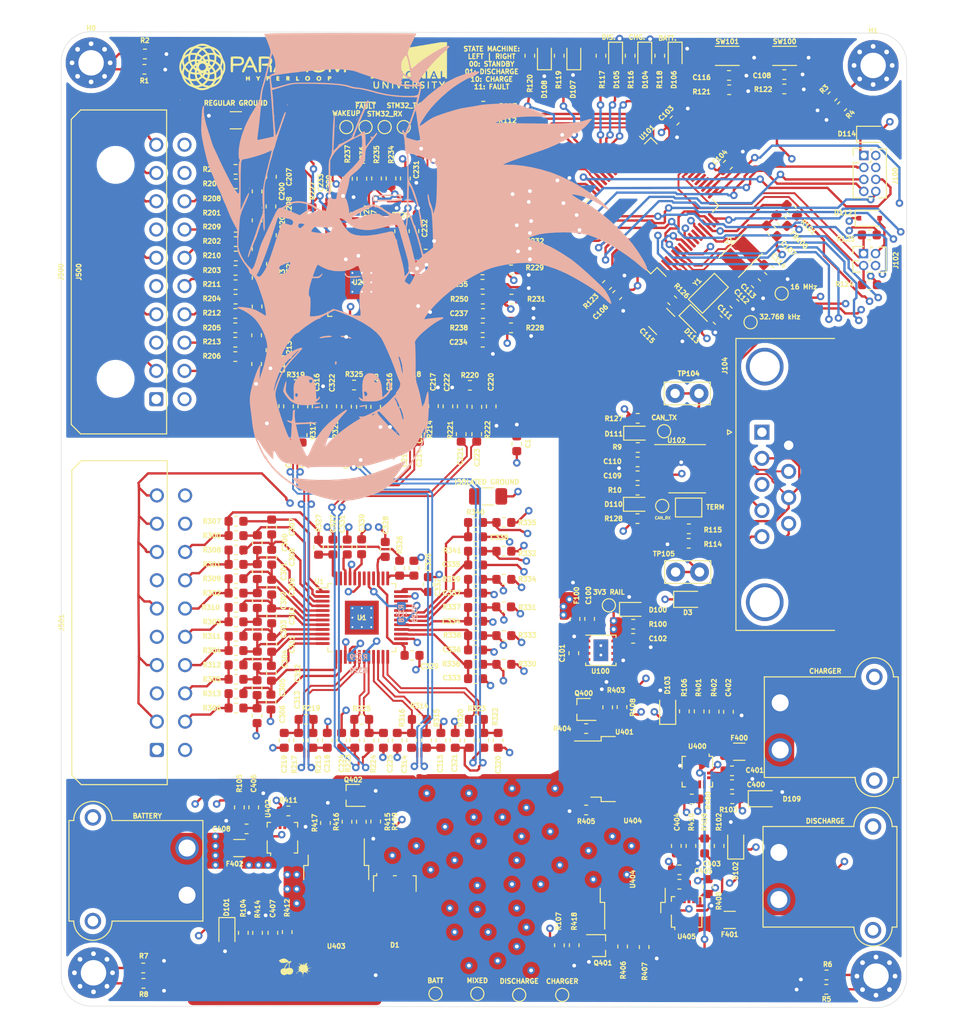
<source format=kicad_pcb>
(kicad_pcb (version 20171130) (host pcbnew "(5.1.5)-3")
  (layers (0 F.Cu mixed) (1 GND power) (2 PWR power) (31 B.Cu signal) (34 B.Paste user) (35 F.Paste user) (36 B.SilkS user) (37 F.SilkS user) (38 B.Mask user) (39 F.Mask user) (44 Edge.Cuts user))
  (net 0 "")
  (net 1 "Net-(C100-Pad1)")
  (net 2 GND)
  (net 3 "Net-(C101-Pad1)")
  (net 4 +3V3)
  (net 5 VDDA)
  (net 6 /MCU/~RESET)
  (net 7 /MCU/USR_BUTTON)
  (net 8 "/South(Master)_BQ/SOUTH_TAP_CELL5_FILT")
  (net 9 "/South(Master)_BQ/SOUTH_TAP_CELL6_FILT")
  (net 10 "/South(Master)_BQ/SOUTH_TAP_CELL4_FILT")
  (net 11 "/South(Master)_BQ/SOUTH_TAP_CELL3_FILT")
  (net 12 "/South(Master)_BQ/SOUTH_TAP_CELL2_FILT")
  (net 13 "/South(Master)_BQ/SOUTH_TAP_CELL1_FILT")
  (net 14 "/South(Master)_BQ/SOUTH_TAP_CELL0_FILT")
  (net 15 "/South(Master)_BQ/SOUTH_BAL_CELL6_FILT")
  (net 16 "/South(Master)_BQ/SOUTH_BAL_CELL5_FILT")
  (net 17 "/South(Master)_BQ/SOUTH_BAL_CELL4_FILT")
  (net 18 "/South(Master)_BQ/SOUTH_BAL_CELL3_FILT")
  (net 19 "/South(Master)_BQ/SOUTH_BAL_CELL2_FILT")
  (net 20 "/South(Master)_BQ/SOUTH_BAL_CELL1_FILT")
  (net 21 "/South(Master)_BQ/SOUTH_BAL_CELL0_FILT")
  (net 22 "Net-(C214-Pad2)")
  (net 23 "Net-(C215-Pad2)")
  (net 24 "/South(Master)_BQ/SOUTH_COMH_N")
  (net 25 "/South(Master)_BQ/SOUTH_FAULTH_N")
  (net 26 "Net-(C221-Pad2)")
  (net 27 "Net-(C223-Pad2)")
  (net 28 "Net-(C226-Pad1)")
  (net 29 "Net-(C228-Pad1)")
  (net 30 "Net-(C229-Pad1)")
  (net 31 "Net-(C230-Pad1)")
  (net 32 "Net-(C231-Pad1)")
  (net 33 "/South(Master)_BQ/SOUTH_LDOIN")
  (net 34 "/South(Master)_BQ/SOUTH_BAT")
  (net 35 "/South(Master)_BQ/SOUTH_THERM_FILT_1")
  (net 36 "/South(Master)_BQ/SOUTH_THERM_FILT_3")
  (net 37 "/South(Master)_BQ/SOUTH_THERM_FILT_5")
  (net 38 "/South(Master)_BQ/SOUTH_THERM_FILT_2")
  (net 39 "/South(Master)_BQ/SOUTH_THERM_FILT_4")
  (net 40 "/South(Master)_BQ/SOUTH_THERM_FILT_6")
  (net 41 /NORTH_BQ/NORTH_TAP_CELL5_FILT)
  (net 42 /NORTH_BQ/NORTH_TAP_CELL6_FILT)
  (net 43 /NORTH_BQ/NORTH_TAP_CELL4_FILT)
  (net 44 /NORTH_BQ/NORTH_TAP_CELL3_FILT)
  (net 45 /NORTH_BQ/NORTH_TAP_CELL1_FILT)
  (net 46 /NORTH_BQ/NORTH_TAP_CELL0_FILT)
  (net 47 /NORTH_BQ/NORTH_BAL_CELL6_FILT)
  (net 48 /NORTH_BQ/NORTH_BAL_CELL5_FILT)
  (net 49 /NORTH_BQ/NORTH_BAL_CELL4_FILT)
  (net 50 /NORTH_BQ/NORTH_BAL_CELL3_FILT)
  (net 51 /NORTH_BQ/NORTH_BAL_CELL2_FILT)
  (net 52 /NORTH_BQ/NORTH_BAL_CELL1_FILT)
  (net 53 /NORTH_BQ/NORTH_BAL_CELL0_FILT)
  (net 54 /NORTH_BQ/NORTH_COMH_N)
  (net 55 "Net-(C316-Pad2)")
  (net 56 "Net-(C319-Pad1)")
  (net 57 /NORTH_BQ/NORTH_FAULTH_N)
  (net 58 "Net-(C322-Pad2)")
  (net 59 "Net-(C324-Pad1)")
  (net 60 /NORTH_BQ/NORTH_LDOIN)
  (net 61 /NORTH_BQ/NORTH_BAT)
  (net 62 "Net-(C328-Pad1)")
  (net 63 "Net-(C330-Pad1)")
  (net 64 "Net-(C331-Pad1)")
  (net 65 "Net-(C332-Pad1)")
  (net 66 /NORTH_BQ/NORTH_THERM_FILT_1)
  (net 67 /NORTH_BQ/NORTH_THERM_FILT_3)
  (net 68 /NORTH_BQ/NORTH_THERM_FILT_5)
  (net 69 /NORTH_BQ/NORTH_THERM_FILT_2)
  (net 70 /NORTH_BQ/NORTH_THERM_FILT_4)
  (net 71 /NORTH_BQ/NORTH_THERM_FILT_6)
  (net 72 /MCU/JTAG_TDI)
  (net 73 "Net-(J100-Pad4)")
  (net 74 /MCU/JTAG_TDO)
  (net 75 /MCU/JTAG_SWDIO\TMS)
  (net 76 /MCU/JTAG_SWDCLK\TCK)
  (net 77 /MCU/JTAG_NRST)
  (net 78 /MCU/CAN_SH)
  (net 79 "Net-(Q400-Pad3)")
  (net 80 "Net-(Q401-Pad3)")
  (net 81 "Net-(Q402-Pad3)")
  (net 82 "Net-(H0-Pad1)")
  (net 83 "Net-(H1-Pad1)")
  (net 84 "Net-(H2-Pad1)")
  (net 85 "Net-(H3-Pad1)")
  (net 86 "Net-(D100-Pad2)")
  (net 87 /MCU/I_DIS_J)
  (net 88 /MCU/V_DIS_J)
  (net 89 /MCU/I_CHG_J)
  (net 90 /MCU/V_BATT_J)
  (net 91 /MCU/I_BATT_J)
  (net 92 /MCU/V_CHG_J)
  (net 93 /MCU/DIS_ON_J)
  (net 94 /MCU/CHG_ON_J)
  (net 95 /MCU/BATT_ON_J)
  (net 96 /MCU/~BMS_FAULT_J)
  (net 97 /MCU/BMS_WAKEUP_J)
  (net 98 "Net-(JP100-Pad2)")
  (net 99 /MCU/CHG_LED)
  (net 100 "Net-(D104-Pad2)")
  (net 101 /MCU/DIS_LED)
  (net 102 "Net-(D105-Pad2)")
  (net 103 /MCU/BATT_LED)
  (net 104 "Net-(D106-Pad2)")
  (net 105 /MCU/SM0)
  (net 106 "Net-(D107-Pad2)")
  (net 107 "Net-(D108-Pad2)")
  (net 108 /MCU/SM1)
  (net 109 "Net-(R123-Pad2)")
  (net 110 "/South(Master)_BQ/SOUTH_COMH_P")
  (net 111 "/South(Master)_BQ/SOUTH_FAULTH_P")
  (net 112 +BATT)
  (net 113 /NORTH_BQ/NORTH_COMH_P)
  (net 114 /NORTH_BQ/NORTH_FAULTH_P)
  (net 115 "Net-(R328-Pad1)")
  (net 116 "Net-(R328-Pad2)")
  (net 117 "Net-(R329-Pad1)")
  (net 118 /INPUT_OUTPUT/CHG_MSRD)
  (net 119 "Net-(R404-Pad1)")
  (net 120 "Net-(R405-Pad1)")
  (net 121 "Net-(R406-Pad1)")
  (net 122 "Net-(R407-Pad1)")
  (net 123 /INPUT_OUTPUT/DIS_MSRD)
  (net 124 "Net-(R416-Pad1)")
  (net 125 "Net-(R417-Pad1)")
  (net 126 /NORTH_BQ/NORTH_TAP_CELL2_FILT)
  (net 127 "Net-(U1-Pad34)")
  (net 128 "Net-(U1-Pad38)")
  (net 129 "Net-(U1-Pad40)")
  (net 130 "Net-(U1-Pad42)")
  (net 131 "Net-(U1-Pad47)")
  (net 132 "Net-(U100-Pad2)")
  (net 133 "Net-(U100-Pad3)")
  (net 134 "Net-(U100-Pad7)")
  (net 135 "Net-(U101-Pad2)")
  (net 136 "Net-(U101-Pad10)")
  (net 137 "Net-(U101-Pad11)")
  (net 138 "Net-(U101-Pad20)")
  (net 139 "Net-(U101-Pad21)")
  (net 140 "Net-(U101-Pad22)")
  (net 141 "Net-(U101-Pad23)")
  (net 142 "Net-(U101-Pad33)")
  (net 143 "Net-(U101-Pad34)")
  (net 144 "Net-(U101-Pad35)")
  (net 145 "Net-(U101-Pad36)")
  (net 146 "Net-(U101-Pad37)")
  (net 147 "Net-(U101-Pad38)")
  (net 148 "Net-(U101-Pad59)")
  (net 149 "Net-(U101-Pad61)")
  (net 150 "Net-(U101-Pad62)")
  (net 151 "Net-(U102-Pad5)")
  (net 152 "Net-(U102-Pad8)")
  (net 153 "Net-(U200-Pad47)")
  (net 154 "Net-(U200-Pad38)")
  (net 155 "Net-(U200-Pad34)")
  (net 156 "Net-(U400-Pad10)")
  (net 157 "Net-(U400-Pad9)")
  (net 158 "Net-(U400-Pad7)")
  (net 159 "Net-(U400-Pad8)")
  (net 160 /INPUT_OUTPUT/CHG_RAW)
  (net 161 /INPUT_OUTPUT/BATT_RAW)
  (net 162 "Net-(U402-Pad8)")
  (net 163 "Net-(U402-Pad7)")
  (net 164 "Net-(U402-Pad9)")
  (net 165 "Net-(U402-Pad10)")
  (net 166 "Net-(U405-Pad10)")
  (net 167 "Net-(U405-Pad9)")
  (net 168 "Net-(U405-Pad7)")
  (net 169 "Net-(U405-Pad8)")
  (net 170 /INPUT_OUTPUT/DIS_RAW)
  (net 171 /INPUT_OUTPUT/MIXED_PWR_PLANE)
  (net 172 "Net-(F400-Pad1)")
  (net 173 "Net-(F401-Pad2)")
  (net 174 "Net-(F402-Pad1)")
  (net 175 GNDS)
  (net 176 "Net-(R9-Pad2)")
  (net 177 "Net-(R10-Pad2)")
  (net 178 SOUTH_CELL_6)
  (net 179 SOUTH_CELL_5)
  (net 180 SOUTH_CELL_3)
  (net 181 SOUTH_CELL_2)
  (net 182 SOUTH_CELL_1)
  (net 183 SOUTH_CELL_0)
  (net 184 SOUTH_THERM1_P)
  (net 185 SOUTH_THERM1_N)
  (net 186 SOUTH_THERM2_N)
  (net 187 SOUTH_THERM3_N)
  (net 188 SOUTH_THERM4_N)
  (net 189 SOUTH_THERM5_N)
  (net 190 SOUTH_THERM6_N)
  (net 191 NORTH_THERM6_N)
  (net 192 NORTH_THERM1_P)
  (net 193 NORTH_THERM5_N)
  (net 194 NORTH_THERM4_N)
  (net 195 NORTH_THERM3_N)
  (net 196 NORTH_THERM2_N)
  (net 197 NORTH_THERM1_N)
  (net 198 NORTH_CELL_0)
  (net 199 NORTH_CELL_2)
  (net 200 NORTH_CELL_3)
  (net 201 NORTH_CELL_5)
  (net 202 NORTH_CELL_6)
  (net 203 "Net-(C115-Pad1)")
  (net 204 NORTH_COML_N)
  (net 205 NORTH_FAULTL_N)
  (net 206 SOUTH_COMN_N)
  (net 207 SOUTH_FAULTN_N)
  (net 208 I_CHG)
  (net 209 V_CHG)
  (net 210 I_DIS)
  (net 211 V_DIS)
  (net 212 I_BATT)
  (net 213 V_BATT)
  (net 214 "Net-(D3-Pad2)")
  (net 215 "Net-(D110-Pad2)")
  (net 216 "Net-(D111-Pad2)")
  (net 217 "Net-(D112-Pad2)")
  (net 218 "Net-(D113-Pad1)")
  (net 219 CHG_ON)
  (net 220 DIS_ON)
  (net 221 BATT_ON)
  (net 222 ~BMS_FAULT)
  (net 223 BMS_WAKEUP)
  (net 224 NORTH_COML_P)
  (net 225 NORTH_FAULTL_P)
  (net 226 SOUTH_COMN_P)
  (net 227 SOUTH_FAULTN_P)
  (net 228 CHG_FAULT)
  (net 229 DIS_FAULT)
  (net 230 BATT_FAULT)
  (net 231 "Net-(J500-Pad11)")
  (net 232 SOUTH_CELL_4)
  (net 233 "/South(Master)_BQ/S_COMH_LS_P")
  (net 234 "/South(Master)_BQ/S_COMH_LS_N")
  (net 235 "/South(Master)_BQ/S_FAULTH_LS_P")
  (net 236 "/South(Master)_BQ/S_FAULTH_LS_N")
  (net 237 /NORTH_BQ/N_COMH_LS_P)
  (net 238 /NORTH_BQ/N_COMH_LS_N)
  (net 239 /NORTH_BQ/N_FAULTH_LS_P)
  (net 240 /NORTH_BQ/N_FAULTH_LS_N)
  (net 241 "Net-(D114-Pad1)")
  (net 242 /MCU/CAN_N)
  (net 243 /MCU/CAN_P)
  (net 244 /MCU/DIAGS_P)
  (net 245 /MCU/DIAGS_N)
  (net 246 /MCU/XTAL_P)
  (net 247 /MCU/XTAL_N)
  (net 248 /MCU/STM32_UART_J_P)
  (net 249 /MCU/STM32_UART_J_N)
  (net 250 STM32_UART_P)
  (net 251 STM32_UART_N)
  (net 252 "Net-(J501-Pad11)")
  (net 253 NORTH_CELL_1)
  (net 254 NORTH_CELL_4)
  (net 255 /MCU/CAN_UART_N)
  (net 256 /MCU/CAN_UART_P)
  (net 257 "Net-(J104-Pad3)")
  (net 258 "Net-(J104-Pad1)")
  (net 259 /MCU/XTAL32_P)
  (net 260 /MCU/XTAL32_N)
  (module Pics:mun_ss (layer F.Cu) (at 138.303 48.768)
    (fp_text reference G*** hide)
    (fp_text value LOGO hide)
  )
  (module Pics:ParadigmLogo_footprint (layer F.Cu) (at 123.571 48.895)
    (fp_text reference G*** hide)
    (fp_text value LOGO hide)
  )
  (module Pics:rear_anime_ss (layer B.Cu) (at 135.382 70.739)
    (fp_text reference G*** hide)
    (fp_text value LOGO hide)
  )
  (module TestPoint:TestPoint_Pad_D1.0mm (layer F.Cu) (at 154.686 147.3835)
    (fp_text reference CHARGER (at 0 -1.448) (layer F.SilkS) (effects (font (size 0.5 0.5) (thickness 0.125))))
    (fp_text value CHARGER)
    (pad 1 smd circle (at 0 0) (size 1 1) (layers F.Cu F.Mask) (net 160 /INPUT_OUTPUT/CHG_RAW))
  )
  (module Milpitas_BMS:FC-135 (layer F.Cu) (at 169.291 73.787 45)
    (fp_text reference Y1 (at 1.257236 -1.616446 45) (layer F.SilkS) (effects (font (size 0.5 0.5) (thickness 0.125))))
    (fp_text value 32.768kHz)
    (pad 2 smd rect (at 2.5 0 45) (size 1 1.8) (layers F.Cu F.Paste F.Mask) (net 260 /MCU/XTAL32_N))
    (pad 1 smd rect (at 0 0 45) (size 1 1.8) (layers F.Cu F.Paste F.Mask) (net 259 /MCU/XTAL32_P))
  )
  (module Milpitas_BMS:NX3225GB (layer F.Cu) (at 172.974 69.596 45)
    (fp_text reference Y2 (at 1.122532 -1.930755 45) (layer F.SilkS) (effects (font (size 0.5 0.5) (thickness 0.125))))
    (fp_text value 16MHz)
    (pad 2 smd rect (at 1.9 0 45) (size 1.5 2.7) (layers F.Cu F.Paste F.Mask) (net 247 /MCU/XTAL_N))
    (pad 1 smd rect (at 0 0 45) (size 1.5 2.7) (layers F.Cu F.Paste F.Mask) (net 246 /MCU/XTAL_P))
  )
  (module Pics:spirograph_soldermask (layer F.Cu) (at 116.967 146.05)
    (fp_text reference G*** hide)
    (fp_text value LOGO hide)
  )
  (module Pics:gunshot_logo (layer F.Cu) (at 127.254 144.653)
    (fp_text reference G*** hide)
    (fp_text value LOGO hide)
  )
  (module Pics:cherry_logo (layer F.Cu) (at 125.349 144.399)
    (fp_text reference G*** hide)
    (fp_text value LOGO hide)
  )
  (module Milpitas_BMS:B3U-1100P (layer F.Cu) (at 176.53 47.752)
    (fp_text reference SW100 (at 1.778 -1.524) (layer F.SilkS) (effects (font (size 0.5 0.5) (thickness 0.125))))
    (fp_text value SW_SPST)
    (pad 2 smd rect (at 3.4 0) (size 0.8 1.7) (layers F.Cu F.Paste F.Mask) (net 2 GND))
    (pad 1 smd rect (at 0 0) (size 0.8 1.7) (layers F.Cu F.Paste F.Mask) (net 6 /MCU/~RESET))
  )
  (module TestPoint:TestPoint_Pad_D1.0mm (layer F.Cu) (at 141.224 147.2565)
    (fp_text reference BATT (at 0 -1.397) (layer F.SilkS) (effects (font (size 0.5 0.5) (thickness 0.125))))
    (fp_text value BATT_RAIL)
    (pad 1 smd circle (at 0 0) (size 1 1) (layers F.Cu F.Mask) (net 112 +BATT))
  )
  (module Milpitas_BMS:B3U-1100P (layer F.Cu) (at 173.99 47.752 180)
    (fp_text reference SW101 (at 1.778 1.524) (layer F.SilkS) (effects (font (size 0.5 0.5) (thickness 0.125))))
    (fp_text value SW_SPST)
    (pad 2 smd rect (at 3.4 0 180) (size 0.8 1.7) (layers F.Cu F.Paste F.Mask) (net 7 /MCU/USR_BUTTON))
    (pad 1 smd rect (at 0 0 180) (size 0.8 1.7) (layers F.Cu F.Paste F.Mask) (net 2 GND))
  )
  (module Capacitor_SMD:C_0603_1608Metric (layer F.Cu) (at 125.5776 87.9856 270)
    (fp_text reference C319 (at 2.54 -0.0635 90) (layer F.SilkS) (effects (font (size 0.5 0.5) (thickness 0.125))))
    (fp_text value 2200pF)
    (pad 2 smd roundrect (at 0.7875 0 270) (size 0.875 0.95) (layers F.Cu F.Paste F.Mask) (net 238 /NORTH_BQ/N_COMH_LS_N))
    (pad 1 smd roundrect (at -0.7875 0 270) (size 0.875 0.95) (layers F.Cu F.Paste F.Mask) (net 56 "Net-(C319-Pad1)"))
  )
  (module MountingHole:MountingHole_2.7mm_M2.5_Pad_Via (layer F.Cu) (at 104.648 48.4886)
    (fp_text reference H0 (at 0 -3.7) (layer F.SilkS) (effects (font (size 0.5 0.5) (thickness 0.125))))
    (fp_text value TL)
    (fp_text user %R (at 0.3 0) (layer F.SilkS) (effects (font (size 0.5 0.5) (thickness 0.125))))
    (pad 1 thru_hole circle (at 1.431891 -1.431891) (size 0.8 0.8) (drill 0.5) (layers *.Cu *.Mask) (net 82 "Net-(H0-Pad1)"))
    (pad 1 thru_hole circle (at 0 -2.025) (size 0.8 0.8) (drill 0.5) (layers *.Cu *.Mask) (net 82 "Net-(H0-Pad1)"))
    (pad 1 thru_hole circle (at -1.431891 -1.431891) (size 0.8 0.8) (drill 0.5) (layers *.Cu *.Mask) (net 82 "Net-(H0-Pad1)"))
    (pad 1 thru_hole circle (at -2.025 0) (size 0.8 0.8) (drill 0.5) (layers *.Cu *.Mask) (net 82 "Net-(H0-Pad1)"))
    (pad 1 thru_hole circle (at -1.431891 1.431891) (size 0.8 0.8) (drill 0.5) (layers *.Cu *.Mask) (net 82 "Net-(H0-Pad1)"))
    (pad 1 thru_hole circle (at 0 2.025) (size 0.8 0.8) (drill 0.5) (layers *.Cu *.Mask) (net 82 "Net-(H0-Pad1)"))
    (pad 1 thru_hole circle (at 1.431891 1.431891) (size 0.8 0.8) (drill 0.5) (layers *.Cu *.Mask) (net 82 "Net-(H0-Pad1)"))
    (pad 1 thru_hole circle (at 2.025 0) (size 0.8 0.8) (drill 0.5) (layers *.Cu *.Mask) (net 82 "Net-(H0-Pad1)"))
    (pad 1 thru_hole circle (at 0 0) (size 5.4 5.4) (drill 2.7) (layers *.Cu *.Mask) (net 82 "Net-(H0-Pad1)"))
  )
  (module TestPoint:TestPoint_Pad_D1.0mm (layer F.Cu) (at 150.114 147.3835)
    (fp_text reference DISCHARGE (at 0 -1.4605) (layer F.SilkS) (effects (font (size 0.5 0.5) (thickness 0.125))))
    (fp_text value DISCHARGE)
    (pad 1 smd circle (at 0 0) (size 1 1) (layers F.Cu F.Mask) (net 123 /INPUT_OUTPUT/DIS_MSRD))
  )
  (module TestPoint:TestPoint_Pad_D1.0mm (layer F.Cu) (at 145.669 147.2565)
    (fp_text reference MIXED (at 0 -1.397) (layer F.SilkS) (effects (font (size 0.5 0.5) (thickness 0.125))))
    (fp_text value POWER_MIX)
    (pad 1 smd circle (at 0 0) (size 1 1) (layers F.Cu F.Mask) (net 171 /INPUT_OUTPUT/MIXED_PWR_PLANE))
  )
  (module TestPoint:TestPoint_Pad_D1.0mm (layer F.Cu) (at 159.639 106.045)
    (fp_text reference "3V3 RAIL" (at 0 -1.397) (layer F.SilkS) (effects (font (size 0.5 0.5) (thickness 0.125))))
    (fp_text value 3V3_RAIL)
    (pad 1 smd circle (at 0 0) (size 1 1) (layers F.Cu F.Mask) (net 4 +3V3))
  )
  (module TestPoint:TestPoint_Pad_D1.0mm (layer F.Cu) (at 177.9905 72.9615)
    (fp_text reference "16 MHz" (at 2.3495 -0.6985) (layer F.SilkS) (effects (font (size 0.5 0.5) (thickness 0.125))))
    (fp_text value XTAL)
    (pad 1 smd circle (at 0 0) (size 1 1) (layers F.Cu F.Mask) (net 246 /MCU/XTAL_P))
  )
  (module TestPoint:TestPoint_Pad_D1.0mm (layer F.Cu) (at 174.6885 76.0095)
    (fp_text reference "32.768 kHz" (at 3.1115 -0.5715) (layer F.SilkS) (effects (font (size 0.5 0.5) (thickness 0.125))))
    (fp_text value XTAL32)
    (pad 1 smd circle (at 0 0) (size 1 1) (layers F.Cu F.Mask) (net 259 /MCU/XTAL32_P))
  )
  (module Milpitas_BMS:XT30-RIGHT-ANGLE (layer F.Cu) (at 187.6933 129.5146 270)
    (fp_text reference DISCHARGE (at -0.5842 5.0673 180) (layer F.SilkS) (effects (font (size 0.5 0.5) (thickness 0.125))))
    (fp_text value POWER_OUTPUT)
    (pad 2 thru_hole circle (at 7.75 10 270) (size 2.5 2.5) (drill 1.8) (layers *.Cu *.Mask) (net 173 "Net-(F401-Pad2)"))
    (pad 1 thru_hole circle (at 2.75 10 270) (size 2.5 2.5) (drill 1.8) (layers *.Cu *.Mask) (net 2 GND))
    (pad 3 thru_hole circle (at 11 0 270) (size 1.75 1.75) (drill 1.125) (layers *.Cu *.Mask))
    (pad 3 thru_hole circle (at 0 0 270) (size 1.75 1.75) (drill 1.125) (layers *.Cu *.Mask))
  )
  (module Capacitor_SMD:C_0603_1608Metric (layer F.Cu) (at 122.2756 62.1284 270)
    (fp_text reference C200 (at 0 -2.6416 90) (layer F.SilkS) (effects (font (size 0.5 0.5) (thickness 0.125))))
    (fp_text value 0.47uF)
    (pad 1 smd roundrect (at -0.7875 0 270) (size 0.875 0.95) (layers F.Cu F.Paste F.Mask) (net 9 "/South(Master)_BQ/SOUTH_TAP_CELL6_FILT"))
    (pad 2 smd roundrect (at 0.7875 0 270) (size 0.875 0.95) (layers F.Cu F.Paste F.Mask) (net 8 "/South(Master)_BQ/SOUTH_TAP_CELL5_FILT"))
  )
  (module Capacitor_SMD:C_0603_1608Metric (layer F.Cu) (at 149.86 88.9 270)
    (fp_text reference C1 (at -0.0254 -1.1938 90) (layer F.SilkS) (effects (font (size 0.5 0.5) (thickness 0.125))))
    (fp_text value CXX)
    (pad 2 smd roundrect (at 0.7875 0 270) (size 0.875 0.95) (layers F.Cu F.Paste F.Mask) (net 175 GNDS))
    (pad 1 smd roundrect (at -0.7875 0 270) (size 0.875 0.95) (layers F.Cu F.Paste F.Mask) (net 2 GND))
  )
  (module Capacitor_SMD:C_0603_1608Metric (layer F.Cu) (at 157.5943 107.4928 90)
    (fp_text reference C100 (at 2.4892 -0.1143 90) (layer F.SilkS) (effects (font (size 0.5 0.5) (thickness 0.125))))
    (fp_text value 1uF)
    (pad 1 smd roundrect (at -0.7875 0 90) (size 0.875 0.95) (layers F.Cu F.Paste F.Mask) (net 1 "Net-(C100-Pad1)"))
    (pad 2 smd roundrect (at 0.7875 0 90) (size 0.875 0.95) (layers F.Cu F.Paste F.Mask) (net 2 GND))
  )
  (module Capacitor_SMD:C_0603_1608Metric (layer F.Cu) (at 155.9179 111.1249 90)
    (fp_text reference C101 (at 0 -1.2319 90) (layer F.SilkS) (effects (font (size 0.5 0.5) (thickness 0.125))))
    (fp_text value 0.1uF)
    (pad 2 smd roundrect (at 0.7875 0 90) (size 0.875 0.95) (layers F.Cu F.Paste F.Mask) (net 2 GND))
    (pad 1 smd roundrect (at -0.7875 0 90) (size 0.875 0.95) (layers F.Cu F.Paste F.Mask) (net 3 "Net-(C101-Pad1)"))
  )
  (module Capacitor_SMD:C_0603_1608Metric (layer F.Cu) (at 162.2171 109.5502)
    (fp_text reference C102 (at 2.6289 0.0254) (layer F.SilkS) (effects (font (size 0.5 0.5) (thickness 0.125))))
    (fp_text value 1uF)
    (pad 2 smd roundrect (at 0.7875 0) (size 0.875 0.95) (layers F.Cu F.Paste F.Mask) (net 2 GND))
    (pad 1 smd roundrect (at -0.7875 0) (size 0.875 0.95) (layers F.Cu F.Paste F.Mask) (net 4 +3V3))
  )
  (module Capacitor_SMD:C_0603_1608Metric (layer F.Cu) (at 166.624 54.61 45)
    (fp_text reference C103 (at -0.104171 -1.181802 45) (layer F.SilkS) (effects (font (size 0.5 0.5) (thickness 0.125))))
    (fp_text value 0.47uF)
    (pad 1 smd roundrect (at -0.7875 0 45) (size 0.875 0.95) (layers F.Cu F.Paste F.Mask) (net 4 +3V3))
    (pad 2 smd roundrect (at 0.7875 0 45) (size 0.875 0.95) (layers F.Cu F.Paste F.Mask) (net 2 GND))
  )
  (module Capacitor_SMD:C_0603_1608Metric (layer F.Cu) (at 172.2755 59.309 45)
    (fp_text reference C104 (at -0.028737 -1.163841 45) (layer F.SilkS) (effects (font (size 0.5 0.5) (thickness 0.125))))
    (fp_text value 0.47uF)
    (pad 1 smd roundrect (at -0.7875 0 45) (size 0.875 0.95) (layers F.Cu F.Paste F.Mask) (net 4 +3V3))
    (pad 2 smd roundrect (at 0.7875 0 45) (size 0.875 0.95) (layers F.Cu F.Paste F.Mask) (net 2 GND))
  )
  (module Capacitor_SMD:C_0603_1608Metric (layer F.Cu) (at 155.653153 62.308153 135)
    (fp_text reference C105 (at 1.367761 -1.077631 135) (layer F.SilkS) (effects (font (size 0.5 0.5) (thickness 0.125))))
    (fp_text value 0.47uF)
    (pad 2 smd roundrect (at 0.7875 0 135) (size 0.875 0.95) (layers F.Cu F.Paste F.Mask) (net 2 GND))
    (pad 1 smd roundrect (at -0.7875 0 135) (size 0.875 0.95) (layers F.Cu F.Paste F.Mask) (net 4 +3V3))
  )
  (module Capacitor_SMD:C_0603_1608Metric (layer F.Cu) (at 160.528 73.1266 225)
    (fp_text reference C106 (at 2.532432 -0.017961 45) (layer F.SilkS) (effects (font (size 0.5 0.5) (thickness 0.125))))
    (fp_text value 0.47uF)
    (pad 1 smd roundrect (at -0.7875 0 225) (size 0.875 0.95) (layers F.Cu F.Paste F.Mask) (net 4 +3V3))
    (pad 2 smd roundrect (at 0.7875 0 225) (size 0.875 0.95) (layers F.Cu F.Paste F.Mask) (net 2 GND))
  )
  (module Capacitor_SMD:C_0603_1608Metric (layer F.Cu) (at 176.92624 66.31432 315)
    (fp_text reference C107 (at 2.561169 0.06825 135) (layer F.SilkS) (effects (font (size 0.5 0.5) (thickness 0.125))))
    (fp_text value 0.47uF)
    (pad 2 smd roundrect (at 0.7875 0 315) (size 0.875 0.95) (layers F.Cu F.Paste F.Mask) (net 2 GND))
    (pad 1 smd roundrect (at -0.7875 0 315) (size 0.875 0.95) (layers F.Cu F.Paste F.Mask) (net 5 VDDA))
  )
  (module Capacitor_SMD:C_0603_1608Metric (layer F.Cu) (at 178.27254 49.73828)
    (fp_text reference C108 (at -2.37754 0.10922) (layer F.SilkS) (effects (font (size 0.5 0.5) (thickness 0.125))))
    (fp_text value 0.47uF)
    (pad 1 smd roundrect (at -0.7875 0) (size 0.875 0.95) (layers F.Cu F.Paste F.Mask) (net 6 /MCU/~RESET))
    (pad 2 smd roundrect (at 0.7875 0) (size 0.875 0.95) (layers F.Cu F.Paste F.Mask) (net 2 GND))
  )
  (module Capacitor_SMD:C_0603_1608Metric (layer F.Cu) (at 162.6871 92.3036 180)
    (fp_text reference C109 (at 2.6671 0) (layer F.SilkS) (effects (font (size 0.5 0.5) (thickness 0.125))))
    (fp_text value 0.47uF)
    (pad 2 smd roundrect (at 0.7875 0 180) (size 0.875 0.95) (layers F.Cu F.Paste F.Mask) (net 2 GND))
    (pad 1 smd roundrect (at -0.7875 0 180) (size 0.875 0.95) (layers F.Cu F.Paste F.Mask) (net 4 +3V3))
  )
  (module Capacitor_SMD:C_0603_1608Metric (layer F.Cu) (at 162.6869 90.8304 180)
    (fp_text reference C110 (at 2.6669 0.0508) (layer F.SilkS) (effects (font (size 0.5 0.5) (thickness 0.125))))
    (fp_text value 2200pF)
    (pad 1 smd roundrect (at -0.7875 0 180) (size 0.875 0.95) (layers F.Cu F.Paste F.Mask) (net 4 +3V3))
    (pad 2 smd roundrect (at 0.7875 0 180) (size 0.875 0.95) (layers F.Cu F.Paste F.Mask) (net 2 GND))
  )
  (module Capacitor_SMD:C_0603_1608Metric (layer F.Cu) (at 171.196 75.7555 315)
    (fp_text reference C111 (at -0.044901 -1.122532 315) (layer F.SilkS) (effects (font (size 0.5 0.5) (thickness 0.125))))
    (fp_text value 7pF)
    (pad 1 smd roundrect (at -0.7875 0 315) (size 0.875 0.95) (layers F.Cu F.Paste F.Mask) (net 259 /MCU/XTAL32_P))
    (pad 2 smd roundrect (at 0.7875 0 315) (size 0.875 0.95) (layers F.Cu F.Paste F.Mask) (net 2 GND))
  )
  (module Capacitor_SMD:C_0603_1608Metric (layer F.Cu) (at 172.974 74.041 315)
    (fp_text reference C112 (at 0 -1.077631 135) (layer F.SilkS) (effects (font (size 0.5 0.5) (thickness 0.125))))
    (fp_text value 7pF)
    (pad 2 smd roundrect (at 0.7875 0 315) (size 0.875 0.95) (layers F.Cu F.Paste F.Mask) (net 2 GND))
    (pad 1 smd roundrect (at -0.7875 0 315) (size 0.875 0.95) (layers F.Cu F.Paste F.Mask) (net 260 /MCU/XTAL32_N))
  )
  (module Capacitor_SMD:C_0603_1608Metric (layer F.Cu) (at 175.26 71.882 315)
    (fp_text reference C113 (at -0.007184 1.163841 135) (layer F.SilkS) (effects (font (size 0.5 0.5) (thickness 0.125))))
    (fp_text value 8pF)
    (pad 2 smd roundrect (at 0.7875 0 315) (size 0.875 0.95) (layers F.Cu F.Paste F.Mask) (net 2 GND))
    (pad 1 smd roundrect (at -0.7875 0 315) (size 0.875 0.95) (layers F.Cu F.Paste F.Mask) (net 246 /MCU/XTAL_P))
  )
  (module Capacitor_SMD:C_0603_1608Metric (layer F.Cu) (at 176.657 70.485 315)
    (fp_text reference C114 (at 0 -1.43 135) (layer F.SilkS) (effects (font (size 0.5 0.5) (thickness 0.125))))
    (fp_text value 8pF)
    (pad 1 smd roundrect (at -0.7875 0 315) (size 0.875 0.95) (layers F.Cu F.Paste F.Mask) (net 247 /MCU/XTAL_N))
    (pad 2 smd roundrect (at 0.7875 0 315) (size 0.875 0.95) (layers F.Cu F.Paste F.Mask) (net 2 GND))
  )
  (module Capacitor_SMD:C_0603_1608Metric (layer F.Cu) (at 172.39244 49.82718)
    (fp_text reference C116 (at -2.89824 0.21082) (layer F.SilkS) (effects (font (size 0.5 0.5) (thickness 0.125))))
    (fp_text value 0.47uF)
    (pad 1 smd roundrect (at -0.7875 0) (size 0.875 0.95) (layers F.Cu F.Paste F.Mask) (net 7 /MCU/USR_BUTTON))
    (pad 2 smd roundrect (at 0.7875 0) (size 0.875 0.95) (layers F.Cu F.Paste F.Mask) (net 2 GND))
  )
  (module Capacitor_SMD:C_0603_1608Metric (layer F.Cu) (at 122.2756 65.2019 270)
    (fp_text reference C201 (at 0 -2.6924 90) (layer F.SilkS) (effects (font (size 0.5 0.5) (thickness 0.125))))
    (fp_text value 0.47uF)
    (pad 1 smd roundrect (at -0.7875 0 270) (size 0.875 0.95) (layers F.Cu F.Paste F.Mask) (net 8 "/South(Master)_BQ/SOUTH_TAP_CELL5_FILT"))
    (pad 2 smd roundrect (at 0.7875 0 270) (size 0.875 0.95) (layers F.Cu F.Paste F.Mask) (net 10 "/South(Master)_BQ/SOUTH_TAP_CELL4_FILT"))
  )
  (module Capacitor_SMD:C_0603_1608Metric (layer F.Cu) (at 122.2756 68.2499 270)
    (fp_text reference C202 (at 0 -2.6924 90) (layer F.SilkS) (effects (font (size 0.5 0.5) (thickness 0.125))))
    (fp_text value 0.47uF)
    (pad 2 smd roundrect (at 0.7875 0 270) (size 0.875 0.95) (layers F.Cu F.Paste F.Mask) (net 11 "/South(Master)_BQ/SOUTH_TAP_CELL3_FILT"))
    (pad 1 smd roundrect (at -0.7875 0 270) (size 0.875 0.95) (layers F.Cu F.Paste F.Mask) (net 10 "/South(Master)_BQ/SOUTH_TAP_CELL4_FILT"))
  )
  (module Capacitor_SMD:C_0603_1608Metric (layer F.Cu) (at 122.2756 71.2979 270)
    (fp_text reference C203 (at 0.0253 -2.6924 90) (layer F.SilkS) (effects (font (size 0.5 0.5) (thickness 0.125))))
    (fp_text value 0.47uF)
    (pad 2 smd roundrect (at 0.7875 0 270) (size 0.875 0.95) (layers F.Cu F.Paste F.Mask) (net 12 "/South(Master)_BQ/SOUTH_TAP_CELL2_FILT"))
    (pad 1 smd roundrect (at -0.7875 0 270) (size 0.875 0.95) (layers F.Cu F.Paste F.Mask) (net 11 "/South(Master)_BQ/SOUTH_TAP_CELL3_FILT"))
  )
  (module Capacitor_SMD:C_0603_1608Metric (layer F.Cu) (at 122.2756 74.3459 270)
    (fp_text reference C204 (at 0 -2.6416 90) (layer F.SilkS) (effects (font (size 0.5 0.5) (thickness 0.125))))
    (fp_text value 0.47uF)
    (pad 1 smd roundrect (at -0.7875 0 270) (size 0.875 0.95) (layers F.Cu F.Paste F.Mask) (net 12 "/South(Master)_BQ/SOUTH_TAP_CELL2_FILT"))
    (pad 2 smd roundrect (at 0.7875 0 270) (size 0.875 0.95) (layers F.Cu F.Paste F.Mask) (net 13 "/South(Master)_BQ/SOUTH_TAP_CELL1_FILT"))
  )
  (module Capacitor_SMD:C_0603_1608Metric (layer F.Cu) (at 122.2248 77.3939 270)
    (fp_text reference C205 (at 0 -2.7432 90) (layer F.SilkS) (effects (font (size 0.5 0.5) (thickness 0.125))))
    (fp_text value 0.47uF)
    (pad 1 smd roundrect (at -0.7875 0 270) (size 0.875 0.95) (layers F.Cu F.Paste F.Mask) (net 13 "/South(Master)_BQ/SOUTH_TAP_CELL1_FILT"))
    (pad 2 smd roundrect (at 0.7875 0 270) (size 0.875 0.95) (layers F.Cu F.Paste F.Mask) (net 14 "/South(Master)_BQ/SOUTH_TAP_CELL0_FILT"))
  )
  (module Capacitor_SMD:C_0603_1608Metric (layer F.Cu) (at 122.2248 80.4419 270)
    (fp_text reference C206 (at 0 -2.7432 90) (layer F.SilkS) (effects (font (size 0.5 0.5) (thickness 0.125))))
    (fp_text value 0.47uF)
    (pad 2 smd roundrect (at 0.7875 0 270) (size 0.875 0.95) (layers F.Cu F.Paste F.Mask) (net 2 GND))
    (pad 1 smd roundrect (at -0.7875 0 270) (size 0.875 0.95) (layers F.Cu F.Paste F.Mask) (net 14 "/South(Master)_BQ/SOUTH_TAP_CELL0_FILT"))
  )
  (module Capacitor_SMD:C_0603_1608Metric (layer F.Cu) (at 123.7996 60.5791 270)
    (fp_text reference C207 (at 0.0253 -1.8796 90) (layer F.SilkS) (effects (font (size 0.5 0.5) (thickness 0.125))))
    (fp_text value 0.47uF)
    (pad 2 smd roundrect (at 0.7875 0 270) (size 0.875 0.95) (layers F.Cu F.Paste F.Mask) (net 16 "/South(Master)_BQ/SOUTH_BAL_CELL5_FILT"))
    (pad 1 smd roundrect (at -0.7875 0 270) (size 0.875 0.95) (layers F.Cu F.Paste F.Mask) (net 15 "/South(Master)_BQ/SOUTH_BAL_CELL6_FILT"))
  )
  (module Capacitor_SMD:C_0603_1608Metric (layer F.Cu) (at 123.7488 63.7287 270)
    (fp_text reference C208 (at -0.0763 -1.9304 90) (layer F.SilkS) (effects (font (size 0.5 0.5) (thickness 0.125))))
    (fp_text value 0.47uF)
    (pad 1 smd roundrect (at -0.7875 0 270) (size 0.875 0.95) (layers F.Cu F.Paste F.Mask) (net 16 "/South(Master)_BQ/SOUTH_BAL_CELL5_FILT"))
    (pad 2 smd roundrect (at 0.7875 0 270) (size 0.875 0.95) (layers F.Cu F.Paste F.Mask) (net 17 "/South(Master)_BQ/SOUTH_BAL_CELL4_FILT"))
  )
  (module Capacitor_SMD:C_0603_1608Metric (layer F.Cu) (at 123.7996 66.7767 270)
    (fp_text reference C209 (at 0.0253 -1.9304 90) (layer F.SilkS) (effects (font (size 0.5 0.5) (thickness 0.125))))
    (fp_text value 0.47uF)
    (pad 2 smd roundrect (at 0.7875 0 270) (size 0.875 0.95) (layers F.Cu F.Paste F.Mask) (net 18 "/South(Master)_BQ/SOUTH_BAL_CELL3_FILT"))
    (pad 1 smd roundrect (at -0.7875 0 270) (size 0.875 0.95) (layers F.Cu F.Paste F.Mask) (net 17 "/South(Master)_BQ/SOUTH_BAL_CELL4_FILT"))
  )
  (module Capacitor_SMD:C_0603_1608Metric (layer F.Cu) (at 123.7996 69.8247 270)
    (fp_text reference C210 (at 0 -1.8796 90) (layer F.SilkS) (effects (font (size 0.5 0.5) (thickness 0.125))))
    (fp_text value 0.47uF)
    (pad 1 smd roundrect (at -0.7875 0 270) (size 0.875 0.95) (layers F.Cu F.Paste F.Mask) (net 18 "/South(Master)_BQ/SOUTH_BAL_CELL3_FILT"))
    (pad 2 smd roundrect (at 0.7875 0 270) (size 0.875 0.95) (layers F.Cu F.Paste F.Mask) (net 19 "/South(Master)_BQ/SOUTH_BAL_CELL2_FILT"))
  )
  (module Capacitor_SMD:C_0603_1608Metric (layer F.Cu) (at 123.7488 72.898 270)
    (fp_text reference C211 (at 0 -1.9304 90) (layer F.SilkS) (effects (font (size 0.5 0.5) (thickness 0.125))))
    (fp_text value 0.47uF)
    (pad 2 smd roundrect (at 0.7875 0 270) (size 0.875 0.95) (layers F.Cu F.Paste F.Mask) (net 20 "/South(Master)_BQ/SOUTH_BAL_CELL1_FILT"))
    (pad 1 smd roundrect (at -0.7875 0 270) (size 0.875 0.95) (layers F.Cu F.Paste F.Mask) (net 19 "/South(Master)_BQ/SOUTH_BAL_CELL2_FILT"))
  )
  (module Capacitor_SMD:C_0603_1608Metric (layer F.Cu) (at 123.7488 75.9207 270)
    (fp_text reference C212 (at 0 -1.9304 90) (layer F.SilkS) (effects (font (size 0.5 0.5) (thickness 0.125))))
    (fp_text value 0.47uF)
    (pad 1 smd roundrect (at -0.7875 0 270) (size 0.875 0.95) (layers F.Cu F.Paste F.Mask) (net 20 "/South(Master)_BQ/SOUTH_BAL_CELL1_FILT"))
    (pad 2 smd roundrect (at 0.7875 0 270) (size 0.875 0.95) (layers F.Cu F.Paste F.Mask) (net 21 "/South(Master)_BQ/SOUTH_BAL_CELL0_FILT"))
  )
  (module Capacitor_SMD:C_0603_1608Metric (layer F.Cu) (at 123.7488 78.9687 270)
    (fp_text reference C213 (at -0.0255 -1.9304 90) (layer F.SilkS) (effects (font (size 0.5 0.5) (thickness 0.125))))
    (fp_text value 0.47uF)
    (pad 2 smd roundrect (at 0.7875 0 270) (size 0.875 0.95) (layers F.Cu F.Paste F.Mask) (net 2 GND))
    (pad 1 smd roundrect (at -0.7875 0 270) (size 0.875 0.95) (layers F.Cu F.Paste F.Mask) (net 21 "/South(Master)_BQ/SOUTH_BAL_CELL0_FILT"))
  )
  (module Capacitor_SMD:C_0603_1608Metric (layer F.Cu) (at 139.5222 87.9094 90)
    (fp_text reference C214 (at -2.5146 -0.0254 90) (layer F.SilkS) (effects (font (size 0.5 0.5) (thickness 0.125))))
    (fp_text value 2200pF)
    (fp_text user %R (at 0 0 90) (layer F.SilkS) (effects (font (size 0.5 0.5) (thickness 0.125))))
    (pad 2 smd roundrect (at 0.7875 0 90) (size 0.875 0.95) (layers F.Cu F.Paste F.Mask) (net 22 "Net-(C214-Pad2)"))
    (pad 1 smd roundrect (at -0.7875 0 90) (size 0.875 0.95) (layers F.Cu F.Paste F.Mask) (net 233 "/South(Master)_BQ/S_COMH_LS_P"))
  )
  (module Capacitor_SMD:C_0603_1608Metric (layer F.Cu) (at 137.9728 87.9094 90)
    (fp_text reference C215 (at -2.5146 -0.0508 90) (layer F.SilkS) (effects (font (size 0.5 0.5) (thickness 0.125))))
    (fp_text value 2200pF)
    (pad 1 smd roundrect (at -0.7875 0 90) (size 0.875 0.95) (layers F.Cu F.Paste F.Mask) (net 234 "/South(Master)_BQ/S_COMH_LS_N"))
    (pad 2 smd roundrect (at 0.7875 0 90) (size 0.875 0.95) (layers F.Cu F.Paste F.Mask) (net 23 "Net-(C215-Pad2)"))
  )
  (module Capacitor_SMD:C_0603_1608Metric (layer F.Cu) (at 136.4361 84.9377 90)
    (fp_text reference C216 (at 2.5909 -0.0889 90) (layer F.SilkS) (effects (font (size 0.5 0.5) (thickness 0.125))))
    (fp_text value 51pF)
    (pad 1 smd roundrect (at -0.7875 0 90) (size 0.875 0.95) (layers F.Cu F.Paste F.Mask) (net 2 GND))
    (pad 2 smd roundrect (at 0.7875 0 90) (size 0.875 0.95) (layers F.Cu F.Paste F.Mask) (net 24 "/South(Master)_BQ/SOUTH_COMH_N"))
  )
  (module Capacitor_SMD:C_0603_1608Metric (layer F.Cu) (at 141.0081 84.9122 270)
    (fp_text reference C217 (at -2.5654 0.0381 90) (layer F.SilkS) (effects (font (size 0.5 0.5) (thickness 0.125))))
    (fp_text value 51pF)
    (pad 2 smd roundrect (at 0.7875 0 270) (size 0.875 0.95) (layers F.Cu F.Paste F.Mask) (net 22 "Net-(C214-Pad2)"))
    (pad 1 smd roundrect (at -0.7875 0 270) (size 0.875 0.95) (layers F.Cu F.Paste F.Mask) (net 2 GND))
  )
  (module Capacitor_SMD:C_0603_1608Metric (layer F.Cu) (at 129.7305 120.3706 270)
    (fp_text reference C218 (at 2.4765 0 90) (layer F.SilkS) (effects (font (size 0.5 0.5) (thickness 0.125))))
    (fp_text value 51pF)
    (pad 1 smd roundrect (at -0.7875 0 270) (size 0.875 0.95) (layers F.Cu F.Paste F.Mask) (net 175 GNDS))
    (pad 2 smd roundrect (at 0.7875 0 270) (size 0.875 0.95) (layers F.Cu F.Paste F.Mask) (net 233 "/South(Master)_BQ/S_COMH_LS_P"))
  )
  (module Capacitor_SMD:C_0603_1608Metric (layer F.Cu) (at 125.1585 120.3706 90)
    (fp_text reference C219 (at -2.54 0 90) (layer F.SilkS) (effects (font (size 0.5 0.5) (thickness 0.125))))
    (fp_text value 51pF)
    (pad 1 smd roundrect (at -0.7875 0 90) (size 0.875 0.95) (layers F.Cu F.Paste F.Mask) (net 175 GNDS))
    (pad 2 smd roundrect (at 0.7875 0 90) (size 0.875 0.95) (layers F.Cu F.Paste F.Mask) (net 204 NORTH_COML_N))
  )
  (module Capacitor_SMD:C_0603_1608Metric (layer F.Cu) (at 147.1422 84.9375 90)
    (fp_text reference C220 (at 2.5907 -0.0254 90) (layer F.SilkS) (effects (font (size 0.5 0.5) (thickness 0.125))))
    (fp_text value 51pF)
    (pad 2 smd roundrect (at 0.7875 0 90) (size 0.875 0.95) (layers F.Cu F.Paste F.Mask) (net 25 "/South(Master)_BQ/SOUTH_FAULTH_N"))
    (pad 1 smd roundrect (at -0.7875 0 90) (size 0.875 0.95) (layers F.Cu F.Paste F.Mask) (net 2 GND))
  )
  (module Capacitor_SMD:C_0603_1608Metric (layer F.Cu) (at 143.9545 87.8839 90)
    (fp_text reference C221 (at -2.3369 -0.0889 90) (layer F.SilkS) (effects (font (size 0.5 0.5) (thickness 0.125))))
    (fp_text value 2200pF)
    (pad 2 smd roundrect (at 0.7875 0 90) (size 0.875 0.95) (layers F.Cu F.Paste F.Mask) (net 26 "Net-(C221-Pad2)"))
    (pad 1 smd roundrect (at -0.7875 0 90) (size 0.875 0.95) (layers F.Cu F.Paste F.Mask) (net 235 "/South(Master)_BQ/S_FAULTH_LS_P"))
  )
  (module Capacitor_SMD:C_0603_1608Metric (layer F.Cu) (at 142.5448 84.9376 270)
    (fp_text reference C222 (at -2.54 0.1016 90) (layer F.SilkS) (effects (font (size 0.5 0.5) (thickness 0.125))))
    (fp_text value 51pF)
    (pad 2 smd roundrect (at 0.7875 0 270) (size 0.875 0.95) (layers F.Cu F.Paste F.Mask) (net 26 "Net-(C221-Pad2)"))
    (pad 1 smd roundrect (at -0.7875 0 270) (size 0.875 0.95) (layers F.Cu F.Paste F.Mask) (net 2 GND))
  )
  (module Capacitor_SMD:C_0603_1608Metric (layer F.Cu) (at 145.6055 87.8839 90)
    (fp_text reference C223 (at -2.4893 0.0381 90) (layer F.SilkS) (effects (font (size 0.5 0.5) (thickness 0.125))))
    (fp_text value 2200pF)
    (pad 1 smd roundrect (at -0.7875 0 90) (size 0.875 0.95) (layers F.Cu F.Paste F.Mask) (net 236 "/South(Master)_BQ/S_FAULTH_LS_N"))
    (pad 2 smd roundrect (at 0.7875 0 90) (size 0.875 0.95) (layers F.Cu F.Paste F.Mask) (net 27 "Net-(C223-Pad2)"))
  )
  (module Capacitor_SMD:C_0603_1608Metric (layer F.Cu) (at 131.2545 120.3706 270)
    (fp_text reference C224 (at 2.451 0 90) (layer F.SilkS) (effects (font (size 0.5 0.5) (thickness 0.125))))
    (fp_text value 51pF)
    (pad 2 smd roundrect (at 0.7875 0 270) (size 0.875 0.95) (layers F.Cu F.Paste F.Mask) (net 235 "/South(Master)_BQ/S_FAULTH_LS_P"))
    (pad 1 smd roundrect (at -0.7875 0 270) (size 0.875 0.95) (layers F.Cu F.Paste F.Mask) (net 175 GNDS))
  )
  (module Capacitor_SMD:C_0603_1608Metric (layer F.Cu) (at 135.6995 120.3706 90)
    (fp_text reference C225 (at -2.4765 0.6985 90) (layer F.SilkS) (effects (font (size 0.5 0.5) (thickness 0.125))))
    (fp_text value 51pF)
    (pad 1 smd roundrect (at -0.7875 0 90) (size 0.875 0.95) (layers F.Cu F.Paste F.Mask) (net 175 GNDS))
    (pad 2 smd roundrect (at 0.7875 0 90) (size 0.875 0.95) (layers F.Cu F.Paste F.Mask) (net 205 NORTH_FAULTL_N))
  )
  (module Capacitor_SMD:C_0603_1608Metric (layer F.Cu) (at 138.7095 75.7428)
    (fp_text reference C226 (at 0 1.1938) (layer F.SilkS) (effects (font (size 0.5 0.5) (thickness 0.125))))
    (fp_text value 2.2uF)
    (pad 2 smd roundrect (at 0.7875 0) (size 0.875 0.95) (layers F.Cu F.Paste F.Mask) (net 2 GND))
    (pad 1 smd roundrect (at -0.7875 0) (size 0.875 0.95) (layers F.Cu F.Paste F.Mask) (net 28 "Net-(C226-Pad1)"))
  )
  (module Capacitor_SMD:C_0603_1608Metric (layer F.Cu) (at 135.8392 65.1001 90)
    (fp_text reference C227 (at 0.038 -1.1557 90) (layer F.SilkS) (effects (font (size 0.5 0.5) (thickness 0.125))))
    (fp_text value 2.2uF)
    (pad 1 smd roundrect (at -0.7875 0 90) (size 0.875 0.95) (layers F.Cu F.Paste F.Mask) (net 28 "Net-(C226-Pad1)"))
    (pad 2 smd roundrect (at 0.7875 0 90) (size 0.875 0.95) (layers F.Cu F.Paste F.Mask) (net 2 GND))
  )
  (module Capacitor_SMD:C_0603_1608Metric (layer F.Cu) (at 132.7404 64.516 90)
    (fp_text reference C228 (at -0.0381 1.1811 90) (layer F.SilkS) (effects (font (size 0.5 0.5) (thickness 0.125))))
    (fp_text value 2.2uF)
    (pad 1 smd roundrect (at -0.7875 0 90) (size 0.875 0.95) (layers F.Cu F.Paste F.Mask) (net 29 "Net-(C228-Pad1)"))
    (pad 2 smd roundrect (at 0.7875 0 90) (size 0.875 0.95) (layers F.Cu F.Paste F.Mask) (net 2 GND))
  )
  (module Capacitor_SMD:C_0603_1608Metric (layer F.Cu) (at 131.2164 64.5413 90)
    (fp_text reference C229 (at 3.2003 -1.2954 90) (layer F.SilkS) (effects (font (size 0.5 0.5) (thickness 0.125))))
    (fp_text value 2.2uF)
    (pad 2 smd roundrect (at 0.7875 0 90) (size 0.875 0.95) (layers F.Cu F.Paste F.Mask) (net 2 GND))
    (pad 1 smd roundrect (at -0.7875 0 90) (size 0.875 0.95) (layers F.Cu F.Paste F.Mask) (net 30 "Net-(C229-Pad1)"))
  )
  (module Capacitor_SMD:C_0603_1608Metric (layer F.Cu) (at 140.1827 68.7832)
    (fp_text reference C230 (at 1.8033 0.1778 270) (layer F.SilkS) (effects (font (size 0.5 0.5) (thickness 0.125))))
    (fp_text value 2.2uF)
    (pad 2 smd roundrect (at 0.7875 0) (size 0.875 0.95) (layers F.Cu F.Paste F.Mask) (net 2 GND))
    (pad 1 smd roundrect (at -0.7875 0) (size 0.875 0.95) (layers F.Cu F.Paste F.Mask) (net 31 "Net-(C230-Pad1)"))
  )
  (module Capacitor_SMD:C_0603_1608Metric (layer F.Cu) (at 138.0236 60.7568 270)
    (fp_text reference C231 (at -0.9398 -1.1684 90) (layer F.SilkS) (effects (font (size 0.5 0.5) (thickness 0.125))))
    (fp_text value 2.2uF)
    (pad 1 smd roundrect (at -0.7875 0 270) (size 0.875 0.95) (layers F.Cu F.Paste F.Mask) (net 32 "Net-(C231-Pad1)"))
    (pad 2 smd roundrect (at 0.7875 0 270) (size 0.875 0.95) (layers F.Cu F.Paste F.Mask) (net 2 GND))
  )
  (module Capacitor_SMD:C_0603_1608Metric (layer F.Cu) (at 138.938 66.3448 90)
    (fp_text reference C232 (at 0.3048 1.143 90) (layer F.SilkS) (effects (font (size 0.5 0.5) (thickness 0.125))))
    (fp_text value 0.33uF)
    (pad 2 smd roundrect (at 0.7875 0 90) (size 0.875 0.95) (layers F.Cu F.Paste F.Mask) (net 2 GND))
    (pad 1 smd roundrect (at -0.7875 0 90) (size 0.875 0.95) (layers F.Cu F.Paste F.Mask) (net 33 "/South(Master)_BQ/SOUTH_LDOIN"))
  )
  (module Capacitor_SMD:C_0603_1608Metric (layer F.Cu) (at 129.6416 64.5794 90)
    (fp_text reference C233 (at 3.3654 -0.6096 90) (layer F.SilkS) (effects (font (size 0.5 0.5) (thickness 0.125))))
    (fp_text value 0.33uF)
    (pad 1 smd roundrect (at -0.7875 0 90) (size 0.875 0.95) (layers F.Cu F.Paste F.Mask) (net 34 "/South(Master)_BQ/SOUTH_BAT"))
    (pad 2 smd roundrect (at 0.7875 0 90) (size 0.875 0.95) (layers F.Cu F.Paste F.Mask) (net 2 GND))
  )
  (module Capacitor_SMD:C_0603_1608Metric (layer F.Cu) (at 146.2405 78.1304)
    (fp_text reference C234 (at -2.5781 0) (layer F.SilkS) (effects (font (size 0.5 0.5) (thickness 0.125))))
    (fp_text value 0.47uF)
    (pad 1 smd roundrect (at -0.7875 0) (size 0.875 0.95) (layers F.Cu F.Paste F.Mask) (net 35 "/South(Master)_BQ/SOUTH_THERM_FILT_1"))
    (pad 2 smd roundrect (at 0.7875 0) (size 0.875 0.95) (layers F.Cu F.Paste F.Mask) (net 2 GND))
  )
  (module Capacitor_SMD:C_0603_1608Metric (layer F.Cu) (at 146.2152 71.9836)
    (fp_text reference C235 (at -2.502 0) (layer F.SilkS) (effects (font (size 0.5 0.5) (thickness 0.125))))
    (fp_text value 0.47uF)
    (pad 2 smd roundrect (at 0.7875 0) (size 0.875 0.95) (layers F.Cu F.Paste F.Mask) (net 2 GND))
    (pad 1 smd roundrect (at -0.7875 0) (size 0.875 0.95) (layers F.Cu F.Paste F.Mask) (net 36 "/South(Master)_BQ/SOUTH_THERM_FILT_3"))
  )
  (module Capacitor_SMD:C_0603_1608Metric (layer F.Cu) (at 146.2152 65.8876)
    (fp_text reference C236 (at -2.5528 0) (layer F.SilkS) (effects (font (size 0.5 0.5) (thickness 0.125))))
    (fp_text value 0.47uF)
    (pad 2 smd roundrect (at 0.7875 0) (size 0.875 0.95) (layers F.Cu F.Paste F.Mask) (net 2 GND))
    (pad 1 smd roundrect (at -0.7875 0) (size 0.875 0.95) (layers F.Cu F.Paste F.Mask) (net 37 "/South(Master)_BQ/SOUTH_THERM_FILT_5"))
  )
  (module Capacitor_SMD:C_0603_1608Metric (layer F.Cu) (at 146.2658 75.0824)
    (fp_text reference C237 (at -2.5526 0) (layer F.SilkS) (effects (font (size 0.5 0.5) (thickness 0.125))))
    (fp_text value 0.47uF)
    (pad 1 smd roundrect (at -0.7875 0) (size 0.875 0.95) (layers F.Cu F.Paste F.Mask) (net 38 "/South(Master)_BQ/SOUTH_THERM_FILT_2"))
    (pad 2 smd roundrect (at 0.7875 0) (size 0.875 0.95) (layers F.Cu F.Paste F.Mask) (net 2 GND))
  )
  (module Capacitor_SMD:C_0603_1608Metric (layer F.Cu) (at 146.2152 68.9356)
    (fp_text reference C238 (at -2.5528 0) (layer F.SilkS) (effects (font (size 0.5 0.5) (thickness 0.125))))
    (fp_text value 0.47uF)
    (pad 1 smd roundrect (at -0.7875 0) (size 0.875 0.95) (layers F.Cu F.Paste F.Mask) (net 39 "/South(Master)_BQ/SOUTH_THERM_FILT_4"))
    (pad 2 smd roundrect (at 0.7875 0) (size 0.875 0.95) (layers F.Cu F.Paste F.Mask) (net 2 GND))
  )
  (module Capacitor_SMD:C_0603_1608Metric (layer F.Cu) (at 146.2405 62.8396)
    (fp_text reference C239 (at -2.5273 0) (layer F.SilkS) (effects (font (size 0.5 0.5) (thickness 0.125))))
    (fp_text value 0.47uF)
    (pad 1 smd roundrect (at -0.7875 0) (size 0.875 0.95) (layers F.Cu F.Paste F.Mask) (net 40 "/South(Master)_BQ/SOUTH_THERM_FILT_6"))
    (pad 2 smd roundrect (at 0.7875 0) (size 0.875 0.95) (layers F.Cu F.Paste F.Mask) (net 2 GND))
  )
  (module Capacitor_SMD:C_0603_1608Metric (layer F.Cu) (at 122.301 99.3901 270)
    (fp_text reference C300 (at 0 -2.921 90) (layer F.SilkS) (effects (font (size 0.5 0.5) (thickness 0.125))))
    (fp_text value 0.47uF)
    (pad 1 smd roundrect (at -0.7875 0 270) (size 0.875 0.95) (layers F.Cu F.Paste F.Mask) (net 42 /NORTH_BQ/NORTH_TAP_CELL6_FILT))
    (pad 2 smd roundrect (at 0.7875 0 270) (size 0.875 0.95) (layers F.Cu F.Paste F.Mask) (net 41 /NORTH_BQ/NORTH_TAP_CELL5_FILT))
  )
  (module Capacitor_SMD:C_0603_1608Metric (layer F.Cu) (at 122.301 102.4636 270)
    (fp_text reference C301 (at 0 -2.794 90) (layer F.SilkS) (effects (font (size 0.5 0.5) (thickness 0.125))))
    (fp_text value 0.47uF)
    (pad 2 smd roundrect (at 0.7875 0 270) (size 0.875 0.95) (layers F.Cu F.Paste F.Mask) (net 43 /NORTH_BQ/NORTH_TAP_CELL4_FILT))
    (pad 1 smd roundrect (at -0.7875 0 270) (size 0.875 0.95) (layers F.Cu F.Paste F.Mask) (net 41 /NORTH_BQ/NORTH_TAP_CELL5_FILT))
  )
  (module Capacitor_SMD:C_0603_1608Metric (layer F.Cu) (at 122.301 105.5371 270)
    (fp_text reference C302 (at 0 -2.794 90) (layer F.SilkS) (effects (font (size 0.5 0.5) (thickness 0.125))))
    (fp_text value 0.47uF)
    (pad 1 smd roundrect (at -0.7875 0 270) (size 0.875 0.95) (layers F.Cu F.Paste F.Mask) (net 43 /NORTH_BQ/NORTH_TAP_CELL4_FILT))
    (pad 2 smd roundrect (at 0.7875 0 270) (size 0.875 0.95) (layers F.Cu F.Paste F.Mask) (net 44 /NORTH_BQ/NORTH_TAP_CELL3_FILT))
  )
  (module Capacitor_SMD:C_0603_1608Metric (layer F.Cu) (at 122.301 108.5851 270)
    (fp_text reference C303 (at -0.0255 -2.794 90) (layer F.SilkS) (effects (font (size 0.5 0.5) (thickness 0.125))))
    (fp_text value 0.47uF)
    (pad 2 smd roundrect (at 0.7875 0 270) (size 0.875 0.95) (layers F.Cu F.Paste F.Mask) (net 126 /NORTH_BQ/NORTH_TAP_CELL2_FILT))
    (pad 1 smd roundrect (at -0.7875 0 270) (size 0.875 0.95) (layers F.Cu F.Paste F.Mask) (net 44 /NORTH_BQ/NORTH_TAP_CELL3_FILT))
  )
  (module Capacitor_SMD:C_0603_1608Metric (layer F.Cu) (at 122.301 111.7346 270)
    (fp_text reference C304 (at 0 -2.921 90) (layer F.SilkS) (effects (font (size 0.5 0.5) (thickness 0.125))))
    (fp_text value 0.47uF)
    (pad 2 smd roundrect (at 0.7875 0 270) (size 0.875 0.95) (layers F.Cu F.Paste F.Mask) (net 45 /NORTH_BQ/NORTH_TAP_CELL1_FILT))
    (pad 1 smd roundrect (at -0.7875 0 270) (size 0.875 0.95) (layers F.Cu F.Paste F.Mask) (net 126 /NORTH_BQ/NORTH_TAP_CELL2_FILT))
  )
  (module Capacitor_SMD:C_0603_1608Metric (layer F.Cu) (at 122.2756 114.7826 270)
    (fp_text reference C305 (at 0 -2.6924 90) (layer F.SilkS) (effects (font (size 0.5 0.5) (thickness 0.125))))
    (fp_text value 0.47uF)
    (pad 2 smd roundrect (at 0.7875 0 270) (size 0.875 0.95) (layers F.Cu F.Paste F.Mask) (net 46 /NORTH_BQ/NORTH_TAP_CELL0_FILT))
    (pad 1 smd roundrect (at -0.7875 0 270) (size 0.875 0.95) (layers F.Cu F.Paste F.Mask) (net 45 /NORTH_BQ/NORTH_TAP_CELL1_FILT))
  )
  (module Capacitor_SMD:C_0603_1608Metric (layer F.Cu) (at 122.2756 117.7544 270)
    (fp_text reference C306 (at -0.1524 -2.6924 90) (layer F.SilkS) (effects (font (size 0.5 0.5) (thickness 0.125))))
    (fp_text value 0.47uF)
    (pad 1 smd roundrect (at -0.7875 0 270) (size 0.875 0.95) (layers F.Cu F.Paste F.Mask) (net 46 /NORTH_BQ/NORTH_TAP_CELL0_FILT))
    (pad 2 smd roundrect (at 0.7875 0 270) (size 0.875 0.95) (layers F.Cu F.Paste F.Mask) (net 175 GNDS))
  )
  (module Capacitor_SMD:C_0603_1608Metric (layer F.Cu) (at 123.825 97.7391 270)
    (fp_text reference C307 (at 0 -2.159 90) (layer F.SilkS) (effects (font (size 0.5 0.5) (thickness 0.125))))
    (fp_text value 0.47uF)
    (pad 2 smd roundrect (at 0.7875 0 270) (size 0.875 0.95) (layers F.Cu F.Paste F.Mask) (net 48 /NORTH_BQ/NORTH_BAL_CELL5_FILT))
    (pad 1 smd roundrect (at -0.7875 0 270) (size 0.875 0.95) (layers F.Cu F.Paste F.Mask) (net 47 /NORTH_BQ/NORTH_BAL_CELL6_FILT))
  )
  (module Capacitor_SMD:C_0603_1608Metric (layer F.Cu) (at 123.825 100.9396 270)
    (fp_text reference C308 (at 0 -2.159 90) (layer F.SilkS) (effects (font (size 0.5 0.5) (thickness 0.125))))
    (fp_text value 0.47uF)
    (pad 1 smd roundrect (at -0.7875 0 270) (size 0.875 0.95) (layers F.Cu F.Paste F.Mask) (net 48 /NORTH_BQ/NORTH_BAL_CELL5_FILT))
    (pad 2 smd roundrect (at 0.7875 0 270) (size 0.875 0.95) (layers F.Cu F.Paste F.Mask) (net 49 /NORTH_BQ/NORTH_BAL_CELL4_FILT))
  )
  (module Capacitor_SMD:C_0603_1608Metric (layer F.Cu) (at 123.825 104.1146 270)
    (fp_text reference C309 (at 0 -2.159 90) (layer F.SilkS) (effects (font (size 0.5 0.5) (thickness 0.125))))
    (fp_text value 0.47uF)
    (pad 2 smd roundrect (at 0.7875 0 270) (size 0.875 0.95) (layers F.Cu F.Paste F.Mask) (net 50 /NORTH_BQ/NORTH_BAL_CELL3_FILT))
    (pad 1 smd roundrect (at -0.7875 0 270) (size 0.875 0.95) (layers F.Cu F.Paste F.Mask) (net 49 /NORTH_BQ/NORTH_BAL_CELL4_FILT))
  )
  (module Capacitor_SMD:C_0603_1608Metric (layer F.Cu) (at 123.825 107.1626 270)
    (fp_text reference C310 (at 0 -2.159 90) (layer F.SilkS) (effects (font (size 0.5 0.5) (thickness 0.125))))
    (fp_text value 0.47uF)
    (pad 1 smd roundrect (at -0.7875 0 270) (size 0.875 0.95) (layers F.Cu F.Paste F.Mask) (net 50 /NORTH_BQ/NORTH_BAL_CELL3_FILT))
    (pad 2 smd roundrect (at 0.7875 0 270) (size 0.875 0.95) (layers F.Cu F.Paste F.Mask) (net 51 /NORTH_BQ/NORTH_BAL_CELL2_FILT))
  )
  (module Capacitor_SMD:C_0603_1608Metric (layer F.Cu) (at 123.825 110.1851 270)
    (fp_text reference C311 (at 0 -2.159 90) (layer F.SilkS) (effects (font (size 0.5 0.5) (thickness 0.125))))
    (fp_text value 0.47uF)
    (pad 2 smd roundrect (at 0.7875 0 270) (size 0.875 0.95) (layers F.Cu F.Paste F.Mask) (net 52 /NORTH_BQ/NORTH_BAL_CELL1_FILT))
    (pad 1 smd roundrect (at -0.7875 0 270) (size 0.875 0.95) (layers F.Cu F.Paste F.Mask) (net 51 /NORTH_BQ/NORTH_BAL_CELL2_FILT))
  )
  (module Capacitor_SMD:C_0603_1608Metric (layer F.Cu) (at 123.7996 113.2586 270)
    (fp_text reference C312 (at 0 -2.794 90) (layer F.SilkS) (effects (font (size 0.5 0.5) (thickness 0.125))))
    (fp_text value 0.47uF)
    (pad 1 smd roundrect (at -0.7875 0 270) (size 0.875 0.95) (layers F.Cu F.Paste F.Mask) (net 52 /NORTH_BQ/NORTH_BAL_CELL1_FILT))
    (pad 2 smd roundrect (at 0.7875 0 270) (size 0.875 0.95) (layers F.Cu F.Paste F.Mask) (net 53 /NORTH_BQ/NORTH_BAL_CELL0_FILT))
  )
  (module Capacitor_SMD:C_0603_1608Metric (layer F.Cu) (at 123.7488 116.3066 270)
    (fp_text reference C313 (at -0.2285 -2.794 90) (layer F.SilkS) (effects (font (size 0.5 0.5) (thickness 0.125))))
    (fp_text value 0.47uF)
    (pad 2 smd roundrect (at 0.7875 0 270) (size 0.875 0.95) (layers F.Cu F.Paste F.Mask) (net 175 GNDS))
    (pad 1 smd roundrect (at -0.7875 0 270) (size 0.875 0.95) (layers F.Cu F.Paste F.Mask) (net 53 /NORTH_BQ/NORTH_BAL_CELL0_FILT))
  )
  (module Capacitor_SMD:C_0603_1608Metric (layer F.Cu) (at 137.16 120.3706 90)
    (fp_text reference C314 (at -2.54 0.762 90) (layer F.SilkS) (effects (font (size 0.5 0.5) (thickness 0.125))))
    (fp_text value 51pF)
    (pad 2 smd roundrect (at 0.7875 0 90) (size 0.875 0.95) (layers F.Cu F.Paste F.Mask) (net 54 /NORTH_BQ/NORTH_COMH_N))
    (pad 1 smd roundrect (at -0.7875 0 90) (size 0.875 0.95) (layers F.Cu F.Paste F.Mask) (net 175 GNDS))
  )
  (module Capacitor_SMD:C_0603_1608Metric (layer F.Cu) (at 141.7955 120.3706 270)
    (fp_text reference C315 (at 2.4765 0.0635 90) (layer F.SilkS) (effects (font (size 0.5 0.5) (thickness 0.125))))
    (fp_text value 51pF)
    (pad 1 smd roundrect (at -0.7875 0 270) (size 0.875 0.95) (layers F.Cu F.Paste F.Mask) (net 175 GNDS))
    (pad 2 smd roundrect (at 0.7875 0 270) (size 0.875 0.95) (layers F.Cu F.Paste F.Mask) (net 237 /NORTH_BQ/N_COMH_LS_P))
  )
  (module Capacitor_SMD:C_0603_1608Metric (layer F.Cu) (at 128.6637 84.9377 270)
    (fp_text reference C316 (at -2.5401 0.0381 90) (layer F.SilkS) (effects (font (size 0.5 0.5) (thickness 0.125))))
    (fp_text value 51pF)
    (pad 1 smd roundrect (at -0.7875 0 270) (size 0.875 0.95) (layers F.Cu F.Paste F.Mask) (net 2 GND))
    (pad 2 smd roundrect (at 0.7875 0 270) (size 0.875 0.95) (layers F.Cu F.Paste F.Mask) (net 55 "Net-(C316-Pad2)"))
  )
  (module Capacitor_SMD:C_0603_1608Metric (layer F.Cu) (at 124.0917 84.9122 90)
    (fp_text reference C317 (at 0.0254 -1.1557 90) (layer F.SilkS) (effects (font (size 0.5 0.5) (thickness 0.125))))
    (fp_text value 51pF)
    (pad 2 smd roundrect (at 0.7875 0 90) (size 0.875 0.95) (layers F.Cu F.Paste F.Mask) (net 206 SOUTH_COMN_N))
    (pad 1 smd roundrect (at -0.7875 0 90) (size 0.875 0.95) (layers F.Cu F.Paste F.Mask) (net 2 GND))
  )
  (module Capacitor_SMD:C_0603_1608Metric (layer F.Cu) (at 127.0635 87.9856 270)
    (fp_text reference C318 (at 2.54 0.0635 90) (layer F.SilkS) (effects (font (size 0.5 0.5) (thickness 0.125))))
    (fp_text value 2200pF)
    (pad 1 smd roundrect (at -0.7875 0 270) (size 0.875 0.95) (layers F.Cu F.Paste F.Mask) (net 55 "Net-(C316-Pad2)"))
    (pad 2 smd roundrect (at 0.7875 0 270) (size 0.875 0.95) (layers F.Cu F.Paste F.Mask) (net 237 /NORTH_BQ/N_COMH_LS_P))
  )
  (module Capacitor_SMD:C_0603_1608Metric (layer F.Cu) (at 147.8788 120.3706 90)
    (fp_text reference C320 (at -2.6035 0.0127 90) (layer F.SilkS) (effects (font (size 0.5 0.5) (thickness 0.125))))
    (fp_text value 51pF)
    (pad 1 smd roundrect (at -0.7875 0 90) (size 0.875 0.95) (layers F.Cu F.Paste F.Mask) (net 175 GNDS))
    (pad 2 smd roundrect (at 0.7875 0 90) (size 0.875 0.95) (layers F.Cu F.Paste F.Mask) (net 57 /NORTH_BQ/NORTH_FAULTH_N))
  )
  (module Capacitor_SMD:C_0603_1608Metric (layer F.Cu) (at 143.3195 120.3706 270)
    (fp_text reference C321 (at 2.413 0.0635 90) (layer F.SilkS) (effects (font (size 0.5 0.5) (thickness 0.125))))
    (fp_text value 51pF)
    (pad 2 smd roundrect (at 0.7875 0 270) (size 0.875 0.95) (layers F.Cu F.Paste F.Mask) (net 239 /NORTH_BQ/N_FAULTH_LS_P))
    (pad 1 smd roundrect (at -0.7875 0 270) (size 0.875 0.95) (layers F.Cu F.Paste F.Mask) (net 175 GNDS))
  )
  (module Capacitor_SMD:C_0603_1608Metric (layer F.Cu) (at 130.2004 84.9376 270)
    (fp_text reference C322 (at -2.4892 -0.0508 90) (layer F.SilkS) (effects (font (size 0.5 0.5) (thickness 0.125))))
    (fp_text value 51pF)
    (pad 2 smd roundrect (at 0.7875 0 270) (size 0.875 0.95) (layers F.Cu F.Paste F.Mask) (net 58 "Net-(C322-Pad2)"))
    (pad 1 smd roundrect (at -0.7875 0 270) (size 0.875 0.95) (layers F.Cu F.Paste F.Mask) (net 2 GND))
  )
  (module Capacitor_SMD:C_0603_1608Metric (layer F.Cu) (at 134.874 84.9884 90)
    (fp_text reference C323 (at 2.5908 0 90) (layer F.SilkS) (effects (font (size 0.5 0.5) (thickness 0.125))))
    (fp_text value 51pF)
    (pad 1 smd roundrect (at -0.7875 0 90) (size 0.875 0.95) (layers F.Cu F.Paste F.Mask) (net 2 GND))
    (pad 2 smd roundrect (at 0.7875 0 90) (size 0.875 0.95) (layers F.Cu F.Paste F.Mask) (net 207 SOUTH_FAULTN_N))
  )
  (module Capacitor_SMD:C_0603_1608Metric (layer F.Cu) (at 131.7117 88.0363 270)
    (fp_text reference C324 (at 2.5909 -0.0127 90) (layer F.SilkS) (effects (font (size 0.5 0.5) (thickness 0.125))))
    (fp_text value 2200pF)
    (pad 2 smd roundrect (at 0.7875 0 270) (size 0.875 0.95) (layers F.Cu F.Paste F.Mask) (net 240 /NORTH_BQ/N_FAULTH_LS_N))
    (pad 1 smd roundrect (at -0.7875 0 270) (size 0.875 0.95) (layers F.Cu F.Paste F.Mask) (net 59 "Net-(C324-Pad1)"))
  )
  (module Capacitor_SMD:C_0603_1608Metric (layer F.Cu) (at 133.2357 88.0618 270)
    (fp_text reference C325 (at 2.5146 0.0381 90) (layer F.SilkS) (effects (font (size 0.5 0.5) (thickness 0.125))))
    (fp_text value 2200pF)
    (pad 1 smd roundrect (at -0.7875 0 270) (size 0.875 0.95) (layers F.Cu F.Paste F.Mask) (net 58 "Net-(C322-Pad2)"))
    (pad 2 smd roundrect (at 0.7875 0 270) (size 0.875 0.95) (layers F.Cu F.Paste F.Mask) (net 239 /NORTH_BQ/N_FAULTH_LS_P))
  )
  (module Capacitor_SMD:C_0603_1608Metric (layer F.Cu) (at 138.938 102.1081 90)
    (fp_text reference C326 (at 0.6351 1.524 90) (layer F.SilkS) (effects (font (size 0.5 0.5) (thickness 0.125))))
    (fp_text value 0.33uF)
    (pad 1 smd roundrect (at -0.7875 0 90) (size 0.875 0.95) (layers F.Cu F.Paste F.Mask) (net 60 /NORTH_BQ/NORTH_LDOIN))
    (pad 2 smd roundrect (at 0.7875 0 90) (size 0.875 0.95) (layers F.Cu F.Paste F.Mask) (net 175 GNDS))
  )
  (module Capacitor_SMD:C_0603_1608Metric (layer F.Cu) (at 130.3274 99.8601 90)
    (fp_text reference C327 (at 2.4765 0.0254 90) (layer F.SilkS) (effects (font (size 0.5 0.5) (thickness 0.125))))
    (fp_text value 0.33uF)
    (pad 1 smd roundrect (at -0.7875 0 90) (size 0.875 0.95) (layers F.Cu F.Paste F.Mask) (net 61 /NORTH_BQ/NORTH_BAT))
    (pad 2 smd roundrect (at 0.7875 0 90) (size 0.875 0.95) (layers F.Cu F.Paste F.Mask) (net 175 GNDS))
  )
  (module Capacitor_SMD:C_0603_1608Metric (layer F.Cu) (at 135.89 100.1141 90)
    (fp_text reference C328 (at 2.5781 0.0508 90) (layer F.SilkS) (effects (font (size 0.5 0.5) (thickness 0.125))))
    (fp_text value 2.2uF)
    (pad 2 smd roundrect (at 0.7875 0 90) (size 0.875 0.95) (layers F.Cu F.Paste F.Mask) (net 175 GNDS))
    (pad 1 smd roundrect (at -0.7875 0 90) (size 0.875 0.95) (layers F.Cu F.Paste F.Mask) (net 62 "Net-(C328-Pad1)"))
  )
  (module Capacitor_SMD:C_0603_1608Metric (layer F.Cu) (at 138.7348 111.3536)
    (fp_text reference C329 (at 1.8542 1.1684) (layer F.SilkS) (effects (font (size 0.5 0.5) (thickness 0.125))))
    (fp_text value 2.2uF)
    (pad 2 smd roundrect (at 0.7875 0) (size 0.875 0.95) (layers F.Cu F.Paste F.Mask) (net 175 GNDS))
    (pad 1 smd roundrect (at -0.7875 0) (size 0.875 0.95) (layers F.Cu F.Paste F.Mask) (net 62 "Net-(C328-Pad1)"))
  )
  (module Capacitor_SMD:C_0603_1608Metric (layer F.Cu) (at 133.3754 99.8346 90)
    (fp_text reference C330 (at 2.5018 0.0254 90) (layer F.SilkS) (effects (font (size 0.5 0.5) (thickness 0.125))))
    (fp_text value 2.2uF)
    (pad 2 smd roundrect (at 0.7875 0 90) (size 0.875 0.95) (layers F.Cu F.Paste F.Mask) (net 175 GNDS))
    (pad 1 smd roundrect (at -0.7875 0 90) (size 0.875 0.95) (layers F.Cu F.Paste F.Mask) (net 63 "Net-(C330-Pad1)"))
  )
  (module Capacitor_SMD:C_0603_1608Metric (layer F.Cu) (at 131.8514 99.8601 90)
    (fp_text reference C331 (at 2.4511 -0.5334 90) (layer F.SilkS) (effects (font (size 0.5 0.5) (thickness 0.125))))
    (fp_text value 2.2uF)
    (pad 1 smd roundrect (at -0.7875 0 90) (size 0.875 0.95) (layers F.Cu F.Paste F.Mask) (net 64 "Net-(C331-Pad1)"))
    (pad 2 smd roundrect (at 0.7875 0 90) (size 0.875 0.95) (layers F.Cu F.Paste F.Mask) (net 175 GNDS))
  )
  (module Capacitor_SMD:C_0603_1608Metric (layer F.Cu) (at 140.462 103.8352 90)
    (fp_text reference C332 (at -0.3048 1.016 90) (layer F.SilkS) (effects (font (size 0.5 0.5) (thickness 0.125))))
    (fp_text value 2.2uF)
    (pad 1 smd roundrect (at -0.7875 0 90) (size 0.875 0.95) (layers F.Cu F.Paste F.Mask) (net 65 "Net-(C332-Pad1)"))
    (pad 2 smd roundrect (at 0.7875 0 90) (size 0.875 0.95) (layers F.Cu F.Paste F.Mask) (net 175 GNDS))
  )
  (module Capacitor_SMD:C_0603_1608Metric (layer F.Cu) (at 145.4785 113.8301)
    (fp_text reference C333 (at -2.5273 -0.0889) (layer F.SilkS) (effects (font (size 0.5 0.5) (thickness 0.125))))
    (fp_text value 0.47uF)
    (pad 1 smd roundrect (at -0.7875 0) (size 0.875 0.95) (layers F.Cu F.Paste F.Mask) (net 66 /NORTH_BQ/NORTH_THERM_FILT_1))
    (pad 2 smd roundrect (at 0.7875 0) (size 0.875 0.95) (layers F.Cu F.Paste F.Mask) (net 175 GNDS))
  )
  (module Capacitor_SMD:C_0603_1608Metric (layer F.Cu) (at 145.4785 107.7341)
    (fp_text reference C334 (at -2.5781 0.0127) (layer F.SilkS) (effects (font (size 0.5 0.5) (thickness 0.125))))
    (fp_text value 0.47uF)
    (pad 2 smd roundrect (at 0.7875 0) (size 0.875 0.95) (layers F.Cu F.Paste F.Mask) (net 175 GNDS))
    (pad 1 smd roundrect (at -0.7875 0) (size 0.875 0.95) (layers F.Cu F.Paste F.Mask) (net 67 /NORTH_BQ/NORTH_THERM_FILT_3))
  )
  (module Capacitor_SMD:C_0603_1608Metric (layer F.Cu) (at 145.4785 101.7651)
    (fp_text reference C335 (at -2.5781 -0.0635) (layer F.SilkS) (effects (font (size 0.5 0.5) (thickness 0.125))))
    (fp_text value 0.47uF)
    (pad 1 smd roundrect (at -0.7875 0) (size 0.875 0.95) (layers F.Cu F.Paste F.Mask) (net 68 /NORTH_BQ/NORTH_THERM_FILT_5))
    (pad 2 smd roundrect (at 0.7875 0) (size 0.875 0.95) (layers F.Cu F.Paste F.Mask) (net 175 GNDS))
  )
  (module Capacitor_SMD:C_0603_1608Metric (layer F.Cu) (at 145.4785 110.7821)
    (fp_text reference C336 (at -2.5273 -0.0381) (layer F.SilkS) (effects (font (size 0.5 0.5) (thickness 0.125))))
    (fp_text value 0.47uF)
    (pad 2 smd roundrect (at 0.7875 0) (size 0.875 0.95) (layers F.Cu F.Paste F.Mask) (net 175 GNDS))
    (pad 1 smd roundrect (at -0.7875 0) (size 0.875 0.95) (layers F.Cu F.Paste F.Mask) (net 69 /NORTH_BQ/NORTH_THERM_FILT_2))
  )
  (module Capacitor_SMD:C_0603_1608Metric (layer F.Cu) (at 145.4785 104.7496)
    (fp_text reference C337 (at -2.5273 0) (layer F.SilkS) (effects (font (size 0.5 0.5) (thickness 0.125))))
    (fp_text value 0.47uF)
    (pad 1 smd roundrect (at -0.7875 0) (size 0.875 0.95) (layers F.Cu F.Paste F.Mask) (net 70 /NORTH_BQ/NORTH_THERM_FILT_4))
    (pad 2 smd roundrect (at 0.7875 0) (size 0.875 0.95) (layers F.Cu F.Paste F.Mask) (net 175 GNDS))
  )
  (module Capacitor_SMD:C_0603_1608Metric (layer F.Cu) (at 145.4785 98.7806)
    (fp_text reference C338 (at 2.54 0.0635) (layer F.SilkS) (effects (font (size 0.5 0.5) (thickness 0.125))))
    (fp_text value 0.47uF)
    (pad 2 smd roundrect (at 0.7875 0) (size 0.875 0.95) (layers F.Cu F.Paste F.Mask) (net 175 GNDS))
    (pad 1 smd roundrect (at -0.7875 0) (size 0.875 0.95) (layers F.Cu F.Paste F.Mask) (net 71 /NORTH_BQ/NORTH_THERM_FILT_6))
  )
  (module Capacitor_SMD:C_0603_1608Metric (layer F.Cu) (at 172.72 125.0696)
    (fp_text reference C400 (at 2.54 0) (layer F.SilkS) (effects (font (size 0.5 0.5) (thickness 0.125))))
    (fp_text value 0.47uF)
    (pad 1 smd roundrect (at -0.7875 0) (size 0.875 0.95) (layers F.Cu F.Paste F.Mask) (net 208 I_CHG))
    (pad 2 smd roundrect (at 0.7875 0) (size 0.875 0.95) (layers F.Cu F.Paste F.Mask) (net 2 GND))
  )
  (module Capacitor_SMD:C_0603_1608Metric (layer F.Cu) (at 172.72 123.6091)
    (fp_text reference C401 (at 2.413 -0.0635) (layer F.SilkS) (effects (font (size 0.5 0.5) (thickness 0.125))))
    (fp_text value 0.47uF)
    (pad 2 smd roundrect (at 0.7875 0) (size 0.875 0.95) (layers F.Cu F.Paste F.Mask) (net 2 GND))
    (pad 1 smd roundrect (at -0.7875 0) (size 0.875 0.95) (layers F.Cu F.Paste F.Mask) (net 4 +3V3))
  )
  (module Capacitor_SMD:C_0603_1608Metric (layer F.Cu) (at 172.339 117.3481 270)
    (fp_text reference C402 (at -2.5655 0 90) (layer F.SilkS) (effects (font (size 0.5 0.5) (thickness 0.125))))
    (fp_text value 0.47uF)
    (pad 2 smd roundrect (at 0.7875 0 270) (size 0.875 0.95) (layers F.Cu F.Paste F.Mask) (net 2 GND))
    (pad 1 smd roundrect (at -0.7875 0 270) (size 0.875 0.95) (layers F.Cu F.Paste F.Mask) (net 209 V_CHG))
  )
  (module Capacitor_SMD:C_0603_1608Metric (layer F.Cu) (at 167.132 134.112)
    (fp_text reference C403 (at 3.429 -0.635) (layer F.SilkS) (effects (font (size 0.5 0.5) (thickness 0.125))))
    (fp_text value 0.47uF)
    (pad 2 smd roundrect (at 0.7875 0) (size 0.875 0.95) (layers F.Cu F.Paste F.Mask) (net 2 GND))
    (pad 1 smd roundrect (at -0.7875 0) (size 0.875 0.95) (layers F.Cu F.Paste F.Mask) (net 210 I_DIS))
  )
  (module Capacitor_SMD:C_0603_1608Metric (layer F.Cu) (at 166.8018 131.5721 270)
    (fp_text reference C404 (at -2.5401 -0.0762 90) (layer F.SilkS) (effects (font (size 0.5 0.5) (thickness 0.125))))
    (fp_text value 0.47uF)
    (pad 2 smd roundrect (at 0.7875 0 270) (size 0.875 0.95) (layers F.Cu F.Paste F.Mask) (net 2 GND))
    (pad 1 smd roundrect (at -0.7875 0 270) (size 0.875 0.95) (layers F.Cu F.Paste F.Mask) (net 211 V_DIS))
  )
  (module Capacitor_SMD:C_0603_1608Metric (layer F.Cu) (at 167.132 135.636)
    (fp_text reference C405 (at 2.54 -1.397 180) (layer F.SilkS) (effects (font (size 0.5 0.5) (thickness 0.125))))
    (fp_text value 0.47uF)
    (pad 1 smd roundrect (at -0.7875 0) (size 0.875 0.95) (layers F.Cu F.Paste F.Mask) (net 4 +3V3))
    (pad 2 smd roundrect (at 0.7875 0) (size 0.875 0.95) (layers F.Cu F.Paste F.Mask) (net 2 GND))
  )
  (module Capacitor_SMD:C_0603_1608Metric (layer F.Cu) (at 121.92 127.4826 90)
    (fp_text reference C406 (at 2.54 0 90) (layer F.SilkS) (effects (font (size 0.5 0.5) (thickness 0.125))))
    (fp_text value 0.47uF)
    (pad 1 smd roundrect (at -0.7875 0 90) (size 0.875 0.95) (layers F.Cu F.Paste F.Mask) (net 212 I_BATT))
    (pad 2 smd roundrect (at 0.7875 0 90) (size 0.875 0.95) (layers F.Cu F.Paste F.Mask) (net 2 GND))
  )
  (module Capacitor_SMD:C_0603_1608Metric (layer F.Cu) (at 123.952 140.79484 90)
    (fp_text reference C407 (at 2.56784 -0.00508 90) (layer F.SilkS) (effects (font (size 0.5 0.5) (thickness 0.125))))
    (fp_text value 0.47uF)
    (pad 1 smd roundrect (at -0.7875 0 90) (size 0.875 0.95) (layers F.Cu F.Paste F.Mask) (net 213 V_BATT))
    (pad 2 smd roundrect (at 0.7875 0 90) (size 0.875 0.95) (layers F.Cu F.Paste F.Mask) (net 2 GND))
  )
  (module Capacitor_SMD:C_0603_1608Metric (layer F.Cu) (at 121.158 129.7686 180)
    (fp_text reference C408 (at 2.667 0) (layer F.SilkS) (effects (font (size 0.5 0.5) (thickness 0.125))))
    (fp_text value 0.47uF)
    (pad 1 smd roundrect (at -0.7875 0 180) (size 0.875 0.95) (layers F.Cu F.Paste F.Mask) (net 4 +3V3))
    (pad 2 smd roundrect (at 0.7875 0 180) (size 0.875 0.95) (layers F.Cu F.Paste F.Mask) (net 2 GND))
  )
  (module Package_TO_SOT_SMD:TO-277A (layer F.Cu) (at 136.906 137.8966)
    (fp_text reference D1 (at 0 4.191 180) (layer F.SilkS) (effects (font (size 0.5 0.5) (thickness 0.125))))
    (fp_text value MBR15U60-TP)
    (pad 1 smd rect (at -1.04 -2.765) (size 1.4 1.27) (layers F.Cu F.Paste F.Mask) (net 171 /INPUT_OUTPUT/MIXED_PWR_PLANE))
    (pad 3 smd rect (at 0 1.04) (size 4.8 4.72) (layers F.Cu F.Mask) (net 112 +BATT))
    (pad 2 smd rect (at 1.04 -2.765) (size 1.4 1.27) (layers F.Cu F.Paste F.Mask) (net 171 /INPUT_OUTPUT/MIXED_PWR_PLANE))
  )
  (module Diode_SMD:D_SOD-323F (layer F.Cu) (at 175.9458 126.5682)
    (fp_text reference D109 (at 3.1242 0.0254) (layer F.SilkS) (effects (font (size 0.5 0.5) (thickness 0.125))))
    (fp_text value D_Zener)
    (pad 2 smd rect (at 1.1 0) (size 0.5 0.5) (layers F.Cu F.Paste F.Mask) (net 2 GND))
    (pad 1 smd rect (at -1.1 0) (size 0.5 0.5) (layers F.Cu F.Paste F.Mask) (net 89 /MCU/I_CHG_J))
  )
  (module LED_SMD:LED_0603_1608Metric (layer F.Cu) (at 162.2552 106.4768)
    (fp_text reference D100 (at 2.5908 0.0508) (layer F.SilkS) (effects (font (size 0.5 0.5) (thickness 0.125))))
    (fp_text value OG)
    (pad 1 smd roundrect (at -0.7875 0) (size 0.875 0.95) (layers F.Cu F.Paste F.Mask) (net 2 GND))
    (pad 2 smd roundrect (at 0.7875 0) (size 0.875 0.95) (layers F.Cu F.Paste F.Mask) (net 86 "Net-(D100-Pad2)"))
  )
  (module Diode_SMD:D_SOD-323F (layer F.Cu) (at 119.0752 140.67484 270)
    (fp_text reference D101 (at -2.60604 0.0508 90) (layer F.SilkS) (effects (font (size 0.5 0.5) (thickness 0.125))))
    (fp_text value D_Zener)
    (pad 1 smd rect (at -1.1 0 270) (size 0.5 0.5) (layers F.Cu F.Paste F.Mask) (net 90 /MCU/V_BATT_J))
    (pad 2 smd rect (at 1.1 0 270) (size 0.5 0.5) (layers F.Cu F.Paste F.Mask) (net 2 GND))
  )
  (module Diode_SMD:D_SOD-323F (layer F.Cu) (at 173.10862 131.46278 90)
    (fp_text reference D102 (at -2.75082 -0.00762 90) (layer F.SilkS) (effects (font (size 0.5 0.5) (thickness 0.125))))
    (fp_text value D_Zener)
    (pad 2 smd rect (at 1.1 0 90) (size 0.5 0.5) (layers F.Cu F.Paste F.Mask) (net 2 GND))
    (pad 1 smd rect (at -1.1 0 90) (size 0.5 0.5) (layers F.Cu F.Paste F.Mask) (net 88 /MCU/V_DIS_J))
  )
  (module Diode_SMD:D_SOD-323F (layer F.Cu) (at 165.8874 117.1702 90)
    (fp_text reference D103 (at 2.6416 -0.0254 90) (layer F.SilkS) (effects (font (size 0.5 0.5) (thickness 0.125))))
    (fp_text value D_Zener)
    (pad 1 smd rect (at -1.1 0 90) (size 0.5 0.5) (layers F.Cu F.Paste F.Mask) (net 92 /MCU/V_CHG_J))
    (pad 2 smd rect (at 1.1 0 90) (size 0.5 0.5) (layers F.Cu F.Paste F.Mask) (net 2 GND))
  )
  (module LED_SMD:LED_0603_1608Metric (layer F.Cu) (at 163.449 47.7794 270)
    (fp_text reference D104 (at 2.4999 -0.0508 90) (layer F.SilkS) (effects (font (size 0.5 0.5) (thickness 0.125))))
    (fp_text value OG)
    (pad 1 smd roundrect (at -0.7875 0 270) (size 0.875 0.95) (layers F.Cu F.Paste F.Mask) (net 2 GND))
    (pad 2 smd roundrect (at 0.7875 0 270) (size 0.875 0.95) (layers F.Cu F.Paste F.Mask) (net 100 "Net-(D104-Pad2)"))
  )
  (module LED_SMD:LED_0603_1608Metric (layer F.Cu) (at 160.3502 47.7794 270)
    (fp_text reference D105 (at 2.4999 -0.1016 90) (layer F.SilkS) (effects (font (size 0.5 0.5) (thickness 0.125))))
    (fp_text value OG)
    (pad 2 smd roundrect (at 0.7875 0 270) (size 0.875 0.95) (layers F.Cu F.Paste F.Mask) (net 102 "Net-(D105-Pad2)"))
    (pad 1 smd roundrect (at -0.7875 0 270) (size 0.875 0.95) (layers F.Cu F.Paste F.Mask) (net 2 GND))
  )
  (module LED_SMD:LED_0603_1608Metric (layer F.Cu) (at 166.6748 47.7794 270)
    (fp_text reference D106 (at 2.4999 0.127 90) (layer F.SilkS) (effects (font (size 0.5 0.5) (thickness 0.125))))
    (fp_text value OG)
    (pad 1 smd roundrect (at -0.7875 0 270) (size 0.875 0.95) (layers F.Cu F.Paste F.Mask) (net 2 GND))
    (pad 2 smd roundrect (at 0.7875 0 270) (size 0.875 0.95) (layers F.Cu F.Paste F.Mask) (net 104 "Net-(D106-Pad2)"))
  )
  (module LED_SMD:LED_0603_1608Metric (layer F.Cu) (at 155.9179 47.7394 90)
    (fp_text reference D107 (at -3.5686 -0.0889 90) (layer F.SilkS) (effects (font (size 0.5 0.5) (thickness 0.125))))
    (fp_text value RD)
    (pad 2 smd roundrect (at 0.7875 0 90) (size 0.875 0.95) (layers F.Cu F.Paste F.Mask) (net 106 "Net-(D107-Pad2)"))
    (pad 1 smd roundrect (at -0.7875 0 90) (size 0.875 0.95) (layers F.Cu F.Paste F.Mask) (net 2 GND))
  )
  (module LED_SMD:LED_0603_1608Metric (layer F.Cu) (at 152.7937 47.7394 90)
    (fp_text reference D108 (at -3.5686 -0.0127 90) (layer F.SilkS) (effects (font (size 0.5 0.5) (thickness 0.125))))
    (fp_text value RD)
    (pad 2 smd roundrect (at 0.7875 0 90) (size 0.875 0.95) (layers F.Cu F.Paste F.Mask) (net 107 "Net-(D108-Pad2)"))
    (pad 1 smd roundrect (at -0.7875 0 90) (size 0.875 0.95) (layers F.Cu F.Paste F.Mask) (net 2 GND))
  )
  (module Fuse:Fuse_0603_1608Metric (layer F.Cu) (at 156.0449 107.4927 90)
    (fp_text reference F100 (at 2.4891 0.1651 90) (layer F.SilkS) (effects (font (size 0.5 0.5) (thickness 0.125))))
    (fp_text value 300mA)
    (pad 1 smd roundrect (at -0.7875 0 90) (size 0.875 0.95) (layers F.Cu F.Paste F.Mask) (net 1 "Net-(C100-Pad1)"))
    (pad 2 smd roundrect (at 0.7875 0 90) (size 0.875 0.95) (layers F.Cu F.Paste F.Mask) (net 112 +BATT))
  )
  (module Fuse:Fuse_1206_3216Metric (layer F.Cu) (at 173.485 121.5771 180)
    (fp_text reference F400 (at 0.003 1.4605) (layer F.SilkS) (effects (font (size 0.5 0.5) (thickness 0.125))))
    (fp_text value 10A)
    (pad 1 smd roundrect (at -1.4 0 180) (size 1.25 1.75) (layers F.Cu F.Paste F.Mask) (roundrect_rratio 0.2) (net 172 "Net-(F400-Pad1)"))
    (pad 2 smd roundrect (at 1.4 0 180) (size 1.25 1.75) (layers F.Cu F.Paste F.Mask) (roundrect_rratio 0.2) (net 160 /INPUT_OUTPUT/CHG_RAW))
  )
  (module Fuse:Fuse_1206_3216Metric (layer F.Cu) (at 172.469 139.4206)
    (fp_text reference F401 (at -0.003 1.5494) (layer F.SilkS) (effects (font (size 0.5 0.5) (thickness 0.125))))
    (fp_text value 10A)
    (pad 1 smd roundrect (at -1.4 0) (size 1.25 1.75) (layers F.Cu F.Paste F.Mask) (roundrect_rratio 0.2) (net 123 /INPUT_OUTPUT/DIS_MSRD))
    (pad 2 smd roundrect (at 1.4 0) (size 1.25 1.75) (layers F.Cu F.Paste F.Mask) (roundrect_rratio 0.2) (net 173 "Net-(F401-Pad2)"))
  )
  (module Fuse:Fuse_1206_3216Metric (layer F.Cu) (at 120.396 131.8006)
    (fp_text reference F402 (at -0.508 1.6764) (layer F.SilkS) (effects (font (size 0.5 0.5) (thickness 0.125))))
    (fp_text value 10A)
    (pad 2 smd roundrect (at 1.4 0) (size 1.25 1.75) (layers F.Cu F.Paste F.Mask) (roundrect_rratio 0.2) (net 161 /INPUT_OUTPUT/BATT_RAW))
    (pad 1 smd roundrect (at -1.4 0) (size 1.25 1.75) (layers F.Cu F.Paste F.Mask) (roundrect_rratio 0.2) (net 174 "Net-(F402-Pad1)"))
  )
  (module Inductor_SMD:L_0603_1608Metric (layer F.Cu) (at 178.0032 65.2272 315)
    (fp_text reference FB100 (at 2.747958 0.161645 135) (layer F.SilkS) (effects (font (size 0.5 0.5) (thickness 0.125))))
    (fp_text value Choke)
    (pad 1 smd roundrect (at -0.7875 0 315) (size 0.875 0.95) (layers F.Cu F.Paste F.Mask) (net 5 VDDA))
    (pad 2 smd roundrect (at 0.7875 0 315) (size 0.875 0.95) (layers F.Cu F.Paste F.Mask) (net 4 +3V3))
  )
  (module MountingHole:MountingHole_2.7mm_M2.5_Pad_Via (layer F.Cu) (at 187.706 48.768)
    (fp_text reference H1 (at 0 -3.7) (layer F.SilkS) (effects (font (size 0.5 0.5) (thickness 0.125))))
    (fp_text value TR)
    (fp_text user %R (at 0.3 0) (layer F.SilkS) (effects (font (size 0.5 0.5) (thickness 0.125))))
    (pad 1 thru_hole circle (at 0 0) (size 5.4 5.4) (drill 2.7) (layers *.Cu *.Mask) (net 83 "Net-(H1-Pad1)"))
    (pad 1 thru_hole circle (at 2.025 0) (size 0.8 0.8) (drill 0.5) (layers *.Cu *.Mask) (net 83 "Net-(H1-Pad1)"))
    (pad 1 thru_hole circle (at 1.431891 1.431891) (size 0.8 0.8) (drill 0.5) (layers *.Cu *.Mask) (net 83 "Net-(H1-Pad1)"))
    (pad 1 thru_hole circle (at 0 2.025) (size 0.8 0.8) (drill 0.5) (layers *.Cu *.Mask) (net 83 "Net-(H1-Pad1)"))
    (pad 1 thru_hole circle (at -1.431891 1.431891) (size 0.8 0.8) (drill 0.5) (layers *.Cu *.Mask) (net 83 "Net-(H1-Pad1)"))
    (pad 1 thru_hole circle (at -2.025 0) (size 0.8 0.8) (drill 0.5) (layers *.Cu *.Mask) (net 83 "Net-(H1-Pad1)"))
    (pad 1 thru_hole circle (at -1.431891 -1.431891) (size 0.8 0.8) (drill 0.5) (layers *.Cu *.Mask) (net 83 "Net-(H1-Pad1)"))
    (pad 1 thru_hole circle (at 0 -2.025) (size 0.8 0.8) (drill 0.5) (layers *.Cu *.Mask) (net 83 "Net-(H1-Pad1)"))
    (pad 1 thru_hole circle (at 1.431891 -1.431891) (size 0.8 0.8) (drill 0.5) (layers *.Cu *.Mask) (net 83 "Net-(H1-Pad1)"))
  )
  (module MountingHole:MountingHole_2.7mm_M2.5_Pad_Via (layer F.Cu) (at 188.01 145.3896)
    (fp_text reference H2 (at 0.204 0.0254) (layer F.SilkS) (effects (font (size 0.5 0.5) (thickness 0.125))))
    (fp_text value BL)
    (fp_text user %R (at 0.3 0) (layer F.SilkS) (effects (font (size 0.5 0.5) (thickness 0.125))))
    (pad 1 thru_hole circle (at 1.431891 -1.431891) (size 0.8 0.8) (drill 0.5) (layers *.Cu *.Mask) (net 84 "Net-(H2-Pad1)"))
    (pad 1 thru_hole circle (at 0 -2.025) (size 0.8 0.8) (drill 0.5) (layers *.Cu *.Mask) (net 84 "Net-(H2-Pad1)"))
    (pad 1 thru_hole circle (at -1.431891 -1.431891) (size 0.8 0.8) (drill 0.5) (layers *.Cu *.Mask) (net 84 "Net-(H2-Pad1)"))
    (pad 1 thru_hole circle (at -2.025 0) (size 0.8 0.8) (drill 0.5) (layers *.Cu *.Mask) (net 84 "Net-(H2-Pad1)"))
    (pad 1 thru_hole circle (at -1.431891 1.431891) (size 0.8 0.8) (drill 0.5) (layers *.Cu *.Mask) (net 84 "Net-(H2-Pad1)"))
    (pad 1 thru_hole circle (at 0 2.025) (size 0.8 0.8) (drill 0.5) (layers *.Cu *.Mask) (net 84 "Net-(H2-Pad1)"))
    (pad 1 thru_hole circle (at 1.431891 1.431891) (size 0.8 0.8) (drill 0.5) (layers *.Cu *.Mask) (net 84 "Net-(H2-Pad1)"))
    (pad 1 thru_hole circle (at 2.025 0) (size 0.8 0.8) (drill 0.5) (layers *.Cu *.Mask) (net 84 "Net-(H2-Pad1)"))
    (pad 1 thru_hole circle (at 0 0) (size 5.4 5.4) (drill 2.7) (layers *.Cu *.Mask) (net 84 "Net-(H2-Pad1)"))
  )
  (module MountingHole:MountingHole_2.7mm_M2.5_Pad_Via (layer F.Cu) (at 104.902 145.034)
    (fp_text reference H3 (at 0 0) (layer F.SilkS) (effects (font (size 0.5 0.5) (thickness 0.125))))
    (fp_text value BR)
    (fp_text user %R (at 0.3 0) (layer F.SilkS) (effects (font (size 0.5 0.5) (thickness 0.125))))
    (pad 1 thru_hole circle (at 1.431891 -1.431891) (size 0.8 0.8) (drill 0.5) (layers *.Cu *.Mask) (net 85 "Net-(H3-Pad1)"))
    (pad 1 thru_hole circle (at 0 -2.025) (size 0.8 0.8) (drill 0.5) (layers *.Cu *.Mask) (net 85 "Net-(H3-Pad1)"))
    (pad 1 thru_hole circle (at -1.431891 -1.431891) (size 0.8 0.8) (drill 0.5) (layers *.Cu *.Mask) (net 85 "Net-(H3-Pad1)"))
    (pad 1 thru_hole circle (at -2.025 0) (size 0.8 0.8) (drill 0.5) (layers *.Cu *.Mask) (net 85 "Net-(H3-Pad1)"))
    (pad 1 thru_hole circle (at -1.431891 1.431891) (size 0.8 0.8) (drill 0.5) (layers *.Cu *.Mask) (net 85 "Net-(H3-Pad1)"))
    (pad 1 thru_hole circle (at 0 2.025) (size 0.8 0.8) (drill 0.5) (layers *.Cu *.Mask) (net 85 "Net-(H3-Pad1)"))
    (pad 1 thru_hole circle (at 1.431891 1.431891) (size 0.8 0.8) (drill 0.5) (layers *.Cu *.Mask) (net 85 "Net-(H3-Pad1)"))
    (pad 1 thru_hole circle (at 2.025 0) (size 0.8 0.8) (drill 0.5) (layers *.Cu *.Mask) (net 85 "Net-(H3-Pad1)"))
    (pad 1 thru_hole circle (at 0 0) (size 5.4 5.4) (drill 2.7) (layers *.Cu *.Mask) (net 85 "Net-(H3-Pad1)"))
  )
  (module Connector_PinHeader_1.27mm:PinHeader_2x02_P1.27mm_Vertical (layer F.Cu) (at 186.69 68.7324)
    (fp_text reference J102 (at 3.429 0.7112 90) (layer F.SilkS) (effects (font (size 0.5 0.5) (thickness 0.125))))
    (fp_text value DIAGS_CON)
    (pad 1 thru_hole rect (at 0 0) (size 1 1) (drill 0.65) (layers *.Cu *.Mask) (net 245 /MCU/DIAGS_N))
    (pad 2 thru_hole oval (at 1.27 0) (size 1 1) (drill 0.65) (layers *.Cu *.Mask) (net 217 "Net-(D112-Pad2)"))
    (pad 3 thru_hole oval (at 0 1.27) (size 1 1) (drill 0.65) (layers *.Cu *.Mask) (net 244 /MCU/DIAGS_P))
    (pad 4 thru_hole oval (at 1.27 1.27) (size 1 1) (drill 0.65) (layers *.Cu *.Mask) (net 2 GND))
  )
  (module Connector_PinHeader_1.27mm:PinHeader_2x04_P1.27mm_Vertical (layer F.Cu) (at 186.7154 58.3184)
    (fp_text reference J100 (at 3.3401 2.1717 90) (layer F.SilkS) (effects (font (size 0.5 0.5) (thickness 0.125))))
    (fp_text value JTAG)
    (pad 1 thru_hole rect (at 0 0) (size 1 1) (drill 0.65) (layers *.Cu *.Mask) (net 241 "Net-(D114-Pad1)"))
    (pad 2 thru_hole oval (at 1.27 0) (size 1 1) (drill 0.65) (layers *.Cu *.Mask) (net 2 GND))
    (pad 3 thru_hole oval (at 0 1.27) (size 1 1) (drill 0.65) (layers *.Cu *.Mask) (net 72 /MCU/JTAG_TDI))
    (pad 4 thru_hole oval (at 1.27 1.27) (size 1 1) (drill 0.65) (layers *.Cu *.Mask) (net 73 "Net-(J100-Pad4)"))
    (pad 5 thru_hole oval (at 0 2.54) (size 1 1) (drill 0.65) (layers *.Cu *.Mask) (net 74 /MCU/JTAG_TDO))
    (pad 6 thru_hole oval (at 1.27 2.54) (size 1 1) (drill 0.65) (layers *.Cu *.Mask) (net 75 /MCU/JTAG_SWDIO\TMS))
    (pad 7 thru_hole oval (at 0 3.81) (size 1 1) (drill 0.65) (layers *.Cu *.Mask) (net 76 /MCU/JTAG_SWDCLK\TCK))
    (pad 8 thru_hole oval (at 1.27 3.81) (size 1 1) (drill 0.65) (layers *.Cu *.Mask) (net 77 /MCU/JTAG_NRST))
  )
  (module Milpitas_BMS:XT30-RIGHT-ANGLE (layer F.Cu) (at 187.833 113.6396 270)
    (fp_text reference CHARGER (at -0.6096 5.207 180) (layer F.SilkS) (effects (font (size 0.5 0.5) (thickness 0.125))))
    (fp_text value "CHG INPUT")
    (pad 3 thru_hole circle (at 0 0 270) (size 1.75 1.75) (drill 1.125) (layers *.Cu *.Mask))
    (pad 3 thru_hole circle (at 11 0 270) (size 1.75 1.75) (drill 1.125) (layers *.Cu *.Mask))
    (pad 1 thru_hole circle (at 2.75 10 270) (size 2.5 2.5) (drill 1.8) (layers *.Cu *.Mask) (net 2 GND))
    (pad 2 thru_hole circle (at 7.75 10 270) (size 2.5 2.5) (drill 1.8) (layers *.Cu *.Mask) (net 172 "Net-(F400-Pad1)"))
  )
  (module Milpitas_BMS:XT30-RIGHT-ANGLE (layer F.Cu) (at 104.8385 139.5476 90)
    (fp_text reference BATTERY (at 11.1506 5.7785 180) (layer F.SilkS) (effects (font (size 0.5 0.5) (thickness 0.125))))
    (fp_text value BATT_PWR_INPUT)
    (pad 3 thru_hole circle (at 0 0 90) (size 1.75 1.75) (drill 1.125) (layers *.Cu *.Mask))
    (pad 3 thru_hole circle (at 11 0 90) (size 1.75 1.75) (drill 1.125) (layers *.Cu *.Mask))
    (pad 1 thru_hole circle (at 2.75 10 90) (size 2.5 2.5) (drill 1.8) (layers *.Cu *.Mask) (net 2 GND))
    (pad 2 thru_hole circle (at 7.75 10 90) (size 2.5 2.5) (drill 1.8) (layers *.Cu *.Mask) (net 174 "Net-(F402-Pad1)"))
  )
  (module Connector_Molex:Molex_Micro-Fit_3.0_43045-2000_2x10_P3.00mm_Horizontal (layer F.Cu) (at 111.5695 84.1756 90)
    (fp_text reference J500 (at 13.5 -10.12 90) (layer F.SilkS) (effects (font (size 0.5 0.5) (thickness 0.125))))
    (fp_text value "SOUTH CELL CONN")
    (fp_text user %R (at 13.5 -8.22 90) (layer F.SilkS) (effects (font (size 0.5 0.5) (thickness 0.125))))
    (pad "" np_thru_hole circle (at 2.16 -4.32 90) (size 3 3) (drill 3) (layers *.Cu *.Mask))
    (pad "" np_thru_hole circle (at 24.86 -4.32 90) (size 3 3) (drill 3) (layers *.Cu *.Mask))
    (pad 1 thru_hole roundrect (at 0 0 90) (size 1.5 1.5) (drill 1.02) (layers *.Cu *.Mask) (roundrect_rratio 0.166667) (net 185 SOUTH_THERM1_N))
    (pad 2 thru_hole circle (at 3 0 90) (size 1.5 1.5) (drill 1.02) (layers *.Cu *.Mask) (net 184 SOUTH_THERM1_P))
    (pad 3 thru_hole circle (at 6 0 90) (size 1.5 1.5) (drill 1.02) (layers *.Cu *.Mask) (net 186 SOUTH_THERM2_N))
    (pad 4 thru_hole circle (at 9 0 90) (size 1.5 1.5) (drill 1.02) (layers *.Cu *.Mask) (net 184 SOUTH_THERM1_P))
    (pad 5 thru_hole circle (at 12 0 90) (size 1.5 1.5) (drill 1.02) (layers *.Cu *.Mask) (net 187 SOUTH_THERM3_N))
    (pad 6 thru_hole circle (at 15 0 90) (size 1.5 1.5) (drill 1.02) (layers *.Cu *.Mask) (net 184 SOUTH_THERM1_P))
    (pad 7 thru_hole circle (at 18 0 90) (size 1.5 1.5) (drill 1.02) (layers *.Cu *.Mask) (net 188 SOUTH_THERM4_N))
    (pad 8 thru_hole circle (at 21 0 90) (size 1.5 1.5) (drill 1.02) (layers *.Cu *.Mask) (net 184 SOUTH_THERM1_P))
    (pad 9 thru_hole circle (at 24 0 90) (size 1.5 1.5) (drill 1.02) (layers *.Cu *.Mask) (net 184 SOUTH_THERM1_P))
    (pad 10 thru_hole circle (at 27 0 90) (size 1.5 1.5) (drill 1.02) (layers *.Cu *.Mask) (net 184 SOUTH_THERM1_P))
    (pad 11 thru_hole circle (at 0 3 90) (size 1.5 1.5) (drill 1.02) (layers *.Cu *.Mask) (net 231 "Net-(J500-Pad11)"))
    (pad 12 thru_hole circle (at 3 3 90) (size 1.5 1.5) (drill 1.02) (layers *.Cu *.Mask) (net 183 SOUTH_CELL_0))
    (pad 13 thru_hole circle (at 6 3 90) (size 1.5 1.5) (drill 1.02) (layers *.Cu *.Mask) (net 182 SOUTH_CELL_1))
    (pad 14 thru_hole circle (at 9 3 90) (size 1.5 1.5) (drill 1.02) (layers *.Cu *.Mask) (net 181 SOUTH_CELL_2))
    (pad 15 thru_hole circle (at 12 3 90) (size 1.5 1.5) (drill 1.02) (layers *.Cu *.Mask) (net 180 SOUTH_CELL_3))
    (pad 16 thru_hole circle (at 15 3 90) (size 1.5 1.5) (drill 1.02) (layers *.Cu *.Mask) (net 232 SOUTH_CELL_4))
    (pad 17 thru_hole circle (at 18 3 90) (size 1.5 1.5) (drill 1.02) (layers *.Cu *.Mask) (net 179 SOUTH_CELL_5))
    (pad 18 thru_hole circle (at 21 3 90) (size 1.5 1.5) (drill 1.02) (layers *.Cu *.Mask) (net 178 SOUTH_CELL_6))
    (pad 19 thru_hole circle (at 24 3 90) (size 1.5 1.5) (drill 1.02) (layers *.Cu *.Mask) (net 189 SOUTH_THERM5_N))
    (pad 20 thru_hole circle (at 27 3 90) (size 1.5 1.5) (drill 1.02) (layers *.Cu *.Mask) (net 190 SOUTH_THERM6_N))
  )
  (module Connector_Molex:Molex_Micro-Fit_3.0_43045-2000_2x10_P3.00mm_Horizontal (layer F.Cu) (at 111.633 121.3866 90)
    (fp_text reference J501 (at 13.5 -10.12 90) (layer F.SilkS) (effects (font (size 0.5 0.5) (thickness 0.125))))
    (fp_text value "NORTH CELL CONN")
    (pad 20 thru_hole circle (at 27 3 90) (size 1.5 1.5) (drill 1.02) (layers *.Cu *.Mask) (net 191 NORTH_THERM6_N))
    (pad 19 thru_hole circle (at 24 3 90) (size 1.5 1.5) (drill 1.02) (layers *.Cu *.Mask) (net 193 NORTH_THERM5_N))
    (pad 18 thru_hole circle (at 21 3 90) (size 1.5 1.5) (drill 1.02) (layers *.Cu *.Mask) (net 202 NORTH_CELL_6))
    (pad 17 thru_hole circle (at 18 3 90) (size 1.5 1.5) (drill 1.02) (layers *.Cu *.Mask) (net 201 NORTH_CELL_5))
    (pad 16 thru_hole circle (at 15 3 90) (size 1.5 1.5) (drill 1.02) (layers *.Cu *.Mask) (net 254 NORTH_CELL_4))
    (pad 15 thru_hole circle (at 12 3 90) (size 1.5 1.5) (drill 1.02) (layers *.Cu *.Mask) (net 200 NORTH_CELL_3))
    (pad 14 thru_hole circle (at 9 3 90) (size 1.5 1.5) (drill 1.02) (layers *.Cu *.Mask) (net 199 NORTH_CELL_2))
    (pad 13 thru_hole circle (at 6 3 90) (size 1.5 1.5) (drill 1.02) (layers *.Cu *.Mask) (net 253 NORTH_CELL_1))
    (pad 12 thru_hole circle (at 3 3 90) (size 1.5 1.5) (drill 1.02) (layers *.Cu *.Mask) (net 198 NORTH_CELL_0))
    (pad 11 thru_hole circle (at 0 3 90) (size 1.5 1.5) (drill 1.02) (layers *.Cu *.Mask) (net 252 "Net-(J501-Pad11)"))
    (pad 10 thru_hole circle (at 27 0 90) (size 1.5 1.5) (drill 1.02) (layers *.Cu *.Mask) (net 192 NORTH_THERM1_P))
    (pad 9 thru_hole circle (at 24 0 90) (size 1.5 1.5) (drill 1.02) (layers *.Cu *.Mask) (net 192 NORTH_THERM1_P))
    (pad 8 thru_hole circle (at 21 0 90) (size 1.5 1.5) (drill 1.02) (layers *.Cu *.Mask) (net 192 NORTH_THERM1_P))
    (pad 7 thru_hole circle (at 18 0 90) (size 1.5 1.5) (drill 1.02) (layers *.Cu *.Mask) (net 194 NORTH_THERM4_N))
    (pad 6 thru_hole circle (at 15 0 90) (size 1.5 1.5) (drill 1.02) (layers *.Cu *.Mask) (net 192 NORTH_THERM1_P))
    (pad 5 thru_hole circle (at 12 0 90) (size 1.5 1.5) (drill 1.02) (layers *.Cu *.Mask) (net 195 NORTH_THERM3_N))
    (pad 4 thru_hole circle (at 9 0 90) (size 1.5 1.5) (drill 1.02) (layers *.Cu *.Mask) (net 192 NORTH_THERM1_P))
    (pad 3 thru_hole circle (at 6 0 90) (size 1.5 1.5) (drill 1.02) (layers *.Cu *.Mask) (net 196 NORTH_THERM2_N))
    (pad 2 thru_hole circle (at 3 0 90) (size 1.5 1.5) (drill 1.02) (layers *.Cu *.Mask) (net 192 NORTH_THERM1_P))
    (pad 1 thru_hole roundrect (at 0 0 90) (size 1.5 1.5) (drill 1.02) (layers *.Cu *.Mask) (roundrect_rratio 0.166667) (net 197 NORTH_THERM1_N))
    (pad "" np_thru_hole circle (at 24.86 -4.32 90) (size 3 3) (drill 3) (layers *.Cu *.Mask))
    (pad "" np_thru_hole circle (at 2.16 -4.32 90) (size 3 3) (drill 3) (layers *.Cu *.Mask))
  )
  (module Jumper:SolderJumper-2_P1.3mm_Open_TrianglePad1.0x1.5mm (layer F.Cu) (at 168.1099 95.6691)
    (fp_text reference TERM (at 2.8321 -0.0381) (layer F.SilkS) (effects (font (size 0.5 0.5) (thickness 0.125))))
    (fp_text value CAN_TERM)
    (pad 2 smd custom (at 0.725 0) (size 0.3 0.3) (layers F.Cu F.Mask) (net 98 "Net-(JP100-Pad2)") (options (clearance outline) (anchor rect)) (primitives (gr_poly (pts (xy -0.65 -0.75) (xy 0.5 -0.75) (xy 0.5 0.75) (xy -0.65 0.75) (xy -0.15 0)) (width 0))))
    (pad 1 smd custom (at -0.725 0) (size 0.3 0.3) (layers F.Cu F.Mask) (net 243 /MCU/CAN_P) (options (clearance outline) (anchor rect)) (primitives (gr_poly (pts (xy -0.5 -0.75) (xy 0.5 -0.75) (xy 1 0) (xy 0.5 0.75) (xy -0.5 0.75)) (width 0))))
  )
  (module Package_TO_SOT_SMD:SOT-323_SC-70 (layer F.Cu) (at 156.972 117.094 180)
    (fp_text reference Q400 (at 0 1.7145) (layer F.SilkS) (effects (font (size 0.5 0.5) (thickness 0.125))))
    (fp_text value RU1J002YNTCL)
    (pad 3 smd rect (at 1 0 90) (size 0.45 0.7) (layers F.Cu F.Paste F.Mask) (net 79 "Net-(Q400-Pad3)"))
    (pad 2 smd rect (at -1 0.65 90) (size 0.45 0.7) (layers F.Cu F.Paste F.Mask) (net 2 GND))
    (pad 1 smd rect (at -1 -0.65 90) (size 0.45 0.7) (layers F.Cu F.Paste F.Mask) (net 219 CHG_ON))
  )
  (module Package_TO_SOT_SMD:SOT-323_SC-70 (layer F.Cu) (at 158.5595 142.1511)
    (fp_text reference Q401 (at 0.4445 1.8415) (layer F.SilkS) (effects (font (size 0.5 0.5) (thickness 0.125))))
    (fp_text value RU1J002YNTCL)
    (pad 1 smd rect (at -1 -0.65 270) (size 0.45 0.7) (layers F.Cu F.Paste F.Mask) (net 220 DIS_ON))
    (pad 2 smd rect (at -1 0.65 270) (size 0.45 0.7) (layers F.Cu F.Paste F.Mask) (net 2 GND))
    (pad 3 smd rect (at 1 0 270) (size 0.45 0.7) (layers F.Cu F.Paste F.Mask) (net 80 "Net-(Q401-Pad3)"))
  )
  (module Package_TO_SOT_SMD:SOT-323_SC-70 (layer F.Cu) (at 132.461 126.2126 180)
    (fp_text reference Q402 (at -0.0254 1.651) (layer F.SilkS) (effects (font (size 0.5 0.5) (thickness 0.125))))
    (fp_text value RU1J002YNTCL)
    (pad 1 smd rect (at -1 -0.65 90) (size 0.45 0.7) (layers F.Cu F.Paste F.Mask) (net 221 BATT_ON))
    (pad 2 smd rect (at -1 0.65 90) (size 0.45 0.7) (layers F.Cu F.Paste F.Mask) (net 2 GND))
    (pad 3 smd rect (at 1 0 90) (size 0.45 0.7) (layers F.Cu F.Paste F.Mask) (net 81 "Net-(Q402-Pad3)"))
  )
  (module Resistor_SMD:R_0603_1608Metric (layer F.Cu) (at 110.3123 49.1744)
    (fp_text reference R1 (at 0 1.2192) (layer F.SilkS) (effects (font (size 0.5 0.5) (thickness 0.125))))
    (fp_text value 0)
    (pad 1 smd roundrect (at -0.7875 0) (size 0.875 0.95) (layers F.Cu F.Paste F.Mask) (net 82 "Net-(H0-Pad1)"))
    (pad 2 smd roundrect (at 0.7875 0) (size 0.875 0.95) (layers F.Cu F.Paste F.Mask) (net 2 GND))
  )
  (module Resistor_SMD:R_0603_1608Metric (layer F.Cu) (at 110.3631 47.5488)
    (fp_text reference R2 (at 0 -1.43) (layer F.SilkS) (effects (font (size 0.5 0.5) (thickness 0.125))))
    (fp_text value 0)
    (pad 2 smd roundrect (at 0.7875 0) (size 0.875 0.95) (layers F.Cu F.Paste F.Mask) (net 2 GND))
    (pad 1 smd roundrect (at -0.7875 0) (size 0.875 0.95) (layers F.Cu F.Paste F.Mask) (net 82 "Net-(H0-Pad1)"))
  )
  (module Resistor_SMD:R_0603_1608Metric (layer F.Cu) (at 183.388 52.0446 225)
    (fp_text reference R3 (at 0.089803 1.167433 45) (layer F.SilkS) (effects (font (size 0.5 0.5) (thickness 0.125))))
    (fp_text value 0)
    (pad 1 smd roundrect (at -0.7875 0 225) (size 0.875 0.95) (layers F.Cu F.Paste F.Mask) (net 83 "Net-(H1-Pad1)"))
    (pad 2 smd roundrect (at 0.7875 0 225) (size 0.875 0.95) (layers F.Cu F.Paste F.Mask) (net 2 GND))
  )
  (module Resistor_SMD:R_0603_1608Metric (layer F.Cu) (at 184.405953 53.109447 225)
    (fp_text reference R4 (at -0.033159 -1.221315 45) (layer F.SilkS) (effects (font (size 0.5 0.5) (thickness 0.125))))
    (fp_text value 0)
    (pad 2 smd roundrect (at 0.7875 0 225) (size 0.875 0.95) (layers F.Cu F.Paste F.Mask) (net 2 GND))
    (pad 1 smd roundrect (at -0.7875 0 225) (size 0.875 0.95) (layers F.Cu F.Paste F.Mask) (net 83 "Net-(H1-Pad1)"))
  )
  (module Resistor_SMD:R_0603_1608Metric (layer F.Cu) (at 182.7275 146.7866 180)
    (fp_text reference R5 (at -0.0255 -1.0414) (layer F.SilkS) (effects (font (size 0.5 0.5) (thickness 0.125))))
    (fp_text value 0)
    (pad 1 smd roundrect (at -0.7875 0 180) (size 0.875 0.95) (layers F.Cu F.Paste F.Mask) (net 84 "Net-(H2-Pad1)"))
    (pad 2 smd roundrect (at 0.7875 0 180) (size 0.875 0.95) (layers F.Cu F.Paste F.Mask) (net 2 GND))
  )
  (module Resistor_SMD:R_0603_1608Metric (layer F.Cu) (at 182.753 145.2626 180)
    (fp_text reference R6 (at -0.127 1.1176) (layer F.SilkS) (effects (font (size 0.5 0.5) (thickness 0.125))))
    (fp_text value 0)
    (pad 2 smd roundrect (at 0.7875 0 180) (size 0.875 0.95) (layers F.Cu F.Paste F.Mask) (net 2 GND))
    (pad 1 smd roundrect (at -0.7875 0 180) (size 0.875 0.95) (layers F.Cu F.Paste F.Mask) (net 84 "Net-(H2-Pad1)"))
  )
  (module Resistor_SMD:R_0603_1608Metric (layer F.Cu) (at 110.1852 144.526)
    (fp_text reference R7 (at 0.0508 -1.27) (layer F.SilkS) (effects (font (size 0.5 0.5) (thickness 0.125))))
    (fp_text value 0)
    (pad 1 smd roundrect (at -0.7875 0) (size 0.875 0.95) (layers F.Cu F.Paste F.Mask) (net 85 "Net-(H3-Pad1)"))
    (pad 2 smd roundrect (at 0.7875 0) (size 0.875 0.95) (layers F.Cu F.Paste F.Mask) (net 2 GND))
  )
  (module Resistor_SMD:R_0603_1608Metric (layer F.Cu) (at 110.2105 146.1516)
    (fp_text reference R8 (at 0.0255 1.1684) (layer F.SilkS) (effects (font (size 0.5 0.5) (thickness 0.125))))
    (fp_text value 0)
    (pad 2 smd roundrect (at 0.7875 0) (size 0.875 0.95) (layers F.Cu F.Paste F.Mask) (net 2 GND))
    (pad 1 smd roundrect (at -0.7875 0) (size 0.875 0.95) (layers F.Cu F.Paste F.Mask) (net 85 "Net-(H3-Pad1)"))
  )
  (module Resistor_SMD:R_0603_1608Metric (layer F.Cu) (at 162.7124 89.3064)
    (fp_text reference R9 (at -2.1844 -0.0508) (layer F.SilkS) (effects (font (size 0.5 0.5) (thickness 0.125))))
    (fp_text value 0)
    (pad 1 smd roundrect (at -0.7875 0) (size 0.875 0.95) (layers F.Cu F.Paste F.Mask) (net 256 /MCU/CAN_UART_P))
    (pad 2 smd roundrect (at 0.7875 0) (size 0.875 0.95) (layers F.Cu F.Paste F.Mask) (net 176 "Net-(R9-Pad2)"))
  )
  (module Resistor_SMD:R_0603_1608Metric (layer F.Cu) (at 162.6871 93.8276)
    (fp_text reference R10 (at -2.4131 0) (layer F.SilkS) (effects (font (size 0.5 0.5) (thickness 0.125))))
    (fp_text value 0)
    (pad 1 smd roundrect (at -0.7875 0) (size 0.875 0.95) (layers F.Cu F.Paste F.Mask) (net 255 /MCU/CAN_UART_N))
    (pad 2 smd roundrect (at 0.7875 0) (size 0.875 0.95) (layers F.Cu F.Paste F.Mask) (net 177 "Net-(R10-Pad2)"))
  )
  (module Resistor_SMD:R_0603_1608Metric (layer F.Cu) (at 162.2299 108.0516)
    (fp_text reference R100 (at 2.6161 0) (layer F.SilkS) (effects (font (size 0.5 0.5) (thickness 0.125))))
    (fp_text value 55)
    (pad 1 smd roundrect (at -0.7875 0) (size 0.875 0.95) (layers F.Cu F.Paste F.Mask) (net 4 +3V3))
    (pad 2 smd roundrect (at 0.7875 0) (size 0.875 0.95) (layers F.Cu F.Paste F.Mask) (net 86 "Net-(D100-Pad2)"))
  )
  (module Resistor_SMD:R_0603_1608Metric (layer F.Cu) (at 179.07 64.135 315)
    (fp_text reference R101 (at 2.514472 0 135) (layer F.SilkS) (effects (font (size 0.5 0.5) (thickness 0.125))))
    (fp_text value 0)
    (pad 2 smd roundrect (at 0.7875 0 315) (size 0.875 0.95) (layers F.Cu F.Paste F.Mask) (net 210 I_DIS))
    (pad 1 smd roundrect (at -0.7875 0 315) (size 0.875 0.95) (layers F.Cu F.Paste F.Mask) (net 87 /MCU/I_DIS_J))
  )
  (module Resistor_SMD:R_0603_1608Metric (layer F.Cu) (at 171.3484 131.57708 90)
    (fp_text reference R102 (at 2.54508 -0.0254 90) (layer F.SilkS) (effects (font (size 0.5 0.5) (thickness 0.125))))
    (fp_text value 0)
    (pad 1 smd roundrect (at -0.7875 0 90) (size 0.875 0.95) (layers F.Cu F.Paste F.Mask) (net 88 /MCU/V_DIS_J))
    (pad 2 smd roundrect (at 0.7875 0 90) (size 0.875 0.95) (layers F.Cu F.Paste F.Mask) (net 211 V_DIS))
  )
  (module Resistor_SMD:R_0603_1608Metric (layer F.Cu) (at 172.7454 126.5682 180)
    (fp_text reference R103 (at 0.4064 -1.1684) (layer F.SilkS) (effects (font (size 0.5 0.5) (thickness 0.125))))
    (fp_text value 0)
    (pad 2 smd roundrect (at 0.7875 0 180) (size 0.875 0.95) (layers F.Cu F.Paste F.Mask) (net 208 I_CHG))
    (pad 1 smd roundrect (at -0.7875 0 180) (size 0.875 0.95) (layers F.Cu F.Paste F.Mask) (net 89 /MCU/I_CHG_J))
  )
  (module Resistor_SMD:R_0603_1608Metric (layer F.Cu) (at 120.8151 140.79484 270)
    (fp_text reference R104 (at -2.61884 0.0127 90) (layer F.SilkS) (effects (font (size 0.5 0.5) (thickness 0.125))))
    (fp_text value 0)
    (pad 1 smd roundrect (at -0.7875 0 270) (size 0.875 0.95) (layers F.Cu F.Paste F.Mask) (net 90 /MCU/V_BATT_J))
    (pad 2 smd roundrect (at 0.7875 0 270) (size 0.875 0.95) (layers F.Cu F.Paste F.Mask) (net 213 V_BATT))
  )
  (module Resistor_SMD:R_0603_1608Metric (layer F.Cu) (at 120.396 127.4826 270)
    (fp_text reference R105 (at -2.54 0 90) (layer F.SilkS) (effects (font (size 0.5 0.5) (thickness 0.125))))
    (fp_text value 0)
    (pad 2 smd roundrect (at 0.7875 0 270) (size 0.875 0.95) (layers F.Cu F.Paste F.Mask) (net 212 I_BATT))
    (pad 1 smd roundrect (at -0.7875 0 270) (size 0.875 0.95) (layers F.Cu F.Paste F.Mask) (net 91 /MCU/I_BATT_J))
  )
  (module Resistor_SMD:R_0603_1608Metric (layer F.Cu) (at 167.65524 117.29456 90)
    (fp_text reference R106 (at 2.51196 -0.01524 90) (layer F.SilkS) (effects (font (size 0.5 0.5) (thickness 0.125))))
    (fp_text value 0)
    (pad 1 smd roundrect (at -0.7875 0 90) (size 0.875 0.95) (layers F.Cu F.Paste F.Mask) (net 92 /MCU/V_CHG_J))
    (pad 2 smd roundrect (at 0.7875 0 90) (size 0.875 0.95) (layers F.Cu F.Paste F.Mask) (net 209 V_CHG))
  )
  (module Resistor_SMD:R_0603_1608Metric (layer F.Cu) (at 154.38628 142.11808 90)
    (fp_text reference R107 (at 2.54508 -0.08128 90) (layer F.SilkS) (effects (font (size 0.5 0.5) (thickness 0.125))))
    (fp_text value 0)
    (pad 2 smd roundrect (at 0.7875 0 90) (size 0.875 0.95) (layers F.Cu F.Paste F.Mask) (net 220 DIS_ON))
    (pad 1 smd roundrect (at -0.7875 0 90) (size 0.875 0.95) (layers F.Cu F.Paste F.Mask) (net 93 /MCU/DIS_ON_J))
  )
  (module Resistor_SMD:R_0603_1608Metric (layer F.Cu) (at 161.036 116.84 270)
    (fp_text reference R108 (at 0.04308 -1.14808 90) (layer F.SilkS) (effects (font (size 0.5 0.5) (thickness 0.125))))
    (fp_text value 0)
    (pad 1 smd roundrect (at -0.7875 0 270) (size 0.875 0.95) (layers F.Cu F.Paste F.Mask) (net 94 /MCU/CHG_ON_J))
    (pad 2 smd roundrect (at 0.7875 0 270) (size 0.875 0.95) (layers F.Cu F.Paste F.Mask) (net 219 CHG_ON))
  )
  (module Resistor_SMD:R_0603_1608Metric (layer F.Cu) (at 134.874 128.9811 90)
    (fp_text reference R109 (at 0 2.032 90) (layer F.SilkS) (effects (font (size 0.5 0.5) (thickness 0.125))))
    (fp_text value 0)
    (pad 2 smd roundrect (at 0.7875 0 90) (size 0.875 0.95) (layers F.Cu F.Paste F.Mask) (net 221 BATT_ON))
    (pad 1 smd roundrect (at -0.7875 0 90) (size 0.875 0.95) (layers F.Cu F.Paste F.Mask) (net 95 /MCU/BATT_ON_J))
  )
  (module Resistor_SMD:R_0603_1608Metric (layer F.Cu) (at 146.304 56.134)
    (fp_text reference R110 (at 2.5145 0.127) (layer F.SilkS) (effects (font (size 0.5 0.5) (thickness 0.125))))
    (fp_text value 0)
    (pad 2 smd roundrect (at 0.7875 0) (size 0.875 0.95) (layers F.Cu F.Paste F.Mask) (net 248 /MCU/STM32_UART_J_P))
    (pad 1 smd roundrect (at -0.7875 0) (size 0.875 0.95) (layers F.Cu F.Paste F.Mask) (net 250 STM32_UART_P))
  )
  (module Resistor_SMD:R_0603_1608Metric (layer F.Cu) (at 146.304 57.6326)
    (fp_text reference R111 (at 2.54 0) (layer F.SilkS) (effects (font (size 0.5 0.5) (thickness 0.125))))
    (fp_text value 0)
    (pad 1 smd roundrect (at -0.7875 0) (size 0.875 0.95) (layers F.Cu F.Paste F.Mask) (net 251 STM32_UART_N))
    (pad 2 smd roundrect (at 0.7875 0) (size 0.875 0.95) (layers F.Cu F.Paste F.Mask) (net 249 /MCU/STM32_UART_J_N))
  )
  (module Resistor_SMD:R_0603_1608Metric (layer F.Cu) (at 146.304 54.61)
    (fp_text reference R112 (at 2.58064 -0.01524) (layer F.SilkS) (effects (font (size 0.5 0.5) (thickness 0.125))))
    (fp_text value 0)
    (pad 2 smd roundrect (at 0.7875 0) (size 0.875 0.95) (layers F.Cu F.Paste F.Mask) (net 96 /MCU/~BMS_FAULT_J))
    (pad 1 smd roundrect (at -0.7875 0) (size 0.875 0.95) (layers F.Cu F.Paste F.Mask) (net 222 ~BMS_FAULT))
  )
  (module Resistor_SMD:R_0603_1608Metric (layer F.Cu) (at 146.304 53.086)
    (fp_text reference R113 (at 2.62626 0.00508) (layer F.SilkS) (effects (font (size 0.5 0.5) (thickness 0.125))))
    (fp_text value 0)
    (pad 2 smd roundrect (at 0.7875 0) (size 0.875 0.95) (layers F.Cu F.Paste F.Mask) (net 97 /MCU/BMS_WAKEUP_J))
    (pad 1 smd roundrect (at -0.7875 0) (size 0.875 0.95) (layers F.Cu F.Paste F.Mask) (net 223 BMS_WAKEUP))
  )
  (module Resistor_SMD:R_0603_1608Metric (layer F.Cu) (at 168.1225 99.4664 180)
    (fp_text reference R114 (at -2.5655 -0.1016) (layer F.SilkS) (effects (font (size 0.5 0.5) (thickness 0.125))))
    (fp_text value 0)
    (pad 2 smd roundrect (at 0.7875 0 180) (size 0.875 0.95) (layers F.Cu F.Paste F.Mask) (net 2 GND))
    (pad 1 smd roundrect (at -0.7875 0 180) (size 0.875 0.95) (layers F.Cu F.Paste F.Mask) (net 78 /MCU/CAN_SH))
  )
  (module Resistor_SMD:R_0603_1608Metric (layer F.Cu) (at 168.1353 97.9297 180)
    (fp_text reference R115 (at -2.5527 -0.1143) (layer F.SilkS) (effects (font (size 0.5 0.5) (thickness 0.125))))
    (fp_text value 120)
    (pad 2 smd roundrect (at 0.7875 0 180) (size 0.875 0.95) (layers F.Cu F.Paste F.Mask) (net 98 "Net-(JP100-Pad2)"))
    (pad 1 smd roundrect (at -0.7875 0 180) (size 0.875 0.95) (layers F.Cu F.Paste F.Mask) (net 242 /MCU/CAN_N))
  )
  (module Resistor_SMD:R_0603_1608Metric (layer F.Cu) (at 161.8996 47.7394 90)
    (fp_text reference R116 (at -2.5399 0.0762 90) (layer F.SilkS) (effects (font (size 0.5 0.5) (thickness 0.125))))
    (fp_text value 55)
    (pad 2 smd roundrect (at 0.7875 0 90) (size 0.875 0.95) (layers F.Cu F.Paste F.Mask) (net 100 "Net-(D104-Pad2)"))
    (pad 1 smd roundrect (at -0.7875 0 90) (size 0.875 0.95) (layers F.Cu F.Paste F.Mask) (net 99 /MCU/CHG_LED))
  )
  (module Resistor_SMD:R_0603_1608Metric (layer F.Cu) (at 158.8008 47.7394 90)
    (fp_text reference R117 (at -2.5399 0.127 90) (layer F.SilkS) (effects (font (size 0.5 0.5) (thickness 0.125))))
    (fp_text value 55)
    (pad 2 smd roundrect (at 0.7875 0 90) (size 0.875 0.95) (layers F.Cu F.Paste F.Mask) (net 102 "Net-(D105-Pad2)"))
    (pad 1 smd roundrect (at -0.7875 0 90) (size 0.875 0.95) (layers F.Cu F.Paste F.Mask) (net 101 /MCU/DIS_LED))
  )
  (module Resistor_SMD:R_0603_1608Metric (layer F.Cu) (at 165.0492 47.7394 90)
    (fp_text reference R118 (at -2.5399 -0.0254 90) (layer F.SilkS) (effects (font (size 0.5 0.5) (thickness 0.125))))
    (fp_text value 55)
    (pad 1 smd roundrect (at -0.7875 0 90) (size 0.875 0.95) (layers F.Cu F.Paste F.Mask) (net 103 /MCU/BATT_LED))
    (pad 2 smd roundrect (at 0.7875 0 90) (size 0.875 0.95) (layers F.Cu F.Paste F.Mask) (net 104 "Net-(D106-Pad2)"))
  )
  (module Resistor_SMD:R_0603_1608Metric (layer F.Cu) (at 154.3685 47.7394 90)
    (fp_text reference R119 (at -2.5526 -0.0635 90) (layer F.SilkS) (effects (font (size 0.5 0.5) (thickness 0.125))))
    (fp_text value 30)
    (pad 2 smd roundrect (at 0.7875 0 90) (size 0.875 0.95) (layers F.Cu F.Paste F.Mask) (net 106 "Net-(D107-Pad2)"))
    (pad 1 smd roundrect (at -0.7875 0 90) (size 0.875 0.95) (layers F.Cu F.Paste F.Mask) (net 105 /MCU/SM0))
  )
  (module Resistor_SMD:R_0603_1608Metric (layer F.Cu) (at 151.2443 47.7394 90)
    (fp_text reference R120 (at -2.9336 0.0127 90) (layer F.SilkS) (effects (font (size 0.5 0.5) (thickness 0.125))))
    (fp_text value 30)
    (pad 1 smd roundrect (at -0.7875 0 90) (size 0.875 0.95) (layers F.Cu F.Paste F.Mask) (net 108 /MCU/SM1))
    (pad 2 smd roundrect (at 0.7875 0 90) (size 0.875 0.95) (layers F.Cu F.Paste F.Mask) (net 107 "Net-(D108-Pad2)"))
  )
  (module Resistor_SMD:R_0603_1608Metric (layer F.Cu) (at 172.41764 51.35118 180)
    (fp_text reference R121 (at 2.92344 -0.21082) (layer F.SilkS) (effects (font (size 0.5 0.5) (thickness 0.125))))
    (fp_text value 10k)
    (pad 1 smd roundrect (at -0.7875 0 180) (size 0.875 0.95) (layers F.Cu F.Paste F.Mask) (net 2 GND))
    (pad 2 smd roundrect (at 0.7875 0 180) (size 0.875 0.95) (layers F.Cu F.Paste F.Mask) (net 7 /MCU/USR_BUTTON))
  )
  (module Resistor_SMD:R_0603_1608Metric (layer F.Cu) (at 178.27234 51.26228 180)
    (fp_text reference R122 (at 2.25034 -0.04572) (layer F.SilkS) (effects (font (size 0.5 0.5) (thickness 0.125))))
    (fp_text value 10k)
    (pad 2 smd roundrect (at 0.7875 0 180) (size 0.875 0.95) (layers F.Cu F.Paste F.Mask) (net 6 /MCU/~RESET))
    (pad 1 smd roundrect (at -0.7875 0 180) (size 0.875 0.95) (layers F.Cu F.Paste F.Mask) (net 2 GND))
  )
  (module Resistor_SMD:R_0603_1608Metric (layer F.Cu) (at 159.4485 72.0725 45)
    (fp_text reference R123 (at -2.424669 0 45) (layer F.SilkS) (effects (font (size 0.5 0.5) (thickness 0.125))))
    (fp_text value 10k)
    (pad 2 smd roundrect (at 0.7875 0 45) (size 0.875 0.95) (layers F.Cu F.Paste F.Mask) (net 109 "Net-(R123-Pad2)"))
    (pad 1 smd roundrect (at -0.7875 0 45) (size 0.875 0.95) (layers F.Cu F.Paste F.Mask) (net 2 GND))
  )
  (module Resistor_SMD:R_0603_1608Metric (layer F.Cu) (at 187.3249 72.0344)
    (fp_text reference R124 (at -2.6669 -0.0508) (layer F.SilkS) (effects (font (size 0.5 0.5) (thickness 0.125))))
    (fp_text value 10k)
    (pad 2 smd roundrect (at 0.7875 0) (size 0.875 0.95) (layers F.Cu F.Paste F.Mask) (net 4 +3V3))
    (pad 1 smd roundrect (at -0.7875 0) (size 0.875 0.95) (layers F.Cu F.Paste F.Mask) (net 244 /MCU/DIAGS_P))
  )
  (module Resistor_SMD:R_0603_1608Metric (layer F.Cu) (at 187.2996 66.7512)
    (fp_text reference R125 (at -2.5146 0.4318) (layer F.SilkS) (effects (font (size 0.5 0.5) (thickness 0.125))))
    (fp_text value 10k)
    (pad 1 smd roundrect (at -0.7875 0) (size 0.875 0.95) (layers F.Cu F.Paste F.Mask) (net 245 /MCU/DIAGS_N))
    (pad 2 smd roundrect (at 0.7875 0) (size 0.875 0.95) (layers F.Cu F.Paste F.Mask) (net 4 +3V3))
  )
  (module Resistor_SMD:R_0603_1608Metric (layer F.Cu) (at 120.0151 61.3283 180)
    (fp_text reference R200 (at 2.5401 0.0127) (layer F.SilkS) (effects (font (size 0.5 0.5) (thickness 0.125))))
    (fp_text value 50)
    (pad 2 smd roundrect (at 0.7875 0 180) (size 0.875 0.95) (layers F.Cu F.Paste F.Mask) (net 178 SOUTH_CELL_6))
    (pad 1 smd roundrect (at -0.7875 0 180) (size 0.875 0.95) (layers F.Cu F.Paste F.Mask) (net 9 "/South(Master)_BQ/SOUTH_TAP_CELL6_FILT"))
  )
  (module Resistor_SMD:R_0603_1608Metric (layer F.Cu) (at 120.0404 64.4144 180)
    (fp_text reference R201 (at 2.5654 0) (layer F.SilkS) (effects (font (size 0.5 0.5) (thickness 0.125))))
    (fp_text value 50)
    (pad 1 smd roundrect (at -0.7875 0 180) (size 0.875 0.95) (layers F.Cu F.Paste F.Mask) (net 8 "/South(Master)_BQ/SOUTH_TAP_CELL5_FILT"))
    (pad 2 smd roundrect (at 0.7875 0 180) (size 0.875 0.95) (layers F.Cu F.Paste F.Mask) (net 179 SOUTH_CELL_5))
  )
  (module Resistor_SMD:R_0603_1608Metric (layer F.Cu) (at 120.0151 67.4624 180)
    (fp_text reference R202 (at 2.5401 0.0508) (layer F.SilkS) (effects (font (size 0.5 0.5) (thickness 0.125))))
    (fp_text value 50)
    (pad 1 smd roundrect (at -0.7875 0 180) (size 0.875 0.95) (layers F.Cu F.Paste F.Mask) (net 10 "/South(Master)_BQ/SOUTH_TAP_CELL4_FILT"))
    (pad 2 smd roundrect (at 0.7875 0 180) (size 0.875 0.95) (layers F.Cu F.Paste F.Mask) (net 232 SOUTH_CELL_4))
  )
  (module Resistor_SMD:R_0603_1608Metric (layer F.Cu) (at 119.9896 70.5104 180)
    (fp_text reference R203 (at 2.5146 0) (layer F.SilkS) (effects (font (size 0.5 0.5) (thickness 0.125))))
    (fp_text value 50)
    (pad 2 smd roundrect (at 0.7875 0 180) (size 0.875 0.95) (layers F.Cu F.Paste F.Mask) (net 180 SOUTH_CELL_3))
    (pad 1 smd roundrect (at -0.7875 0 180) (size 0.875 0.95) (layers F.Cu F.Paste F.Mask) (net 11 "/South(Master)_BQ/SOUTH_TAP_CELL3_FILT"))
  )
  (module Resistor_SMD:R_0603_1608Metric (layer F.Cu) (at 119.9896 73.5584 180)
    (fp_text reference R204 (at 2.5146 0.0508) (layer F.SilkS) (effects (font (size 0.5 0.5) (thickness 0.125))))
    (fp_text value 50)
    (pad 1 smd roundrect (at -0.7875 0 180) (size 0.875 0.95) (layers F.Cu F.Paste F.Mask) (net 12 "/South(Master)_BQ/SOUTH_TAP_CELL2_FILT"))
    (pad 2 smd roundrect (at 0.7875 0 180) (size 0.875 0.95) (layers F.Cu F.Paste F.Mask) (net 181 SOUTH_CELL_2))
  )
  (module Resistor_SMD:R_0603_1608Metric (layer F.Cu) (at 119.9643 76.6064 180)
    (fp_text reference R205 (at 2.4893 0) (layer F.SilkS) (effects (font (size 0.5 0.5) (thickness 0.125))))
    (fp_text value 50)
    (pad 2 smd roundrect (at 0.7875 0 180) (size 0.875 0.95) (layers F.Cu F.Paste F.Mask) (net 182 SOUTH_CELL_1))
    (pad 1 smd roundrect (at -0.7875 0 180) (size 0.875 0.95) (layers F.Cu F.Paste F.Mask) (net 13 "/South(Master)_BQ/SOUTH_TAP_CELL1_FILT"))
  )
  (module Resistor_SMD:R_0603_1608Metric (layer F.Cu) (at 119.9643 79.6544 180)
    (fp_text reference R206 (at 2.4893 0.0508) (layer F.SilkS) (effects (font (size 0.5 0.5) (thickness 0.125))))
    (fp_text value 50)
    (pad 1 smd roundrect (at -0.7875 0 180) (size 0.875 0.95) (layers F.Cu F.Paste F.Mask) (net 14 "/South(Master)_BQ/SOUTH_TAP_CELL0_FILT"))
    (pad 2 smd roundrect (at 0.7875 0 180) (size 0.875 0.95) (layers F.Cu F.Paste F.Mask) (net 183 SOUTH_CELL_0))
  )
  (module Resistor_SMD:R_0603_1608Metric (layer F.Cu) (at 119.9896 59.7916 180)
    (fp_text reference R207 (at 2.5146 0) (layer F.SilkS) (effects (font (size 0.5 0.5) (thickness 0.125))))
    (fp_text value 12)
    (pad 1 smd roundrect (at -0.7875 0 180) (size 0.875 0.95) (layers F.Cu F.Paste F.Mask) (net 15 "/South(Master)_BQ/SOUTH_BAL_CELL6_FILT"))
    (pad 2 smd roundrect (at 0.7875 0 180) (size 0.875 0.95) (layers F.Cu F.Paste F.Mask) (net 178 SOUTH_CELL_6))
  )
  (module Resistor_SMD:R_0603_1608Metric (layer F.Cu) (at 120.0151 62.8904 180)
    (fp_text reference R208 (at 2.5401 0) (layer F.SilkS) (effects (font (size 0.5 0.5) (thickness 0.125))))
    (fp_text value 12)
    (pad 1 smd roundrect (at -0.7875 0 180) (size 0.875 0.95) (layers F.Cu F.Paste F.Mask) (net 16 "/South(Master)_BQ/SOUTH_BAL_CELL5_FILT"))
    (pad 2 smd roundrect (at 0.7875 0 180) (size 0.875 0.95) (layers F.Cu F.Paste F.Mask) (net 179 SOUTH_CELL_5))
  )
  (module Resistor_SMD:R_0603_1608Metric (layer F.Cu) (at 120.0151 65.9384 180)
    (fp_text reference R209 (at 2.5401 0.0508) (layer F.SilkS) (effects (font (size 0.5 0.5) (thickness 0.125))))
    (fp_text value 12)
    (pad 2 smd roundrect (at 0.7875 0 180) (size 0.875 0.95) (layers F.Cu F.Paste F.Mask) (net 232 SOUTH_CELL_4))
    (pad 1 smd roundrect (at -0.7875 0 180) (size 0.875 0.95) (layers F.Cu F.Paste F.Mask) (net 17 "/South(Master)_BQ/SOUTH_BAL_CELL4_FILT"))
  )
  (module Resistor_SMD:R_0603_1608Metric (layer F.Cu) (at 120.0151 68.9864 180)
    (fp_text reference R210 (at 2.5401 0.0508) (layer F.SilkS) (effects (font (size 0.5 0.5) (thickness 0.125))))
    (fp_text value 12)
    (pad 1 smd roundrect (at -0.7875 0 180) (size 0.875 0.95) (layers F.Cu F.Paste F.Mask) (net 18 "/South(Master)_BQ/SOUTH_BAL_CELL3_FILT"))
    (pad 2 smd roundrect (at 0.7875 0 180) (size 0.875 0.95) (layers F.Cu F.Paste F.Mask) (net 180 SOUTH_CELL_3))
  )
  (module Resistor_SMD:R_0603_1608Metric (layer F.Cu) (at 119.9896 72.0344 180)
    (fp_text reference R211 (at 2.5146 0.0508) (layer F.SilkS) (effects (font (size 0.5 0.5) (thickness 0.125))))
    (fp_text value 12)
    (pad 2 smd roundrect (at 0.7875 0 180) (size 0.875 0.95) (layers F.Cu F.Paste F.Mask) (net 181 SOUTH_CELL_2))
    (pad 1 smd roundrect (at -0.7875 0 180) (size 0.875 0.95) (layers F.Cu F.Paste F.Mask) (net 19 "/South(Master)_BQ/SOUTH_BAL_CELL2_FILT"))
  )
  (module Resistor_SMD:R_0603_1608Metric (layer F.Cu) (at 119.9643 75.0824 180)
    (fp_text reference R212 (at 2.4893 0.0508) (layer F.SilkS) (effects (font (size 0.5 0.5) (thickness 0.125))))
    (fp_text value 12)
    (pad 1 smd roundrect (at -0.7875 0 180) (size 0.875 0.95) (layers F.Cu F.Paste F.Mask) (net 20 "/South(Master)_BQ/SOUTH_BAL_CELL1_FILT"))
    (pad 2 smd roundrect (at 0.7875 0 180) (size 0.875 0.95) (layers F.Cu F.Paste F.Mask) (net 182 SOUTH_CELL_1))
  )
  (module Resistor_SMD:R_0603_1608Metric (layer F.Cu) (at 119.9643 78.1304 180)
    (fp_text reference R213 (at 2.4893 0.0508 180) (layer F.SilkS) (effects (font (size 0.5 0.5) (thickness 0.125))))
    (fp_text value 12)
    (pad 1 smd roundrect (at -0.7875 0 180) (size 0.875 0.95) (layers F.Cu F.Paste F.Mask) (net 21 "/South(Master)_BQ/SOUTH_BAL_CELL0_FILT"))
    (pad 2 smd roundrect (at 0.7875 0 180) (size 0.875 0.95) (layers F.Cu F.Paste F.Mask) (net 183 SOUTH_CELL_0))
  )
  (module Resistor_SMD:R_0603_1608Metric (layer F.Cu) (at 139.4841 84.9122 90)
    (fp_text reference R214 (at -2.4638 1.1303 90) (layer F.SilkS) (effects (font (size 0.5 0.5) (thickness 0.125))))
    (fp_text value 49)
    (pad 1 smd roundrect (at -0.7875 0 90) (size 0.875 0.95) (layers F.Cu F.Paste F.Mask) (net 22 "Net-(C214-Pad2)"))
    (pad 2 smd roundrect (at 0.7875 0 90) (size 0.875 0.95) (layers F.Cu F.Paste F.Mask) (net 110 "/South(Master)_BQ/SOUTH_COMH_P"))
  )
  (module Resistor_SMD:R_0603_1608Metric (layer F.Cu) (at 128.2065 120.3706 270)
    (fp_text reference R215 (at 2.54 -0.5715 90) (layer F.SilkS) (effects (font (size 0.5 0.5) (thickness 0.125))))
    (fp_text value 49)
    (pad 2 smd roundrect (at 0.7875 0 270) (size 0.875 0.95) (layers F.Cu F.Paste F.Mask) (net 233 "/South(Master)_BQ/S_COMH_LS_P"))
    (pad 1 smd roundrect (at -0.7875 0 270) (size 0.875 0.95) (layers F.Cu F.Paste F.Mask) (net 224 NORTH_COML_P))
  )
  (module Resistor_SMD:R_0603_1608Metric (layer F.Cu) (at 137.9601 84.8867 90)
    (fp_text reference R216 (at -3.6323 -1.3081 90) (layer F.SilkS) (effects (font (size 0.5 0.5) (thickness 0.125))))
    (fp_text value 49)
    (pad 1 smd roundrect (at -0.7875 0 90) (size 0.875 0.95) (layers F.Cu F.Paste F.Mask) (net 23 "Net-(C215-Pad2)"))
    (pad 2 smd roundrect (at 0.7875 0 90) (size 0.875 0.95) (layers F.Cu F.Paste F.Mask) (net 24 "/South(Master)_BQ/SOUTH_COMH_N"))
  )
  (module Resistor_SMD:R_0603_1608Metric (layer F.Cu) (at 126.6825 120.3706 270)
    (fp_text reference R217 (at 2.5654 0.4445 90) (layer F.SilkS) (effects (font (size 0.5 0.5) (thickness 0.125))))
    (fp_text value 49)
    (pad 1 smd roundrect (at -0.7875 0 270) (size 0.875 0.95) (layers F.Cu F.Paste F.Mask) (net 204 NORTH_COML_N))
    (pad 2 smd roundrect (at 0.7875 0 270) (size 0.875 0.95) (layers F.Cu F.Paste F.Mask) (net 234 "/South(Master)_BQ/S_COMH_LS_N"))
  )
  (module Resistor_SMD:R_0603_1608Metric (layer F.Cu) (at 138.7221 82.6262)
    (fp_text reference R218 (at 0.0127 -1.0922) (layer F.SilkS) (effects (font (size 0.5 0.5) (thickness 0.125))))
    (fp_text value 10k)
    (pad 1 smd roundrect (at -0.7875 0) (size 0.875 0.95) (layers F.Cu F.Paste F.Mask) (net 24 "/South(Master)_BQ/SOUTH_COMH_N"))
    (pad 2 smd roundrect (at 0.7875 0) (size 0.875 0.95) (layers F.Cu F.Paste F.Mask) (net 110 "/South(Master)_BQ/SOUTH_COMH_P"))
  )
  (module Resistor_SMD:R_0603_1608Metric (layer F.Cu) (at 127.4825 118.1481)
    (fp_text reference R219 (at 0.5335 -1.1811) (layer F.SilkS) (effects (font (size 0.5 0.5) (thickness 0.125))))
    (fp_text value 10k)
    (pad 1 smd roundrect (at -0.7875 0) (size 0.875 0.95) (layers F.Cu F.Paste F.Mask) (net 204 NORTH_COML_N))
    (pad 2 smd roundrect (at 0.7875 0) (size 0.875 0.95) (layers F.Cu F.Paste F.Mask) (net 224 NORTH_COML_P))
  )
  (module Resistor_SMD:R_0603_1608Metric (layer F.Cu) (at 144.8816 82.7024 180)
    (fp_text reference R220 (at 0 1.0668) (layer F.SilkS) (effects (font (size 0.5 0.5) (thickness 0.125))))
    (fp_text value 10k)
    (pad 2 smd roundrect (at 0.7875 0 180) (size 0.875 0.95) (layers F.Cu F.Paste F.Mask) (net 111 "/South(Master)_BQ/SOUTH_FAULTH_P"))
    (pad 1 smd roundrect (at -0.7875 0 180) (size 0.875 0.95) (layers F.Cu F.Paste F.Mask) (net 25 "/South(Master)_BQ/SOUTH_FAULTH_N"))
  )
  (module Resistor_SMD:R_0603_1608Metric (layer F.Cu) (at 144.0688 84.9376 90)
    (fp_text reference R221 (at -2.4892 -1.27 90) (layer F.SilkS) (effects (font (size 0.5 0.5) (thickness 0.125))))
    (fp_text value 49)
    (pad 2 smd roundrect (at 0.7875 0 90) (size 0.875 0.95) (layers F.Cu F.Paste F.Mask) (net 111 "/South(Master)_BQ/SOUTH_FAULTH_P"))
    (pad 1 smd roundrect (at -0.7875 0 90) (size 0.875 0.95) (layers F.Cu F.Paste F.Mask) (net 26 "Net-(C221-Pad2)"))
  )
  (module Resistor_SMD:R_0603_1608Metric (layer F.Cu) (at 145.6182 84.9883 90)
    (fp_text reference R222 (at -2.4385 1.143 90) (layer F.SilkS) (effects (font (size 0.5 0.5) (thickness 0.125))))
    (fp_text value 49)
    (pad 1 smd roundrect (at -0.7875 0 90) (size 0.875 0.95) (layers F.Cu F.Paste F.Mask) (net 27 "Net-(C223-Pad2)"))
    (pad 2 smd roundrect (at 0.7875 0 90) (size 0.875 0.95) (layers F.Cu F.Paste F.Mask) (net 25 "/South(Master)_BQ/SOUTH_FAULTH_N"))
  )
  (module Resistor_SMD:R_0603_1608Metric (layer F.Cu) (at 132.6515 120.3706 270)
    (fp_text reference R223 (at 2.4384 0.6985 90) (layer F.SilkS) (effects (font (size 0.5 0.5) (thickness 0.125))))
    (fp_text value 49)
    (pad 1 smd roundrect (at -0.7875 0 270) (size 0.875 0.95) (layers F.Cu F.Paste F.Mask) (net 225 NORTH_FAULTL_P))
    (pad 2 smd roundrect (at 0.7875 0 270) (size 0.875 0.95) (layers F.Cu F.Paste F.Mask) (net 235 "/South(Master)_BQ/S_FAULTH_LS_P"))
  )
  (module Resistor_SMD:R_0603_1608Metric (layer F.Cu) (at 134.1755 120.3706 270)
    (fp_text reference R224 (at 2.502 -0.4445 90) (layer F.SilkS) (effects (font (size 0.5 0.5) (thickness 0.125))))
    (fp_text value 49)
    (pad 2 smd roundrect (at 0.7875 0 270) (size 0.875 0.95) (layers F.Cu F.Paste F.Mask) (net 236 "/South(Master)_BQ/S_FAULTH_LS_N"))
    (pad 1 smd roundrect (at -0.7875 0 270) (size 0.875 0.95) (layers F.Cu F.Paste F.Mask) (net 205 NORTH_FAULTL_N))
  )
  (module Resistor_SMD:R_0603_1608Metric (layer F.Cu) (at 133.388 118.1481 180)
    (fp_text reference R225 (at 0 1.143) (layer F.SilkS) (effects (font (size 0.5 0.5) (thickness 0.125))))
    (fp_text value 10k)
    (pad 2 smd roundrect (at 0.7875 0 180) (size 0.875 0.95) (layers F.Cu F.Paste F.Mask) (net 225 NORTH_FAULTL_P))
    (pad 1 smd roundrect (at -0.7875 0 180) (size 0.875 0.95) (layers F.Cu F.Paste F.Mask) (net 205 NORTH_FAULTL_N))
  )
  (module Resistor_SMD:R_0603_1608Metric (layer F.Cu) (at 137.414 66.3574 90)
    (fp_text reference R226 (at 1.7144 0.127 180) (layer F.SilkS) (effects (font (size 0.5 0.5) (thickness 0.125))))
    (fp_text value 50)
    (pad 1 smd roundrect (at -0.7875 0 90) (size 0.875 0.95) (layers F.Cu F.Paste F.Mask) (net 33 "/South(Master)_BQ/SOUTH_LDOIN"))
    (pad 2 smd roundrect (at 0.7875 0 90) (size 0.875 0.95) (layers F.Cu F.Paste F.Mask) (net 178 SOUTH_CELL_6))
  )
  (module Resistor_SMD:R_0603_1608Metric (layer F.Cu) (at 128.1176 64.5921 90)
    (fp_text reference R227 (at 2.5145 0.0508 90) (layer F.SilkS) (effects (font (size 0.5 0.5) (thickness 0.125))))
    (fp_text value 100)
    (pad 2 smd roundrect (at 0.7875 0 90) (size 0.875 0.95) (layers F.Cu F.Paste F.Mask) (net 178 SOUTH_CELL_6))
    (pad 1 smd roundrect (at -0.7875 0 90) (size 0.875 0.95) (layers F.Cu F.Paste F.Mask) (net 34 "/South(Master)_BQ/SOUTH_BAT"))
  )
  (module Resistor_SMD:R_0603_1608Metric (layer F.Cu) (at 149.2504 76.6064)
    (fp_text reference R228 (at 2.54 0) (layer F.SilkS) (effects (font (size 0.5 0.5) (thickness 0.125))))
    (fp_text value 13.6k)
    (pad 1 smd roundrect (at -0.7875 0) (size 0.875 0.95) (layers F.Cu F.Paste F.Mask) (net 185 SOUTH_THERM1_N))
    (pad 2 smd roundrect (at 0.7875 0) (size 0.875 0.95) (layers F.Cu F.Paste F.Mask) (net 2 GND))
  )
  (module Resistor_SMD:R_0603_1608Metric (layer F.Cu) (at 149.2504 70.4596)
    (fp_text reference R229 (at 2.5146 -0.2286) (layer F.SilkS) (effects (font (size 0.5 0.5) (thickness 0.125))))
    (fp_text value 13.6k)
    (pad 2 smd roundrect (at 0.7875 0) (size 0.875 0.95) (layers F.Cu F.Paste F.Mask) (net 2 GND))
    (pad 1 smd roundrect (at -0.7875 0) (size 0.875 0.95) (layers F.Cu F.Paste F.Mask) (net 187 SOUTH_THERM3_N))
  )
  (module Resistor_SMD:R_0603_1608Metric (layer F.Cu) (at 149.2122 64.3636)
    (fp_text reference R230 (at 2.5274 0) (layer F.SilkS) (effects (font (size 0.5 0.5) (thickness 0.125))))
    (fp_text value 13.6k)
    (pad 1 smd roundrect (at -0.7875 0) (size 0.875 0.95) (layers F.Cu F.Paste F.Mask) (net 189 SOUTH_THERM5_N))
    (pad 2 smd roundrect (at 0.7875 0) (size 0.875 0.95) (layers F.Cu F.Paste F.Mask) (net 2 GND))
  )
  (module Resistor_SMD:R_0603_1608Metric (layer F.Cu) (at 149.3012 73.5584)
    (fp_text reference R231 (at 2.6288 0) (layer F.SilkS) (effects (font (size 0.5 0.5) (thickness 0.125))))
    (fp_text value 13.6k)
    (pad 2 smd roundrect (at 0.7875 0) (size 0.875 0.95) (layers F.Cu F.Paste F.Mask) (net 2 GND))
    (pad 1 smd roundrect (at -0.7875 0) (size 0.875 0.95) (layers F.Cu F.Paste F.Mask) (net 186 SOUTH_THERM2_N))
  )
  (module Resistor_SMD:R_0603_1608Metric (layer F.Cu) (at 149.2632 67.4116)
    (fp_text reference R232 (at 2.5272 0) (layer F.SilkS) (effects (font (size 0.5 0.5) (thickness 0.125))))
    (fp_text value 13.6k)
    (pad 1 smd roundrect (at -0.7875 0) (size 0.875 0.95) (layers F.Cu F.Paste F.Mask) (net 188 SOUTH_THERM4_N))
    (pad 2 smd roundrect (at 0.7875 0) (size 0.875 0.95) (layers F.Cu F.Paste F.Mask) (net 2 GND))
  )
  (module Resistor_SMD:R_0603_1608Metric (layer F.Cu) (at 149.314 61.3156)
    (fp_text reference R233 (at 2.5272 0) (layer F.SilkS) (effects (font (size 0.5 0.5) (thickness 0.125))))
    (fp_text value 13.6k)
    (pad 2 smd roundrect (at 0.7875 0) (size 0.875 0.95) (layers F.Cu F.Paste F.Mask) (net 2 GND))
    (pad 1 smd roundrect (at -0.7875 0) (size 0.875 0.95) (layers F.Cu F.Paste F.Mask) (net 190 SOUTH_THERM6_N))
  )
  (module Resistor_SMD:R_0603_1608Metric (layer F.Cu) (at 136.4996 60.7568 270)
    (fp_text reference R234 (at -2.526001 -0.022901 90) (layer F.SilkS) (effects (font (size 0.5 0.5) (thickness 0.125))))
    (fp_text value 10k)
    (pad 2 smd roundrect (at 0.7875 0 270) (size 0.875 0.95) (layers F.Cu F.Paste F.Mask) (net 250 STM32_UART_P))
    (pad 1 smd roundrect (at -0.7875 0 270) (size 0.875 0.95) (layers F.Cu F.Paste F.Mask) (net 32 "Net-(C231-Pad1)"))
  )
  (module Resistor_SMD:R_0603_1608Metric (layer F.Cu) (at 134.9629 60.7567 270)
    (fp_text reference R235 (at -2.5399 -0.0127 90) (layer F.SilkS) (effects (font (size 0.5 0.5) (thickness 0.125))))
    (fp_text value 10k)
    (pad 1 smd roundrect (at -0.7875 0 270) (size 0.875 0.95) (layers F.Cu F.Paste F.Mask) (net 32 "Net-(C231-Pad1)"))
    (pad 2 smd roundrect (at 0.7875 0 270) (size 0.875 0.95) (layers F.Cu F.Paste F.Mask) (net 251 STM32_UART_N))
  )
  (module Resistor_SMD:R_0603_1608Metric (layer F.Cu) (at 133.4008 60.7821 270)
    (fp_text reference R236 (at -2.4893 -0.0635 90) (layer F.SilkS) (effects (font (size 0.5 0.5) (thickness 0.125))))
    (fp_text value 10k)
    (pad 2 smd roundrect (at 0.7875 0 270) (size 0.875 0.95) (layers F.Cu F.Paste F.Mask) (net 222 ~BMS_FAULT))
    (pad 1 smd roundrect (at -0.7875 0 270) (size 0.875 0.95) (layers F.Cu F.Paste F.Mask) (net 32 "Net-(C231-Pad1)"))
  )
  (module Resistor_SMD:R_0603_1608Metric (layer F.Cu) (at 131.8768 60.7822 270)
    (fp_text reference R237 (at -2.6162 -0.0127 90) (layer F.SilkS) (effects (font (size 0.5 0.5) (thickness 0.125))))
    (fp_text value 10k)
    (pad 1 smd roundrect (at -0.7875 0 270) (size 0.875 0.95) (layers F.Cu F.Paste F.Mask) (net 32 "Net-(C231-Pad1)"))
    (pad 2 smd roundrect (at 0.7875 0 270) (size 0.875 0.95) (layers F.Cu F.Paste F.Mask) (net 223 BMS_WAKEUP))
  )
  (module Resistor_SMD:R_0603_1608Metric (layer F.Cu) (at 146.2405 76.6064)
    (fp_text reference R238 (at -2.5273 0) (layer F.SilkS) (effects (font (size 0.5 0.5) (thickness 0.125))))
    (fp_text value 1k)
    (pad 2 smd roundrect (at 0.7875 0) (size 0.875 0.95) (layers F.Cu F.Paste F.Mask) (net 185 SOUTH_THERM1_N))
    (pad 1 smd roundrect (at -0.7875 0) (size 0.875 0.95) (layers F.Cu F.Paste F.Mask) (net 35 "/South(Master)_BQ/SOUTH_THERM_FILT_1"))
  )
  (module Resistor_SMD:R_0603_1608Metric (layer F.Cu) (at 146.2152 70.4596)
    (fp_text reference R239 (at -2.502 0) (layer F.SilkS) (effects (font (size 0.5 0.5) (thickness 0.125))))
    (fp_text value 1k)
    (pad 2 smd roundrect (at 0.7875 0) (size 0.875 0.95) (layers F.Cu F.Paste F.Mask) (net 187 SOUTH_THERM3_N))
    (pad 1 smd roundrect (at -0.7875 0) (size 0.875 0.95) (layers F.Cu F.Paste F.Mask) (net 36 "/South(Master)_BQ/SOUTH_THERM_FILT_3"))
  )
  (module Resistor_SMD:R_0603_1608Metric (layer F.Cu) (at 146.2152 64.3636)
    (fp_text reference R240 (at -2.502 0) (layer F.SilkS) (effects (font (size 0.5 0.5) (thickness 0.125))))
    (fp_text value 1k)
    (pad 2 smd roundrect (at 0.7875 0) (size 0.875 0.95) (layers F.Cu F.Paste F.Mask) (net 189 SOUTH_THERM5_N))
    (pad 1 smd roundrect (at -0.7875 0) (size 0.875 0.95) (layers F.Cu F.Paste F.Mask) (net 37 "/South(Master)_BQ/SOUTH_THERM_FILT_5"))
  )
  (module Resistor_SMD:R_0603_1608Metric (layer F.Cu) (at 146.2532 73.5584)
    (fp_text reference R250 (at -2.4892 0) (layer F.SilkS) (effects (font (size 0.5 0.5) (thickness 0.125))))
    (fp_text value 1k)
    (pad 1 smd roundrect (at -0.7875 0) (size 0.875 0.95) (layers F.Cu F.Paste F.Mask) (net 38 "/South(Master)_BQ/SOUTH_THERM_FILT_2"))
    (pad 2 smd roundrect (at 0.7875 0) (size 0.875 0.95) (layers F.Cu F.Paste F.Mask) (net 186 SOUTH_THERM2_N))
  )
  (module Resistor_SMD:R_0603_1608Metric (layer F.Cu) (at 146.2152 67.4116)
    (fp_text reference R251 (at -2.502 0) (layer F.SilkS) (effects (font (size 0.5 0.5) (thickness 0.125))))
    (fp_text value 1k)
    (pad 2 smd roundrect (at 0.7875 0) (size 0.875 0.95) (layers F.Cu F.Paste F.Mask) (net 188 SOUTH_THERM4_N))
    (pad 1 smd roundrect (at -0.7875 0) (size 0.875 0.95) (layers F.Cu F.Paste F.Mask) (net 39 "/South(Master)_BQ/SOUTH_THERM_FILT_4"))
  )
  (module Resistor_SMD:R_0603_1608Metric (layer F.Cu) (at 146.2405 61.3156)
    (fp_text reference R252 (at -2.5781 0) (layer F.SilkS) (effects (font (size 0.5 0.5) (thickness 0.125))))
    (fp_text value 1k)
    (pad 2 smd roundrect (at 0.7875 0) (size 0.875 0.95) (layers F.Cu F.Paste F.Mask) (net 190 SOUTH_THERM6_N))
    (pad 1 smd roundrect (at -0.7875 0) (size 0.875 0.95) (layers F.Cu F.Paste F.Mask) (net 40 "/South(Master)_BQ/SOUTH_THERM_FILT_6"))
  )
  (module Resistor_SMD:R_0603_1608Metric (layer F.Cu) (at 120.0405 98.6536 180)
    (fp_text reference R300 (at 2.5655 0) (layer F.SilkS) (effects (font (size 0.5 0.5) (thickness 0.125))))
    (fp_text value 50)
    (pad 1 smd roundrect (at -0.7875 0 180) (size 0.875 0.95) (layers F.Cu F.Paste F.Mask) (net 42 /NORTH_BQ/NORTH_TAP_CELL6_FILT))
    (pad 2 smd roundrect (at 0.7875 0 180) (size 0.875 0.95) (layers F.Cu F.Paste F.Mask) (net 202 NORTH_CELL_6))
  )
  (module Resistor_SMD:R_0603_1608Metric (layer F.Cu) (at 120.0405 101.7016 180)
    (fp_text reference R301 (at 2.5655 0) (layer F.SilkS) (effects (font (size 0.5 0.5) (thickness 0.125))))
    (fp_text value 50)
    (pad 1 smd roundrect (at -0.7875 0 180) (size 0.875 0.95) (layers F.Cu F.Paste F.Mask) (net 41 /NORTH_BQ/NORTH_TAP_CELL5_FILT))
    (pad 2 smd roundrect (at 0.7875 0 180) (size 0.875 0.95) (layers F.Cu F.Paste F.Mask) (net 201 NORTH_CELL_5))
  )
  (module Resistor_SMD:R_0603_1608Metric (layer F.Cu) (at 120.0405 104.7496 180)
    (fp_text reference R302 (at 2.5655 0) (layer F.SilkS) (effects (font (size 0.5 0.5) (thickness 0.125))))
    (fp_text value 50)
    (pad 1 smd roundrect (at -0.7875 0 180) (size 0.875 0.95) (layers F.Cu F.Paste F.Mask) (net 43 /NORTH_BQ/NORTH_TAP_CELL4_FILT))
    (pad 2 smd roundrect (at 0.7875 0 180) (size 0.875 0.95) (layers F.Cu F.Paste F.Mask) (net 254 NORTH_CELL_4))
  )
  (module Resistor_SMD:R_0603_1608Metric (layer F.Cu) (at 120.0405 107.7976 180)
    (fp_text reference R303 (at 2.5655 0) (layer F.SilkS) (effects (font (size 0.5 0.5) (thickness 0.125))))
    (fp_text value 50)
    (pad 2 smd roundrect (at 0.7875 0 180) (size 0.875 0.95) (layers F.Cu F.Paste F.Mask) (net 200 NORTH_CELL_3))
    (pad 1 smd roundrect (at -0.7875 0 180) (size 0.875 0.95) (layers F.Cu F.Paste F.Mask) (net 44 /NORTH_BQ/NORTH_TAP_CELL3_FILT))
  )
  (module Resistor_SMD:R_0603_1608Metric (layer F.Cu) (at 120.0405 110.8456 180)
    (fp_text reference R304 (at 2.5655 0) (layer F.SilkS) (effects (font (size 0.5 0.5) (thickness 0.125))))
    (fp_text value 50)
    (pad 2 smd roundrect (at 0.7875 0 180) (size 0.875 0.95) (layers F.Cu F.Paste F.Mask) (net 199 NORTH_CELL_2))
    (pad 1 smd roundrect (at -0.7875 0 180) (size 0.875 0.95) (layers F.Cu F.Paste F.Mask) (net 126 /NORTH_BQ/NORTH_TAP_CELL2_FILT))
  )
  (module Resistor_SMD:R_0603_1608Metric (layer F.Cu) (at 120.0405 113.8936 180)
    (fp_text reference R305 (at 2.5655 0) (layer F.SilkS) (effects (font (size 0.5 0.5) (thickness 0.125))))
    (fp_text value 50)
    (pad 2 smd roundrect (at 0.7875 0 180) (size 0.875 0.95) (layers F.Cu F.Paste F.Mask) (net 253 NORTH_CELL_1))
    (pad 1 smd roundrect (at -0.7875 0 180) (size 0.875 0.95) (layers F.Cu F.Paste F.Mask) (net 45 /NORTH_BQ/NORTH_TAP_CELL1_FILT))
  )
  (module Resistor_SMD:R_0603_1608Metric (layer F.Cu) (at 120.0405 116.9416 180)
    (fp_text reference R306 (at 2.5655 0) (layer F.SilkS) (effects (font (size 0.5 0.5) (thickness 0.125))))
    (fp_text value 50)
    (pad 2 smd roundrect (at 0.7875 0 180) (size 0.875 0.95) (layers F.Cu F.Paste F.Mask) (net 198 NORTH_CELL_0))
    (pad 1 smd roundrect (at -0.7875 0 180) (size 0.875 0.95) (layers F.Cu F.Paste F.Mask) (net 46 /NORTH_BQ/NORTH_TAP_CELL0_FILT))
  )
  (module Resistor_SMD:R_0603_1608Metric (layer F.Cu) (at 120.0405 97.1296 180)
    (fp_text reference R307 (at 2.5655 0) (layer F.SilkS) (effects (font (size 0.5 0.5) (thickness 0.125))))
    (fp_text value 12)
    (pad 1 smd roundrect (at -0.7875 0 180) (size 0.875 0.95) (layers F.Cu F.Paste F.Mask) (net 47 /NORTH_BQ/NORTH_BAL_CELL6_FILT))
    (pad 2 smd roundrect (at 0.7875 0 180) (size 0.875 0.95) (layers F.Cu F.Paste F.Mask) (net 202 NORTH_CELL_6))
  )
  (module Resistor_SMD:R_0603_1608Metric (layer F.Cu) (at 120.0405 100.1776 180)
    (fp_text reference R308 (at 2.5655 0) (layer F.SilkS) (effects (font (size 0.5 0.5) (thickness 0.125))))
    (fp_text value 12)
    (pad 2 smd roundrect (at 0.7875 0 180) (size 0.875 0.95) (layers F.Cu F.Paste F.Mask) (net 201 NORTH_CELL_5))
    (pad 1 smd roundrect (at -0.7875 0 180) (size 0.875 0.95) (layers F.Cu F.Paste F.Mask) (net 48 /NORTH_BQ/NORTH_BAL_CELL5_FILT))
  )
  (module Resistor_SMD:R_0603_1608Metric (layer F.Cu) (at 120.0405 103.2256 180)
    (fp_text reference R309 (at 2.5655 0) (layer F.SilkS) (effects (font (size 0.5 0.5) (thickness 0.125))))
    (fp_text value 12)
    (pad 1 smd roundrect (at -0.7875 0 180) (size 0.875 0.95) (layers F.Cu F.Paste F.Mask) (net 49 /NORTH_BQ/NORTH_BAL_CELL4_FILT))
    (pad 2 smd roundrect (at 0.7875 0 180) (size 0.875 0.95) (layers F.Cu F.Paste F.Mask) (net 254 NORTH_CELL_4))
  )
  (module Resistor_SMD:R_0603_1608Metric (layer F.Cu) (at 120.0405 106.2736 180)
    (fp_text reference R310 (at 2.6925 0) (layer F.SilkS) (effects (font (size 0.5 0.5) (thickness 0.125))))
    (fp_text value 12)
    (pad 1 smd roundrect (at -0.7875 0 180) (size 0.875 0.95) (layers F.Cu F.Paste F.Mask) (net 50 /NORTH_BQ/NORTH_BAL_CELL3_FILT))
    (pad 2 smd roundrect (at 0.7875 0 180) (size 0.875 0.95) (layers F.Cu F.Paste F.Mask) (net 200 NORTH_CELL_3))
  )
  (module Resistor_SMD:R_0603_1608Metric (layer F.Cu) (at 120.0405 109.3216 180)
    (fp_text reference R311 (at 2.5655 0) (layer F.SilkS) (effects (font (size 0.5 0.5) (thickness 0.125))))
    (fp_text value 12)
    (pad 2 smd roundrect (at 0.7875 0 180) (size 0.875 0.95) (layers F.Cu F.Paste F.Mask) (net 199 NORTH_CELL_2))
    (pad 1 smd roundrect (at -0.7875 0 180) (size 0.875 0.95) (layers F.Cu F.Paste F.Mask) (net 51 /NORTH_BQ/NORTH_BAL_CELL2_FILT))
  )
  (module Resistor_SMD:R_0603_1608Metric (layer F.Cu) (at 120.0405 112.3696 180)
    (fp_text reference R312 (at 2.5655 0) (layer F.SilkS) (effects (font (size 0.5 0.5) (thickness 0.125))))
    (fp_text value 12)
    (pad 1 smd roundrect (at -0.7875 0 180) (size 0.875 0.95) (layers F.Cu F.Paste F.Mask) (net 52 /NORTH_BQ/NORTH_BAL_CELL1_FILT))
    (pad 2 smd roundrect (at 0.7875 0 180) (size 0.875 0.95) (layers F.Cu F.Paste F.Mask) (net 253 NORTH_CELL_1))
  )
  (module Resistor_SMD:R_0603_1608Metric (layer F.Cu) (at 120.0405 115.4176 180)
    (fp_text reference R313 (at 2.5655 0) (layer F.SilkS) (effects (font (size 0.5 0.5) (thickness 0.125))))
    (fp_text value 12)
    (pad 1 smd roundrect (at -0.7875 0 180) (size 0.875 0.95) (layers F.Cu F.Paste F.Mask) (net 53 /NORTH_BQ/NORTH_BAL_CELL0_FILT))
    (pad 2 smd roundrect (at 0.7875 0 180) (size 0.875 0.95) (layers F.Cu F.Paste F.Mask) (net 198 NORTH_CELL_0))
  )
  (module Resistor_SMD:R_0603_1608Metric (layer F.Cu) (at 139.5095 118.1481)
    (fp_text reference R314 (at 0 -1.43) (layer F.SilkS) (effects (font (size 0.5 0.5) (thickness 0.125))))
    (fp_text value 10k)
    (pad 1 smd roundrect (at -0.7875 0) (size 0.875 0.95) (layers F.Cu F.Paste F.Mask) (net 54 /NORTH_BQ/NORTH_COMH_N))
    (pad 2 smd roundrect (at 0.7875 0) (size 0.875 0.95) (layers F.Cu F.Paste F.Mask) (net 113 /NORTH_BQ/NORTH_COMH_P))
  )
  (module Resistor_SMD:R_0603_1608Metric (layer F.Cu) (at 140.2715 120.3706 90)
    (fp_text reference R315 (at 2.3876 1.0795 90) (layer F.SilkS) (effects (font (size 0.5 0.5) (thickness 0.125))))
    (fp_text value 49)
    (pad 1 smd roundrect (at -0.7875 0 90) (size 0.875 0.95) (layers F.Cu F.Paste F.Mask) (net 237 /NORTH_BQ/N_COMH_LS_P))
    (pad 2 smd roundrect (at 0.7875 0 90) (size 0.875 0.95) (layers F.Cu F.Paste F.Mask) (net 113 /NORTH_BQ/NORTH_COMH_P))
  )
  (module Resistor_SMD:R_0603_1608Metric (layer F.Cu) (at 138.684 120.3706 90)
    (fp_text reference R316 (at 2.3876 -1.016 90) (layer F.SilkS) (effects (font (size 0.5 0.5) (thickness 0.125))))
    (fp_text value 49)
    (pad 2 smd roundrect (at 0.7875 0 90) (size 0.875 0.95) (layers F.Cu F.Paste F.Mask) (net 54 /NORTH_BQ/NORTH_COMH_N))
    (pad 1 smd roundrect (at -0.7875 0 90) (size 0.875 0.95) (layers F.Cu F.Paste F.Mask) (net 238 /NORTH_BQ/N_COMH_LS_N))
  )
  (module Resistor_SMD:R_0603_1608Metric (layer F.Cu) (at 127.1397 84.9377 270)
    (fp_text reference R317 (at 2.5907 -1.0795 90) (layer F.SilkS) (effects (font (size 0.5 0.5) (thickness 0.125))))
    (fp_text value 49)
    (pad 1 smd roundrect (at -0.7875 0 270) (size 0.875 0.95) (layers F.Cu F.Paste F.Mask) (net 226 SOUTH_COMN_P))
    (pad 2 smd roundrect (at 0.7875 0 270) (size 0.875 0.95) (layers F.Cu F.Paste F.Mask) (net 55 "Net-(C316-Pad2)"))
  )
  (module Resistor_SMD:R_0603_1608Metric (layer F.Cu) (at 125.6157 84.9377 270)
    (fp_text reference R318 (at 2.4383 1.1557 90) (layer F.SilkS) (effects (font (size 0.5 0.5) (thickness 0.125))))
    (fp_text value 49)
    (pad 1 smd roundrect (at -0.7875 0 270) (size 0.875 0.95) (layers F.Cu F.Paste F.Mask) (net 206 SOUTH_COMN_N))
    (pad 2 smd roundrect (at 0.7875 0 270) (size 0.875 0.95) (layers F.Cu F.Paste F.Mask) (net 56 "Net-(C319-Pad1)"))
  )
  (module Resistor_SMD:R_0603_1608Metric (layer F.Cu) (at 126.3777 82.6262)
    (fp_text reference R319 (at 0 -1.0414) (layer F.SilkS) (effects (font (size 0.5 0.5) (thickness 0.125))))
    (fp_text value 10k)
    (pad 2 smd roundrect (at 0.7875 0) (size 0.875 0.95) (layers F.Cu F.Paste F.Mask) (net 226 SOUTH_COMN_P))
    (pad 1 smd roundrect (at -0.7875 0) (size 0.875 0.95) (layers F.Cu F.Paste F.Mask) (net 206 SOUTH_COMN_N))
  )
  (module Resistor_SMD:R_0603_1608Metric (layer F.Cu) (at 144.8308 120.3706 90)
    (fp_text reference R320 (at 2.3876 -0.9398 90) (layer F.SilkS) (effects (font (size 0.5 0.5) (thickness 0.125))))
    (fp_text value 49)
    (pad 1 smd roundrect (at -0.7875 0 90) (size 0.875 0.95) (layers F.Cu F.Paste F.Mask) (net 239 /NORTH_BQ/N_FAULTH_LS_P))
    (pad 2 smd roundrect (at 0.7875 0 90) (size 0.875 0.95) (layers F.Cu F.Paste F.Mask) (net 114 /NORTH_BQ/NORTH_FAULTH_P))
  )
  (module Resistor_SMD:R_0603_1608Metric (layer F.Cu) (at 131.7752 84.9631 270)
    (fp_text reference R321 (at 2.4129 1.1684 90) (layer F.SilkS) (effects (font (size 0.5 0.5) (thickness 0.125))))
    (fp_text value 49)
    (pad 1 smd roundrect (at -0.7875 0 270) (size 0.875 0.95) (layers F.Cu F.Paste F.Mask) (net 227 SOUTH_FAULTN_P))
    (pad 2 smd roundrect (at 0.7875 0 270) (size 0.875 0.95) (layers F.Cu F.Paste F.Mask) (net 58 "Net-(C322-Pad2)"))
  )
  (module Resistor_SMD:R_0603_1608Metric (layer F.Cu) (at 146.3548 120.3706 90)
    (fp_text reference R322 (at 2.5146 1.2192 90) (layer F.SilkS) (effects (font (size 0.5 0.5) (thickness 0.125))))
    (fp_text value 49)
    (pad 2 smd roundrect (at 0.7875 0 90) (size 0.875 0.95) (layers F.Cu F.Paste F.Mask) (net 57 /NORTH_BQ/NORTH_FAULTH_N))
    (pad 1 smd roundrect (at -0.7875 0 90) (size 0.875 0.95) (layers F.Cu F.Paste F.Mask) (net 240 /NORTH_BQ/N_FAULTH_LS_N))
  )
  (module Resistor_SMD:R_0603_1608Metric (layer F.Cu) (at 145.5673 118.1481 180)
    (fp_text reference R323 (at -0.0382 1.143) (layer F.SilkS) (effects (font (size 0.5 0.5) (thickness 0.125))))
    (fp_text value 10k)
    (pad 1 smd roundrect (at -0.7875 0 180) (size 0.875 0.95) (layers F.Cu F.Paste F.Mask) (net 57 /NORTH_BQ/NORTH_FAULTH_N))
    (pad 2 smd roundrect (at 0.7875 0 180) (size 0.875 0.95) (layers F.Cu F.Paste F.Mask) (net 114 /NORTH_BQ/NORTH_FAULTH_P))
  )
  (module Resistor_SMD:R_0603_1608Metric (layer F.Cu) (at 133.35 84.9884 270)
    (fp_text reference R324 (at 2.54 -1.0668 90) (layer F.SilkS) (effects (font (size 0.5 0.5) (thickness 0.125))))
    (fp_text value 49)
    (pad 2 smd roundrect (at 0.7875 0 270) (size 0.875 0.95) (layers F.Cu F.Paste F.Mask) (net 59 "Net-(C324-Pad1)"))
    (pad 1 smd roundrect (at -0.7875 0 270) (size 0.875 0.95) (layers F.Cu F.Paste F.Mask) (net 207 SOUTH_FAULTN_N))
  )
  (module Resistor_SMD:R_0603_1608Metric (layer F.Cu) (at 132.5754 82.677 180)
    (fp_text reference R325 (at -0.0126 1.143) (layer F.SilkS) (effects (font (size 0.5 0.5) (thickness 0.125))))
    (fp_text value 10k)
    (pad 2 smd roundrect (at 0.7875 0 180) (size 0.875 0.95) (layers F.Cu F.Paste F.Mask) (net 227 SOUTH_FAULTN_P))
    (pad 1 smd roundrect (at -0.7875 0 180) (size 0.875 0.95) (layers F.Cu F.Paste F.Mask) (net 207 SOUTH_FAULTN_N))
  )
  (module Resistor_SMD:R_0603_1608Metric (layer F.Cu) (at 137.414 102.1081 90)
    (fp_text reference R326 (at 2.4891 0 90) (layer F.SilkS) (effects (font (size 0.5 0.5) (thickness 0.125))))
    (fp_text value 50)
    (pad 2 smd roundrect (at 0.7875 0 90) (size 0.875 0.95) (layers F.Cu F.Paste F.Mask) (net 202 NORTH_CELL_6))
    (pad 1 smd roundrect (at -0.7875 0 90) (size 0.875 0.95) (layers F.Cu F.Paste F.Mask) (net 60 /NORTH_BQ/NORTH_LDOIN))
  )
  (module Resistor_SMD:R_0603_1608Metric (layer F.Cu) (at 128.8034 99.8856 90)
    (fp_text reference R327 (at 2.5528 0.0254 90) (layer F.SilkS) (effects (font (size 0.5 0.5) (thickness 0.125))))
    (fp_text value 100)
    (pad 2 smd roundrect (at 0.7875 0 90) (size 0.875 0.95) (layers F.Cu F.Paste F.Mask) (net 202 NORTH_CELL_6))
    (pad 1 smd roundrect (at -0.7875 0 90) (size 0.875 0.95) (layers F.Cu F.Paste F.Mask) (net 61 /NORTH_BQ/NORTH_BAT))
  )
  (module Resistor_SMD:R_0603_1608Metric (layer B.Cu) (at 137.6045 106.9086 90)
    (fp_text reference R328 (at 0 1.43 -90) (layer B.SilkS) (effects (font (size 0.5 0.5) (thickness 0.125)) (justify mirror)))
    (fp_text value 0)
    (fp_text user %R (at 0 0 -90) (layer B.SilkS) (effects (font (size 0.5 0.5) (thickness 0.125)) (justify mirror)))
    (pad 2 smd roundrect (at 0.7875 0 90) (size 0.875 0.95) (layers B.Cu B.Paste B.Mask) (net 116 "Net-(R328-Pad2)"))
    (pad 1 smd roundrect (at -0.7875 0 90) (size 0.875 0.95) (layers B.Cu B.Paste B.Mask) (net 115 "Net-(R328-Pad1)"))
  )
  (module Resistor_SMD:R_0603_1608Metric (layer B.Cu) (at 133.0705 111.5441)
    (fp_text reference R329 (at 0 1.43 180) (layer B.SilkS) (effects (font (size 0.5 0.5) (thickness 0.125)) (justify mirror)))
    (fp_text value 0)
    (fp_text user %R (at 0 0 180) (layer B.SilkS) (effects (font (size 0.5 0.5) (thickness 0.125)) (justify mirror)))
    (pad 2 smd roundrect (at 0.7875 0) (size 0.875 0.95) (layers B.Cu B.Paste B.Mask) (net 175 GNDS))
    (pad 1 smd roundrect (at -0.7875 0) (size 0.875 0.95) (layers B.Cu B.Paste B.Mask) (net 117 "Net-(R329-Pad1)"))
  )
  (module Resistor_SMD:R_0603_1608Metric (layer F.Cu) (at 148.4885 112.3061)
    (fp_text reference R330 (at 2.4891 -0.0381) (layer F.SilkS) (effects (font (size 0.5 0.5) (thickness 0.125))))
    (fp_text value 13.6k)
    (pad 2 smd roundrect (at 0.7875 0) (size 0.875 0.95) (layers F.Cu F.Paste F.Mask) (net 175 GNDS))
    (pad 1 smd roundrect (at -0.7875 0) (size 0.875 0.95) (layers F.Cu F.Paste F.Mask) (net 197 NORTH_THERM1_N))
  )
  (module Resistor_SMD:R_0603_1608Metric (layer F.Cu) (at 148.463 106.2101)
    (fp_text reference R331 (at 2.5146 0.0635) (layer F.SilkS) (effects (font (size 0.5 0.5) (thickness 0.125))))
    (fp_text value 13.6k)
    (pad 1 smd roundrect (at -0.7875 0) (size 0.875 0.95) (layers F.Cu F.Paste F.Mask) (net 195 NORTH_THERM3_N))
    (pad 2 smd roundrect (at 0.7875 0) (size 0.875 0.95) (layers F.Cu F.Paste F.Mask) (net 175 GNDS))
  )
  (module Resistor_SMD:R_0603_1608Metric (layer F.Cu) (at 148.4885 100.3046)
    (fp_text reference R332 (at 2.4891 0.2286) (layer F.SilkS) (effects (font (size 0.5 0.5) (thickness 0.125))))
    (fp_text value 13.6k)
    (pad 2 smd roundrect (at 0.7875 0) (size 0.875 0.95) (layers F.Cu F.Paste F.Mask) (net 175 GNDS))
    (pad 1 smd roundrect (at -0.7875 0) (size 0.875 0.95) (layers F.Cu F.Paste F.Mask) (net 193 NORTH_THERM5_N))
  )
  (module Resistor_SMD:R_0603_1608Metric (layer F.Cu) (at 148.4885 109.2581)
    (fp_text reference R333 (at 2.4891 -0.0381) (layer F.SilkS) (effects (font (size 0.5 0.5) (thickness 0.125))))
    (fp_text value 13.6k)
    (pad 1 smd roundrect (at -0.7875 0) (size 0.875 0.95) (layers F.Cu F.Paste F.Mask) (net 196 NORTH_THERM2_N))
    (pad 2 smd roundrect (at 0.7875 0) (size 0.875 0.95) (layers F.Cu F.Paste F.Mask) (net 175 GNDS))
  )
  (module Resistor_SMD:R_0603_1608Metric (layer F.Cu) (at 148.4885 103.2891)
    (fp_text reference R334 (at 2.4891 -0.0127) (layer F.SilkS) (effects (font (size 0.5 0.5) (thickness 0.125))))
    (fp_text value 13.6k)
    (pad 1 smd roundrect (at -0.7875 0) (size 0.875 0.95) (layers F.Cu F.Paste F.Mask) (net 194 NORTH_THERM4_N))
    (pad 2 smd roundrect (at 0.7875 0) (size 0.875 0.95) (layers F.Cu F.Paste F.Mask) (net 175 GNDS))
  )
  (module Resistor_SMD:R_0603_1608Metric (layer F.Cu) (at 148.4885 97.2566)
    (fp_text reference R335 (at 2.4891 0.0254) (layer F.SilkS) (effects (font (size 0.5 0.5) (thickness 0.125))))
    (fp_text value 13.6k)
    (pad 1 smd roundrect (at -0.7875 0) (size 0.875 0.95) (layers F.Cu F.Paste F.Mask) (net 191 NORTH_THERM6_N))
    (pad 2 smd roundrect (at 0.7875 0) (size 0.875 0.95) (layers F.Cu F.Paste F.Mask) (net 175 GNDS))
  )
  (module Resistor_SMD:R_0603_1608Metric (layer F.Cu) (at 145.4785 112.3061)
    (fp_text reference R336 (at -2.5781 -0.0381) (layer F.SilkS) (effects (font (size 0.5 0.5) (thickness 0.125))))
    (fp_text value 1k)
    (pad 1 smd roundrect (at -0.7875 0) (size 0.875 0.95) (layers F.Cu F.Paste F.Mask) (net 66 /NORTH_BQ/NORTH_THERM_FILT_1))
    (pad 2 smd roundrect (at 0.7875 0) (size 0.875 0.95) (layers F.Cu F.Paste F.Mask) (net 197 NORTH_THERM1_N))
  )
  (module Resistor_SMD:R_0603_1608Metric (layer F.Cu) (at 145.4785 106.2736)
    (fp_text reference R337 (at -2.5273 -0.0508) (layer F.SilkS) (effects (font (size 0.5 0.5) (thickness 0.125))))
    (fp_text value 1k)
    (pad 2 smd roundrect (at 0.7875 0) (size 0.875 0.95) (layers F.Cu F.Paste F.Mask) (net 195 NORTH_THERM3_N))
    (pad 1 smd roundrect (at -0.7875 0) (size 0.875 0.95) (layers F.Cu F.Paste F.Mask) (net 67 /NORTH_BQ/NORTH_THERM_FILT_3))
  )
  (module Resistor_SMD:R_0603_1608Metric (layer F.Cu) (at 145.4785 109.2581)
    (fp_text reference R338 (at -2.4765 -0.0381) (layer F.SilkS) (effects (font (size 0.5 0.5) (thickness 0.125))))
    (fp_text value 1k)
    (pad 1 smd roundrect (at -0.7875 0) (size 0.875 0.95) (layers F.Cu F.Paste F.Mask) (net 69 /NORTH_BQ/NORTH_THERM_FILT_2))
    (pad 2 smd roundrect (at 0.7875 0) (size 0.875 0.95) (layers F.Cu F.Paste F.Mask) (net 196 NORTH_THERM2_N))
  )
  (module Resistor_SMD:R_0603_1608Metric (layer F.Cu) (at 145.4785 103.2891)
    (fp_text reference R339 (at -2.5781 -0.0127) (layer F.SilkS) (effects (font (size 0.5 0.5) (thickness 0.125))))
    (fp_text value 1k)
    (pad 1 smd roundrect (at -0.7875 0) (size 0.875 0.95) (layers F.Cu F.Paste F.Mask) (net 70 /NORTH_BQ/NORTH_THERM_FILT_4))
    (pad 2 smd roundrect (at 0.7875 0) (size 0.875 0.95) (layers F.Cu F.Paste F.Mask) (net 194 NORTH_THERM4_N))
  )
  (module Resistor_SMD:R_0603_1608Metric (layer F.Cu) (at 145.4785 97.2566)
    (fp_text reference R340 (at 0 -1.0795 180) (layer F.SilkS) (effects (font (size 0.5 0.5) (thickness 0.125))))
    (fp_text value 1k)
    (pad 2 smd roundrect (at 0.7875 0) (size 0.875 0.95) (layers F.Cu F.Paste F.Mask) (net 191 NORTH_THERM6_N))
    (pad 1 smd roundrect (at -0.7875 0) (size 0.875 0.95) (layers F.Cu F.Paste F.Mask) (net 71 /NORTH_BQ/NORTH_THERM_FILT_6))
  )
  (module Resistor_SMD:R_0603_1608Metric (layer F.Cu) (at 145.4785 100.3046)
    (fp_text reference R341 (at -2.4765 -0.0762) (layer F.SilkS) (effects (font (size 0.5 0.5) (thickness 0.125))))
    (fp_text value 1k)
    (pad 1 smd roundrect (at -0.7875 0) (size 0.875 0.95) (layers F.Cu F.Paste F.Mask) (net 68 /NORTH_BQ/NORTH_THERM_FILT_5))
    (pad 2 smd roundrect (at 0.7875 0) (size 0.875 0.95) (layers F.Cu F.Paste F.Mask) (net 193 NORTH_THERM5_N))
  )
  (module Resistor_SMD:R_0603_1608Metric (layer F.Cu) (at 168.44 126.5936 180)
    (fp_text reference R400 (at -1.74 -0.1524 270) (layer F.SilkS) (effects (font (size 0.5 0.5) (thickness 0.125))))
    (fp_text value 1k)
    (pad 2 smd roundrect (at 0.7875 0 180) (size 0.875 0.95) (layers F.Cu F.Paste F.Mask) (net 228 CHG_FAULT))
    (pad 1 smd roundrect (at -0.7875 0 180) (size 0.875 0.95) (layers F.Cu F.Paste F.Mask) (net 4 +3V3))
  )
  (module Resistor_SMD:R_0603_1608Metric (layer F.Cu) (at 169.2275 117.2971 270)
    (fp_text reference R401 (at -2.5145 0.0635 90) (layer F.SilkS) (effects (font (size 0.5 0.5) (thickness 0.125))))
    (fp_text value 140k)
    (pad 2 smd roundrect (at 0.7875 0 270) (size 0.875 0.95) (layers F.Cu F.Paste F.Mask) (net 118 /INPUT_OUTPUT/CHG_MSRD))
    (pad 1 smd roundrect (at -0.7875 0 270) (size 0.875 0.95) (layers F.Cu F.Paste F.Mask) (net 209 V_CHG))
  )
  (module Resistor_SMD:R_0603_1608Metric (layer F.Cu) (at 170.815 117.3226 90)
    (fp_text reference R402 (at 2.54 0 90) (layer F.SilkS) (effects (font (size 0.5 0.5) (thickness 0.125))))
    (fp_text value 1k)
    (pad 1 smd roundrect (at -0.7875 0 90) (size 0.875 0.95) (layers F.Cu F.Paste F.Mask) (net 2 GND))
    (pad 2 smd roundrect (at 0.7875 0 90) (size 0.875 0.95) (layers F.Cu F.Paste F.Mask) (net 209 V_CHG))
  )
  (module Resistor_SMD:R_0603_1608Metric (layer F.Cu) (at 159.512 116.8655 90)
    (fp_text reference R403 (at 1.8035 0.889 180) (layer F.SilkS) (effects (font (size 0.5 0.5) (thickness 0.125))))
    (fp_text value 1k)
    (pad 2 smd roundrect (at 0.7875 0 90) (size 0.875 0.95) (layers F.Cu F.Paste F.Mask) (net 2 GND))
    (pad 1 smd roundrect (at -0.7875 0 90) (size 0.875 0.95) (layers F.Cu F.Paste F.Mask) (net 219 CHG_ON))
  )
  (module Resistor_SMD:R_0603_1608Metric (layer F.Cu) (at 157.226 119.126 180)
    (fp_text reference R404 (at 2.54 0) (layer F.SilkS) (effects (font (size 0.5 0.5) (thickness 0.125))))
    (fp_text value 520)
    (pad 1 smd roundrect (at -0.7875 0 180) (size 0.875 0.95) (layers F.Cu F.Paste F.Mask) (net 119 "Net-(R404-Pad1)"))
    (pad 2 smd roundrect (at 0.7875 0 180) (size 0.875 0.95) (layers F.Cu F.Paste F.Mask) (net 79 "Net-(Q400-Pad3)"))
  )
  (module Resistor_SMD:R_0603_1608Metric (layer F.Cu) (at 157.226 127.762 180)
    (fp_text reference R405 (at 0 -1.2065) (layer F.SilkS) (effects (font (size 0.5 0.5) (thickness 0.125))))
    (fp_text value 1k)
    (pad 1 smd roundrect (at -0.7875 0 180) (size 0.875 0.95) (layers F.Cu F.Paste F.Mask) (net 120 "Net-(R405-Pad1)"))
    (pad 2 smd roundrect (at 0.7875 0 180) (size 0.875 0.95) (layers F.Cu F.Paste F.Mask) (net 2 GND))
  )
  (module Resistor_SMD:R_0603_1608Metric (layer F.Cu) (at 161.0995 142.2401 270)
    (fp_text reference R406 (at 2.5145 -0.0635 90) (layer F.SilkS) (effects (font (size 0.5 0.5) (thickness 0.125))))
    (fp_text value 520)
    (pad 2 smd roundrect (at 0.7875 0 270) (size 0.875 0.95) (layers F.Cu F.Paste F.Mask) (net 80 "Net-(Q401-Pad3)"))
    (pad 1 smd roundrect (at -0.7875 0 270) (size 0.875 0.95) (layers F.Cu F.Paste F.Mask) (net 121 "Net-(R406-Pad1)"))
  )
  (module Resistor_SMD:R_0603_1608Metric (layer F.Cu) (at 163.3855 142.3036 270)
    (fp_text reference R407 (at 2.578 -0.0635 90) (layer F.SilkS) (effects (font (size 0.5 0.5) (thickness 0.125))))
    (fp_text value 1k)
    (pad 1 smd roundrect (at -0.7875 0 270) (size 0.875 0.95) (layers F.Cu F.Paste F.Mask) (net 122 "Net-(R407-Pad1)"))
    (pad 2 smd roundrect (at 0.7875 0 270) (size 0.875 0.95) (layers F.Cu F.Paste F.Mask) (net 2 GND))
  )
  (module Resistor_SMD:R_0603_1608Metric (layer F.Cu) (at 170.18 135.89 270)
    (fp_text reference R408 (at 1.524 -1.143 90) (layer F.SilkS) (effects (font (size 0.5 0.5) (thickness 0.125))))
    (fp_text value 1k)
    (pad 2 smd roundrect (at 0.7875 0 270) (size 0.875 0.95) (layers F.Cu F.Paste F.Mask) (net 229 DIS_FAULT))
    (pad 1 smd roundrect (at -0.7875 0 270) (size 0.875 0.95) (layers F.Cu F.Paste F.Mask) (net 4 +3V3))
  )
  (module Resistor_SMD:R_0603_1608Metric (layer F.Cu) (at 169.81678 131.57444 270)
    (fp_text reference R409 (at -2.54244 0.01778 90) (layer F.SilkS) (effects (font (size 0.5 0.5) (thickness 0.125))))
    (fp_text value 140k)
    (pad 2 smd roundrect (at 0.7875 0 270) (size 0.875 0.95) (layers F.Cu F.Paste F.Mask) (net 123 /INPUT_OUTPUT/DIS_MSRD))
    (pad 1 smd roundrect (at -0.7875 0 270) (size 0.875 0.95) (layers F.Cu F.Paste F.Mask) (net 211 V_DIS))
  )
  (module Resistor_SMD:R_0603_1608Metric (layer F.Cu) (at 168.35628 131.57444 90)
    (fp_text reference R410 (at 2.54244 0.04572 90) (layer F.SilkS) (effects (font (size 0.5 0.5) (thickness 0.125))))
    (fp_text value 1k)
    (pad 1 smd roundrect (at -0.7875 0 90) (size 0.875 0.95) (layers F.Cu F.Paste F.Mask) (net 2 GND))
    (pad 2 smd roundrect (at 0.7875 0 90) (size 0.875 0.95) (layers F.Cu F.Paste F.Mask) (net 211 V_DIS))
  )
  (module Resistor_SMD:R_0603_1608Metric (layer F.Cu) (at 125.603 127.8636)
    (fp_text reference R411 (at 0 -1.143) (layer F.SilkS) (effects (font (size 0.5 0.5) (thickness 0.125))))
    (fp_text value 1k)
    (pad 1 smd roundrect (at -0.7875 0) (size 0.875 0.95) (layers F.Cu F.Paste F.Mask) (net 4 +3V3))
    (pad 2 smd roundrect (at 0.7875 0) (size 0.875 0.95) (layers F.Cu F.Paste F.Mask) (net 230 BATT_FAULT))
  )
  (module Resistor_SMD:R_0603_1608Metric (layer F.Cu) (at 125.476 140.716 90)
    (fp_text reference R412 (at 2.56784 -0.00508 90) (layer F.SilkS) (effects (font (size 0.5 0.5) (thickness 0.125))))
    (fp_text value 140k)
    (pad 1 smd roundrect (at -0.7875 0 90) (size 0.875 0.95) (layers F.Cu F.Paste F.Mask) (net 213 V_BATT))
    (pad 2 smd roundrect (at 0.7875 0 90) (size 0.875 0.95) (layers F.Cu F.Paste F.Mask) (net 112 +BATT))
  )
  (module Resistor_SMD:R_0603_1608Metric (layer F.Cu) (at 122.3264 140.79484 270)
    (fp_text reference R414 (at -2.5146 0 90) (layer F.SilkS) (effects (font (size 0.5 0.5) (thickness 0.125))))
    (fp_text value 1k)
    (pad 2 smd roundrect (at 0.7875 0 270) (size 0.875 0.95) (layers F.Cu F.Paste F.Mask) (net 213 V_BATT))
    (pad 1 smd roundrect (at -0.7875 0 270) (size 0.875 0.95) (layers F.Cu F.Paste F.Mask) (net 2 GND))
  )
  (module Resistor_SMD:R_0603_1608Metric (layer F.Cu) (at 133.35 129.0066 270)
    (fp_text reference R415 (at 0 -2.794 90) (layer F.SilkS) (effects (font (size 0.5 0.5) (thickness 0.125))))
    (fp_text value 1k)
    (pad 1 smd roundrect (at -0.7875 0 270) (size 0.875 0.95) (layers F.Cu F.Paste F.Mask) (net 221 BATT_ON))
    (pad 2 smd roundrect (at 0.7875 0 270) (size 0.875 0.95) (layers F.Cu F.Paste F.Mask) (net 2 GND))
  )
  (module Resistor_SMD:R_0603_1608Metric (layer F.Cu) (at 131.826 129.0066 90)
    (fp_text reference R416 (at 0 -1.143 90) (layer F.SilkS) (effects (font (size 0.5 0.5) (thickness 0.125))))
    (fp_text value 520)
    (pad 2 smd roundrect (at 0.7875 0 90) (size 0.875 0.95) (layers F.Cu F.Paste F.Mask) (net 81 "Net-(Q402-Pad3)"))
    (pad 1 smd roundrect (at -0.7875 0 90) (size 0.875 0.95) (layers F.Cu F.Paste F.Mask) (net 124 "Net-(R416-Pad1)"))
  )
  (module Resistor_SMD:R_0603_1608Metric (layer F.Cu) (at 129.54 129.1336 90)
    (fp_text reference R417 (at 0 -1.143 90) (layer F.SilkS) (effects (font (size 0.5 0.5) (thickness 0.125))))
    (fp_text value 1k)
    (pad 1 smd roundrect (at -0.7875 0 90) (size 0.875 0.95) (layers F.Cu F.Paste F.Mask) (net 125 "Net-(R417-Pad1)"))
    (pad 2 smd roundrect (at 0.7875 0 90) (size 0.875 0.95) (layers F.Cu F.Paste F.Mask) (net 2 GND))
  )
  (module Resistor_SMD:R_0603_1608Metric (layer F.Cu) (at 155.956 142.1131 270)
    (fp_text reference R418 (at -2.5401 0 90) (layer F.SilkS) (effects (font (size 0.5 0.5) (thickness 0.125))))
    (fp_text value 1k)
    (pad 1 smd roundrect (at -0.7875 0 270) (size 0.875 0.95) (layers F.Cu F.Paste F.Mask) (net 220 DIS_ON))
    (pad 2 smd roundrect (at 0.7875 0 270) (size 0.875 0.95) (layers F.Cu F.Paste F.Mask) (net 2 GND))
  )
  (module Resistor_SMD:R_1206_3216Metric (layer F.Cu) (at 146.812 94.488 180)
    (fp_text reference "ISOLATED GROUND" (at 0.127 1.524) (layer F.SilkS) (effects (font (size 0.5 0.5) (thickness 0.125))))
    (fp_text value N_GND)
    (pad 2 smd roundrect (at 1.4 0 180) (size 1.25 1.75) (layers F.Cu F.Paste F.Mask) (roundrect_rratio 0.2))
    (pad 1 smd roundrect (at -1.4 0 180) (size 1.25 1.75) (layers F.Cu F.Paste F.Mask) (roundrect_rratio 0.2) (net 175 GNDS))
  )
  (module Resistor_SMD:R_1206_3216Metric (layer F.Cu) (at 120.018 54.5846)
    (fp_text reference "REGULAR GROUND" (at 0 -1.82) (layer F.SilkS) (effects (font (size 0.5 0.5) (thickness 0.125))))
    (fp_text value GND)
    (pad 1 smd roundrect (at -1.4 0) (size 1.25 1.75) (layers F.Cu F.Paste F.Mask) (roundrect_rratio 0.2) (net 2 GND))
    (pad 2 smd roundrect (at 1.4 0) (size 1.25 1.75) (layers F.Cu F.Paste F.Mask) (roundrect_rratio 0.2))
  )
  (module TestPoint:TestPoint_Bridge_Pitch2.54mm_Drill1.0mm (layer F.Cu) (at 169.2148 83.566 180)
    (fp_text reference TP104 (at 1.1 2.1) (layer F.SilkS) (effects (font (size 0.5 0.5) (thickness 0.125))))
    (fp_text value CANH)
    (fp_text user %R (at 1.1 2.1) (layer F.SilkS) (effects (font (size 0.5 0.5) (thickness 0.125))))
    (pad 1 thru_hole circle (at 2.54 0 180) (size 2 2) (drill 1) (layers *.Cu *.Mask) (net 243 /MCU/CAN_P))
    (pad 1 thru_hole circle (at 0 0 180) (size 2 2) (drill 1) (layers *.Cu *.Mask) (net 243 /MCU/CAN_P))
  )
  (module TestPoint:TestPoint_Bridge_Pitch2.54mm_Drill1.0mm (layer F.Cu) (at 169.2656 102.5144 180)
    (fp_text reference TP105 (at 3.7846 1.9304) (layer F.SilkS) (effects (font (size 0.5 0.5) (thickness 0.125))))
    (fp_text value CANL)
    (pad 1 thru_hole circle (at 0 0 180) (size 2 2) (drill 1) (layers *.Cu *.Mask) (net 242 /MCU/CAN_N))
    (pad 1 thru_hole circle (at 2.54 0 180) (size 2 2) (drill 1) (layers *.Cu *.Mask) (net 242 /MCU/CAN_N))
  )
  (module Package_QFP:LQFP-48-1EP_7x7mm_P0.5mm_EP3.6x3.6mm_ThermalVias (layer F.Cu) (at 133.4008 107.3531)
    (fp_text reference U1 (at -4.5212 -3.8227) (layer F.SilkS) (effects (font (size 0.5 0.5) (thickness 0.125))))
    (fp_text value BQ79606)
    (fp_text user %R (at 0 0) (layer F.SilkS) (effects (font (size 0.5 0.5) (thickness 0.125))))
    (pad 49 smd rect (at 0 0) (size 2.5 2.5) (layers B.Cu))
    (pad 49 thru_hole circle (at 1 1) (size 0.5 0.5) (drill 0.2) (layers *.Cu))
    (pad 49 thru_hole circle (at 0 1) (size 0.5 0.5) (drill 0.2) (layers *.Cu))
    (pad 49 thru_hole circle (at -1 1) (size 0.5 0.5) (drill 0.2) (layers *.Cu))
    (pad 49 thru_hole circle (at 1 0) (size 0.5 0.5) (drill 0.2) (layers *.Cu))
    (pad 49 thru_hole circle (at 0 0) (size 0.5 0.5) (drill 0.2) (layers *.Cu))
    (pad 49 thru_hole circle (at -1 0) (size 0.5 0.5) (drill 0.2) (layers *.Cu))
    (pad 49 thru_hole circle (at 1 -1) (size 0.5 0.5) (drill 0.2) (layers *.Cu))
    (pad 49 thru_hole circle (at 0 -1) (size 0.5 0.5) (drill 0.2) (layers *.Cu))
    (pad 49 thru_hole circle (at -1 -1) (size 0.5 0.5) (drill 0.2) (layers *.Cu))
    (pad 49 smd rect (at 0 0) (size 3.6 3.6) (layers F.Cu F.Mask))
    (pad 48 smd roundrect (at -2.75 -4.1625) (size 0.3 1.475) (layers F.Cu F.Paste F.Mask) (net 61 /NORTH_BQ/NORTH_BAT))
    (pad 47 smd roundrect (at -2.25 -4.1625) (size 0.3 1.475) (layers F.Cu F.Paste F.Mask) (net 131 "Net-(U1-Pad47)"))
    (pad 46 smd roundrect (at -1.75 -4.1625) (size 0.3 1.475) (layers F.Cu F.Paste F.Mask) (net 64 "Net-(C331-Pad1)"))
    (pad 45 smd roundrect (at -1.25 -4.1625) (size 0.3 1.475) (layers F.Cu F.Paste F.Mask) (net 175 GNDS))
    (pad 44 smd roundrect (at -0.75 -4.1625) (size 0.3 1.475) (layers F.Cu F.Paste F.Mask) (net 63 "Net-(C330-Pad1)"))
    (pad 43 smd roundrect (at -0.25 -4.1625) (size 0.3 1.475) (layers F.Cu F.Paste F.Mask) (net 192 NORTH_THERM1_P))
    (pad 42 smd roundrect (at 0.25 -4.1625) (size 0.3 1.475) (layers F.Cu F.Paste F.Mask) (net 130 "Net-(U1-Pad42)"))
    (pad 41 smd roundrect (at 0.75 -4.1625) (size 0.3 1.475) (layers F.Cu F.Paste F.Mask) (net 116 "Net-(R328-Pad2)"))
    (pad 40 smd roundrect (at 1.25 -4.1625) (size 0.3 1.475) (layers F.Cu F.Paste F.Mask) (net 129 "Net-(U1-Pad40)"))
    (pad 39 smd roundrect (at 1.75 -4.1625) (size 0.3 1.475) (layers F.Cu F.Paste F.Mask) (net 62 "Net-(C328-Pad1)"))
    (pad 38 smd roundrect (at 2.25 -4.1625) (size 0.3 1.475) (layers F.Cu F.Paste F.Mask) (net 128 "Net-(U1-Pad38)"))
    (pad 37 smd roundrect (at 2.75 -4.1625) (size 0.3 1.475) (layers F.Cu F.Paste F.Mask) (net 60 /NORTH_BQ/NORTH_LDOIN))
    (pad 36 smd roundrect (at 4.1625 -2.75) (size 1.475 0.3) (layers F.Cu F.Paste F.Mask) (net 65 "Net-(C332-Pad1)"))
    (pad 35 smd roundrect (at 4.1625 -2.25) (size 1.475 0.3) (layers F.Cu F.Paste F.Mask) (net 175 GNDS))
    (pad 34 smd roundrect (at 4.1625 -1.75) (size 1.475 0.3) (layers F.Cu F.Paste F.Mask) (net 127 "Net-(U1-Pad34)"))
    (pad 33 smd roundrect (at 4.1625 -1.25) (size 1.475 0.3) (layers F.Cu F.Paste F.Mask) (net 115 "Net-(R328-Pad1)"))
    (pad 32 smd roundrect (at 4.1625 -0.75) (size 1.475 0.3) (layers F.Cu F.Paste F.Mask) (net 71 /NORTH_BQ/NORTH_THERM_FILT_6))
    (pad 31 smd roundrect (at 4.1625 -0.25) (size 1.475 0.3) (layers F.Cu F.Paste F.Mask) (net 68 /NORTH_BQ/NORTH_THERM_FILT_5))
    (pad 30 smd roundrect (at 4.1625 0.25) (size 1.475 0.3) (layers F.Cu F.Paste F.Mask) (net 70 /NORTH_BQ/NORTH_THERM_FILT_4))
    (pad 29 smd roundrect (at 4.1625 0.75) (size 1.475 0.3) (layers F.Cu F.Paste F.Mask) (net 67 /NORTH_BQ/NORTH_THERM_FILT_3))
    (pad 28 smd roundrect (at 4.1625 1.25) (size 1.475 0.3) (layers F.Cu F.Paste F.Mask) (net 69 /NORTH_BQ/NORTH_THERM_FILT_2))
    (pad 27 smd roundrect (at 4.1625 1.75) (size 1.475 0.3) (layers F.Cu F.Paste F.Mask) (net 66 /NORTH_BQ/NORTH_THERM_FILT_1))
    (pad 26 smd roundrect (at 4.1625 2.25) (size 1.475 0.3) (layers F.Cu F.Paste F.Mask) (net 175 GNDS))
    (pad 25 smd roundrect (at 4.1625 2.75) (size 1.475 0.3) (layers F.Cu F.Paste F.Mask) (net 62 "Net-(C328-Pad1)"))
    (pad 24 smd roundrect (at 2.75 4.1625) (size 0.3 1.475) (layers F.Cu F.Paste F.Mask) (net 57 /NORTH_BQ/NORTH_FAULTH_N))
    (pad 23 smd roundrect (at 2.25 4.1625) (size 0.3 1.475) (layers F.Cu F.Paste F.Mask) (net 114 /NORTH_BQ/NORTH_FAULTH_P))
    (pad 22 smd roundrect (at 1.75 4.1625) (size 0.3 1.475) (layers F.Cu F.Paste F.Mask) (net 113 /NORTH_BQ/NORTH_COMH_P))
    (pad 21 smd roundrect (at 1.25 4.1625) (size 0.3 1.475) (layers F.Cu F.Paste F.Mask) (net 54 /NORTH_BQ/NORTH_COMH_N))
    (pad 20 smd roundrect (at 0.75 4.1625) (size 0.3 1.475) (layers F.Cu F.Paste F.Mask) (net 205 NORTH_FAULTL_N))
    (pad 19 smd roundrect (at 0.25 4.1625) (size 0.3 1.475) (layers F.Cu F.Paste F.Mask) (net 225 NORTH_FAULTL_P))
    (pad 18 smd roundrect (at -0.25 4.1625) (size 0.3 1.475) (layers F.Cu F.Paste F.Mask) (net 224 NORTH_COML_P))
    (pad 17 smd roundrect (at -0.75 4.1625) (size 0.3 1.475) (layers F.Cu F.Paste F.Mask) (net 204 NORTH_COML_N))
    (pad 16 smd roundrect (at -1.25 4.1625) (size 0.3 1.475) (layers F.Cu F.Paste F.Mask) (net 117 "Net-(R329-Pad1)"))
    (pad 15 smd roundrect (at -1.75 4.1625) (size 0.3 1.475) (layers F.Cu F.Paste F.Mask) (net 175 GNDS))
    (pad 14 smd roundrect (at -2.25 4.1625) (size 0.3 1.475) (layers F.Cu F.Paste F.Mask) (net 46 /NORTH_BQ/NORTH_TAP_CELL0_FILT))
    (pad 13 smd roundrect (at -2.75 4.1625) (size 0.3 1.475) (layers F.Cu F.Paste F.Mask) (net 53 /NORTH_BQ/NORTH_BAL_CELL0_FILT))
    (pad 12 smd roundrect (at -4.1625 2.75) (size 1.475 0.3) (layers F.Cu F.Paste F.Mask) (net 45 /NORTH_BQ/NORTH_TAP_CELL1_FILT))
    (pad 11 smd roundrect (at -4.1625 2.25) (size 1.475 0.3) (layers F.Cu F.Paste F.Mask) (net 52 /NORTH_BQ/NORTH_BAL_CELL1_FILT))
    (pad 10 smd roundrect (at -4.1625 1.75) (size 1.475 0.3) (layers F.Cu F.Paste F.Mask) (net 126 /NORTH_BQ/NORTH_TAP_CELL2_FILT))
    (pad 9 smd roundrect (at -4.1625 1.25) (size 1.475 0.3) (layers F.Cu F.Paste F.Mask) (net 51 /NORTH_BQ/NORTH_BAL_CELL2_FILT))
    (pad 8 smd roundrect (at -4.1625 0.75) (size 1.475 0.3) (layers F.Cu F.Paste F.Mask) (net 44 /NORTH_BQ/NORTH_TAP_CELL3_FILT))
    (pad 7 smd roundrect (at -4.1625 0.25) (size 1.475 0.3) (layers F.Cu F.Paste F.Mask) (net 50 /NORTH_BQ/NORTH_BAL_CELL3_FILT))
    (pad 6 smd roundrect (at -4.1625 -0.25) (size 1.475 0.3) (layers F.Cu F.Paste F.Mask) (net 43 /NORTH_BQ/NORTH_TAP_CELL4_FILT))
    (pad 5 smd roundrect (at -4.1625 -0.75) (size 1.475 0.3) (layers F.Cu F.Paste F.Mask) (net 49 /NORTH_BQ/NORTH_BAL_CELL4_FILT))
    (pad 4 smd roundrect (at -4.1625 -1.25) (size 1.475 0.3) (layers F.Cu F.Paste F.Mask) (net 41 /NORTH_BQ/NORTH_TAP_CELL5_FILT))
    (pad 3 smd roundrect (at -4.1625 -1.75) (size 1.475 0.3) (layers F.Cu F.Paste F.Mask) (net 48 /NORTH_BQ/NORTH_BAL_CELL5_FILT))
    (pad 2 smd roundrect (at -4.1625 -2.25) (size 1.475 0.3) (layers F.Cu F.Paste F.Mask) (net 42 /NORTH_BQ/NORTH_TAP_CELL6_FILT))
    (pad 1 smd roundrect (at -4.1625 -2.75) (size 1.475 0.3) (layers F.Cu F.Paste F.Mask) (net 47 /NORTH_BQ/NORTH_BAL_CELL6_FILT))
  )
  (module Package_DFN_QFN:MLF-8-1EP_3x3mm_P0.65mm_EP1.55x2.3mm_ThermalVias (layer F.Cu) (at 158.7881 110.8202)
    (fp_text reference U100 (at -0.0381 2.2098) (layer F.SilkS) (effects (font (size 0.5 0.5) (thickness 0.125))))
    (fp_text value MIC5283-3.3ML-TR)
    (pad 9 smd rect (at 0 0) (size 1.55 2.3) (layers B.Cu))
    (pad 1 smd rect (at -1.36 -0.975) (size 0.48 0.28) (layers F.Cu F.Paste F.Mask) (net 1 "Net-(C100-Pad1)"))
    (pad 2 smd rect (at -1.36 -0.325) (size 0.48 0.28) (layers F.Cu F.Paste F.Mask) (net 132 "Net-(U100-Pad2)"))
    (pad 3 smd rect (at -1.36 0.325) (size 0.48 0.28) (layers F.Cu F.Paste F.Mask) (net 133 "Net-(U100-Pad3)"))
    (pad 4 smd rect (at -1.36 0.975) (size 0.48 0.28) (layers F.Cu F.Paste F.Mask) (net 3 "Net-(C101-Pad1)"))
    (pad 5 smd rect (at 1.36 0.975) (size 0.48 0.28) (layers F.Cu F.Paste F.Mask) (net 2 GND))
    (pad 6 smd rect (at 1.36 0.325) (size 0.48 0.28) (layers F.Cu F.Paste F.Mask))
    (pad 7 smd rect (at 1.36 -0.325) (size 0.48 0.28) (layers F.Cu F.Paste F.Mask) (net 134 "Net-(U100-Pad7)"))
    (pad 8 smd rect (at 1.36 -0.975) (size 0.48 0.28) (layers F.Cu F.Paste F.Mask) (net 4 +3V3))
    (pad 9 smd rect (at 0 0) (size 1.55 2.3) (layers F.Cu F.Mask))
    (pad 9 thru_hole circle (at 0 -0.5) (size 0.6 0.6) (drill 0.3) (layers *.Cu *.Mask))
    (pad 9 thru_hole circle (at 0 0.5) (size 0.6 0.6) (drill 0.3) (layers *.Cu *.Mask))
  )
  (module Package_QFP:LQFP-64_10x10mm_P0.5mm (layer F.Cu) (at 164.09162 63.64986 135)
    (fp_text reference U101 (at 5.768917 5.219325 225) (layer F.SilkS) (effects (font (size 0.5 0.5) (thickness 0.125))))
    (fp_text value STM32F303RETx)
    (pad 1 smd roundrect (at -5.675 -3.75 135) (size 1.55 0.3) (layers F.Cu F.Paste F.Mask) (net 203 "Net-(C115-Pad1)"))
    (pad 2 smd roundrect (at -5.675 -3.25 135) (size 1.55 0.3) (layers F.Cu F.Paste F.Mask) (net 135 "Net-(U101-Pad2)"))
    (pad 3 smd roundrect (at -5.675 -2.75 135) (size 1.55 0.3) (layers F.Cu F.Paste F.Mask) (net 259 /MCU/XTAL32_P))
    (pad 4 smd roundrect (at -5.675 -2.25 135) (size 1.55 0.3) (layers F.Cu F.Paste F.Mask) (net 260 /MCU/XTAL32_N))
    (pad 5 smd roundrect (at -5.675 -1.75 135) (size 1.55 0.3) (layers F.Cu F.Paste F.Mask) (net 246 /MCU/XTAL_P))
    (pad 6 smd roundrect (at -5.675 -1.25 135) (size 1.55 0.3) (layers F.Cu F.Paste F.Mask) (net 247 /MCU/XTAL_N))
    (pad 7 smd roundrect (at -5.675 -0.75 135) (size 1.55 0.3) (layers F.Cu F.Paste F.Mask) (net 6 /MCU/~RESET))
    (pad 8 smd roundrect (at -5.675 -0.25 135) (size 1.55 0.3) (layers F.Cu F.Paste F.Mask) (net 89 /MCU/I_CHG_J))
    (pad 9 smd roundrect (at -5.675 0.25 135) (size 1.55 0.3) (layers F.Cu F.Paste F.Mask) (net 92 /MCU/V_CHG_J))
    (pad 10 smd roundrect (at -5.675 0.75 135) (size 1.55 0.3) (layers F.Cu F.Paste F.Mask) (net 136 "Net-(U101-Pad10)"))
    (pad 11 smd roundrect (at -5.675 1.25 135) (size 1.55 0.3) (layers F.Cu F.Paste F.Mask) (net 137 "Net-(U101-Pad11)"))
    (pad 12 smd roundrect (at -5.675 1.75 135) (size 1.55 0.3) (layers F.Cu F.Paste F.Mask) (net 2 GND))
    (pad 13 smd roundrect (at -5.675 2.25 135) (size 1.55 0.3) (layers F.Cu F.Paste F.Mask) (net 5 VDDA))
    (pad 14 smd roundrect (at -5.675 2.75 135) (size 1.55 0.3) (layers F.Cu F.Paste F.Mask) (net 87 /MCU/I_DIS_J))
    (pad 15 smd roundrect (at -5.675 3.25 135) (size 1.55 0.3) (layers F.Cu F.Paste F.Mask) (net 88 /MCU/V_DIS_J))
    (pad 16 smd roundrect (at -5.675 3.75 135) (size 1.55 0.3) (layers F.Cu F.Paste F.Mask) (net 91 /MCU/I_BATT_J))
    (pad 17 smd roundrect (at -3.75 5.675 135) (size 0.3 1.55) (layers F.Cu F.Paste F.Mask) (net 90 /MCU/V_BATT_J))
    (pad 18 smd roundrect (at -3.25 5.675 135) (size 0.3 1.55) (layers F.Cu F.Paste F.Mask) (net 2 GND))
    (pad 19 smd roundrect (at -2.75 5.675 135) (size 0.3 1.55) (layers F.Cu F.Paste F.Mask) (net 4 +3V3))
    (pad 20 smd roundrect (at -2.25 5.675 135) (size 0.3 1.55) (layers F.Cu F.Paste F.Mask) (net 138 "Net-(U101-Pad20)"))
    (pad 21 smd roundrect (at -1.75 5.675 135) (size 0.3 1.55) (layers F.Cu F.Paste F.Mask) (net 139 "Net-(U101-Pad21)"))
    (pad 22 smd roundrect (at -1.25 5.675 135) (size 0.3 1.55) (layers F.Cu F.Paste F.Mask) (net 140 "Net-(U101-Pad22)"))
    (pad 23 smd roundrect (at -0.75 5.675 135) (size 0.3 1.55) (layers F.Cu F.Paste F.Mask) (net 141 "Net-(U101-Pad23)"))
    (pad 24 smd roundrect (at -0.25 5.675 135) (size 0.3 1.55) (layers F.Cu F.Paste F.Mask) (net 245 /MCU/DIAGS_N))
    (pad 25 smd roundrect (at 0.25 5.675 135) (size 0.3 1.55) (layers F.Cu F.Paste F.Mask) (net 244 /MCU/DIAGS_P))
    (pad 26 smd roundrect (at 0.75 5.675 135) (size 0.3 1.55) (layers F.Cu F.Paste F.Mask) (net 7 /MCU/USR_BUTTON))
    (pad 27 smd roundrect (at 1.25 5.675 135) (size 0.3 1.55) (layers F.Cu F.Paste F.Mask) (net 97 /MCU/BMS_WAKEUP_J))
    (pad 28 smd roundrect (at 1.75 5.675 135) (size 0.3 1.55) (layers F.Cu F.Paste F.Mask) (net 96 /MCU/~BMS_FAULT_J))
    (pad 29 smd roundrect (at 2.25 5.675 135) (size 0.3 1.55) (layers F.Cu F.Paste F.Mask) (net 249 /MCU/STM32_UART_J_N))
    (pad 30 smd roundrect (at 2.75 5.675 135) (size 0.3 1.55) (layers F.Cu F.Paste F.Mask) (net 248 /MCU/STM32_UART_J_P))
    (pad 31 smd roundrect (at 3.25 5.675 135) (size 0.3 1.55) (layers F.Cu F.Paste F.Mask) (net 2 GND))
    (pad 32 smd roundrect (at 3.75 5.675 135) (size 0.3 1.55) (layers F.Cu F.Paste F.Mask) (net 4 +3V3))
    (pad 33 smd roundrect (at 5.675 3.75 135) (size 1.55 0.3) (layers F.Cu F.Paste F.Mask) (net 142 "Net-(U101-Pad33)"))
    (pad 34 smd roundrect (at 5.675 3.25 135) (size 1.55 0.3) (layers F.Cu F.Paste F.Mask) (net 143 "Net-(U101-Pad34)"))
    (pad 35 smd roundrect (at 5.675 2.75 135) (size 1.55 0.3) (layers F.Cu F.Paste F.Mask) (net 144 "Net-(U101-Pad35)"))
    (pad 36 smd roundrect (at 5.675 2.25 135) (size 1.55 0.3) (layers F.Cu F.Paste F.Mask) (net 145 "Net-(U101-Pad36)"))
    (pad 37 smd roundrect (at 5.675 1.75 135) (size 1.55 0.3) (layers F.Cu F.Paste F.Mask) (net 146 "Net-(U101-Pad37)"))
    (pad 38 smd roundrect (at 5.675 1.25 135) (size 1.55 0.3) (layers F.Cu F.Paste F.Mask) (net 147 "Net-(U101-Pad38)"))
    (pad 39 smd roundrect (at 5.675 0.75 135) (size 1.55 0.3) (layers F.Cu F.Paste F.Mask) (net 103 /MCU/BATT_LED))
    (pad 40 smd roundrect (at 5.675 0.25 135) (size 1.55 0.3) (layers F.Cu F.Paste F.Mask) (net 99 /MCU/CHG_LED))
    (pad 41 smd roundrect (at 5.675 -0.25 135) (size 1.55 0.3) (layers F.Cu F.Paste F.Mask) (net 101 /MCU/DIS_LED))
    (pad 42 smd roundrect (at 5.675 -0.75 135) (size 1.55 0.3) (layers F.Cu F.Paste F.Mask) (net 105 /MCU/SM0))
    (pad 43 smd roundrect (at 5.675 -1.25 135) (size 1.55 0.3) (layers F.Cu F.Paste F.Mask) (net 108 /MCU/SM1))
    (pad 44 smd roundrect (at 5.675 -1.75 135) (size 1.55 0.3) (layers F.Cu F.Paste F.Mask) (net 255 /MCU/CAN_UART_N))
    (pad 45 smd roundrect (at 5.675 -2.25 135) (size 1.55 0.3) (layers F.Cu F.Paste F.Mask) (net 256 /MCU/CAN_UART_P))
    (pad 46 smd roundrect (at 5.675 -2.75 135) (size 1.55 0.3) (layers F.Cu F.Paste F.Mask) (net 75 /MCU/JTAG_SWDIO\TMS))
    (pad 47 smd roundrect (at 5.675 -3.25 135) (size 1.55 0.3) (layers F.Cu F.Paste F.Mask) (net 2 GND))
    (pad 48 smd roundrect (at 5.675 -3.75 135) (size 1.55 0.3) (layers F.Cu F.Paste F.Mask) (net 4 +3V3))
    (pad 49 smd roundrect (at 3.75 -5.675 135) (size 0.3 1.55) (layers F.Cu F.Paste F.Mask) (net 76 /MCU/JTAG_SWDCLK\TCK))
    (pad 50 smd roundrect (at 3.25 -5.675 135) (size 0.3 1.55) (layers F.Cu F.Paste F.Mask) (net 72 /MCU/JTAG_TDI))
    (pad 51 smd roundrect (at 2.75 -5.675 135) (size 0.3 1.55) (layers F.Cu F.Paste F.Mask) (net 95 /MCU/BATT_ON_J))
    (pad 52 smd roundrect (at 2.25 -5.675 135) (size 0.3 1.55) (layers F.Cu F.Paste F.Mask) (net 230 BATT_FAULT))
    (pad 53 smd roundrect (at 1.75 -5.675 135) (size 0.3 1.55) (layers F.Cu F.Paste F.Mask) (net 93 /MCU/DIS_ON_J))
    (pad 54 smd roundrect (at 1.25 -5.675 135) (size 0.3 1.55) (layers F.Cu F.Paste F.Mask) (net 229 DIS_FAULT))
    (pad 55 smd roundrect (at 0.75 -5.675 135) (size 0.3 1.55) (layers F.Cu F.Paste F.Mask) (net 74 /MCU/JTAG_TDO))
    (pad 56 smd roundrect (at 0.25 -5.675 135) (size 0.3 1.55) (layers F.Cu F.Paste F.Mask) (net 77 /MCU/JTAG_NRST))
    (pad 57 smd roundrect (at -0.25 -5.675 135) (size 0.3 1.55) (layers F.Cu F.Paste F.Mask) (net 94 /MCU/CHG_ON_J))
    (pad 58 smd roundrect (at -0.75 -5.675 135) (size 0.3 1.55) (layers F.Cu F.Paste F.Mask) (net 228 CHG_FAULT))
    (pad 59 smd roundrect (at -1.25 -5.675 135) (size 0.3 1.55) (layers F.Cu F.Paste F.Mask) (net 148 "Net-(U101-Pad59)"))
    (pad 60 smd roundrect (at -1.75 -5.675 135) (size 0.3 1.55) (layers F.Cu F.Paste F.Mask) (net 109 "Net-(R123-Pad2)"))
    (pad 61 smd roundrect (at -2.25 -5.675 135) (size 0.3 1.55) (layers F.Cu F.Paste F.Mask) (net 149 "Net-(U101-Pad61)"))
    (pad 62 smd roundrect (at -2.75 -5.675 135) (size 0.3 1.55) (layers F.Cu F.Paste F.Mask) (net 150 "Net-(U101-Pad62)"))
    (pad 63 smd roundrect (at -3.25 -5.675 135) (size 0.3 1.55) (layers F.Cu F.Paste F.Mask) (net 2 GND))
    (pad 64 smd roundrect (at -3.75 -5.675 135) (size 0.3 1.55) (layers F.Cu F.Paste F.Mask) (net 4 +3V3))
  )
  (module Package_SO:SOIC-8_3.9x4.9mm_P1.27mm (layer F.Cu) (at 167.9575 91.5543)
    (fp_text reference U102 (at -1.1303 -3.0099) (layer F.SilkS) (effects (font (size 0.5 0.5) (thickness 0.125))))
    (fp_text value SN65HVD232)
    (pad 1 smd roundrect (at -2.475 -1.905) (size 1.95 0.6) (layers F.Cu F.Paste F.Mask) (net 176 "Net-(R9-Pad2)"))
    (pad 2 smd roundrect (at -2.475 -0.635) (size 1.95 0.6) (layers F.Cu F.Paste F.Mask) (net 2 GND))
    (pad 3 smd roundrect (at -2.475 0.635) (size 1.95 0.6) (layers F.Cu F.Paste F.Mask) (net 4 +3V3))
    (pad 4 smd roundrect (at -2.475 1.905) (size 1.95 0.6) (layers F.Cu F.Paste F.Mask) (net 177 "Net-(R10-Pad2)"))
    (pad 5 smd roundrect (at 2.475 1.905) (size 1.95 0.6) (layers F.Cu F.Paste F.Mask) (net 151 "Net-(U102-Pad5)"))
    (pad 6 smd roundrect (at 2.475 0.635) (size 1.95 0.6) (layers F.Cu F.Paste F.Mask) (net 242 /MCU/CAN_N))
    (pad 7 smd roundrect (at 2.475 -0.635) (size 1.95 0.6) (layers F.Cu F.Paste F.Mask) (net 243 /MCU/CAN_P))
    (pad 8 smd roundrect (at 2.475 -1.905) (size 1.95 0.6) (layers F.Cu F.Paste F.Mask) (net 152 "Net-(U102-Pad8)"))
  )
  (module Package_QFP:LQFP-48-1EP_7x7mm_P0.5mm_EP3.6x3.6mm_ThermalVias (layer F.Cu) (at 133.4008 71.7804)
    (fp_text reference U200 (at -4.8133 -3.7973) (layer F.SilkS) (effects (font (size 0.5 0.5) (thickness 0.125))))
    (fp_text value BQ79606)
    (fp_text user %R (at 0 0) (layer F.SilkS) (effects (font (size 0.5 0.5) (thickness 0.125))))
    (pad 1 smd roundrect (at -4.1625 -2.75) (size 1.475 0.3) (layers F.Cu F.Paste F.Mask) (net 15 "/South(Master)_BQ/SOUTH_BAL_CELL6_FILT"))
    (pad 2 smd roundrect (at -4.1625 -2.25) (size 1.475 0.3) (layers F.Cu F.Paste F.Mask) (net 9 "/South(Master)_BQ/SOUTH_TAP_CELL6_FILT"))
    (pad 3 smd roundrect (at -4.1625 -1.75) (size 1.475 0.3) (layers F.Cu F.Paste F.Mask) (net 16 "/South(Master)_BQ/SOUTH_BAL_CELL5_FILT"))
    (pad 4 smd roundrect (at -4.1625 -1.25) (size 1.475 0.3) (layers F.Cu F.Paste F.Mask) (net 8 "/South(Master)_BQ/SOUTH_TAP_CELL5_FILT"))
    (pad 5 smd roundrect (at -4.1625 -0.75) (size 1.475 0.3) (layers F.Cu F.Paste F.Mask) (net 17 "/South(Master)_BQ/SOUTH_BAL_CELL4_FILT"))
    (pad 6 smd roundrect (at -4.1625 -0.25) (size 1.475 0.3) (layers F.Cu F.Paste F.Mask) (net 10 "/South(Master)_BQ/SOUTH_TAP_CELL4_FILT"))
    (pad 7 smd roundrect (at -4.1625 0.25) (size 1.475 0.3) (layers F.Cu F.Paste F.Mask) (net 18 "/South(Master)_BQ/SOUTH_BAL_CELL3_FILT"))
    (pad 8 smd roundrect (at -4.1625 0.75) (size 1.475 0.3) (layers F.Cu F.Paste F.Mask) (net 11 "/South(Master)_BQ/SOUTH_TAP_CELL3_FILT"))
    (pad 9 smd roundrect (at -4.1625 1.25) (size 1.475 0.3) (layers F.Cu F.Paste F.Mask) (net 19 "/South(Master)_BQ/SOUTH_BAL_CELL2_FILT"))
    (pad 10 smd roundrect (at -4.1625 1.75) (size 1.475 0.3) (layers F.Cu F.Paste F.Mask) (net 12 "/South(Master)_BQ/SOUTH_TAP_CELL2_FILT"))
    (pad 11 smd roundrect (at -4.1625 2.25) (size 1.475 0.3) (layers F.Cu F.Paste F.Mask) (net 20 "/South(Master)_BQ/SOUTH_BAL_CELL1_FILT"))
    (pad 12 smd roundrect (at -4.1625 2.75) (size 1.475 0.3) (layers F.Cu F.Paste F.Mask) (net 13 "/South(Master)_BQ/SOUTH_TAP_CELL1_FILT"))
    (pad 13 smd roundrect (at -2.75 4.1625) (size 0.3 1.475) (layers F.Cu F.Paste F.Mask) (net 21 "/South(Master)_BQ/SOUTH_BAL_CELL0_FILT"))
    (pad 14 smd roundrect (at -2.25 4.1625) (size 0.3 1.475) (layers F.Cu F.Paste F.Mask) (net 14 "/South(Master)_BQ/SOUTH_TAP_CELL0_FILT"))
    (pad 15 smd roundrect (at -1.75 4.1625) (size 0.3 1.475) (layers F.Cu F.Paste F.Mask) (net 2 GND))
    (pad 16 smd roundrect (at -1.25 4.1625) (size 0.3 1.475) (layers F.Cu F.Paste F.Mask) (net 223 BMS_WAKEUP))
    (pad 17 smd roundrect (at -0.75 4.1625) (size 0.3 1.475) (layers F.Cu F.Paste F.Mask) (net 206 SOUTH_COMN_N))
    (pad 18 smd roundrect (at -0.25 4.1625) (size 0.3 1.475) (layers F.Cu F.Paste F.Mask) (net 226 SOUTH_COMN_P))
    (pad 19 smd roundrect (at 0.25 4.1625) (size 0.3 1.475) (layers F.Cu F.Paste F.Mask) (net 227 SOUTH_FAULTN_P))
    (pad 20 smd roundrect (at 0.75 4.1625) (size 0.3 1.475) (layers F.Cu F.Paste F.Mask) (net 207 SOUTH_FAULTN_N))
    (pad 21 smd roundrect (at 1.25 4.1625) (size 0.3 1.475) (layers F.Cu F.Paste F.Mask) (net 24 "/South(Master)_BQ/SOUTH_COMH_N"))
    (pad 22 smd roundrect (at 1.75 4.1625) (size 0.3 1.475) (layers F.Cu F.Paste F.Mask) (net 110 "/South(Master)_BQ/SOUTH_COMH_P"))
    (pad 23 smd roundrect (at 2.25 4.1625) (size 0.3 1.475) (layers F.Cu F.Paste F.Mask) (net 111 "/South(Master)_BQ/SOUTH_FAULTH_P"))
    (pad 24 smd roundrect (at 2.75 4.1625) (size 0.3 1.475) (layers F.Cu F.Paste F.Mask) (net 25 "/South(Master)_BQ/SOUTH_FAULTH_N"))
    (pad 25 smd roundrect (at 4.1625 2.75) (size 1.475 0.3) (layers F.Cu F.Paste F.Mask) (net 28 "Net-(C226-Pad1)"))
    (pad 26 smd roundrect (at 4.1625 2.25) (size 1.475 0.3) (layers F.Cu F.Paste F.Mask) (net 2 GND))
    (pad 27 smd roundrect (at 4.1625 1.75) (size 1.475 0.3) (layers F.Cu F.Paste F.Mask) (net 35 "/South(Master)_BQ/SOUTH_THERM_FILT_1"))
    (pad 28 smd roundrect (at 4.1625 1.25) (size 1.475 0.3) (layers F.Cu F.Paste F.Mask) (net 38 "/South(Master)_BQ/SOUTH_THERM_FILT_2"))
    (pad 29 smd roundrect (at 4.1625 0.75) (size 1.475 0.3) (layers F.Cu F.Paste F.Mask) (net 36 "/South(Master)_BQ/SOUTH_THERM_FILT_3"))
    (pad 30 smd roundrect (at 4.1625 0.25) (size 1.475 0.3) (layers F.Cu F.Paste F.Mask) (net 39 "/South(Master)_BQ/SOUTH_THERM_FILT_4"))
    (pad 31 smd roundrect (at 4.1625 -0.25) (size 1.475 0.3) (layers F.Cu F.Paste F.Mask) (net 37 "/South(Master)_BQ/SOUTH_THERM_FILT_5"))
    (pad 32 smd roundrect (at 4.1625 -0.75) (size 1.475 0.3) (layers F.Cu F.Paste F.Mask) (net 40 "/South(Master)_BQ/SOUTH_THERM_FILT_6"))
    (pad 33 smd roundrect (at 4.1625 -1.25) (size 1.475 0.3) (layers F.Cu F.Paste F.Mask) (net 32 "Net-(C231-Pad1)"))
    (pad 34 smd roundrect (at 4.1625 -1.75) (size 1.475 0.3) (layers F.Cu F.Paste F.Mask) (net 155 "Net-(U200-Pad34)"))
    (pad 35 smd roundrect (at 4.1625 -2.25) (size 1.475 0.3) (layers F.Cu F.Paste F.Mask) (net 2 GND))
    (pad 36 smd roundrect (at 4.1625 -2.75) (size 1.475 0.3) (layers F.Cu F.Paste F.Mask) (net 31 "Net-(C230-Pad1)"))
    (pad 37 smd roundrect (at 2.75 -4.1625) (size 0.3 1.475) (layers F.Cu F.Paste F.Mask) (net 33 "/South(Master)_BQ/SOUTH_LDOIN"))
    (pad 38 smd roundrect (at 2.25 -4.1625) (size 0.3 1.475) (layers F.Cu F.Paste F.Mask) (net 154 "Net-(U200-Pad38)"))
    (pad 39 smd roundrect (at 1.75 -4.1625) (size 0.3 1.475) (layers F.Cu F.Paste F.Mask) (net 28 "Net-(C226-Pad1)"))
    (pad 40 smd roundrect (at 1.25 -4.1625) (size 0.3 1.475) (layers F.Cu F.Paste F.Mask) (net 250 STM32_UART_P))
    (pad 41 smd roundrect (at 0.75 -4.1625) (size 0.3 1.475) (layers F.Cu F.Paste F.Mask) (net 251 STM32_UART_N))
    (pad 42 smd roundrect (at 0.25 -4.1625) (size 0.3 1.475) (layers F.Cu F.Paste F.Mask) (net 222 ~BMS_FAULT))
    (pad 43 smd roundrect (at -0.25 -4.1625) (size 0.3 1.475) (layers F.Cu F.Paste F.Mask) (net 184 SOUTH_THERM1_P))
    (pad 44 smd roundrect (at -0.75 -4.1625) (size 0.3 1.475) (layers F.Cu F.Paste F.Mask) (net 29 "Net-(C228-Pad1)"))
    (pad 45 smd roundrect (at -1.25 -4.1625) (size 0.3 1.475) (layers F.Cu F.Paste F.Mask) (net 2 GND))
    (pad 46 smd roundrect (at -1.75 -4.1625) (size 0.3 1.475) (layers F.Cu F.Paste F.Mask) (net 30 "Net-(C229-Pad1)"))
    (pad 47 smd roundrect (at -2.25 -4.1625) (size 0.3 1.475) (layers F.Cu F.Paste F.Mask) (net 153 "Net-(U200-Pad47)"))
    (pad 48 smd roundrect (at -2.75 -4.1625) (size 0.3 1.475) (layers F.Cu F.Paste F.Mask) (net 34 "/South(Master)_BQ/SOUTH_BAT"))
    (pad 49 smd rect (at 0 0) (size 3.6 3.6) (layers F.Cu F.Mask))
    (pad 49 thru_hole circle (at -1 -1) (size 0.5 0.5) (drill 0.2) (layers *.Cu))
    (pad 49 thru_hole circle (at 0 -1) (size 0.5 0.5) (drill 0.2) (layers *.Cu))
    (pad 49 thru_hole circle (at 1 -1) (size 0.5 0.5) (drill 0.2) (layers *.Cu))
    (pad 49 thru_hole circle (at -1 0) (size 0.5 0.5) (drill 0.2) (layers *.Cu))
    (pad 49 thru_hole circle (at 0 0) (size 0.5 0.5) (drill 0.2) (layers *.Cu))
    (pad 49 thru_hole circle (at 1 0) (size 0.5 0.5) (drill 0.2) (layers *.Cu))
    (pad 49 thru_hole circle (at -1 1) (size 0.5 0.5) (drill 0.2) (layers *.Cu))
    (pad 49 thru_hole circle (at 0 1) (size 0.5 0.5) (drill 0.2) (layers *.Cu))
    (pad 49 thru_hole circle (at 1 1) (size 0.5 0.5) (drill 0.2) (layers *.Cu))
    (pad 49 smd rect (at 0 0) (size 2.5 2.5) (layers B.Cu))
  )
  (module Package_TO_SOT_SMD:TO-252-5_TabPin3 (layer F.Cu) (at 161.29 123.4186)
    (fp_text reference U401 (at 0 -3.937) (layer F.SilkS) (effects (font (size 0.5 0.5) (thickness 0.125))))
    (fp_text value BTS6163DAUMA1 hide)
    (pad 1 smd rect (at -4.2 -2.28) (size 2.2 0.8) (layers F.Cu F.Paste F.Mask) (net 171 /INPUT_OUTPUT/MIXED_PWR_PLANE))
    (pad 2 smd rect (at -4.2 -1.14) (size 2.2 0.8) (layers F.Cu F.Paste F.Mask) (net 119 "Net-(R404-Pad1)"))
    (pad 3 smd rect (at -4.2 0) (size 2.2 0.8) (layers F.Cu F.Paste F.Mask) (net 118 /INPUT_OUTPUT/CHG_MSRD))
    (pad 4 smd rect (at -4.2 1.14) (size 2.2 0.8) (layers F.Cu F.Paste F.Mask) (net 120 "Net-(R405-Pad1)"))
    (pad 5 smd rect (at -4.2 2.28) (size 2.2 0.8) (layers F.Cu F.Paste F.Mask) (net 171 /INPUT_OUTPUT/MIXED_PWR_PLANE))
    (pad 3 smd rect (at 2.1 0) (size 6.4 5.8) (layers F.Cu F.Mask) (net 118 /INPUT_OUTPUT/CHG_MSRD))
  )
  (module Package_TO_SOT_SMD:TO-252-5_TabPin3 (layer F.Cu) (at 130.683 136.1186 270)
    (fp_text reference U403 (at 6.096 0 180) (layer F.SilkS) (effects (font (size 0.5 0.5) (thickness 0.125))))
    (fp_text value BTS6163DAUMA1)
    (pad 1 smd rect (at -4.2 -2.28 270) (size 2.2 0.8) (layers F.Cu F.Paste F.Mask) (net 171 /INPUT_OUTPUT/MIXED_PWR_PLANE))
    (pad 2 smd rect (at -4.2 -1.14 270) (size 2.2 0.8) (layers F.Cu F.Paste F.Mask) (net 124 "Net-(R416-Pad1)"))
    (pad 3 smd rect (at -4.2 0 270) (size 2.2 0.8) (layers F.Cu F.Paste F.Mask) (net 112 +BATT))
    (pad 4 smd rect (at -4.2 1.14 270) (size 2.2 0.8) (layers F.Cu F.Paste F.Mask) (net 125 "Net-(R417-Pad1)"))
    (pad 5 smd rect (at -4.2 2.28 270) (size 2.2 0.8) (layers F.Cu F.Paste F.Mask) (net 171 /INPUT_OUTPUT/MIXED_PWR_PLANE))
    (pad 3 smd rect (at 2.1 0 270) (size 6.4 5.8) (layers F.Cu F.Mask) (net 112 +BATT))
  )
  (module Package_TO_SOT_SMD:TO-252-5_TabPin3 (layer F.Cu) (at 162.173 135.0936 90)
    (fp_text reference U404 (at 6.1886 0.006 180) (layer F.SilkS) (effects (font (size 0.5 0.5) (thickness 0.125))))
    (fp_text value BTS6163DAUMA1)
    (fp_text user %R (at 0 0 90) (layer F.SilkS) (effects (font (size 0.5 0.5) (thickness 0.125))))
    (pad 3 smd rect (at 2.1 0 90) (size 6.4 5.8) (layers F.Cu F.Mask) (net 171 /INPUT_OUTPUT/MIXED_PWR_PLANE))
    (pad 5 smd rect (at -4.2 2.28 90) (size 2.2 0.8) (layers F.Cu F.Paste F.Mask) (net 170 /INPUT_OUTPUT/DIS_RAW))
    (pad 4 smd rect (at -4.2 1.14 90) (size 2.2 0.8) (layers F.Cu F.Paste F.Mask) (net 122 "Net-(R407-Pad1)"))
    (pad 3 smd rect (at -4.2 0 90) (size 2.2 0.8) (layers F.Cu F.Paste F.Mask) (net 171 /INPUT_OUTPUT/MIXED_PWR_PLANE))
    (pad 2 smd rect (at -4.2 -1.14 90) (size 2.2 0.8) (layers F.Cu F.Paste F.Mask) (net 121 "Net-(R406-Pad1)"))
    (pad 1 smd rect (at -4.2 -2.28 90) (size 2.2 0.8) (layers F.Cu F.Paste F.Mask) (net 170 /INPUT_OUTPUT/DIS_RAW))
  )
  (module Capacitor_SMD:C_1210_3225Metric (layer F.Cu) (at 165.246669 75.930109 315)
    (fp_text reference C115 (at -0.020632 2.162446 135) (layer F.SilkS) (effects (font (size 0.5 0.5) (thickness 0.125))))
    (fp_text value 11mF)
    (pad 1 smd roundrect (at -1.4 0 315) (size 1.25 2.65) (layers F.Cu F.Paste F.Mask) (roundrect_rratio 0.2) (net 203 "Net-(C115-Pad1)"))
    (pad 2 smd roundrect (at 1.4 0 315) (size 1.25 2.65) (layers F.Cu F.Paste F.Mask) (roundrect_rratio 0.2) (net 2 GND))
  )
  (module Diode_SMD:D_SOD-323F (layer F.Cu) (at 187.452 56.0705)
    (fp_text reference D114 (at -2.54 -0.0508) (layer F.SilkS) (effects (font (size 0.5 0.5) (thickness 0.125))))
    (fp_text value PMEG6002EJ)
    (pad 2 smd rect (at 1.1 0) (size 0.5 0.5) (layers F.Cu F.Paste F.Mask) (net 4 +3V3))
    (pad 1 smd rect (at -1.1 0) (size 0.5 0.5) (layers F.Cu F.Paste F.Mask) (net 241 "Net-(D114-Pad1)"))
  )
  (module Diode_SMD:D_SOD-323F (layer F.Cu) (at 168.021 105.41)
    (fp_text reference D3 (at 0 1.397) (layer F.SilkS) (effects (font (size 0.5 0.5) (thickness 0.125))))
    (fp_text value PMEG6002EJ)
    (pad 1 smd rect (at -1.1 0) (size 0.5 0.5) (layers F.Cu F.Paste F.Mask) (net 4 +3V3))
    (pad 2 smd rect (at 1.1 0) (size 0.5 0.5) (layers F.Cu F.Paste F.Mask) (net 214 "Net-(D3-Pad2)"))
  )
  (module LED_SMD:LED_0603_1608Metric (layer F.Cu) (at 162.6742 95.3262)
    (fp_text reference D110 (at -2.5399 0) (layer F.SilkS) (effects (font (size 0.5 0.5) (thickness 0.125))))
    (fp_text value GN)
    (pad 1 smd roundrect (at -0.7875 0) (size 0.875 0.95) (layers F.Cu F.Paste F.Mask) (net 255 /MCU/CAN_UART_N))
    (pad 2 smd roundrect (at 0.7875 0) (size 0.875 0.95) (layers F.Cu F.Paste F.Mask) (net 215 "Net-(D110-Pad2)"))
  )
  (module LED_SMD:LED_0603_1608Metric (layer F.Cu) (at 162.6998 87.7824)
    (fp_text reference D111 (at -2.5399 0.0762) (layer F.SilkS) (effects (font (size 0.5 0.5) (thickness 0.125))))
    (fp_text value GN)
    (pad 2 smd roundrect (at 0.7875 0) (size 0.875 0.95) (layers F.Cu F.Paste F.Mask) (net 216 "Net-(D111-Pad2)"))
    (pad 1 smd roundrect (at -0.7875 0) (size 0.875 0.95) (layers F.Cu F.Paste F.Mask) (net 256 /MCU/CAN_UART_P))
  )
  (module Diode_SMD:D_SOD-323F (layer F.Cu) (at 187.2996 64.9732)
    (fp_text reference D112 (at -2.7686 -0.5842) (layer F.SilkS) (effects (font (size 0.5 0.5) (thickness 0.125))))
    (fp_text value PMEG6002EJ)
    (pad 1 smd rect (at -1.1 0) (size 0.5 0.5) (layers F.Cu F.Paste F.Mask) (net 4 +3V3))
    (pad 2 smd rect (at 1.1 0) (size 0.5 0.5) (layers F.Cu F.Paste F.Mask) (net 217 "Net-(D112-Pad2)"))
  )
  (module Diode_SMD:D_SOD-323F (layer F.Cu) (at 168.75252 75.77836 315)
    (fp_text reference D113 (at 0.984236 1.408104 135) (layer F.SilkS) (effects (font (size 0.5 0.5) (thickness 0.125))))
    (fp_text value D_Small)
    (pad 2 smd rect (at 1.1 0 315) (size 0.5 0.5) (layers F.Cu F.Paste F.Mask) (net 4 +3V3))
    (pad 1 smd rect (at -1.1 0 315) (size 0.5 0.5) (layers F.Cu F.Paste F.Mask) (net 218 "Net-(D113-Pad1)"))
  )
  (module Connector_Dsub:DSUB-9_Female_Horizontal_P2.77x2.84mm_EdgePinOffset4.94mm_Housed_MountingHolesOffset7.48mm (layer F.Cu) (at 175.895 87.6808 90)
    (fp_text reference J104 (at 7.0612 -3.937 90) (layer F.SilkS) (effects (font (size 0.5 0.5) (thickness 0.125))))
    (fp_text value CAN_CONN)
    (pad 0 thru_hole circle (at 6.96 0.3 90) (size 4 4) (drill 3.2) (layers *.Cu *.Mask))
    (pad 0 thru_hole circle (at -18.04 0.3 90) (size 4 4) (drill 3.2) (layers *.Cu *.Mask))
    (pad 9 thru_hole circle (at -9.695 2.84 90) (size 1.6 1.6) (drill 1) (layers *.Cu *.Mask) (net 214 "Net-(D3-Pad2)"))
    (pad 8 thru_hole circle (at -6.925 2.84 90) (size 1.6 1.6) (drill 1) (layers *.Cu *.Mask) (net 242 /MCU/CAN_N))
    (pad 7 thru_hole circle (at -4.155 2.84 90) (size 1.6 1.6) (drill 1) (layers *.Cu *.Mask) (net 243 /MCU/CAN_P))
    (pad 6 thru_hole circle (at -1.385 2.84 90) (size 1.6 1.6) (drill 1) (layers *.Cu *.Mask) (net 2 GND))
    (pad 5 thru_hole circle (at -11.08 0 90) (size 1.6 1.6) (drill 1) (layers *.Cu *.Mask) (net 78 /MCU/CAN_SH))
    (pad 4 thru_hole circle (at -8.31 0 90) (size 1.6 1.6) (drill 1) (layers *.Cu *.Mask) (net 243 /MCU/CAN_P))
    (pad 3 thru_hole circle (at -5.54 0 90) (size 1.6 1.6) (drill 1) (layers *.Cu *.Mask) (net 257 "Net-(J104-Pad3)"))
    (pad 2 thru_hole circle (at -2.77 0 90) (size 1.6 1.6) (drill 1) (layers *.Cu *.Mask) (net 242 /MCU/CAN_N))
    (pad 1 thru_hole rect (at 0 0 90) (size 1.6 1.6) (drill 1) (layers *.Cu *.Mask) (net 258 "Net-(J104-Pad1)"))
  )
  (module Resistor_SMD:R_0603_1608Metric (layer F.Cu) (at 166.362967 73.693607 315)
    (fp_text reference R126 (at 0 -1.43 135) (layer F.SilkS) (effects (font (size 0.5 0.5) (thickness 0.125))))
    (fp_text value 0)
    (pad 1 smd roundrect (at -0.7875 0 315) (size 0.875 0.95) (layers F.Cu F.Paste F.Mask) (net 203 "Net-(C115-Pad1)"))
    (pad 2 smd roundrect (at 0.7875 0 315) (size 0.875 0.95) (layers F.Cu F.Paste F.Mask) (net 218 "Net-(D113-Pad1)"))
  )
  (module Resistor_SMD:R_0603_1608Metric (layer F.Cu) (at 162.6998 86.2076)
    (fp_text reference R127 (at -2.5399 0.0254) (layer F.SilkS) (effects (font (size 0.5 0.5) (thickness 0.125))))
    (fp_text value 470)
    (pad 1 smd roundrect (at -0.7875 0) (size 0.875 0.95) (layers F.Cu F.Paste F.Mask) (net 4 +3V3))
    (pad 2 smd roundrect (at 0.7875 0) (size 0.875 0.95) (layers F.Cu F.Paste F.Mask) (net 216 "Net-(D111-Pad2)"))
  )
  (module Resistor_SMD:R_0603_1608Metric (layer F.Cu) (at 162.6742 96.8502)
    (fp_text reference R128 (at -2.5399 0) (layer F.SilkS) (effects (font (size 0.5 0.5) (thickness 0.125))))
    (fp_text value 470)
    (pad 2 smd roundrect (at 0.7875 0) (size 0.875 0.95) (layers F.Cu F.Paste F.Mask) (net 215 "Net-(D110-Pad2)"))
    (pad 1 smd roundrect (at -0.7875 0) (size 0.875 0.95) (layers F.Cu F.Paste F.Mask) (net 4 +3V3))
  )
  (module Milpitas_BMS:Allegro_QFN-12-10-1EP_3x3mm_P0.5mm (layer F.Cu) (at 124.968 130.7846 90)
    (fp_text reference U402 (at 3.175 -1.524 90) (layer F.SilkS) (effects (font (size 0.5 0.5) (thickness 0.125))))
    (fp_text value ACS711)
    (pad 12 smd rect (at 0.23 -1.45 90) (size 0.3 0.85) (layers F.Cu F.Paste F.Mask) (net 4 +3V3))
    (pad 11 smd rect (at 0.73 -1.45 90) (size 0.3 0.85) (layers F.Cu F.Paste F.Mask) (net 212 I_BATT))
    (pad 5 smd rect (at 0.23 1.45 90) (size 0.3 0.85) (layers F.Cu F.Paste F.Mask) (net 2 GND))
    (pad 6 smd rect (at 0.73 1.45 90) (size 0.3 0.85) (layers F.Cu F.Paste F.Mask) (net 230 BATT_FAULT))
    (pad 7 smd rect (at 1.43 0.75 90) (size 0.85 0.3) (layers F.Cu F.Paste F.Mask) (net 163 "Net-(U402-Pad7)"))
    (pad 8 smd rect (at 1.43 0.25 90) (size 0.85 0.3) (layers F.Cu F.Paste F.Mask) (net 162 "Net-(U402-Pad8)"))
    (pad 9 smd rect (at 1.43 -0.25 90) (size 0.85 0.3) (layers F.Cu F.Paste F.Mask) (net 164 "Net-(U402-Pad9)"))
    (pad 10 smd rect (at 1.43 -0.75 90) (size 0.85 0.3) (layers F.Cu F.Paste F.Mask) (net 165 "Net-(U402-Pad10)"))
    (pad 1 smd rect (at -1.32 -0.5 90) (size 1.07 0.8) (layers F.Cu F.Paste F.Mask) (net 161 /INPUT_OUTPUT/BATT_RAW))
    (pad 1 smd rect (at -0.685 -0.4 90) (size 0.2 0.6) (layers F.Cu F.Paste F.Mask) (net 161 /INPUT_OUTPUT/BATT_RAW))
    (pad 1 smd rect (at -0.785 -0.7 135) (size 0.2828 0.2828) (layers F.Cu F.Paste F.Mask) (net 161 /INPUT_OUTPUT/BATT_RAW))
    (pad 2 smd rect (at -1.32 0.5 90) (size 1.07 0.8) (layers F.Cu F.Paste F.Mask) (net 112 +BATT))
    (pad 2 smd rect (at -0.685 0.4 90) (size 0.2 0.6) (layers F.Cu F.Paste F.Mask) (net 112 +BATT))
    (pad 2 smd rect (at -0.785 0.7 135) (size 0.2828 0.2828) (layers F.Cu F.Paste F.Mask) (net 112 +BATT))
  )
  (module Milpitas_BMS:Allegro_QFN-12-10-1EP_3x3mm_P0.5mm (layer F.Cu) (at 169.037 123.6091 270)
    (fp_text reference U400 (at -2.6035 0 180) (layer F.SilkS) (effects (font (size 0.5 0.5) (thickness 0.125))))
    (fp_text value ACS711)
    (pad 12 smd rect (at 0.23 -1.45 270) (size 0.3 0.85) (layers F.Cu F.Paste F.Mask) (net 4 +3V3))
    (pad 11 smd rect (at 0.73 -1.45 270) (size 0.3 0.85) (layers F.Cu F.Paste F.Mask) (net 208 I_CHG))
    (pad 5 smd rect (at 0.23 1.45 270) (size 0.3 0.85) (layers F.Cu F.Paste F.Mask) (net 2 GND))
    (pad 6 smd rect (at 0.73 1.45 270) (size 0.3 0.85) (layers F.Cu F.Paste F.Mask) (net 228 CHG_FAULT))
    (pad 7 smd rect (at 1.43 0.75 270) (size 0.85 0.3) (layers F.Cu F.Paste F.Mask) (net 158 "Net-(U400-Pad7)"))
    (pad 8 smd rect (at 1.43 0.25 270) (size 0.85 0.3) (layers F.Cu F.Paste F.Mask) (net 159 "Net-(U400-Pad8)"))
    (pad 9 smd rect (at 1.43 -0.25 270) (size 0.85 0.3) (layers F.Cu F.Paste F.Mask) (net 157 "Net-(U400-Pad9)"))
    (pad 10 smd rect (at 1.43 -0.75 270) (size 0.85 0.3) (layers F.Cu F.Paste F.Mask) (net 156 "Net-(U400-Pad10)"))
    (pad 1 smd rect (at -1.32 -0.5 270) (size 1.07 0.8) (layers F.Cu F.Paste F.Mask) (net 160 /INPUT_OUTPUT/CHG_RAW))
    (pad 1 smd rect (at -0.685 -0.4 270) (size 0.2 0.6) (layers F.Cu F.Paste F.Mask) (net 160 /INPUT_OUTPUT/CHG_RAW))
    (pad 1 smd rect (at -0.785 -0.7 315) (size 0.2828 0.2828) (layers F.Cu F.Paste F.Mask) (net 160 /INPUT_OUTPUT/CHG_RAW))
    (pad 2 smd rect (at -1.32 0.5 270) (size 1.07 0.8) (layers F.Cu F.Paste F.Mask) (net 118 /INPUT_OUTPUT/CHG_MSRD))
    (pad 2 smd rect (at -0.685 0.4 270) (size 0.2 0.6) (layers F.Cu F.Paste F.Mask) (net 118 /INPUT_OUTPUT/CHG_MSRD))
    (pad 2 smd rect (at -0.785 0.7 315) (size 0.2828 0.2828) (layers F.Cu F.Paste F.Mask) (net 118 /INPUT_OUTPUT/CHG_MSRD))
  )
  (module Milpitas_BMS:Allegro_QFN-12-10-1EP_3x3mm_P0.5mm (layer F.Cu) (at 167.894 138.652 90)
    (fp_text reference U405 (at -2.54 0 180) (layer F.SilkS) (effects (font (size 0.5 0.5) (thickness 0.125))))
    (fp_text value ACS711)
    (pad 2 smd rect (at -0.785 0.7 135) (size 0.2828 0.2828) (layers F.Cu F.Paste F.Mask) (net 123 /INPUT_OUTPUT/DIS_MSRD))
    (pad 2 smd rect (at -0.685 0.4 90) (size 0.2 0.6) (layers F.Cu F.Paste F.Mask) (net 123 /INPUT_OUTPUT/DIS_MSRD))
    (pad 2 smd rect (at -1.32 0.5 90) (size 1.07 0.8) (layers F.Cu F.Paste F.Mask) (net 123 /INPUT_OUTPUT/DIS_MSRD))
    (pad 1 smd rect (at -0.785 -0.7 135) (size 0.2828 0.2828) (layers F.Cu F.Paste F.Mask) (net 170 /INPUT_OUTPUT/DIS_RAW))
    (pad 1 smd rect (at -0.685 -0.4 90) (size 0.2 0.6) (layers F.Cu F.Paste F.Mask) (net 170 /INPUT_OUTPUT/DIS_RAW))
    (pad 1 smd rect (at -1.32 -0.5 90) (size 1.07 0.8) (layers F.Cu F.Paste F.Mask) (net 170 /INPUT_OUTPUT/DIS_RAW))
    (pad 10 smd rect (at 1.43 -0.75 90) (size 0.85 0.3) (layers F.Cu F.Paste F.Mask) (net 166 "Net-(U405-Pad10)"))
    (pad 9 smd rect (at 1.43 -0.25 90) (size 0.85 0.3) (layers F.Cu F.Paste F.Mask) (net 167 "Net-(U405-Pad9)"))
    (pad 8 smd rect (at 1.43 0.25 90) (size 0.85 0.3) (layers F.Cu F.Paste F.Mask) (net 169 "Net-(U405-Pad8)"))
    (pad 7 smd rect (at 1.43 0.75 90) (size 0.85 0.3) (layers F.Cu F.Paste F.Mask) (net 168 "Net-(U405-Pad7)"))
    (pad 6 smd rect (at 0.73 1.45 90) (size 0.3 0.85) (layers F.Cu F.Paste F.Mask) (net 229 DIS_FAULT))
    (pad 5 smd rect (at 0.23 1.45 90) (size 0.3 0.85) (layers F.Cu F.Paste F.Mask) (net 2 GND))
    (pad 11 smd rect (at 0.73 -1.45 90) (size 0.3 0.85) (layers F.Cu F.Paste F.Mask) (net 210 I_DIS))
    (pad 12 smd rect (at 0.23 -1.45 90) (size 0.3 0.85) (layers F.Cu F.Paste F.Mask) (net 4 +3V3))
  )
  (module TestPoint:TestPoint_Pad_D1.0mm (layer F.Cu) (at 165.5064 87.5792)
    (fp_text reference CAN_TX (at 0 -1.448) (layer F.SilkS) (effects (font (size 0.5 0.5) (thickness 0.125))))
    (fp_text value CAN_TX_P)
    (pad 1 smd circle (at 0 0) (size 1 1) (layers F.Cu F.Mask) (net 176 "Net-(R9-Pad2)"))
  )
  (module TestPoint:TestPoint_Pad_D1.0mm (layer F.Cu) (at 165.3032 95.504)
    (fp_text reference CAN_RX (at 0.0508 1.27 180) (layer F.SilkS) (effects (font (size 0.3 0.3) (thickness 0.075))))
    (fp_text value CAN_RX_N)
    (pad 1 smd circle (at 0 0) (size 1 1) (layers F.Cu F.Mask) (net 177 "Net-(R10-Pad2)"))
  )
  (module TestPoint:TestPoint_Pad_D1.0mm (layer F.Cu) (at 135.8265 55.3085)
    (fp_text reference STM32_RX (at 0 -1.397) (layer F.SilkS) (effects (font (size 0.5 0.5) (thickness 0.125))))
    (fp_text value BMS_UART_TX)
    (pad 1 smd circle (at 0 0) (size 1 1) (layers F.Cu F.Mask) (net 250 STM32_UART_P))
  )
  (module TestPoint:TestPoint_Pad_D1.0mm (layer F.Cu) (at 137.8585 55.3085)
    (fp_text reference STM32_TX (at 0 -2.286) (layer F.SilkS) (effects (font (size 0.5 0.5) (thickness 0.125))))
    (fp_text value BMS_UART_RX)
    (pad 1 smd circle (at 0 0) (size 1 1) (layers F.Cu F.Mask) (net 251 STM32_UART_N))
  )
  (module TestPoint:TestPoint_Pad_D1.0mm (layer F.Cu) (at 133.7945 55.3085)
    (fp_text reference ~FAULT (at 0 -2.2225) (layer F.SilkS) (effects (font (size 0.5 0.5) (thickness 0.125))))
    (fp_text value BMS_FAULT)
    (pad 1 smd circle (at 0 0) (size 1 1) (layers F.Cu F.Mask) (net 222 ~BMS_FAULT))
  )
  (module TestPoint:TestPoint_Pad_D1.0mm (layer F.Cu) (at 131.7625 55.3085)
    (fp_text reference WAKEUP (at 0 -1.4605) (layer F.SilkS) (effects (font (size 0.5 0.5) (thickness 0.125))))
    (fp_text value BMS_WAKEUP)
    (pad 1 smd circle (at 0 0) (size 1 1) (layers F.Cu F.Mask) (net 223 BMS_WAKEUP))
  )
  (gr_line (start 191.262 145.542) (end 191.262 48.514) (layer Edge.Cuts) (width 0.05))
  (gr_text "STATE MACHINE:\nLEFT | RIGHT\n00: STANDBY\n01: DISCHARGE\n10: CHARGE\n11: FAULT" (at 147.193 49.022) (layer F.SilkS) (effects (font (size 0.5 0.5) (thickness 0.125))))
  (gr_text BATT. (at 165.862 45.8724) (layer F.SilkS) (effects (font (size 0.5 0.5) (thickness 0.125))))
  (gr_text CHG. (at 162.6108 45.7708) (layer F.SilkS) (effects (font (size 0.5 0.5) (thickness 0.125))))
  (gr_text DIS. (at 159.6136 45.7708) (layer F.SilkS) (effects (font (size 0.5 0.5) (thickness 0.125))))
  (gr_line (start 104.648 148.5646) (end 188.087 148.717) (layer Edge.Cuts) (width 0.05))
  (gr_line (start 104.648 45.1866) (end 188.087 45.339) (layer Edge.Cuts) (width 0.05))
  (gr_line (start 101.473 48.3616) (end 101.473 145.3896) (layer Edge.Cuts) (width 0.05))
  (gr_arc (start 104.648 48.3616) (end 104.648 45.1866) (angle -90) (layer Edge.Cuts) (width 0.05))
  (gr_arc (start 188.087 48.514) (end 191.262 48.514) (angle -90) (layer Edge.Cuts) (width 0.05))
  (gr_arc (start 188.087 145.542) (end 188.087 148.717) (angle -90) (layer Edge.Cuts) (width 0.05))
  (gr_arc (start 104.648 145.3896) (end 101.473 145.3896) (angle -90) (layer Edge.Cuts) (width 0.05))
  (segment (start 157.4281 109.4552) (end 157.988 108.8953) (width 0.25) (layer F.Cu) (net 1))
  (segment (start 157.4281 109.4552) (end 157.4281 109.8452) (width 0.25) (layer F.Cu) (net 1))
  (via (at 154.178 60.96) (size 0.8) (drill 0.4) (layers F.Cu B.Cu) (net 2))
  (segment (start 155.096306 61.751306) (end 154.969306 61.751306) (width 0.25) (layer F.Cu) (net 2))
  (segment (start 154.969306 61.751306) (end 154.178 60.96) (width 0.25) (layer F.Cu) (net 2))
  (via (at 160.7185 91.5035) (size 0.8) (drill 0.4) (layers F.Cu B.Cu) (net 2))
  (segment (start 161.8996 92.3036) (end 161.5186 92.3036) (width 0.25) (layer F.Cu) (net 2))
  (segment (start 161.5186 92.3036) (end 160.7185 91.5035) (width 0.25) (layer F.Cu) (net 2))
  (segment (start 161.3916 90.8304) (end 160.7185 91.5035) (width 0.25) (layer F.Cu) (net 2))
  (segment (start 161.8994 90.8304) (end 161.3916 90.8304) (width 0.25) (layer F.Cu) (net 2))
  (segment (start 165.4825 90.9193) (end 167.2717 90.9193) (width 0.25) (layer F.Cu) (net 2))
  (via (at 167.3225 90.8685) (size 0.8) (drill 0.4) (layers F.Cu B.Cu) (net 2))
  (segment (start 167.2717 90.9193) (end 167.3225 90.8685) (width 0.25) (layer F.Cu) (net 2))
  (via (at 174.9425 74.6125) (size 0.8) (drill 0.4) (layers F.Cu B.Cu) (net 2))
  (segment (start 173.530847 74.597847) (end 174.927847 74.597847) (width 0.25) (layer F.Cu) (net 2))
  (segment (start 174.927847 74.597847) (end 174.9425 74.6125) (width 0.25) (layer F.Cu) (net 2))
  (via (at 170.942 77.089) (size 0.8) (drill 0.4) (layers F.Cu B.Cu) (net 2))
  (segment (start 171.752847 76.312347) (end 171.718653 76.312347) (width 0.25) (layer F.Cu) (net 2))
  (segment (start 171.718653 76.312347) (end 170.942 77.089) (width 0.25) (layer F.Cu) (net 2))
  (via (at 176.022 73.4695) (size 0.8) (drill 0.4) (layers F.Cu B.Cu) (net 2))
  (segment (start 175.816847 72.438847) (end 175.816847 73.264347) (width 0.25) (layer F.Cu) (net 2))
  (segment (start 175.816847 73.264347) (end 176.022 73.4695) (width 0.25) (layer F.Cu) (net 2))
  (via (at 178.6255 71.4375) (size 0.8) (drill 0.4) (layers F.Cu B.Cu) (net 2))
  (segment (start 177.213847 71.041847) (end 178.229847 71.041847) (width 0.25) (layer F.Cu) (net 2))
  (segment (start 178.229847 71.041847) (end 178.6255 71.4375) (width 0.25) (layer F.Cu) (net 2))
  (via (at 161.29 71.0565) (size 0.8) (drill 0.4) (layers F.Cu B.Cu) (net 2))
  (segment (start 162.376886 69.960788) (end 162.376886 69.969614) (width 0.25) (layer F.Cu) (net 2))
  (segment (start 162.376886 69.969614) (end 161.29 71.0565) (width 0.25) (layer F.Cu) (net 2))
  (via (at 168.021 53.34) (size 0.8) (drill 0.4) (layers F.Cu B.Cu) (net 2))
  (segment (start 167.180847 54.053153) (end 167.307847 54.053153) (width 0.25) (layer F.Cu) (net 2))
  (segment (start 167.307847 54.053153) (end 168.021 53.34) (width 0.25) (layer F.Cu) (net 2))
  (segment (start 132.7404 63.7285) (end 132.7404 62.9539) (width 0.25) (layer F.Cu) (net 2))
  (via (at 132.5245 62.738) (size 0.8) (drill 0.4) (layers F.Cu B.Cu) (net 2))
  (segment (start 132.7404 62.9539) (end 132.5245 62.738) (width 0.25) (layer F.Cu) (net 2))
  (via (at 129.95799 62.611) (size 0.8) (drill 0.4) (layers F.Cu B.Cu) (net 2))
  (segment (start 131.2164 62.80261) (end 131.40801 62.611) (width 0.25) (layer F.Cu) (net 2))
  (via (at 131.40801 62.611) (size 0.8) (drill 0.4) (layers F.Cu B.Cu) (net 2))
  (segment (start 129.6416 63.7919) (end 129.6416 62.92739) (width 0.25) (layer F.Cu) (net 2))
  (segment (start 131.2164 63.7538) (end 131.2164 62.80261) (width 0.25) (layer F.Cu) (net 2))
  (segment (start 129.6416 62.92739) (end 129.95799 62.611) (width 0.25) (layer F.Cu) (net 2))
  (via (at 139.3825 74.295) (size 0.8) (drill 0.4) (layers F.Cu B.Cu) (net 2))
  (segment (start 137.5633 74.0304) (end 139.1179 74.0304) (width 0.25) (layer F.Cu) (net 2))
  (segment (start 139.1179 74.0304) (end 139.3825 74.295) (width 0.25) (layer F.Cu) (net 2))
  (segment (start 139.497 75.7428) (end 139.8397 75.7428) (width 0.25) (layer F.Cu) (net 2))
  (via (at 140.6525 74.93) (size 0.8) (drill 0.4) (layers F.Cu B.Cu) (net 2))
  (segment (start 139.8397 75.7428) (end 140.6525 74.93) (width 0.25) (layer F.Cu) (net 2))
  (via (at 131.741352 77.565928) (size 0.8) (drill 0.4) (layers F.Cu B.Cu) (net 2))
  (segment (start 131.6508 77.475376) (end 131.741352 77.565928) (width 0.25) (layer F.Cu) (net 2))
  (segment (start 131.6508 75.9429) (end 131.6508 77.475376) (width 0.25) (layer F.Cu) (net 2))
  (segment (start 138.951216 69.58321) (end 139.94121 69.58321) (width 0.25) (layer F.Cu) (net 2))
  (segment (start 138.898406 69.5304) (end 138.951216 69.58321) (width 0.25) (layer F.Cu) (net 2))
  (segment (start 137.5633 69.5304) (end 138.898406 69.5304) (width 0.25) (layer F.Cu) (net 2))
  (via (at 140.2715 69.9135) (size 0.8) (drill 0.4) (layers F.Cu B.Cu) (net 2))
  (segment (start 139.94121 69.58321) (end 140.2715 69.9135) (width 0.25) (layer F.Cu) (net 2))
  (segment (start 140.9702 69.2148) (end 140.2715 69.9135) (width 0.25) (layer F.Cu) (net 2))
  (segment (start 140.9702 68.7832) (end 140.9702 69.2148) (width 0.25) (layer F.Cu) (net 2))
  (via (at 141.072035 67.40001) (size 0.8) (drill 0.4) (layers F.Cu B.Cu) (net 2))
  (via (at 139.3825 63.895946) (size 0.8) (drill 0.4) (layers F.Cu B.Cu) (net 2))
  (segment (start 140.9702 67.501845) (end 141.072035 67.40001) (width 0.25) (layer F.Cu) (net 2))
  (segment (start 140.9702 68.7832) (end 140.9702 67.501845) (width 0.25) (layer F.Cu) (net 2))
  (segment (start 136.684506 64.3126) (end 137.10116 63.895946) (width 0.25) (layer F.Cu) (net 2))
  (segment (start 138.938 65.5573) (end 138.938 64.340446) (width 0.25) (layer F.Cu) (net 2))
  (via (at 137.10116 63.895946) (size 0.8) (drill 0.4) (layers F.Cu B.Cu) (net 2))
  (segment (start 138.938 64.340446) (end 139.3825 63.895946) (width 0.25) (layer F.Cu) (net 2))
  (segment (start 135.8392 64.3126) (end 136.684506 64.3126) (width 0.25) (layer F.Cu) (net 2))
  (via (at 117.1575 54.102) (size 0.8) (drill 0.4) (layers F.Cu B.Cu) (net 2))
  (segment (start 118.618 54.5846) (end 117.6401 54.5846) (width 0.25) (layer F.Cu) (net 2))
  (segment (start 117.6401 54.5846) (end 117.1575 54.102) (width 0.25) (layer F.Cu) (net 2))
  (via (at 112.522 49.2125) (size 0.8) (drill 0.4) (layers F.Cu B.Cu) (net 2))
  (segment (start 111.0998 49.1744) (end 112.4839 49.1744) (width 0.25) (layer F.Cu) (net 2))
  (segment (start 112.4839 49.1744) (end 112.522 49.2125) (width 0.25) (layer F.Cu) (net 2))
  (segment (start 111.1506 47.5488) (end 112.6363 47.5488) (width 0.25) (layer F.Cu) (net 2))
  (via (at 112.649 47.5615) (size 0.8) (drill 0.4) (layers F.Cu B.Cu) (net 2))
  (segment (start 112.6363 47.5488) (end 112.649 47.5615) (width 0.25) (layer F.Cu) (net 2))
  (via (at 167.9575 46.99) (size 0.8) (drill 0.4) (layers F.Cu B.Cu) (net 2))
  (segment (start 166.6748 46.9919) (end 167.9556 46.9919) (width 0.25) (layer F.Cu) (net 2))
  (segment (start 167.9556 46.9919) (end 167.9575 46.99) (width 0.25) (layer F.Cu) (net 2))
  (via (at 164.0205 45.974) (size 0.8) (drill 0.4) (layers F.Cu B.Cu) (net 2))
  (segment (start 163.449 46.9919) (end 163.449 46.5455) (width 0.25) (layer F.Cu) (net 2))
  (segment (start 163.449 46.5455) (end 164.0205 45.974) (width 0.25) (layer F.Cu) (net 2))
  (segment (start 160.3502 46.9919) (end 160.3502 46.345806) (width 0.25) (layer F.Cu) (net 2))
  (via (at 160.781878 45.914128) (size 0.8) (drill 0.4) (layers F.Cu B.Cu) (net 2))
  (segment (start 160.3502 46.345806) (end 160.781878 45.914128) (width 0.25) (layer F.Cu) (net 2))
  (via (at 152.781 49.911) (size 0.8) (drill 0.4) (layers F.Cu B.Cu) (net 2))
  (segment (start 152.7937 48.5269) (end 152.7937 49.8983) (width 0.25) (layer F.Cu) (net 2))
  (segment (start 152.7937 49.8983) (end 152.781 49.911) (width 0.25) (layer F.Cu) (net 2))
  (via (at 181.8005 53.5305) (size 0.8) (drill 0.4) (layers F.Cu B.Cu) (net 2))
  (segment (start 182.831153 52.601447) (end 182.729553 52.601447) (width 0.25) (layer F.Cu) (net 2))
  (segment (start 182.729553 52.601447) (end 181.8005 53.5305) (width 0.25) (layer F.Cu) (net 2))
  (segment (start 183.539747 53.975653) (end 183.196847 53.975653) (width 0.25) (layer F.Cu) (net 2))
  (segment (start 183.849106 53.666294) (end 183.539747 53.975653) (width 0.25) (layer F.Cu) (net 2))
  (via (at 182.753 54.5465) (size 0.8) (drill 0.4) (layers F.Cu B.Cu) (net 2))
  (segment (start 183.196847 53.975653) (end 183.196847 54.102653) (width 0.25) (layer F.Cu) (net 2))
  (segment (start 183.196847 54.102653) (end 182.753 54.5465) (width 0.25) (layer F.Cu) (net 2))
  (via (at 180.34 51.308) (size 0.8) (drill 0.4) (layers F.Cu B.Cu) (net 2))
  (segment (start 179.05984 51.26228) (end 180.29428 51.26228) (width 0.25) (layer F.Cu) (net 2))
  (segment (start 180.29428 51.26228) (end 180.34 51.308) (width 0.25) (layer F.Cu) (net 2))
  (via (at 180.213 49.7205) (size 0.8) (drill 0.4) (layers F.Cu B.Cu) (net 2))
  (segment (start 179.06004 49.73828) (end 180.19522 49.73828) (width 0.25) (layer F.Cu) (net 2))
  (segment (start 180.19522 49.73828) (end 180.213 49.7205) (width 0.25) (layer F.Cu) (net 2))
  (segment (start 179.93 47.752) (end 180.6575 47.752) (width 0.25) (layer F.Cu) (net 2))
  (via (at 180.848 47.9425) (size 0.8) (drill 0.4) (layers F.Cu B.Cu) (net 2))
  (segment (start 180.6575 47.752) (end 180.848 47.9425) (width 0.25) (layer F.Cu) (net 2))
  (segment (start 173.20514 51.35118) (end 174.28718 51.35118) (width 0.25) (layer F.Cu) (net 2))
  (via (at 174.4345 51.4985) (size 0.8) (drill 0.4) (layers F.Cu B.Cu) (net 2))
  (segment (start 174.28718 51.35118) (end 174.4345 51.4985) (width 0.25) (layer F.Cu) (net 2))
  (via (at 174.244 49.8475) (size 0.8) (drill 0.4) (layers F.Cu B.Cu) (net 2))
  (segment (start 173.17994 49.82718) (end 174.22368 49.82718) (width 0.25) (layer F.Cu) (net 2))
  (segment (start 174.22368 49.82718) (end 174.244 49.8475) (width 0.25) (layer F.Cu) (net 2))
  (via (at 175.0695 47.9425) (size 0.8) (drill 0.4) (layers F.Cu B.Cu) (net 2))
  (segment (start 173.99 47.752) (end 174.879 47.752) (width 0.25) (layer F.Cu) (net 2))
  (segment (start 174.879 47.752) (end 175.0695 47.9425) (width 0.25) (layer F.Cu) (net 2))
  (via (at 167.4495 78.0415) (size 0.8) (drill 0.4) (layers F.Cu B.Cu) (net 2))
  (segment (start 166.236618 76.920058) (end 166.328058 76.920058) (width 0.25) (layer F.Cu) (net 2))
  (segment (start 166.328058 76.920058) (end 167.4495 78.0415) (width 0.25) (layer F.Cu) (net 2))
  (segment (start 110.9727 144.526) (end 111.4102 144.526) (width 0.25) (layer F.Cu) (net 2))
  (via (at 112.395 143.764) (size 0.8) (drill 0.4) (layers F.Cu B.Cu) (net 2))
  (segment (start 111.4102 144.526) (end 111.633 144.526) (width 0.25) (layer F.Cu) (net 2))
  (segment (start 111.633 144.526) (end 112.395 143.764) (width 0.25) (layer F.Cu) (net 2))
  (via (at 112.395 146.939) (size 0.8) (drill 0.4) (layers F.Cu B.Cu) (net 2))
  (segment (start 110.998 146.1516) (end 111.6076 146.1516) (width 0.25) (layer F.Cu) (net 2))
  (segment (start 111.6076 146.1516) (end 112.395 146.939) (width 0.25) (layer F.Cu) (net 2))
  (via (at 134.874 125.73) (size 0.8) (drill 0.4) (layers F.Cu B.Cu) (net 2))
  (segment (start 133.461 125.5626) (end 134.7066 125.5626) (width 0.25) (layer F.Cu) (net 2))
  (segment (start 134.7066 125.5626) (end 134.874 125.73) (width 0.25) (layer F.Cu) (net 2))
  (via (at 134.62 130.81) (size 0.8) (drill 0.4) (layers F.Cu B.Cu) (net 2))
  (segment (start 133.35 129.7941) (end 133.6041 129.7941) (width 0.25) (layer F.Cu) (net 2))
  (segment (start 133.6041 129.7941) (end 134.62 130.81) (width 0.25) (layer F.Cu) (net 2))
  (segment (start 119.0752 141.77484) (end 119.0752 142.5448) (width 0.25) (layer F.Cu) (net 2))
  (via (at 118.872 142.748) (size 0.8) (drill 0.4) (layers F.Cu B.Cu) (net 2))
  (segment (start 119.0752 142.5448) (end 118.872 142.748) (width 0.25) (layer F.Cu) (net 2))
  (segment (start 123.952 140.00734) (end 123.952 139.7) (width 0.25) (layer F.Cu) (net 2))
  (via (at 123.19 138.938) (size 0.8) (drill 0.4) (layers F.Cu B.Cu) (net 2))
  (segment (start 123.952 139.7) (end 123.19 138.938) (width 0.25) (layer F.Cu) (net 2))
  (segment (start 122.3264 139.0904) (end 122.3264 140.00734) (width 0.25) (layer F.Cu) (net 2))
  (via (at 121.412 138.684) (size 0.8) (drill 0.4) (layers F.Cu B.Cu) (net 2))
  (segment (start 121.412 138.684) (end 122.3264 139.0904) (width 0.25) (layer F.Cu) (net 2))
  (via (at 122.936 125.984) (size 0.8) (drill 0.4) (layers F.Cu B.Cu) (net 2))
  (segment (start 121.92 126.6951) (end 122.2249 126.6951) (width 0.25) (layer F.Cu) (net 2))
  (segment (start 122.2249 126.6951) (end 122.936 125.984) (width 0.25) (layer F.Cu) (net 2))
  (via (at 155.956 144.272) (size 0.8) (drill 0.4) (layers F.Cu B.Cu) (net 2))
  (segment (start 155.956 142.9006) (end 155.956 144.272) (width 0.25) (layer F.Cu) (net 2))
  (segment (start 165.8874 116.0702) (end 165.8874 115.8494) (width 0.25) (layer F.Cu) (net 2))
  (via (at 165.1 115.062) (size 0.8) (drill 0.4) (layers F.Cu B.Cu) (net 2))
  (segment (start 165.8874 115.8494) (end 165.1 115.062) (width 0.25) (layer F.Cu) (net 2))
  (segment (start 159.512 116.078) (end 159.512 114.3) (width 0.25) (layer F.Cu) (net 2))
  (via (at 159.385 114.173) (size 0.8) (drill 0.4) (layers F.Cu B.Cu) (net 2))
  (segment (start 159.512 114.3) (end 159.385 114.173) (width 0.25) (layer F.Cu) (net 2))
  (segment (start 168.35628 133.67522) (end 167.9195 134.112) (width 0.25) (layer F.Cu) (net 2))
  (segment (start 168.35628 132.36194) (end 168.35628 133.67522) (width 0.25) (layer F.Cu) (net 2))
  (segment (start 167.9195 134.112) (end 167.9195 135.636) (width 0.25) (layer F.Cu) (net 2))
  (segment (start 181.5025 146.7866) (end 181.4771 146.812) (width 0.25) (layer F.Cu) (net 2))
  (segment (start 181.94 146.7866) (end 181.5025 146.7866) (width 0.25) (layer F.Cu) (net 2))
  (via (at 179.578 146.812) (size 0.8) (drill 0.4) (layers F.Cu B.Cu) (net 2))
  (segment (start 181.4771 146.812) (end 179.578 146.812) (width 0.25) (layer F.Cu) (net 2))
  (via (at 164.084 110.49) (size 0.8) (drill 0.4) (layers F.Cu B.Cu) (net 2))
  (segment (start 163.0046 109.5502) (end 163.1442 109.5502) (width 0.25) (layer F.Cu) (net 2))
  (segment (start 163.1442 109.5502) (end 164.084 110.49) (width 0.25) (layer F.Cu) (net 2))
  (segment (start 161.4677 106.4768) (end 161.4677 105.4863) (width 0.25) (layer F.Cu) (net 2))
  (via (at 161.798 105.156) (size 0.8) (drill 0.4) (layers F.Cu B.Cu) (net 2))
  (segment (start 161.4677 105.4863) (end 161.798 105.156) (width 0.25) (layer F.Cu) (net 2))
  (segment (start 167.335 99.4664) (end 165.9636 99.4664) (width 0.25) (layer F.Cu) (net 2))
  (via (at 165.862 99.568) (size 0.8) (drill 0.4) (layers F.Cu B.Cu) (net 2))
  (segment (start 165.9636 99.4664) (end 165.862 99.568) (width 0.25) (layer F.Cu) (net 2))
  (segment (start 173.5075 125.0696) (end 174.2694 125.0696) (width 0.25) (layer F.Cu) (net 2))
  (via (at 174.879 124.46) (size 0.8) (drill 0.4) (layers F.Cu B.Cu) (net 2))
  (segment (start 174.2694 125.0696) (end 174.879 124.46) (width 0.25) (layer F.Cu) (net 2))
  (segment (start 174.0281 123.6091) (end 174.879 124.46) (width 0.25) (layer F.Cu) (net 2))
  (segment (start 173.5075 123.6091) (end 174.0281 123.6091) (width 0.25) (layer F.Cu) (net 2))
  (segment (start 177.0458 126.5682) (end 177.3428 126.5682) (width 0.25) (layer F.Cu) (net 2))
  (via (at 178.054 125.857) (size 0.8) (drill 0.4) (layers F.Cu B.Cu) (net 2))
  (segment (start 177.3428 126.5682) (end 178.054 125.857) (width 0.25) (layer F.Cu) (net 2))
  (segment (start 129.54 127.9086) (end 129.413 127.7816) (width 0.25) (layer F.Cu) (net 2))
  (segment (start 129.54 128.3461) (end 129.54 127.9086) (width 0.25) (layer F.Cu) (net 2))
  (segment (start 129.413 127.381) (end 129.794 127) (width 0.25) (layer F.Cu) (net 2))
  (segment (start 129.413 127.7816) (end 129.413 127.381) (width 0.25) (layer F.Cu) (net 2))
  (via (at 129.794 127) (size 0.8) (drill 0.4) (layers F.Cu B.Cu) (net 2))
  (segment (start 127.093 130.5546) (end 127.42799 130.21961) (width 0.25) (layer F.Cu) (net 2))
  (via (at 127.42799 129.54) (size 0.8) (drill 0.4) (layers F.Cu B.Cu) (net 2))
  (segment (start 127.42799 130.21961) (end 127.42799 129.54) (width 0.25) (layer F.Cu) (net 2))
  (segment (start 126.418 130.5546) (end 127.093 130.5546) (width 0.25) (layer F.Cu) (net 2))
  (segment (start 120.3705 129.7686) (end 119.8626 129.7686) (width 0.25) (layer F.Cu) (net 2))
  (via (at 118.999 128.905) (size 0.8) (drill 0.4) (layers F.Cu B.Cu) (net 2))
  (segment (start 119.8626 129.7686) (end 118.999 128.905) (width 0.25) (layer F.Cu) (net 2))
  (segment (start 156.4385 127.762) (end 155.584319 127.762) (width 0.25) (layer F.Cu) (net 2))
  (segment (start 155.584319 127.762) (end 155.462672 127.883647) (width 0.25) (layer F.Cu) (net 2))
  (via (at 155.462672 127.883647) (size 0.8) (drill 0.4) (layers F.Cu B.Cu) (net 2))
  (segment (start 157.972 116.444) (end 157.972 115.863639) (width 0.25) (layer F.Cu) (net 2))
  (via (at 158.888109 114.94753) (size 0.8) (drill 0.4) (layers F.Cu B.Cu) (net 2))
  (segment (start 157.972 115.863639) (end 158.888109 114.94753) (width 0.25) (layer F.Cu) (net 2))
  (segment (start 157.5943 106.2678) (end 157.734 106.1281) (width 0.25) (layer F.Cu) (net 2))
  (segment (start 157.5943 106.7053) (end 157.5943 106.2678) (width 0.25) (layer F.Cu) (net 2))
  (segment (start 157.734 106.1281) (end 157.734 105.537) (width 0.25) (layer F.Cu) (net 2))
  (via (at 155.829 103.632) (size 0.8) (drill 0.4) (layers F.Cu B.Cu) (net 2))
  (segment (start 157.734 105.537) (end 155.829 103.632) (width 0.25) (layer F.Cu) (net 2))
  (via (at 173.863 57.912) (size 0.8) (drill 0.4) (layers F.Cu B.Cu) (net 2))
  (segment (start 172.832347 58.752153) (end 173.022847 58.752153) (width 0.25) (layer F.Cu) (net 2))
  (segment (start 173.022847 58.752153) (end 173.863 57.912) (width 0.25) (layer F.Cu) (net 2))
  (segment (start 171.970405 60.745483) (end 172.832347 59.883541) (width 0.25) (layer F.Cu) (net 2))
  (segment (start 172.832347 59.883541) (end 172.832347 59.304167) (width 0.25) (layer F.Cu) (net 2))
  (segment (start 171.592191 60.745483) (end 171.970405 60.745483) (width 0.25) (layer F.Cu) (net 2))
  (segment (start 170.402548 61.935126) (end 171.592191 60.745483) (width 0.25) (layer F.Cu) (net 2))
  (segment (start 172.832347 59.304167) (end 172.832347 58.752153) (width 0.25) (layer F.Cu) (net 2))
  (via (at 180.02998 145.739981) (size 0.8) (drill 0.4) (layers F.Cu B.Cu) (net 2))
  (segment (start 181.9655 145.2626) (end 180.507361 145.2626) (width 0.25) (layer F.Cu) (net 2))
  (segment (start 180.507361 145.2626) (end 180.02998 145.739981) (width 0.25) (layer F.Cu) (net 2))
  (segment (start 157.5595 142.8011) (end 157.5595 143.837256) (width 0.25) (layer F.Cu) (net 2))
  (segment (start 157.5595 143.837256) (end 157.521777 143.874979) (width 0.25) (layer F.Cu) (net 2))
  (via (at 157.521777 143.874979) (size 0.8) (drill 0.4) (layers F.Cu B.Cu) (net 2))
  (via (at 172.58834 129.03666) (size 0.8) (drill 0.4) (layers F.Cu B.Cu) (net 2))
  (segment (start 173.10862 129.55694) (end 172.58834 129.03666) (width 0.25) (layer F.Cu) (net 2))
  (segment (start 173.10862 130.36278) (end 173.10862 129.55694) (width 0.25) (layer F.Cu) (net 2))
  (via (at 168.360606 65.23523) (size 0.8) (drill 0.4) (layers F.Cu B.Cu) (net 2))
  (segment (start 169.341888 66.425254) (end 168.701773 65.785139) (width 0.25) (layer F.Cu) (net 2))
  (segment (start 168.701773 65.785139) (end 168.701773 65.576397) (width 0.25) (layer F.Cu) (net 2))
  (segment (start 168.701773 65.576397) (end 168.360606 65.23523) (width 0.25) (layer F.Cu) (net 2))
  (segment (start 124.0917 85.6997) (end 124.0917 85.9663) (width 0.25) (layer F.Cu) (net 2))
  (via (at 123.317 86.741) (size 0.8) (drill 0.4) (layers F.Cu B.Cu) (net 2))
  (segment (start 124.0917 85.9663) (end 123.317 86.741) (width 0.25) (layer F.Cu) (net 2))
  (via (at 129.286 82.804) (size 0.8) (drill 0.4) (layers F.Cu B.Cu) (net 2))
  (segment (start 128.6637 84.1502) (end 128.6637 83.4263) (width 0.25) (layer F.Cu) (net 2))
  (segment (start 128.6637 83.4263) (end 129.286 82.804) (width 0.25) (layer F.Cu) (net 2))
  (segment (start 130.2004 83.7184) (end 129.286 82.804) (width 0.25) (layer F.Cu) (net 2))
  (segment (start 130.2004 84.1501) (end 130.2004 83.7184) (width 0.25) (layer F.Cu) (net 2))
  (segment (start 134.874 86.614) (end 135.382 87.122) (width 0.25) (layer F.Cu) (net 2))
  (via (at 135.382 87.122) (size 0.8) (drill 0.4) (layers F.Cu B.Cu) (net 2))
  (segment (start 134.874 85.7759) (end 134.874 86.614) (width 0.25) (layer F.Cu) (net 2))
  (via (at 136.398 87.122) (size 0.8) (drill 0.4) (layers F.Cu B.Cu) (net 2))
  (segment (start 136.4361 86.8299) (end 136.4361 85.7252) (width 0.25) (layer F.Cu) (net 2))
  (segment (start 136.398 87.122) (end 136.4361 86.8299) (width 0.25) (layer F.Cu) (net 2))
  (via (at 141.478 82.931) (size 0.8) (drill 0.4) (layers F.Cu B.Cu) (net 2))
  (segment (start 141.0081 84.1247) (end 141.0081 83.4009) (width 0.25) (layer F.Cu) (net 2))
  (segment (start 141.0081 83.4009) (end 141.478 82.931) (width 0.25) (layer F.Cu) (net 2))
  (segment (start 142.5448 84.1501) (end 142.5448 83.3882) (width 0.25) (layer F.Cu) (net 2))
  (via (at 143.002 82.931) (size 0.8) (drill 0.4) (layers F.Cu B.Cu) (net 2))
  (segment (start 142.5448 83.3882) (end 143.002 82.931) (width 0.25) (layer F.Cu) (net 2))
  (via (at 147.701 86.995) (size 0.8) (drill 0.4) (layers F.Cu B.Cu) (net 2))
  (segment (start 147.1422 85.725) (end 147.1422 86.4362) (width 0.25) (layer F.Cu) (net 2))
  (segment (start 147.1422 86.4362) (end 147.701 86.995) (width 0.25) (layer F.Cu) (net 2))
  (via (at 149.86 86.868) (size 0.8) (drill 0.4) (layers F.Cu B.Cu) (net 2))
  (segment (start 149.86 88.1125) (end 149.86 86.868) (width 0.25) (layer F.Cu) (net 2))
  (via (at 164.719 143.51) (size 0.8) (drill 0.4) (layers F.Cu B.Cu) (net 2))
  (segment (start 163.3855 143.0911) (end 164.3001 143.0911) (width 0.25) (layer F.Cu) (net 2))
  (segment (start 164.3001 143.0911) (end 164.719 143.51) (width 0.25) (layer F.Cu) (net 2))
  (via (at 169.07399 133.38699) (size 0.8) (drill 0.4) (layers F.Cu B.Cu) (net 2))
  (segment (start 169.07399 133.39501) (end 169.07399 133.38699) (width 0.25) (layer F.Cu) (net 2))
  (segment (start 169.344 138.422) (end 170.02401 138.422) (width 0.25) (layer F.Cu) (net 2))
  (segment (start 167.9195 134.112) (end 168.357 134.112) (width 0.25) (layer F.Cu) (net 2))
  (segment (start 170.124011 138.321999) (end 170.52401 137.922) (width 0.25) (layer F.Cu) (net 2))
  (segment (start 170.02401 138.422) (end 170.124011 138.321999) (width 0.25) (layer F.Cu) (net 2))
  (segment (start 168.357 134.112) (end 169.07399 133.39501) (width 0.25) (layer F.Cu) (net 2))
  (via (at 170.52401 137.922) (size 0.8) (drill 0.4) (layers F.Cu B.Cu) (net 2))
  (via (at 173.736 117.729) (size 0.8) (drill 0.4) (layers F.Cu B.Cu) (net 2))
  (segment (start 172.339 118.1356) (end 173.3294 118.1356) (width 0.25) (layer F.Cu) (net 2))
  (segment (start 173.3294 118.1356) (end 173.736 117.729) (width 0.25) (layer F.Cu) (net 2))
  (segment (start 172.3135 118.1101) (end 172.339 118.1356) (width 0.25) (layer F.Cu) (net 2))
  (segment (start 170.815 118.1101) (end 172.3135 118.1101) (width 0.25) (layer F.Cu) (net 2))
  (segment (start 122.2248 81.2294) (end 122.2248 82.4992) (width 0.25) (layer F.Cu) (net 2))
  (via (at 122.174 82.55) (size 0.8) (drill 0.4) (layers F.Cu B.Cu) (net 2))
  (segment (start 122.2248 82.4992) (end 122.174 82.55) (width 0.25) (layer F.Cu) (net 2))
  (via (at 123.698 80.899) (size 0.8) (drill 0.4) (layers F.Cu B.Cu) (net 2))
  (segment (start 123.7488 79.7562) (end 123.7488 80.8482) (width 0.25) (layer F.Cu) (net 2))
  (segment (start 123.7488 80.8482) (end 123.698 80.899) (width 0.25) (layer F.Cu) (net 2))
  (segment (start 147.028 62.8396) (end 148.1836 62.8396) (width 0.25) (layer F.Cu) (net 2))
  (segment (start 148.1836 62.8396) (end 148.59 63.246) (width 0.25) (layer F.Cu) (net 2))
  (via (at 151.13 63.246) (size 0.8) (drill 0.4) (layers F.Cu B.Cu) (net 2))
  (segment (start 148.59 63.246) (end 151.13 63.246) (width 0.25) (layer F.Cu) (net 2))
  (segment (start 149.9997 64.3636) (end 150.4696 64.3636) (width 0.25) (layer F.Cu) (net 2))
  (via (at 151.384 65.278) (size 0.8) (drill 0.4) (layers F.Cu B.Cu) (net 2))
  (segment (start 150.4696 64.3636) (end 151.384 65.278) (width 0.25) (layer F.Cu) (net 2))
  (segment (start 147.4402 65.8876) (end 147.7196 66.167) (width 0.25) (layer F.Cu) (net 2))
  (segment (start 147.0027 65.8876) (end 147.4402 65.8876) (width 0.25) (layer F.Cu) (net 2))
  (segment (start 147.7196 66.167) (end 149.098 66.167) (width 0.25) (layer F.Cu) (net 2))
  (via (at 151.257 66.548) (size 0.8) (drill 0.4) (layers F.Cu B.Cu) (net 2))
  (segment (start 149.098 66.167) (end 149.479 66.548) (width 0.25) (layer F.Cu) (net 2))
  (segment (start 149.479 66.548) (end 151.257 66.548) (width 0.25) (layer F.Cu) (net 2))
  (segment (start 150.5136 67.437) (end 150.4882 67.4116) (width 0.25) (layer F.Cu) (net 2))
  (segment (start 150.749 67.437) (end 150.5136 67.437) (width 0.25) (layer F.Cu) (net 2))
  (segment (start 150.4882 67.4116) (end 150.0507 67.4116) (width 0.25) (layer F.Cu) (net 2))
  (via (at 151.257 68.199) (size 0.8) (drill 0.4) (layers F.Cu B.Cu) (net 2))
  (segment (start 151.257 68.199) (end 150.749 67.437) (width 0.25) (layer F.Cu) (net 2))
  (via (at 151.13 70.993) (size 0.8) (drill 0.4) (layers F.Cu B.Cu) (net 2))
  (segment (start 150.5966 70.4596) (end 150.0379 70.4596) (width 0.25) (layer F.Cu) (net 2))
  (segment (start 151.13 70.993) (end 150.5966 70.4596) (width 0.25) (layer F.Cu) (net 2))
  (segment (start 151.029501 72.289501) (end 151.13 72.39) (width 0.25) (layer F.Cu) (net 2))
  (segment (start 149.194499 72.289501) (end 151.029501 72.289501) (width 0.25) (layer F.Cu) (net 2))
  (segment (start 147.0027 71.9836) (end 148.888598 71.9836) (width 0.25) (layer F.Cu) (net 2))
  (segment (start 148.888598 71.9836) (end 149.194499 72.289501) (width 0.25) (layer F.Cu) (net 2))
  (via (at 151.13 72.39) (size 0.8) (drill 0.4) (layers F.Cu B.Cu) (net 2))
  (via (at 151.638 74.549) (size 0.8) (drill 0.4) (layers F.Cu B.Cu) (net 2))
  (segment (start 150.0887 73.5584) (end 150.6474 73.5584) (width 0.25) (layer F.Cu) (net 2))
  (segment (start 150.6474 73.5584) (end 151.638 74.549) (width 0.25) (layer F.Cu) (net 2))
  (segment (start 147.0533 75.0824) (end 148.1074 75.0824) (width 0.25) (layer F.Cu) (net 2))
  (via (at 151.638 75.565) (size 0.8) (drill 0.4) (layers F.Cu B.Cu) (net 2))
  (segment (start 148.1074 75.0824) (end 148.59 75.565) (width 0.25) (layer F.Cu) (net 2))
  (segment (start 148.59 75.565) (end 151.638 75.565) (width 0.25) (layer F.Cu) (net 2))
  (via (at 151.384 77.47) (size 0.8) (drill 0.4) (layers F.Cu B.Cu) (net 2))
  (segment (start 150.0379 76.6064) (end 150.5204 76.6064) (width 0.25) (layer F.Cu) (net 2))
  (segment (start 150.5204 76.6064) (end 151.384 77.47) (width 0.25) (layer F.Cu) (net 2))
  (segment (start 147.028 78.6054) (end 147.32 78.8974) (width 0.25) (layer F.Cu) (net 2))
  (segment (start 147.028 78.1304) (end 147.028 78.6054) (width 0.25) (layer F.Cu) (net 2))
  (via (at 147.32 79.375) (size 0.8) (drill 0.4) (layers F.Cu B.Cu) (net 2))
  (segment (start 147.32 78.8974) (end 147.32 79.375) (width 0.25) (layer F.Cu) (net 2))
  (via (at 131.699 69.342) (size 0.8) (drill 0.4) (layers F.Cu B.Cu) (net 2))
  (segment (start 132.1508 67.6179) (end 132.1508 68.8902) (width 0.25) (layer F.Cu) (net 2))
  (segment (start 132.1508 68.8902) (end 131.699 69.342) (width 0.25) (layer F.Cu) (net 2))
  (via (at 139.192 61.214) (size 0.8) (drill 0.4) (layers F.Cu B.Cu) (net 2))
  (segment (start 138.0236 61.5443) (end 138.8617 61.5443) (width 0.25) (layer F.Cu) (net 2))
  (segment (start 138.8617 61.5443) (end 139.192 61.214) (width 0.25) (layer F.Cu) (net 2))
  (via (at 155.448 60.706) (size 0.8) (drill 0.4) (layers F.Cu B.Cu) (net 2))
  (segment (start 156.082661 61.340661) (end 155.448 60.706) (width 0.25) (layer F.Cu) (net 2))
  (segment (start 157.780692 61.935126) (end 157.745354 61.935126) (width 0.25) (layer F.Cu) (net 2))
  (segment (start 157.150889 61.340661) (end 156.082661 61.340661) (width 0.25) (layer F.Cu) (net 2))
  (segment (start 157.745354 61.935126) (end 157.150889 61.340661) (width 0.25) (layer F.Cu) (net 2))
  (segment (start 165.806354 57.338932) (end 166.757286 56.388) (width 0.25) (layer F.Cu) (net 2))
  (via (at 166.878 56.388) (size 0.8) (drill 0.4) (layers F.Cu B.Cu) (net 2))
  (segment (start 166.757286 56.388) (end 166.878 56.388) (width 0.25) (layer F.Cu) (net 2))
  (via (at 178.054 68.834) (size 0.8) (drill 0.4) (layers F.Cu B.Cu) (net 2))
  (segment (start 177.483087 68.263087) (end 178.054 68.834) (width 0.25) (layer F.Cu) (net 2))
  (segment (start 177.483087 66.871167) (end 177.483087 68.263087) (width 0.25) (layer F.Cu) (net 2))
  (segment (start 158.917053 72.629347) (end 159.971153 73.683447) (width 0.25) (layer F.Cu) (net 2))
  (segment (start 158.891653 72.629347) (end 158.917053 72.629347) (width 0.25) (layer F.Cu) (net 2))
  (via (at 161.163 74.803) (size 0.8) (drill 0.4) (layers F.Cu B.Cu) (net 2))
  (segment (start 159.971153 73.683447) (end 160.043447 73.683447) (width 0.25) (layer F.Cu) (net 2))
  (segment (start 160.043447 73.683447) (end 161.163 74.803) (width 0.25) (layer F.Cu) (net 2))
  (via (at 161.163 111.887) (size 0.8) (drill 0.4) (layers F.Cu B.Cu) (net 2))
  (segment (start 160.1481 111.7952) (end 161.0712 111.7952) (width 0.25) (layer F.Cu) (net 2))
  (segment (start 161.0712 111.7952) (end 161.163 111.887) (width 0.25) (layer F.Cu) (net 2))
  (segment (start 155.9179 109.572845) (end 155.9179 110.3374) (width 0.25) (layer F.Cu) (net 2))
  (via (at 155.956 109.347) (size 0.8) (drill 0.4) (layers F.Cu B.Cu) (net 2))
  (segment (start 155.956 109.347) (end 155.9179 109.572845) (width 0.25) (layer F.Cu) (net 2))
  (segment (start 167.587 123.8391) (end 167.587 123.459998) (width 0.25) (layer F.Cu) (net 2))
  (via (at 167.190002 123.063) (size 0.8) (drill 0.4) (layers F.Cu B.Cu) (net 2))
  (segment (start 167.587 123.459998) (end 167.190002 123.063) (width 0.25) (layer F.Cu) (net 2))
  (segment (start 168.35394 132.3596) (end 168.35628 132.36194) (width 0.25) (layer F.Cu) (net 2))
  (segment (start 166.8018 132.3596) (end 168.35394 132.3596) (width 0.25) (layer F.Cu) (net 2))
  (via (at 155.829 49.784) (size 0.8) (drill 0.4) (layers F.Cu B.Cu) (net 2))
  (segment (start 155.829 48.6158) (end 155.9179 48.5269) (width 0.25) (layer F.Cu) (net 2))
  (segment (start 155.829 49.784) (end 155.829 48.6158) (width 0.25) (layer F.Cu) (net 2))
  (segment (start 147.4402 68.9356) (end 147.0027 68.9356) (width 0.25) (layer F.Cu) (net 2))
  (segment (start 150.749 69.215) (end 147.7196 69.215) (width 0.25) (layer F.Cu) (net 2))
  (via (at 151.257 69.342) (size 0.8) (drill 0.4) (layers F.Cu B.Cu) (net 2))
  (segment (start 147.7196 69.215) (end 147.4402 68.9356) (width 0.25) (layer F.Cu) (net 2))
  (segment (start 151.257 69.342) (end 150.749 69.215) (width 0.25) (layer F.Cu) (net 2))
  (segment (start 150.876 61.849) (end 150.1015 61.3156) (width 0.25) (layer F.Cu) (net 2))
  (via (at 151.257 62.103) (size 0.8) (drill 0.4) (layers F.Cu B.Cu) (net 2))
  (segment (start 151.257 62.103) (end 150.876 61.849) (width 0.25) (layer F.Cu) (net 2))
  (via (at 134.874 145.288) (size 0.8) (drill 0.4) (layers F.Cu B.Cu) (net 2))
  (segment (start 157.3109 111.9124) (end 157.4281 111.7952) (width 0.25) (layer F.Cu) (net 3))
  (segment (start 155.9179 111.9124) (end 157.3109 111.9124) (width 0.25) (layer F.Cu) (net 3))
  (segment (start 157.427139 62.288679) (end 157.157679 62.288679) (width 0.25) (layer F.Cu) (net 4))
  (segment (start 156.786321 62.288679) (end 156.21 62.865) (width 0.25) (layer F.Cu) (net 4))
  (segment (start 157.427139 62.288679) (end 156.786321 62.288679) (width 0.25) (layer F.Cu) (net 4))
  (segment (start 163.4746 90.8306) (end 163.4744 90.8304) (width 0.25) (layer F.Cu) (net 4))
  (segment (start 163.4746 92.3036) (end 163.4746 90.8306) (width 0.25) (layer F.Cu) (net 4))
  (segment (start 165.3682 92.3036) (end 165.4825 92.1893) (width 0.25) (layer F.Cu) (net 4))
  (segment (start 163.4746 92.3036) (end 165.3682 92.3036) (width 0.25) (layer F.Cu) (net 4))
  (segment (start 162.730439 70.924161) (end 162.730439 70.314341) (width 0.25) (layer F.Cu) (net 4))
  (segment (start 166.067153 56.371027) (end 165.452801 56.985379) (width 0.25) (layer F.Cu) (net 4))
  (segment (start 166.067153 55.166847) (end 166.067153 56.371027) (width 0.25) (layer F.Cu) (net 4))
  (segment (start 171.718653 59.911915) (end 170.048995 61.581573) (width 0.25) (layer F.Cu) (net 4))
  (segment (start 171.718653 59.865847) (end 171.718653 59.911915) (width 0.25) (layer F.Cu) (net 4))
  (segment (start 122.7315 130.5546) (end 123.518 130.5546) (width 0.25) (layer F.Cu) (net 4))
  (segment (start 121.9455 129.7686) (end 122.7315 130.5546) (width 0.25) (layer F.Cu) (net 4))
  (segment (start 165.693999 138.346999) (end 165.769 138.422) (width 0.25) (layer F.Cu) (net 4))
  (segment (start 165.769 138.422) (end 166.444 138.422) (width 0.25) (layer F.Cu) (net 4))
  (segment (start 165.693999 136.761501) (end 165.693999 138.346999) (width 0.25) (layer F.Cu) (net 4))
  (segment (start 166.3445 136.111) (end 165.693999 136.761501) (width 0.25) (layer F.Cu) (net 4))
  (segment (start 166.3445 135.636) (end 166.3445 136.111) (width 0.25) (layer F.Cu) (net 4))
  (segment (start 171.7025 123.8391) (end 171.9325 123.6091) (width 0.25) (layer F.Cu) (net 4))
  (segment (start 170.487 123.8391) (end 171.7025 123.8391) (width 0.25) (layer F.Cu) (net 4))
  (via (at 160.147 107.696) (size 0.8) (drill 0.4) (layers F.Cu B.Cu) (net 4))
  (via (at 160.147 108.585) (size 0.8) (drill 0.4) (layers F.Cu B.Cu) (net 4))
  (segment (start 160.147 106.553) (end 159.639 106.045) (width 0.25) (layer F.Cu) (net 4))
  (segment (start 160.147 107.696) (end 160.147 106.553) (width 0.25) (layer F.Cu) (net 4))
  (via (at 168.148 138.247002) (size 0.8) (drill 0.4) (layers F.Cu B.Cu) (net 4))
  (segment (start 166.444 138.422) (end 167.973002 138.422) (width 0.25) (layer F.Cu) (net 4))
  (segment (start 167.973002 138.422) (end 168.148 138.247002) (width 0.25) (layer F.Cu) (net 4))
  (via (at 171.196 122.936) (size 0.8) (drill 0.4) (layers F.Cu B.Cu) (net 4))
  (segment (start 170.487 123.645) (end 171.196 122.936) (width 0.25) (layer F.Cu) (net 4))
  (segment (start 170.487 123.8391) (end 170.487 123.645) (width 0.25) (layer F.Cu) (net 4))
  (via (at 124.333 126.746) (size 0.8) (drill 0.4) (layers F.Cu B.Cu) (net 4))
  (segment (start 124.8155 127.8636) (end 124.8155 127.2285) (width 0.25) (layer F.Cu) (net 4))
  (segment (start 124.8155 127.2285) (end 124.333 126.746) (width 0.25) (layer F.Cu) (net 4))
  (via (at 124.894011 130.379602) (size 0.8) (drill 0.4) (layers F.Cu B.Cu) (net 4))
  (segment (start 124.719013 130.5546) (end 124.894011 130.379602) (width 0.25) (layer F.Cu) (net 4))
  (segment (start 123.518 130.5546) (end 124.719013 130.5546) (width 0.25) (layer F.Cu) (net 4))
  (segment (start 161.8867 96.8502) (end 161.8867 97.4473) (width 0.25) (layer F.Cu) (net 4))
  (via (at 161.163 98.171) (size 0.8) (drill 0.4) (layers F.Cu B.Cu) (net 4))
  (segment (start 161.8867 97.4473) (end 161.163 98.171) (width 0.25) (layer F.Cu) (net 4))
  (via (at 161.29 85.217) (size 0.8) (drill 0.4) (layers F.Cu B.Cu) (net 4))
  (segment (start 161.9123 86.2076) (end 161.9123 85.8393) (width 0.25) (layer F.Cu) (net 4))
  (segment (start 161.9123 85.8393) (end 161.29 85.217) (width 0.25) (layer F.Cu) (net 4))
  (segment (start 166.921 105.41) (end 165.608 105.41) (width 0.25) (layer F.Cu) (net 4))
  (via (at 165.608 105.41) (size 0.8) (drill 0.4) (layers F.Cu B.Cu) (net 4))
  (via (at 165.227 55.88) (size 0.8) (drill 0.4) (layers F.Cu B.Cu) (net 4))
  (segment (start 166.067153 55.166847) (end 165.940153 55.166847) (width 0.25) (layer F.Cu) (net 4))
  (segment (start 165.940153 55.166847) (end 165.227 55.88) (width 0.25) (layer F.Cu) (net 4))
  (via (at 169.07399 127.889) (size 0.8) (drill 0.4) (layers F.Cu B.Cu) (net 4))
  (via (at 169.07399 135.255) (size 0.8) (drill 0.4) (layers F.Cu B.Cu) (net 4))
  (segment (start 169.2275 127.73549) (end 169.07399 127.889) (width 0.25) (layer F.Cu) (net 4))
  (segment (start 169.22649 135.1025) (end 169.07399 135.255) (width 0.25) (layer F.Cu) (net 4))
  (segment (start 169.2275 126.5936) (end 169.2275 127.73549) (width 0.25) (layer F.Cu) (net 4))
  (segment (start 170.18 135.1025) (end 169.22649 135.1025) (width 0.25) (layer F.Cu) (net 4))
  (via (at 154.813 63.373) (size 0.8) (drill 0.4) (layers F.Cu B.Cu) (net 4))
  (segment (start 156.21 62.865) (end 155.321 62.865) (width 0.25) (layer F.Cu) (net 4))
  (segment (start 155.321 62.865) (end 154.813 63.373) (width 0.25) (layer F.Cu) (net 4))
  (via (at 170.561 59.436) (size 0.8) (drill 0.4) (layers F.Cu B.Cu) (net 4))
  (segment (start 171.718653 59.865847) (end 170.990847 59.865847) (width 0.25) (layer F.Cu) (net 4))
  (segment (start 170.990847 59.865847) (end 170.561 59.436) (width 0.25) (layer F.Cu) (net 4))
  (via (at 179.832 66.167) (size 0.8) (drill 0.4) (layers F.Cu B.Cu) (net 4))
  (segment (start 179.449047 65.784047) (end 179.832 66.167) (width 0.25) (layer F.Cu) (net 4))
  (segment (start 178.560047 65.784047) (end 179.449047 65.784047) (width 0.25) (layer F.Cu) (net 4))
  (via (at 185.166 65.278) (size 0.8) (drill 0.4) (layers F.Cu B.Cu) (net 4))
  (segment (start 185.4708 64.9732) (end 185.166 65.278) (width 0.25) (layer F.Cu) (net 4))
  (segment (start 186.1996 64.9732) (end 185.4708 64.9732) (width 0.25) (layer F.Cu) (net 4))
  (via (at 185.166 66.294) (size 0.8) (drill 0.4) (layers F.Cu B.Cu) (net 4))
  (segment (start 185.50881 65.95119) (end 185.166 66.294) (width 0.25) (layer F.Cu) (net 4))
  (segment (start 188.0871 66.7512) (end 188.0871 66.2762) (width 0.25) (layer F.Cu) (net 4))
  (segment (start 187.76209 65.95119) (end 185.50881 65.95119) (width 0.25) (layer F.Cu) (net 4))
  (segment (start 188.0871 66.2762) (end 187.76209 65.95119) (width 0.25) (layer F.Cu) (net 4))
  (via (at 189.484 54.737) (size 0.8) (drill 0.4) (layers F.Cu B.Cu) (net 4))
  (segment (start 188.552 56.0705) (end 188.552 55.669) (width 0.25) (layer F.Cu) (net 4))
  (segment (start 188.552 55.669) (end 189.484 54.737) (width 0.25) (layer F.Cu) (net 4))
  (via (at 187.452 71.12) (size 0.8) (drill 0.4) (layers F.Cu B.Cu) (net 4))
  (segment (start 188.1124 72.0344) (end 188.1124 71.7804) (width 0.25) (layer F.Cu) (net 4))
  (segment (start 188.1124 71.7804) (end 187.452 71.12) (width 0.25) (layer F.Cu) (net 4))
  (via (at 170.053 77.724) (size 0.8) (drill 0.4) (layers F.Cu B.Cu) (net 4))
  (segment (start 169.530337 76.556177) (end 169.530337 77.201337) (width 0.25) (layer F.Cu) (net 4))
  (segment (start 169.530337 77.201337) (end 170.053 77.724) (width 0.25) (layer F.Cu) (net 4))
  (via (at 162.687 72.136) (size 0.8) (drill 0.4) (layers F.Cu B.Cu) (net 4))
  (segment (start 161.084847 72.569753) (end 162.253247 72.569753) (width 0.25) (layer F.Cu) (net 4))
  (segment (start 162.253247 72.569753) (end 162.687 72.136) (width 0.25) (layer F.Cu) (net 4))
  (segment (start 162.687 70.9676) (end 162.687 72.136) (width 0.25) (layer F.Cu) (net 4))
  (segment (start 162.730439 70.924161) (end 162.687 70.9676) (width 0.25) (layer F.Cu) (net 4))
  (segment (start 165.4825 92.1893) (end 167.2717 92.1893) (width 0.25) (layer F.Cu) (net 4))
  (via (at 167.386 92.075) (size 0.8) (drill 0.4) (layers F.Cu B.Cu) (net 4))
  (segment (start 167.2717 92.1893) (end 167.386 92.075) (width 0.25) (layer F.Cu) (net 4))
  (segment (start 160.1481 109.8452) (end 160.1481 109.7291) (width 0.25) (layer F.Cu) (net 4))
  (segment (start 160.147 109.728) (end 160.147 108.585) (width 0.25) (layer F.Cu) (net 4))
  (segment (start 160.1481 109.7291) (end 160.147 109.728) (width 0.25) (layer F.Cu) (net 4))
  (segment (start 176.369393 65.747313) (end 177.446353 64.670353) (width 0.25) (layer F.Cu) (net 5))
  (segment (start 176.369393 65.757473) (end 176.369393 65.747313) (width 0.25) (layer F.Cu) (net 5))
  (segment (start 173.030569 67.170608) (end 172.077135 67.170608) (width 0.25) (layer F.Cu) (net 5))
  (segment (start 174.443703 65.757473) (end 173.030569 67.170608) (width 0.25) (layer F.Cu) (net 5))
  (segment (start 171.802144 67.445599) (end 171.069339 67.445599) (width 0.25) (layer F.Cu) (net 5))
  (segment (start 176.369393 65.757473) (end 174.443703 65.757473) (width 0.25) (layer F.Cu) (net 5))
  (segment (start 171.069339 67.445599) (end 169.695441 66.071701) (width 0.25) (layer F.Cu) (net 5))
  (segment (start 172.077135 67.170608) (end 171.802144 67.445599) (width 0.25) (layer F.Cu) (net 5))
  (segment (start 177.48484 49.73848) (end 177.48504 49.73828) (width 0.25) (layer F.Cu) (net 6))
  (segment (start 177.48484 51.26228) (end 177.48484 49.73848) (width 0.25) (layer F.Cu) (net 6))
  (segment (start 177.04754 49.73828) (end 177.00182 49.784) (width 0.25) (layer F.Cu) (net 6))
  (segment (start 177.48504 49.73828) (end 177.04754 49.73828) (width 0.25) (layer F.Cu) (net 6))
  (segment (start 177.00182 49.784) (end 176.784 49.784) (width 0.25) (layer F.Cu) (net 6))
  (segment (start 176.53 49.53) (end 176.53 47.752) (width 0.25) (layer F.Cu) (net 6))
  (segment (start 176.784 49.784) (end 176.53 49.53) (width 0.25) (layer F.Cu) (net 6))
  (via (at 179.07 58.674) (size 0.8) (drill 0.4) (layers F.Cu B.Cu) (net 6))
  (segment (start 177.48484 51.26228) (end 177.48484 57.08884) (width 0.25) (layer F.Cu) (net 6))
  (segment (start 177.48484 57.08884) (end 179.07 58.674) (width 0.25) (layer F.Cu) (net 6))
  (via (at 170.434 67.98199) (size 0.8) (drill 0.4) (layers F.Cu B.Cu) (net 6))
  (segment (start 168.168586 68.787486) (end 169.628504 68.787486) (width 0.25) (layer F.Cu) (net 6))
  (segment (start 169.628504 68.787486) (end 170.034001 68.381989) (width 0.25) (layer F.Cu) (net 6))
  (segment (start 170.034001 68.381989) (end 170.434 67.98199) (width 0.25) (layer F.Cu) (net 6))
  (segment (start 167.574121 68.193021) (end 168.168586 68.787486) (width 0.25) (layer F.Cu) (net 6))
  (segment (start 171.63014 49.85238) (end 171.60494 49.82718) (width 0.25) (layer F.Cu) (net 7))
  (segment (start 171.63014 51.35118) (end 171.63014 49.85238) (width 0.25) (layer F.Cu) (net 7))
  (segment (start 171.16744 49.82718) (end 171.12426 49.784) (width 0.25) (layer F.Cu) (net 7))
  (segment (start 171.60494 49.82718) (end 171.16744 49.82718) (width 0.25) (layer F.Cu) (net 7))
  (segment (start 171.12426 49.784) (end 170.815 49.784) (width 0.25) (layer F.Cu) (net 7))
  (segment (start 170.59 49.559) (end 170.59 47.752) (width 0.25) (layer F.Cu) (net 7))
  (segment (start 170.815 49.784) (end 170.59 49.559) (width 0.25) (layer F.Cu) (net 7))
  (segment (start 171.63014 55.05068) (end 167.574121 59.106699) (width 0.25) (layer F.Cu) (net 7))
  (segment (start 171.63014 51.35118) (end 171.63014 55.05068) (width 0.25) (layer F.Cu) (net 7))
  (segment (start 122.2756 62.9159) (end 122.2756 64.4144) (width 0.25) (layer F.Cu) (net 8))
  (segment (start 120.8279 64.4144) (end 122.2756 64.4144) (width 0.25) (layer F.Cu) (net 8))
  (segment (start 122.2756 63.9769) (end 122.49881 63.75369) (width 0.25) (layer F.Cu) (net 8))
  (segment (start 122.49881 63.75369) (end 125.34869 63.75369) (width 0.25) (layer F.Cu) (net 8))
  (segment (start 125.34869 63.75369) (end 125.96756 64.37256) (width 0.25) (layer F.Cu) (net 8))
  (segment (start 125.96756 64.37256) (end 125.96756 68.303916) (width 0.25) (layer F.Cu) (net 8))
  (segment (start 125.96756 68.303916) (end 127.275772 69.612128) (width 0.25) (layer F.Cu) (net 8))
  (segment (start 127.275772 69.612128) (end 127.275772 69.643892) (width 0.25) (layer F.Cu) (net 8))
  (segment (start 127.275772 69.643892) (end 128.16228 70.5304) (width 0.25) (layer F.Cu) (net 8))
  (segment (start 128.16228 70.5304) (end 128.5008 70.5304) (width 0.25) (layer F.Cu) (net 8))
  (segment (start 122.2756 64.4144) (end 122.2756 63.9769) (width 0.25) (layer F.Cu) (net 8))
  (segment (start 128.5008 70.5304) (end 129.2383 70.5304) (width 0.25) (layer F.Cu) (net 8))
  (segment (start 122.263 61.3283) (end 122.2756 61.3409) (width 0.25) (layer F.Cu) (net 9))
  (segment (start 120.8026 61.3283) (end 122.263 61.3283) (width 0.25) (layer F.Cu) (net 9))
  (segment (start 122.2756 60.9034) (end 122.57491 60.60409) (width 0.25) (layer F.Cu) (net 9))
  (segment (start 126.867582 67.931116) (end 128.175794 69.239328) (width 0.25) (layer F.Cu) (net 9))
  (segment (start 128.175794 69.271092) (end 128.435102 69.5304) (width 0.25) (layer F.Cu) (net 9))
  (segment (start 128.175794 69.239328) (end 128.175794 69.271092) (width 0.25) (layer F.Cu) (net 9))
  (segment (start 128.5008 69.5304) (end 129.2383 69.5304) (width 0.25) (layer F.Cu) (net 9))
  (segment (start 126.867582 61.272082) (end 126.867582 67.931116) (width 0.25) (layer F.Cu) (net 9))
  (segment (start 122.2756 61.3409) (end 122.2756 60.9034) (width 0.25) (layer F.Cu) (net 9))
  (segment (start 126.19959 60.60409) (end 126.867582 61.272082) (width 0.25) (layer F.Cu) (net 9))
  (segment (start 128.435102 69.5304) (end 128.5008 69.5304) (width 0.25) (layer F.Cu) (net 9))
  (segment (start 122.57491 60.60409) (end 126.19959 60.60409) (width 0.25) (layer F.Cu) (net 9))
  (segment (start 122.2756 67.4624) (end 122.2756 65.9894) (width 0.25) (layer F.Cu) (net 10))
  (segment (start 120.8026 67.4624) (end 122.2756 67.4624) (width 0.25) (layer F.Cu) (net 10))
  (segment (start 122.2756 67.0249) (end 122.54879 66.75171) (width 0.25) (layer F.Cu) (net 10))
  (segment (start 126.37575 70.016691) (end 127.889459 71.5304) (width 0.25) (layer F.Cu) (net 10))
  (segment (start 124.85421 68.463389) (end 126.37575 69.984929) (width 0.25) (layer F.Cu) (net 10))
  (segment (start 127.889459 71.5304) (end 129.2383 71.5304) (width 0.25) (layer F.Cu) (net 10))
  (segment (start 126.37575 69.984929) (end 126.37575 70.016691) (width 0.25) (layer F.Cu) (net 10))
  (segment (start 124.85421 66.75171) (end 124.85421 68.463389) (width 0.25) (layer F.Cu) (net 10))
  (segment (start 122.2756 67.4624) (end 122.2756 67.0249) (width 0.25) (layer F.Cu) (net 10))
  (segment (start 122.54879 66.75171) (end 124.85421 66.75171) (width 0.25) (layer F.Cu) (net 10))
  (segment (start 120.7771 70.5104) (end 122.2756 70.5104) (width 0.25) (layer F.Cu) (net 11))
  (segment (start 122.2756 70.5104) (end 122.2756 69.0374) (width 0.25) (layer F.Cu) (net 11))
  (segment (start 127.523199 72.436967) (end 128.194201 72.436967) (width 0.25) (layer F.Cu) (net 11))
  (segment (start 122.2756 70.0729) (end 122.49881 69.84969) (width 0.25) (layer F.Cu) (net 11))
  (segment (start 128.194201 72.436967) (end 128.287634 72.5304) (width 0.25) (layer F.Cu) (net 11))
  (segment (start 128.287634 72.5304) (end 128.5008 72.5304) (width 0.25) (layer F.Cu) (net 11))
  (segment (start 124.935922 69.84969) (end 127.523199 72.436967) (width 0.25) (layer F.Cu) (net 11))
  (segment (start 122.49881 69.84969) (end 124.935922 69.84969) (width 0.25) (layer F.Cu) (net 11))
  (segment (start 128.5008 72.5304) (end 129.2383 72.5304) (width 0.25) (layer F.Cu) (net 11))
  (segment (start 122.2756 70.5104) (end 122.2756 70.0729) (width 0.25) (layer F.Cu) (net 11))
  (segment (start 122.2756 72.0854) (end 122.2756 73.5584) (width 0.25) (layer F.Cu) (net 12))
  (segment (start 122.2756 73.5584) (end 120.7771 73.5584) (width 0.25) (layer F.Cu) (net 12))
  (segment (start 122.2756 73.5584) (end 122.2756 73.1209) (width 0.25) (layer F.Cu) (net 12))
  (segment (start 127.821401 73.336989) (end 128.014812 73.5304) (width 0.25) (layer F.Cu) (net 12))
  (segment (start 122.47351 72.92299) (end 126.70749 72.92299) (width 0.25) (layer F.Cu) (net 12))
  (segment (start 122.2756 73.1209) (end 122.47351 72.92299) (width 0.25) (layer F.Cu) (net 12))
  (segment (start 128.5008 73.5304) (end 129.2383 73.5304) (width 0.25) (layer F.Cu) (net 12))
  (segment (start 128.014812 73.5304) (end 128.5008 73.5304) (width 0.25) (layer F.Cu) (net 12))
  (segment (start 127.121489 73.336989) (end 127.821401 73.336989) (width 0.25) (layer F.Cu) (net 12))
  (segment (start 126.70749 72.92299) (end 127.121489 73.336989) (width 0.25) (layer F.Cu) (net 12))
  (segment (start 120.7518 76.6064) (end 122.2248 76.6064) (width 0.25) (layer F.Cu) (net 13))
  (segment (start 122.2756 76.5556) (end 122.2248 76.6064) (width 0.25) (layer F.Cu) (net 13))
  (segment (start 122.2756 75.1334) (end 122.2756 76.5556) (width 0.25) (layer F.Cu) (net 13))
  (segment (start 124.915601 75.940489) (end 126.32569 74.5304) (width 0.25) (layer F.Cu) (net 13))
  (segment (start 126.32569 74.5304) (end 128.5008 74.5304) (width 0.25) (layer F.Cu) (net 13))
  (segment (start 122.2248 76.6064) (end 122.2248 76.1689) (width 0.25) (layer F.Cu) (net 13))
  (segment (start 128.5008 74.5304) (end 129.2383 74.5304) (width 0.25) (layer F.Cu) (net 13))
  (segment (start 122.453211 75.940489) (end 124.915601 75.940489) (width 0.25) (layer F.Cu) (net 13))
  (segment (start 122.2248 76.1689) (end 122.453211 75.940489) (width 0.25) (layer F.Cu) (net 13))
  (segment (start 120.7518 79.6544) (end 122.2248 79.6544) (width 0.25) (layer F.Cu) (net 14))
  (segment (start 122.2248 78.1814) (end 122.2248 79.6544) (width 0.25) (layer F.Cu) (net 14))
  (segment (start 130.496555 77.6605) (end 131.1508 77.006255) (width 0.25) (layer F.Cu) (net 14))
  (segment (start 124.90481 78.99369) (end 126.238 77.6605) (width 0.25) (layer F.Cu) (net 14))
  (segment (start 122.2248 79.6544) (end 122.2248 79.2169) (width 0.25) (layer F.Cu) (net 14))
  (segment (start 122.2248 79.2169) (end 122.44801 78.99369) (width 0.25) (layer F.Cu) (net 14))
  (segment (start 122.44801 78.99369) (end 124.90481 78.99369) (width 0.25) (layer F.Cu) (net 14))
  (segment (start 126.238 77.6605) (end 130.496555 77.6605) (width 0.25) (layer F.Cu) (net 14))
  (segment (start 131.1508 76.6804) (end 131.1508 75.9429) (width 0.25) (layer F.Cu) (net 14))
  (segment (start 131.1508 77.006255) (end 131.1508 76.6804) (width 0.25) (layer F.Cu) (net 14))
  (segment (start 121.2146 59.7916) (end 123.7996 59.7916) (width 0.25) (layer F.Cu) (net 15))
  (segment (start 120.7771 59.7916) (end 121.2146 59.7916) (width 0.25) (layer F.Cu) (net 15))
  (segment (start 124.2746 59.7916) (end 124.3762 59.69) (width 0.25) (layer F.Cu) (net 15))
  (segment (start 129.0883 68.8804) (end 129.2383 69.0304) (width 0.25) (layer F.Cu) (net 15))
  (segment (start 124.3762 59.69) (end 125.921911 59.69) (width 0.25) (layer F.Cu) (net 15))
  (segment (start 127.31759 61.085679) (end 127.31759 67.10969) (width 0.25) (layer F.Cu) (net 15))
  (segment (start 125.921911 59.69) (end 127.31759 61.085679) (width 0.25) (layer F.Cu) (net 15))
  (segment (start 127.31759 67.10969) (end 129.0883 68.8804) (width 0.25) (layer F.Cu) (net 15))
  (segment (start 123.7996 59.7916) (end 124.2746 59.7916) (width 0.25) (layer F.Cu) (net 15))
  (segment (start 120.8026 62.8904) (end 120.8026 62.8394) (width 0.25) (layer F.Cu) (net 16))
  (segment (start 123.7488 62.5037) (end 123.7488 62.9412) (width 0.25) (layer F.Cu) (net 16))
  (segment (start 123.34851 62.10341) (end 123.7488 62.5037) (width 0.25) (layer F.Cu) (net 16))
  (segment (start 121.53859 62.10341) (end 123.34851 62.10341) (width 0.25) (layer F.Cu) (net 16))
  (segment (start 120.8026 62.8394) (end 121.53859 62.10341) (width 0.25) (layer F.Cu) (net 16))
  (segment (start 123.7996 62.8904) (end 123.7488 62.9412) (width 0.25) (layer F.Cu) (net 16))
  (segment (start 123.7996 61.3666) (end 123.7996 62.8904) (width 0.25) (layer F.Cu) (net 16))
  (segment (start 123.7488 62.9412) (end 125.8697 62.9412) (width 0.25) (layer F.Cu) (net 16))
  (segment (start 125.8697 62.9412) (end 126.417571 63.489071) (width 0.25) (layer F.Cu) (net 16))
  (segment (start 126.417571 68.117516) (end 127.725783 69.425728) (width 0.25) (layer F.Cu) (net 16))
  (segment (start 128.5008 70.0304) (end 129.2383 70.0304) (width 0.25) (layer F.Cu) (net 16))
  (segment (start 128.298691 70.0304) (end 128.5008 70.0304) (width 0.25) (layer F.Cu) (net 16))
  (segment (start 127.725783 69.457492) (end 128.298691 70.0304) (width 0.25) (layer F.Cu) (net 16))
  (segment (start 127.725783 69.425728) (end 127.725783 69.457492) (width 0.25) (layer F.Cu) (net 16))
  (segment (start 126.417571 63.489071) (end 126.417571 68.117516) (width 0.25) (layer F.Cu) (net 16))
  (segment (start 123.7488 65.9384) (end 123.7996 65.9892) (width 0.25) (layer F.Cu) (net 17))
  (segment (start 123.7488 64.5162) (end 123.7488 65.9384) (width 0.25) (layer F.Cu) (net 17))
  (segment (start 123.7996 65.5517) (end 123.7996 65.9892) (width 0.25) (layer F.Cu) (net 17))
  (segment (start 123.47479 65.22689) (end 123.7996 65.5517) (width 0.25) (layer F.Cu) (net 17))
  (segment (start 121.03911 65.22689) (end 123.47479 65.22689) (width 0.25) (layer F.Cu) (net 17))
  (segment (start 120.8026 65.4634) (end 121.03911 65.22689) (width 0.25) (layer F.Cu) (net 17))
  (segment (start 120.8026 65.9384) (end 120.8026 65.4634) (width 0.25) (layer F.Cu) (net 17))
  (segment (start 128.5008 71.0304) (end 129.2383 71.0304) (width 0.25) (layer F.Cu) (net 17))
  (segment (start 128.02587 71.0304) (end 128.5008 71.0304) (width 0.25) (layer F.Cu) (net 17))
  (segment (start 125.517549 68.490317) (end 126.825761 69.798529) (width 0.25) (layer F.Cu) (net 17))
  (segment (start 126.825761 69.830291) (end 128.02587 71.0304) (width 0.25) (layer F.Cu) (net 17))
  (segment (start 126.825761 69.798529) (end 126.825761 69.830291) (width 0.25) (layer F.Cu) (net 17))
  (segment (start 125.517549 66.778639) (end 125.517549 68.490317) (width 0.25) (layer F.Cu) (net 17))
  (segment (start 124.72811 65.9892) (end 125.517549 66.778639) (width 0.25) (layer F.Cu) (net 17))
  (segment (start 123.7996 65.9892) (end 124.72811 65.9892) (width 0.25) (layer F.Cu) (net 17))
  (segment (start 123.7996 67.5642) (end 123.7996 69.0372) (width 0.25) (layer F.Cu) (net 18))
  (segment (start 123.7996 68.5997) (end 123.7996 69.0372) (width 0.25) (layer F.Cu) (net 18))
  (segment (start 123.47479 68.27489) (end 123.7996 68.5997) (width 0.25) (layer F.Cu) (net 18))
  (segment (start 121.03911 68.27489) (end 123.47479 68.27489) (width 0.25) (layer F.Cu) (net 18))
  (segment (start 120.8026 68.5114) (end 121.03911 68.27489) (width 0.25) (layer F.Cu) (net 18))
  (segment (start 120.8026 68.9864) (end 120.8026 68.5114) (width 0.25) (layer F.Cu) (net 18))
  (segment (start 128.424045 72.0304) (end 128.5008 72.0304) (width 0.25) (layer F.Cu) (net 18))
  (segment (start 128.380601 71.986956) (end 128.424045 72.0304) (width 0.25) (layer F.Cu) (net 18))
  (segment (start 123.7996 69.0372) (end 124.759849 69.0372) (width 0.25) (layer F.Cu) (net 18))
  (segment (start 128.5008 72.0304) (end 129.2383 72.0304) (width 0.25) (layer F.Cu) (net 18))
  (segment (start 124.759849 69.0372) (end 127.709605 71.986956) (width 0.25) (layer F.Cu) (net 18))
  (segment (start 127.709605 71.986956) (end 128.380601 71.986956) (width 0.25) (layer F.Cu) (net 18))
  (segment (start 123.7488 71.673) (end 123.7488 72.1105) (width 0.25) (layer F.Cu) (net 19))
  (segment (start 123.39869 71.32289) (end 123.7488 71.673) (width 0.25) (layer F.Cu) (net 19))
  (segment (start 121.01361 71.32289) (end 123.39869 71.32289) (width 0.25) (layer F.Cu) (net 19))
  (segment (start 120.7771 71.5594) (end 121.01361 71.32289) (width 0.25) (layer F.Cu) (net 19))
  (segment (start 120.7771 72.0344) (end 120.7771 71.5594) (width 0.25) (layer F.Cu) (net 19))
  (segment (start 123.7488 70.663) (end 123.7996 70.6122) (width 0.25) (layer F.Cu) (net 19))
  (segment (start 123.7488 72.1105) (end 123.7488 70.663) (width 0.25) (layer F.Cu) (net 19))
  (segment (start 127.3368 72.886978) (end 128.007801 72.886978) (width 0.25) (layer F.Cu) (net 19))
  (segment (start 128.5008 73.0304) (end 129.2383 73.0304) (width 0.25) (layer F.Cu) (net 19))
  (segment (start 128.151223 73.0304) (end 128.5008 73.0304) (width 0.25) (layer F.Cu) (net 19))
  (segment (start 128.007801 72.886978) (end 128.151223 73.0304) (width 0.25) (layer F.Cu) (net 19))
  (segment (start 126.560322 72.1105) (end 127.3368 72.886978) (width 0.25) (layer F.Cu) (net 19))
  (segment (start 123.7488 72.1105) (end 126.560322 72.1105) (width 0.25) (layer F.Cu) (net 19))
  (segment (start 120.98831 74.37089) (end 123.42399 74.37089) (width 0.25) (layer F.Cu) (net 20))
  (segment (start 120.7518 74.6074) (end 120.98831 74.37089) (width 0.25) (layer F.Cu) (net 20))
  (segment (start 123.7488 74.6957) (end 123.7488 75.1332) (width 0.25) (layer F.Cu) (net 20))
  (segment (start 123.42399 74.37089) (end 123.7488 74.6957) (width 0.25) (layer F.Cu) (net 20))
  (segment (start 120.7518 75.0824) (end 120.7518 74.6074) (width 0.25) (layer F.Cu) (net 20))
  (segment (start 123.7488 75.1332) (end 123.7488 73.6855) (width 0.25) (layer F.Cu) (net 20))
  (segment (start 124.2238 75.1332) (end 125.57 73.787) (width 0.25) (layer F.Cu) (net 20))
  (segment (start 123.7488 75.1332) (end 124.2238 75.1332) (width 0.25) (layer F.Cu) (net 20))
  (segment (start 128.5008 74.0304) (end 129.2383 74.0304) (width 0.25) (layer F.Cu) (net 20))
  (segment (start 127.878401 74.0304) (end 128.5008 74.0304) (width 0.25) (layer F.Cu) (net 20))
  (segment (start 125.57 73.787) (end 127.635001 73.787) (width 0.25) (layer F.Cu) (net 20))
  (segment (start 127.635001 73.787) (end 127.878401 74.0304) (width 0.25) (layer F.Cu) (net 20))
  (segment (start 120.98831 77.41889) (end 123.42399 77.41889) (width 0.25) (layer F.Cu) (net 21))
  (segment (start 123.7488 77.7437) (end 123.7488 78.1812) (width 0.25) (layer F.Cu) (net 21))
  (segment (start 120.7518 77.6554) (end 120.98831 77.41889) (width 0.25) (layer F.Cu) (net 21))
  (segment (start 123.42399 77.41889) (end 123.7488 77.7437) (width 0.25) (layer F.Cu) (net 21))
  (segment (start 120.7518 78.1304) (end 120.7518 77.6554) (width 0.25) (layer F.Cu) (net 21))
  (segment (start 123.7488 78.1812) (end 123.7488 76.7082) (width 0.25) (layer F.Cu) (net 21))
  (segment (start 124.6046 77.089) (end 130.302 77.089) (width 0.25) (layer F.Cu) (net 21))
  (segment (start 130.6508 76.7402) (end 130.6508 75.9429) (width 0.25) (layer F.Cu) (net 21))
  (segment (start 130.302 77.089) (end 130.6508 76.7402) (width 0.25) (layer F.Cu) (net 21))
  (segment (start 123.7488 76.7082) (end 124.2238 76.7082) (width 0.25) (layer F.Cu) (net 21))
  (segment (start 124.2238 76.7082) (end 124.6046 77.089) (width 0.25) (layer F.Cu) (net 21))
  (segment (start 139.4841 87.0838) (end 139.5222 87.1219) (width 0.25) (layer F.Cu) (net 22))
  (segment (start 139.4841 85.6997) (end 139.4841 87.0838) (width 0.25) (layer F.Cu) (net 22))
  (segment (start 139.4841 85.6997) (end 141.0081 85.6997) (width 0.25) (layer F.Cu) (net 22))
  (segment (start 137.9601 87.1092) (end 137.9728 87.1219) (width 0.25) (layer F.Cu) (net 23))
  (segment (start 137.9601 85.6742) (end 137.9601 87.1092) (width 0.25) (layer F.Cu) (net 23))
  (segment (start 134.6508 75.9429) (end 134.6758 75.9679) (width 0.2) (layer F.Cu) (net 24))
  (segment (start 134.6758 75.9679) (end 134.6758 78.0345) (width 0.2) (layer F.Cu) (net 24))
  (segment (start 134.6758 78.0345) (end 137.5748 80.9335) (width 0.2) (layer F.Cu) (net 24))
  (segment (start 137.5748 80.9335) (end 138.4003 80.9335) (width 0.2) (layer F.Cu) (net 24))
  (segment (start 138.4971 82.0637) (end 137.9346 82.6262) (width 0.2) (layer F.Cu) (net 24))
  (segment (start 138.4003 80.9335) (end 138.4971 81.0303) (width 0.2) (layer F.Cu) (net 24))
  (segment (start 138.4971 81.0303) (end 138.4971 82.0637) (width 0.2) (layer F.Cu) (net 24))
  (segment (start 137.9091 84.1502) (end 137.9601 84.0992) (width 0.25) (layer F.Cu) (net 24))
  (segment (start 136.4361 84.1502) (end 137.9091 84.1502) (width 0.25) (layer F.Cu) (net 24))
  (segment (start 137.9346 84.0737) (end 137.9601 84.0992) (width 0.25) (layer F.Cu) (net 24))
  (segment (start 137.9346 82.6262) (end 137.9346 84.0737) (width 0.25) (layer F.Cu) (net 24))
  (segment (start 136.1258 75.9679) (end 136.1258 76.9431) (width 0.2) (layer F.Cu) (net 25))
  (segment (start 136.1508 75.9429) (end 136.1258 75.9679) (width 0.2) (layer F.Cu) (net 25))
  (segment (start 136.1258 76.9431) (end 138.7137 79.531) (width 0.2) (layer F.Cu) (net 25))
  (segment (start 138.7137 79.531) (end 143.7302 79.531) (width 0.2) (layer F.Cu) (net 25))
  (segment (start 145.1066 82.1399) (end 145.6691 82.7024) (width 0.2) (layer F.Cu) (net 25))
  (segment (start 145.1066 80.9074) (end 145.1066 82.1399) (width 0.2) (layer F.Cu) (net 25))
  (segment (start 143.7302 79.531) (end 145.1066 80.9074) (width 0.2) (layer F.Cu) (net 25))
  (segment (start 145.6182 82.7533) (end 145.6691 82.7024) (width 0.25) (layer F.Cu) (net 25))
  (segment (start 145.6182 84.2008) (end 145.6182 82.7533) (width 0.25) (layer F.Cu) (net 25))
  (segment (start 147.0914 84.2008) (end 147.1422 84.15) (width 0.25) (layer F.Cu) (net 25))
  (segment (start 145.6182 84.2008) (end 147.0914 84.2008) (width 0.25) (layer F.Cu) (net 25))
  (segment (start 143.9545 85.8394) (end 144.0688 85.7251) (width 0.25) (layer F.Cu) (net 26))
  (segment (start 143.9545 87.0964) (end 143.9545 85.8394) (width 0.25) (layer F.Cu) (net 26))
  (segment (start 144.0688 85.7251) (end 142.5448 85.7251) (width 0.25) (layer F.Cu) (net 26))
  (segment (start 145.6182 87.0837) (end 145.6055 87.0964) (width 0.25) (layer F.Cu) (net 27))
  (segment (start 145.6182 85.7758) (end 145.6182 87.0837) (width 0.25) (layer F.Cu) (net 27))
  (segment (start 137.5633 75.3841) (end 137.922 75.7428) (width 0.25) (layer F.Cu) (net 28))
  (segment (start 137.5633 74.5304) (end 137.5633 75.3841) (width 0.25) (layer F.Cu) (net 28))
  (segment (start 136.910098 74.6804) (end 136.0805 73.850802) (width 0.25) (layer F.Cu) (net 28))
  (segment (start 137.5633 74.5304) (end 137.4133 74.6804) (width 0.25) (layer F.Cu) (net 28))
  (segment (start 137.4133 74.6804) (end 136.910098 74.6804) (width 0.25) (layer F.Cu) (net 28))
  (segment (start 136.0805 73.850802) (end 136.0805 69.723) (width 0.25) (layer F.Cu) (net 28))
  (segment (start 135.1508 68.7933) (end 135.1508 67.6179) (width 0.25) (layer F.Cu) (net 28))
  (segment (start 136.0805 69.723) (end 135.1508 68.7933) (width 0.25) (layer F.Cu) (net 28))
  (segment (start 135.1508 66.576) (end 135.8392 65.8876) (width 0.25) (layer F.Cu) (net 28))
  (segment (start 135.1508 67.6179) (end 135.1508 66.576) (width 0.25) (layer F.Cu) (net 28))
  (segment (start 132.6508 65.3931) (end 132.6508 67.6179) (width 0.25) (layer F.Cu) (net 29))
  (segment (start 132.7404 65.3035) (end 132.6508 65.3931) (width 0.25) (layer F.Cu) (net 29))
  (segment (start 131.6508 65.7632) (end 131.6508 67.6179) (width 0.25) (layer F.Cu) (net 30))
  (segment (start 131.2164 65.3288) (end 131.6508 65.7632) (width 0.25) (layer F.Cu) (net 30))
  (segment (start 137.8105 68.7832) (end 137.5633 69.0304) (width 0.25) (layer F.Cu) (net 31))
  (segment (start 139.3952 68.7832) (end 137.8105 68.7832) (width 0.25) (layer F.Cu) (net 31))
  (segment (start 138.0236 59.9693) (end 138.0236 58.9661) (width 0.25) (layer F.Cu) (net 32))
  (via (at 137.7315 58.674) (size 0.8) (drill 0.4) (layers F.Cu B.Cu) (net 32))
  (segment (start 138.0236 58.9661) (end 137.7315 58.674) (width 0.25) (layer F.Cu) (net 32))
  (segment (start 138.0236 59.9693) (end 136.0552 59.9693) (width 0.25) (layer F.Cu) (net 32))
  (segment (start 134.963 59.9693) (end 134.9629 59.9692) (width 0.25) (layer F.Cu) (net 32))
  (segment (start 136.4996 59.9693) (end 134.963 59.9693) (width 0.25) (layer F.Cu) (net 32))
  (segment (start 133.4262 59.9692) (end 133.4008 59.9946) (width 0.25) (layer F.Cu) (net 32))
  (segment (start 134.9629 59.9692) (end 133.4262 59.9692) (width 0.25) (layer F.Cu) (net 32))
  (segment (start 131.8769 59.9946) (end 131.8768 59.9947) (width 0.25) (layer F.Cu) (net 32))
  (segment (start 133.4008 59.9946) (end 131.8769 59.9946) (width 0.25) (layer F.Cu) (net 32))
  (via (at 139.269417 70.30822) (size 0.8) (drill 0.4) (layers F.Cu B.Cu) (net 32))
  (segment (start 139.047237 70.5304) (end 139.269417 70.30822) (width 0.25) (layer F.Cu) (net 32))
  (segment (start 137.5633 70.5304) (end 139.047237 70.5304) (width 0.25) (layer F.Cu) (net 32))
  (segment (start 137.4266 67.1323) (end 137.414 67.1449) (width 0.25) (layer F.Cu) (net 33))
  (segment (start 138.938 67.1323) (end 137.4266 67.1323) (width 0.25) (layer F.Cu) (net 33))
  (segment (start 136.6238 67.1449) (end 136.1508 67.6179) (width 0.25) (layer F.Cu) (net 33))
  (segment (start 137.414 67.1449) (end 136.6238 67.1449) (width 0.25) (layer F.Cu) (net 33))
  (segment (start 129.6289 65.3796) (end 129.6416 65.3669) (width 0.25) (layer F.Cu) (net 34))
  (segment (start 128.1176 65.3796) (end 129.6289 65.3796) (width 0.25) (layer F.Cu) (net 34))
  (segment (start 129.6416 66.6087) (end 130.6508 67.6179) (width 0.25) (layer F.Cu) (net 34))
  (segment (start 129.6416 65.3669) (end 129.6416 66.6087) (width 0.25) (layer F.Cu) (net 34))
  (segment (start 145.453 78.1304) (end 145.453 76.6064) (width 0.25) (layer F.Cu) (net 35))
  (segment (start 145.0155 76.6064) (end 144.272 75.8629) (width 0.25) (layer F.Cu) (net 35))
  (segment (start 145.453 76.6064) (end 145.0155 76.6064) (width 0.25) (layer F.Cu) (net 35))
  (segment (start 144.272 75.8629) (end 144.0619 75.8629) (width 0.25) (layer F.Cu) (net 35))
  (segment (start 141.7294 73.5304) (end 137.5633 73.5304) (width 0.25) (layer F.Cu) (net 35))
  (segment (start 144.0619 75.8629) (end 141.7294 73.5304) (width 0.25) (layer F.Cu) (net 35))
  (segment (start 145.4277 70.4596) (end 145.4277 71.9836) (width 0.25) (layer F.Cu) (net 36))
  (segment (start 144.9902 71.9836) (end 144.9521 71.9455) (width 0.25) (layer F.Cu) (net 36))
  (segment (start 145.4277 71.9836) (end 144.9902 71.9836) (width 0.25) (layer F.Cu) (net 36))
  (segment (start 144.9521 71.9455) (end 142.3035 71.9455) (width 0.25) (layer F.Cu) (net 36))
  (segment (start 141.7186 72.5304) (end 137.5633 72.5304) (width 0.25) (layer F.Cu) (net 36))
  (segment (start 142.3035 71.9455) (end 141.7186 72.5304) (width 0.25) (layer F.Cu) (net 36))
  (segment (start 145.4277 64.3636) (end 145.4277 65.8876) (width 0.25) (layer F.Cu) (net 37))
  (segment (start 144.9902 65.8876) (end 144.7743 66.1035) (width 0.25) (layer F.Cu) (net 37))
  (segment (start 145.4277 65.8876) (end 144.9902 65.8876) (width 0.25) (layer F.Cu) (net 37))
  (segment (start 144.7743 66.1035) (end 143.129 66.1035) (width 0.25) (layer F.Cu) (net 37))
  (segment (start 143.129 66.1035) (end 142.5575 66.675) (width 0.25) (layer F.Cu) (net 37))
  (segment (start 142.5575 66.675) (end 142.5575 70.231) (width 0.25) (layer F.Cu) (net 37))
  (segment (start 141.2581 71.5304) (end 137.5633 71.5304) (width 0.25) (layer F.Cu) (net 37))
  (segment (start 142.5575 70.231) (end 141.2581 71.5304) (width 0.25) (layer F.Cu) (net 37))
  (segment (start 145.4657 75.0698) (end 145.4783 75.0824) (width 0.25) (layer F.Cu) (net 38))
  (segment (start 145.4657 73.5584) (end 145.4657 75.0698) (width 0.25) (layer F.Cu) (net 38))
  (segment (start 145.4657 73.5584) (end 142.6464 73.5584) (width 0.25) (layer F.Cu) (net 38))
  (segment (start 142.1184 73.0304) (end 137.5633 73.0304) (width 0.25) (layer F.Cu) (net 38))
  (segment (start 142.6464 73.5584) (end 142.1184 73.0304) (width 0.25) (layer F.Cu) (net 38))
  (segment (start 145.4277 67.4116) (end 145.4277 68.9356) (width 0.25) (layer F.Cu) (net 39))
  (segment (start 144.9902 68.9356) (end 144.8886 68.834) (width 0.25) (layer F.Cu) (net 39))
  (segment (start 145.4277 68.9356) (end 144.9902 68.9356) (width 0.25) (layer F.Cu) (net 39))
  (segment (start 144.8886 68.834) (end 143.4465 68.834) (width 0.25) (layer F.Cu) (net 39))
  (segment (start 143.4465 68.834) (end 143.0655 69.215) (width 0.25) (layer F.Cu) (net 39))
  (segment (start 143.0655 69.215) (end 143.0655 70.4215) (width 0.25) (layer F.Cu) (net 39))
  (segment (start 141.4566 72.0304) (end 137.5633 72.0304) (width 0.25) (layer F.Cu) (net 39))
  (segment (start 143.0655 70.4215) (end 141.4566 72.0304) (width 0.25) (layer F.Cu) (net 39))
  (segment (start 145.453 61.3156) (end 145.453 62.8396) (width 0.25) (layer F.Cu) (net 40))
  (segment (start 142.0495 66.93041) (end 142.0495 70.0405) (width 0.25) (layer F.Cu) (net 40))
  (segment (start 142.043991 66.924901) (end 142.0495 66.93041) (width 0.25) (layer F.Cu) (net 40))
  (segment (start 143.5354 62.8396) (end 142.043991 64.331009) (width 0.25) (layer F.Cu) (net 40))
  (segment (start 142.0495 70.0405) (end 141.056778 71.033222) (width 0.25) (layer F.Cu) (net 40))
  (segment (start 138.3008 71.0304) (end 137.5633 71.0304) (width 0.25) (layer F.Cu) (net 40))
  (segment (start 141.056778 71.033222) (end 138.303622 71.033222) (width 0.25) (layer F.Cu) (net 40))
  (segment (start 142.043991 64.331009) (end 142.043991 66.924901) (width 0.25) (layer F.Cu) (net 40))
  (segment (start 138.303622 71.033222) (end 138.3008 71.0304) (width 0.25) (layer F.Cu) (net 40))
  (segment (start 145.453 62.8396) (end 143.5354 62.8396) (width 0.25) (layer F.Cu) (net 40))
  (segment (start 122.301 100.1776) (end 122.301 101.6761) (width 0.25) (layer F.Cu) (net 41))
  (segment (start 122.2755 101.7016) (end 122.301 101.6761) (width 0.25) (layer F.Cu) (net 41))
  (segment (start 120.828 101.7016) (end 122.2755 101.7016) (width 0.25) (layer F.Cu) (net 41))
  (segment (start 122.57501 100.96459) (end 124.306484 100.96459) (width 0.25) (layer F.Cu) (net 41))
  (segment (start 124.306484 100.96459) (end 125.73 102.388106) (width 0.25) (layer F.Cu) (net 41))
  (segment (start 122.301 101.6761) (end 122.301 101.2386) (width 0.25) (layer F.Cu) (net 41))
  (segment (start 122.301 101.2386) (end 122.57501 100.96459) (width 0.25) (layer F.Cu) (net 41))
  (segment (start 125.73 102.388106) (end 125.73 103.6955) (width 0.25) (layer F.Cu) (net 41))
  (segment (start 128.1376 106.1031) (end 129.2383 106.1031) (width 0.25) (layer F.Cu) (net 41))
  (segment (start 125.73 103.6955) (end 128.1376 106.1031) (width 0.25) (layer F.Cu) (net 41))
  (segment (start 122.25 98.6536) (end 122.301 98.6026) (width 0.25) (layer F.Cu) (net 42))
  (segment (start 120.828 98.6536) (end 122.25 98.6536) (width 0.25) (layer F.Cu) (net 42))
  (segment (start 127.328522 99.387111) (end 127.328522 103.575289) (width 0.25) (layer F.Cu) (net 42))
  (segment (start 128.5008 105.1031) (end 129.2383 105.1031) (width 0.25) (layer F.Cu) (net 42))
  (segment (start 125.705501 97.76409) (end 127.328522 99.387111) (width 0.25) (layer F.Cu) (net 42))
  (segment (start 128.159533 104.827532) (end 128.435101 105.1031) (width 0.25) (layer F.Cu) (net 42))
  (segment (start 122.301 98.1651) (end 122.70201 97.76409) (width 0.25) (layer F.Cu) (net 42))
  (segment (start 128.435101 105.1031) (end 128.5008 105.1031) (width 0.25) (layer F.Cu) (net 42))
  (segment (start 122.301 98.6026) (end 122.301 98.1651) (width 0.25) (layer F.Cu) (net 42))
  (segment (start 128.159533 104.4063) (end 128.159533 104.827532) (width 0.25) (layer F.Cu) (net 42))
  (segment (start 127.328522 103.575289) (end 128.159533 104.4063) (width 0.25) (layer F.Cu) (net 42))
  (segment (start 122.70201 97.76409) (end 125.705501 97.76409) (width 0.25) (layer F.Cu) (net 42))
  (segment (start 122.301 104.7496) (end 122.301 103.2511) (width 0.25) (layer F.Cu) (net 43))
  (segment (start 120.828 104.7496) (end 122.301 104.7496) (width 0.25) (layer F.Cu) (net 43))
  (segment (start 127.43959 107.1031) (end 128.5008 107.1031) (width 0.25) (layer F.Cu) (net 43))
  (segment (start 128.5008 107.1031) (end 129.2383 107.1031) (width 0.25) (layer F.Cu) (net 43))
  (segment (start 124.47608 104.13959) (end 127.43959 107.1031) (width 0.25) (layer F.Cu) (net 43))
  (segment (start 122.301 104.7496) (end 122.301 104.3121) (width 0.25) (layer F.Cu) (net 43))
  (segment (start 122.47351 104.13959) (end 124.47608 104.13959) (width 0.25) (layer F.Cu) (net 43))
  (segment (start 122.301 104.3121) (end 122.47351 104.13959) (width 0.25) (layer F.Cu) (net 43))
  (segment (start 122.301 106.3246) (end 122.301 107.7976) (width 0.25) (layer F.Cu) (net 44))
  (segment (start 120.828 107.7976) (end 122.301 107.7976) (width 0.25) (layer F.Cu) (net 44))
  (segment (start 128.5008 108.1031) (end 129.2383 108.1031) (width 0.25) (layer F.Cu) (net 44))
  (segment (start 127.166768 108.1031) (end 128.5008 108.1031) (width 0.25) (layer F.Cu) (net 44))
  (segment (start 122.301 107.3601) (end 122.47351 107.18759) (width 0.25) (layer F.Cu) (net 44))
  (segment (start 126.251258 107.18759) (end 127.166768 108.1031) (width 0.25) (layer F.Cu) (net 44))
  (segment (start 122.301 107.7976) (end 122.301 107.3601) (width 0.25) (layer F.Cu) (net 44))
  (segment (start 122.47351 107.18759) (end 126.251258 107.18759) (width 0.25) (layer F.Cu) (net 44))
  (segment (start 122.301 113.9697) (end 122.2756 113.9951) (width 0.25) (layer F.Cu) (net 45))
  (segment (start 122.301 112.5221) (end 122.301 113.9697) (width 0.25) (layer F.Cu) (net 45))
  (segment (start 122.1741 113.8936) (end 122.2756 113.9951) (width 0.25) (layer F.Cu) (net 45))
  (segment (start 120.828 113.8936) (end 122.1741 113.8936) (width 0.25) (layer F.Cu) (net 45))
  (segment (start 122.62499 113.28359) (end 124.231104 113.28359) (width 0.25) (layer F.Cu) (net 45))
  (segment (start 124.231104 113.28359) (end 125.603 111.911694) (width 0.25) (layer F.Cu) (net 45))
  (segment (start 122.301 112.5221) (end 122.301 112.9596) (width 0.25) (layer F.Cu) (net 45))
  (segment (start 122.301 112.9596) (end 122.62499 113.28359) (width 0.25) (layer F.Cu) (net 45))
  (segment (start 125.603 111.911694) (end 125.603 110.8075) (width 0.25) (layer F.Cu) (net 45))
  (segment (start 126.3074 110.1031) (end 129.2383 110.1031) (width 0.25) (layer F.Cu) (net 45))
  (segment (start 125.603 110.8075) (end 126.3074 110.1031) (width 0.25) (layer F.Cu) (net 45))
  (segment (start 122.2756 115.5701) (end 122.2756 116.9669) (width 0.25) (layer F.Cu) (net 46))
  (segment (start 122.2503 116.9416) (end 122.2756 116.9669) (width 0.25) (layer F.Cu) (net 46))
  (segment (start 120.828 116.9416) (end 122.2503 116.9416) (width 0.25) (layer F.Cu) (net 46))
  (segment (start 122.2756 116.5294) (end 122.47341 116.33159) (width 0.25) (layer F.Cu) (net 46))
  (segment (start 122.47341 116.33159) (end 124.33341 116.33159) (width 0.25) (layer F.Cu) (net 46))
  (segment (start 124.33341 116.33159) (end 127.127 113.538) (width 0.25) (layer F.Cu) (net 46))
  (segment (start 122.2756 116.9669) (end 122.2756 116.5294) (width 0.25) (layer F.Cu) (net 46))
  (segment (start 127.127 113.538) (end 130.6195 113.538) (width 0.25) (layer F.Cu) (net 46))
  (segment (start 130.6195 113.538) (end 131.1508 113.0067) (width 0.25) (layer F.Cu) (net 46))
  (segment (start 131.1508 113.0067) (end 131.1508 111.5156) (width 0.25) (layer F.Cu) (net 46))
  (segment (start 123.647 97.1296) (end 123.825 96.9516) (width 0.25) (layer F.Cu) (net 47))
  (segment (start 120.828 97.1296) (end 123.647 97.1296) (width 0.25) (layer F.Cu) (net 47))
  (segment (start 126.35351 96.9516) (end 127.778533 98.376623) (width 0.25) (layer F.Cu) (net 47))
  (segment (start 127.778533 98.376623) (end 127.778533 103.143333) (width 0.25) (layer F.Cu) (net 47))
  (segment (start 127.778533 103.143333) (end 129.0883 104.4531) (width 0.25) (layer F.Cu) (net 47))
  (segment (start 123.825 96.9516) (end 126.35351 96.9516) (width 0.25) (layer F.Cu) (net 47))
  (segment (start 129.0883 104.4531) (end 129.2383 104.6031) (width 0.25) (layer F.Cu) (net 47))
  (segment (start 121.819516 99.41509) (end 120.65 100.584606) (width 0.25) (layer F.Cu) (net 48))
  (segment (start 123.52549 99.41509) (end 121.819516 99.41509) (width 0.25) (layer F.Cu) (net 48))
  (segment (start 123.825 100.1521) (end 123.825 99.7146) (width 0.25) (layer F.Cu) (net 48))
  (segment (start 123.825 99.7146) (end 123.52549 99.41509) (width 0.25) (layer F.Cu) (net 48))
  (segment (start 123.825 98.5266) (end 123.825 100.1521) (width 0.25) (layer F.Cu) (net 48))
  (segment (start 126.878511 101.2866) (end 126.878511 103.761689) (width 0.25) (layer F.Cu) (net 48))
  (segment (start 123.825 99.7146) (end 124.2256 99.314) (width 0.25) (layer F.Cu) (net 48))
  (segment (start 127.709522 104.5927) (end 127.709522 105.013932) (width 0.25) (layer F.Cu) (net 48))
  (segment (start 128.29869 105.6031) (end 128.5008 105.6031) (width 0.25) (layer F.Cu) (net 48))
  (segment (start 124.905911 99.314) (end 126.878511 101.2866) (width 0.25) (layer F.Cu) (net 48))
  (segment (start 127.709522 105.013932) (end 128.29869 105.6031) (width 0.25) (layer F.Cu) (net 48))
  (segment (start 124.2256 99.314) (end 124.905911 99.314) (width 0.25) (layer F.Cu) (net 48))
  (segment (start 126.878511 103.761689) (end 127.709522 104.5927) (width 0.25) (layer F.Cu) (net 48))
  (segment (start 128.5008 105.6031) (end 129.2383 105.6031) (width 0.25) (layer F.Cu) (net 48))
  (segment (start 123.825 101.7271) (end 123.825 103.3271) (width 0.25) (layer F.Cu) (net 49))
  (segment (start 123.825 102.8896) (end 123.825 103.3271) (width 0.25) (layer F.Cu) (net 49))
  (segment (start 121.56501 102.48859) (end 123.42399 102.48859) (width 0.25) (layer F.Cu) (net 49))
  (segment (start 123.42399 102.48859) (end 123.825 102.8896) (width 0.25) (layer F.Cu) (net 49))
  (segment (start 120.828 103.2256) (end 121.56501 102.48859) (width 0.25) (layer F.Cu) (net 49))
  (segment (start 124.3 103.3271) (end 127.576 106.6031) (width 0.25) (layer F.Cu) (net 49))
  (segment (start 123.825 103.3271) (end 124.3 103.3271) (width 0.25) (layer F.Cu) (net 49))
  (segment (start 127.576 106.6031) (end 128.5008 106.6031) (width 0.25) (layer F.Cu) (net 49))
  (segment (start 128.5008 106.6031) (end 129.2383 106.6031) (width 0.25) (layer F.Cu) (net 49))
  (segment (start 123.825 105.9376) (end 123.825 106.3751) (width 0.25) (layer F.Cu) (net 50))
  (segment (start 123.44949 105.56209) (end 123.825 105.9376) (width 0.25) (layer F.Cu) (net 50))
  (segment (start 121.06451 105.56209) (end 123.44949 105.56209) (width 0.25) (layer F.Cu) (net 50))
  (segment (start 120.828 105.7986) (end 121.06451 105.56209) (width 0.25) (layer F.Cu) (net 50))
  (segment (start 120.828 106.2736) (end 120.828 105.7986) (width 0.25) (layer F.Cu) (net 50))
  (segment (start 123.825 104.9021) (end 123.825 106.3751) (width 0.25) (layer F.Cu) (net 50))
  (segment (start 123.825 106.3751) (end 126.075179 106.3751) (width 0.25) (layer F.Cu) (net 50))
  (segment (start 126.075179 106.3751) (end 127.303179 107.6031) (width 0.25) (layer F.Cu) (net 50))
  (segment (start 128.5008 107.6031) (end 129.2383 107.6031) (width 0.25) (layer F.Cu) (net 50))
  (segment (start 127.303179 107.6031) (end 128.5008 107.6031) (width 0.25) (layer F.Cu) (net 50))
  (segment (start 123.825 108.9601) (end 123.825 109.3976) (width 0.25) (layer F.Cu) (net 51))
  (segment (start 120.828 108.8466) (end 121.06451 108.61009) (width 0.25) (layer F.Cu) (net 51))
  (segment (start 123.47499 108.61009) (end 123.825 108.9601) (width 0.25) (layer F.Cu) (net 51))
  (segment (start 121.06451 108.61009) (end 123.47499 108.61009) (width 0.25) (layer F.Cu) (net 51))
  (segment (start 120.828 109.3216) (end 120.828 108.8466) (width 0.25) (layer F.Cu) (net 51))
  (segment (start 123.825 107.9501) (end 123.825 109.3976) (width 0.25) (layer F.Cu) (net 51))
  (segment (start 125.0945 108.6031) (end 128.5008 108.6031) (width 0.25) (layer F.Cu) (net 51))
  (segment (start 128.5008 108.6031) (end 129.2383 108.6031) (width 0.25) (layer F.Cu) (net 51))
  (segment (start 124.3 109.3976) (end 125.0945 108.6031) (width 0.25) (layer F.Cu) (net 51))
  (segment (start 123.825 109.3976) (end 124.3 109.3976) (width 0.25) (layer F.Cu) (net 51))
  (segment (start 123.7996 112.0336) (end 123.7996 112.4711) (width 0.25) (layer F.Cu) (net 52))
  (segment (start 120.828 111.8946) (end 120.96301 111.75959) (width 0.25) (layer F.Cu) (net 52))
  (segment (start 123.52559 111.75959) (end 123.7996 112.0336) (width 0.25) (layer F.Cu) (net 52))
  (segment (start 120.96301 111.75959) (end 123.52559 111.75959) (width 0.25) (layer F.Cu) (net 52))
  (segment (start 120.828 112.3696) (end 120.828 111.8946) (width 0.25) (layer F.Cu) (net 52))
  (segment (start 123.7996 110.998) (end 123.825 110.9726) (width 0.25) (layer F.Cu) (net 52))
  (segment (start 123.7996 112.4711) (end 123.7996 110.998) (width 0.25) (layer F.Cu) (net 52))
  (segment (start 125.6695 109.6031) (end 128.5008 109.6031) (width 0.25) (layer F.Cu) (net 52))
  (segment (start 124.3 110.9726) (end 125.6695 109.6031) (width 0.25) (layer F.Cu) (net 52))
  (segment (start 128.5008 109.6031) (end 129.2383 109.6031) (width 0.25) (layer F.Cu) (net 52))
  (segment (start 123.825 110.9726) (end 124.3 110.9726) (width 0.25) (layer F.Cu) (net 52))
  (segment (start 123.7488 115.0816) (end 123.7488 115.5191) (width 0.25) (layer F.Cu) (net 53))
  (segment (start 123.47479 114.80759) (end 123.7488 115.0816) (width 0.25) (layer F.Cu) (net 53))
  (segment (start 120.828 114.9426) (end 120.96301 114.80759) (width 0.25) (layer F.Cu) (net 53))
  (segment (start 120.96301 114.80759) (end 123.47479 114.80759) (width 0.25) (layer F.Cu) (net 53))
  (segment (start 120.828 115.4176) (end 120.828 114.9426) (width 0.25) (layer F.Cu) (net 53))
  (segment (start 123.7996 115.4683) (end 123.7488 115.5191) (width 0.25) (layer F.Cu) (net 53))
  (segment (start 123.7996 114.0461) (end 123.7996 115.4683) (width 0.25) (layer F.Cu) (net 53))
  (segment (start 124.2746 114.0461) (end 125.4177 112.903) (width 0.25) (layer F.Cu) (net 53))
  (segment (start 125.4177 112.903) (end 130.429 112.903) (width 0.25) (layer F.Cu) (net 53))
  (segment (start 123.7996 114.0461) (end 124.2746 114.0461) (width 0.25) (layer F.Cu) (net 53))
  (segment (start 130.429 112.903) (end 130.6508 112.6812) (width 0.25) (layer F.Cu) (net 53))
  (segment (start 130.6508 112.6812) (end 130.6508 111.5156) (width 0.25) (layer F.Cu) (net 53))
  (segment (start 134.6508 111.5156) (end 134.6758 111.5406) (width 0.2) (layer F.Cu) (net 54))
  (segment (start 134.6758 111.5406) (end 134.6758 114.1025) (width 0.2) (layer F.Cu) (net 54))
  (segment (start 134.6758 114.1025) (end 136.7493 116.176) (width 0.2) (layer F.Cu) (net 54))
  (segment (start 138.722 117.209497) (end 138.722 118.1481) (width 0.2) (layer F.Cu) (net 54))
  (segment (start 136.7493 116.176) (end 137.688503 116.176) (width 0.2) (layer F.Cu) (net 54))
  (segment (start 137.688503 116.176) (end 138.722 117.209497) (width 0.2) (layer F.Cu) (net 54))
  (segment (start 137.16 119.5831) (end 138.684 119.5831) (width 0.25) (layer F.Cu) (net 54))
  (segment (start 138.722 119.5451) (end 138.684 119.5831) (width 0.25) (layer F.Cu) (net 54))
  (segment (start 138.722 118.1481) (end 138.722 119.5451) (width 0.25) (layer F.Cu) (net 54))
  (segment (start 127.1397 87.1219) (end 127.0635 87.1981) (width 0.25) (layer F.Cu) (net 55))
  (segment (start 127.1397 85.7252) (end 127.1397 87.1219) (width 0.25) (layer F.Cu) (net 55))
  (segment (start 127.1397 85.7252) (end 128.6637 85.7252) (width 0.25) (layer F.Cu) (net 55))
  (segment (start 125.6157 87.16) (end 125.5776 87.1981) (width 0.25) (layer F.Cu) (net 56))
  (segment (start 125.6157 85.7252) (end 125.6157 87.16) (width 0.25) (layer F.Cu) (net 56))
  (segment (start 146.3548 119.5831) (end 146.3548 118.1481) (width 0.25) (layer F.Cu) (net 57))
  (segment (start 147.8788 119.5831) (end 146.3548 119.5831) (width 0.25) (layer F.Cu) (net 57))
  (segment (start 136.1258 111.5406) (end 136.1258 113.3921) (width 0.2) (layer F.Cu) (net 57))
  (segment (start 136.1508 111.5156) (end 136.1258 111.5406) (width 0.2) (layer F.Cu) (net 57))
  (segment (start 136.1258 113.3921) (end 137.5707 114.837) (width 0.2) (layer F.Cu) (net 57))
  (segment (start 137.5707 114.837) (end 144.4287 114.837) (width 0.2) (layer F.Cu) (net 57))
  (segment (start 145.7923 117.5856) (end 146.3548 118.1481) (width 0.2) (layer F.Cu) (net 57))
  (segment (start 144.4287 114.837) (end 145.7923 116.2006) (width 0.2) (layer F.Cu) (net 57))
  (segment (start 145.7923 116.2006) (end 145.7923 117.5856) (width 0.2) (layer F.Cu) (net 57))
  (segment (start 130.2259 85.7506) (end 130.2004 85.7251) (width 0.25) (layer F.Cu) (net 58))
  (segment (start 131.7752 85.7506) (end 130.2259 85.7506) (width 0.25) (layer F.Cu) (net 58))
  (segment (start 131.7752 85.8138) (end 133.2357 87.2743) (width 0.25) (layer F.Cu) (net 58))
  (segment (start 131.7752 85.7506) (end 131.7752 85.8138) (width 0.25) (layer F.Cu) (net 58))
  (segment (start 132.0999 88.0745) (end 131.7117 87.6863) (width 0.25) (layer F.Cu) (net 59))
  (segment (start 131.7117 87.6863) (end 131.7117 87.2488) (width 0.25) (layer F.Cu) (net 59))
  (segment (start 134.3025 88.0745) (end 132.0999 88.0745) (width 0.25) (layer F.Cu) (net 59))
  (segment (start 134.3025 86.7284) (end 134.3025 88.0745) (width 0.25) (layer F.Cu) (net 59))
  (segment (start 133.35 85.7759) (end 134.3025 86.7284) (width 0.25) (layer F.Cu) (net 59))
  (segment (start 137.414 102.8956) (end 138.938 102.8956) (width 0.25) (layer F.Cu) (net 60))
  (segment (start 136.4458 102.8956) (end 136.1508 103.1906) (width 0.25) (layer F.Cu) (net 60))
  (segment (start 137.414 102.8956) (end 136.4458 102.8956) (width 0.25) (layer F.Cu) (net 60))
  (segment (start 130.3274 102.8672) (end 130.3274 100.6476) (width 0.25) (layer F.Cu) (net 61))
  (segment (start 130.6508 103.1906) (end 130.3274 102.8672) (width 0.25) (layer F.Cu) (net 61))
  (segment (start 128.8289 100.6476) (end 128.8034 100.6731) (width 0.25) (layer F.Cu) (net 61))
  (segment (start 130.3274 100.6476) (end 128.8289 100.6476) (width 0.25) (layer F.Cu) (net 61))
  (segment (start 135.415 100.9016) (end 135.89 100.9016) (width 0.25) (layer F.Cu) (net 62))
  (segment (start 135.1508 101.1658) (end 135.415 100.9016) (width 0.25) (layer F.Cu) (net 62))
  (segment (start 135.1508 103.1906) (end 135.0645 101.7905) (width 0.25) (layer F.Cu) (net 62))
  (segment (start 135.0645 101.7905) (end 135.1508 101.1658) (width 0.25) (layer F.Cu) (net 62))
  (segment (start 136.760098 110.1031) (end 136.0932 109.436202) (width 0.25) (layer F.Cu) (net 62))
  (segment (start 137.5633 110.1031) (end 136.760098 110.1031) (width 0.25) (layer F.Cu) (net 62))
  (segment (start 135.1508 103.9281) (end 135.1508 103.1906) (width 0.25) (layer F.Cu) (net 62))
  (segment (start 135.1508 103.993802) (end 135.1508 103.9281) (width 0.25) (layer F.Cu) (net 62))
  (segment (start 136.0932 104.936202) (end 135.1508 103.993802) (width 0.25) (layer F.Cu) (net 62))
  (segment (start 136.0932 109.436202) (end 136.0932 104.936202) (width 0.25) (layer F.Cu) (net 62))
  (segment (start 137.9473 110.4871) (end 137.5633 110.1031) (width 0.25) (layer F.Cu) (net 62))
  (segment (start 137.9473 111.3536) (end 137.9473 110.4871) (width 0.25) (layer F.Cu) (net 62))
  (segment (start 133.3754 100.6221) (end 133.3754 101.662798) (width 0.25) (layer F.Cu) (net 63))
  (segment (start 132.6508 102.4531) (end 132.6508 103.1906) (width 0.25) (layer F.Cu) (net 63))
  (segment (start 133.3754 101.662798) (end 132.6508 102.387398) (width 0.25) (layer F.Cu) (net 63))
  (segment (start 132.6508 102.387398) (end 132.6508 102.4531) (width 0.25) (layer F.Cu) (net 63))
  (segment (start 131.6508 102.4531) (end 131.6508 103.1906) (width 0.25) (layer F.Cu) (net 64))
  (segment (start 131.8514 100.6476) (end 131.457924 101.041076) (width 0.25) (layer F.Cu) (net 64))
  (segment (start 131.457924 102.177928) (end 131.6508 102.370804) (width 0.25) (layer F.Cu) (net 64))
  (segment (start 131.457924 101.041076) (end 131.457924 102.177928) (width 0.25) (layer F.Cu) (net 64))
  (segment (start 131.6508 102.370804) (end 131.6508 102.4531) (width 0.25) (layer F.Cu) (net 64))
  (segment (start 139.688744 104.324444) (end 137.841956 104.324444) (width 0.25) (layer F.Cu) (net 65))
  (segment (start 137.7133 104.4531) (end 137.5633 104.6031) (width 0.25) (layer F.Cu) (net 65))
  (segment (start 139.987 104.6227) (end 139.688744 104.324444) (width 0.25) (layer F.Cu) (net 65))
  (segment (start 140.462 104.6227) (end 139.987 104.6227) (width 0.25) (layer F.Cu) (net 65))
  (segment (start 137.841956 104.324444) (end 137.7133 104.4531) (width 0.25) (layer F.Cu) (net 65))
  (segment (start 144.691 112.3061) (end 144.691 113.8301) (width 0.25) (layer F.Cu) (net 66))
  (segment (start 144.691 112.3061) (end 144.2535 112.3061) (width 0.25) (layer F.Cu) (net 66))
  (segment (start 141.094456 109.147056) (end 138.410458 109.147056) (width 0.25) (layer F.Cu) (net 66))
  (segment (start 144.2535 112.3061) (end 141.094456 109.147056) (width 0.25) (layer F.Cu) (net 66))
  (segment (start 137.58829 109.12809) (end 137.5633 109.1031) (width 0.25) (layer F.Cu) (net 66))
  (segment (start 138.391492 109.12809) (end 137.58829 109.12809) (width 0.25) (layer F.Cu) (net 66))
  (segment (start 138.410458 109.147056) (end 138.391492 109.12809) (width 0.25) (layer F.Cu) (net 66))
  (segment (start 144.691 106.2736) (end 144.691 107.7341) (width 0.25) (layer F.Cu) (net 67))
  (segment (start 138.343134 108.145434) (end 138.3008 108.1031) (width 0.25) (layer F.Cu) (net 67))
  (segment (start 140.556401 108.145434) (end 138.343134 108.145434) (width 0.25) (layer F.Cu) (net 67))
  (segment (start 138.3008 108.1031) (end 137.5633 108.1031) (width 0.25) (layer F.Cu) (net 67))
  (segment (start 144.691 107.7341) (end 140.967735 107.7341) (width 0.25) (layer F.Cu) (net 67))
  (segment (start 140.967735 107.7341) (end 140.556401 108.145434) (width 0.25) (layer F.Cu) (net 67))
  (segment (start 144.691 100.3046) (end 144.691 101.7651) (width 0.25) (layer F.Cu) (net 68))
  (segment (start 143.1417 102.8769) (end 143.1417 104.287313) (width 0.25) (layer F.Cu) (net 68))
  (segment (start 138.3008 107.1031) (end 137.5633 107.1031) (width 0.25) (layer F.Cu) (net 68))
  (segment (start 138.566087 107.1031) (end 138.3008 107.1031) (width 0.25) (layer F.Cu) (net 68))
  (segment (start 140.183601 107.245412) (end 138.708399 107.245412) (width 0.25) (layer F.Cu) (net 68))
  (segment (start 144.691 101.7651) (end 144.2535 101.7651) (width 0.25) (layer F.Cu) (net 68))
  (segment (start 143.1417 104.287313) (end 140.183601 107.245412) (width 0.25) (layer F.Cu) (net 68))
  (segment (start 144.2535 101.7651) (end 143.1417 102.8769) (width 0.25) (layer F.Cu) (net 68))
  (segment (start 138.708399 107.245412) (end 138.566087 107.1031) (width 0.25) (layer F.Cu) (net 68))
  (segment (start 144.691 109.2581) (end 144.691 110.7821) (width 0.25) (layer F.Cu) (net 69))
  (segment (start 138.435033 108.678079) (end 138.403199 108.646245) (width 0.25) (layer F.Cu) (net 69))
  (segment (start 138.3008 108.6031) (end 137.5633 108.6031) (width 0.25) (layer F.Cu) (net 69))
  (segment (start 144.691 109.2581) (end 144.691 108.7831) (width 0.25) (layer F.Cu) (net 69))
  (segment (start 144.56099 108.65309) (end 140.685156 108.65309) (width 0.25) (layer F.Cu) (net 69))
  (segment (start 138.309254 108.6031) (end 138.3008 108.6031) (width 0.25) (layer F.Cu) (net 69))
  (segment (start 140.685156 108.65309) (end 140.660167 108.678079) (width 0.25) (layer F.Cu) (net 69))
  (segment (start 138.352399 108.646245) (end 138.309254 108.6031) (width 0.25) (layer F.Cu) (net 69))
  (segment (start 140.660167 108.678079) (end 138.435033 108.678079) (width 0.25) (layer F.Cu) (net 69))
  (segment (start 144.691 108.7831) (end 144.56099 108.65309) (width 0.25) (layer F.Cu) (net 69))
  (segment (start 138.403199 108.646245) (end 138.352399 108.646245) (width 0.25) (layer F.Cu) (net 69))
  (segment (start 144.691 103.2891) (end 144.691 104.7496) (width 0.25) (layer F.Cu) (net 70))
  (segment (start 143.315824 104.7496) (end 140.370001 107.695423) (width 0.25) (layer F.Cu) (net 70))
  (segment (start 140.370001 107.695423) (end 138.521999 107.695423) (width 0.25) (layer F.Cu) (net 70))
  (segment (start 138.3008 107.6031) (end 137.5633 107.6031) (width 0.25) (layer F.Cu) (net 70))
  (segment (start 138.521999 107.695423) (end 138.429676 107.6031) (width 0.25) (layer F.Cu) (net 70))
  (segment (start 144.691 104.7496) (end 143.315824 104.7496) (width 0.25) (layer F.Cu) (net 70))
  (segment (start 138.429676 107.6031) (end 138.3008 107.6031) (width 0.25) (layer F.Cu) (net 70))
  (segment (start 144.691 97.2566) (end 144.691 98.7806) (width 0.25) (layer F.Cu) (net 71))
  (segment (start 143.0782 98.7806) (end 142.3416 99.5172) (width 0.25) (layer F.Cu) (net 71))
  (segment (start 144.691 98.7806) (end 143.0782 98.7806) (width 0.25) (layer F.Cu) (net 71))
  (segment (start 138.894799 106.795401) (end 138.702498 106.6031) (width 0.25) (layer F.Cu) (net 71))
  (segment (start 139.997201 106.795401) (end 138.894799 106.795401) (width 0.25) (layer F.Cu) (net 71))
  (segment (start 138.702498 106.6031) (end 138.3008 106.6031) (width 0.25) (layer F.Cu) (net 71))
  (segment (start 142.3416 99.5172) (end 142.3416 104.451002) (width 0.25) (layer F.Cu) (net 71))
  (segment (start 142.3416 104.451002) (end 139.997201 106.795401) (width 0.25) (layer F.Cu) (net 71))
  (segment (start 138.3008 106.6031) (end 137.5633 106.6031) (width 0.25) (layer F.Cu) (net 71))
  (segment (start 157.780692 65.364594) (end 156.914786 66.2305) (width 0.25) (layer F.Cu) (net 72))
  (via (at 156.5275 66.2305) (size 0.8) (drill 0.4) (layers F.Cu B.Cu) (net 72))
  (segment (start 156.914786 66.2305) (end 156.5275 66.2305) (width 0.25) (layer F.Cu) (net 72))
  (via (at 172.9105 62.5475) (size 0.8) (drill 0.4) (layers F.Cu B.Cu) (net 72))
  (segment (start 172.9105 61.981815) (end 174.0535 60.838815) (width 0.25) (layer F.Cu) (net 72))
  (segment (start 172.9105 62.5475) (end 172.9105 61.981815) (width 0.25) (layer F.Cu) (net 72))
  (segment (start 174.0535 60.838815) (end 174.0535 60.5155) (width 0.25) (layer F.Cu) (net 72))
  (segment (start 174.0535 60.5155) (end 175.0695 59.4995) (width 0.25) (layer F.Cu) (net 72))
  (segment (start 186.008294 59.5884) (end 186.7154 59.5884) (width 0.25) (layer F.Cu) (net 72))
  (segment (start 185.919394 59.4995) (end 186.008294 59.5884) (width 0.25) (layer F.Cu) (net 72))
  (segment (start 175.0695 59.4995) (end 185.919394 59.4995) (width 0.25) (layer F.Cu) (net 72))
  (segment (start 160.496692 62.261308) (end 166.716899 62.261308) (width 0.25) (layer B.Cu) (net 72))
  (segment (start 166.875558 62.419967) (end 172.217282 62.419967) (width 0.25) (layer B.Cu) (net 72))
  (segment (start 166.716899 62.261308) (end 166.875558 62.419967) (width 0.25) (layer B.Cu) (net 72))
  (segment (start 172.344815 62.5475) (end 172.9105 62.5475) (width 0.25) (layer B.Cu) (net 72))
  (segment (start 172.217282 62.419967) (end 172.344815 62.5475) (width 0.25) (layer B.Cu) (net 72))
  (segment (start 156.5275 66.2305) (end 160.496692 62.261308) (width 0.25) (layer B.Cu) (net 72))
  (segment (start 186.7154 60.8584) (end 178.3969 60.8584) (width 0.25) (layer F.Cu) (net 74))
  (via (at 177.8635 60.325) (size 0.8) (drill 0.4) (layers F.Cu B.Cu) (net 74))
  (segment (start 178.3969 60.8584) (end 177.8635 60.325) (width 0.25) (layer F.Cu) (net 74))
  (via (at 158.553305 68.098282) (size 0.8) (drill 0.4) (layers F.Cu B.Cu) (net 74))
  (segment (start 158.953304 67.698283) (end 158.553305 68.098282) (width 0.25) (layer F.Cu) (net 74))
  (segment (start 159.519226 67.132361) (end 158.953304 67.698283) (width 0.25) (layer F.Cu) (net 74))
  (segment (start 159.548459 67.132361) (end 159.519226 67.132361) (width 0.25) (layer F.Cu) (net 74))
  (segment (start 166.530499 62.711319) (end 163.940268 62.711319) (width 0.25) (layer B.Cu) (net 74))
  (segment (start 169.480611 63.373) (end 168.977589 62.869978) (width 0.25) (layer B.Cu) (net 74))
  (segment (start 166.689158 62.869978) (end 166.530499 62.711319) (width 0.25) (layer B.Cu) (net 74))
  (segment (start 177.8635 60.325) (end 174.8155 63.373) (width 0.25) (layer B.Cu) (net 74))
  (segment (start 158.953304 67.698283) (end 158.553305 68.098282) (width 0.25) (layer B.Cu) (net 74))
  (segment (start 168.977589 62.869978) (end 166.689158 62.869978) (width 0.25) (layer B.Cu) (net 74))
  (segment (start 174.8155 63.373) (end 169.480611 63.373) (width 0.25) (layer B.Cu) (net 74))
  (segment (start 163.940268 62.711319) (end 158.953304 67.698283) (width 0.25) (layer B.Cu) (net 74))
  (via (at 175.7045 60.833) (size 0.8) (drill 0.4) (layers F.Cu B.Cu) (net 75))
  (segment (start 176.629922 61.758422) (end 182.852922 61.758422) (width 0.25) (layer F.Cu) (net 75))
  (segment (start 175.7045 60.833) (end 176.629922 61.758422) (width 0.25) (layer F.Cu) (net 75))
  (segment (start 182.852922 61.758422) (end 184.811502 63.717002) (width 0.25) (layer F.Cu) (net 75))
  (segment (start 189.5475 61.713394) (end 188.692506 60.8584) (width 0.25) (layer F.Cu) (net 75))
  (segment (start 188.250998 63.717002) (end 189.5475 62.4205) (width 0.25) (layer F.Cu) (net 75))
  (segment (start 188.692506 60.8584) (end 187.9854 60.8584) (width 0.25) (layer F.Cu) (net 75))
  (segment (start 189.5475 62.4205) (end 189.5475 61.713394) (width 0.25) (layer F.Cu) (net 75))
  (segment (start 184.811502 63.717002) (end 188.250998 63.717002) (width 0.25) (layer F.Cu) (net 75))
  (via (at 156.934194 60.615651) (size 0.8) (drill 0.4) (layers F.Cu B.Cu) (net 75))
  (segment (start 158.134245 61.581573) (end 157.168323 60.615651) (width 0.25) (layer F.Cu) (net 75))
  (segment (start 157.168323 60.615651) (end 156.934194 60.615651) (width 0.25) (layer F.Cu) (net 75))
  (segment (start 157.151543 60.833) (end 156.934194 60.615651) (width 0.25) (layer B.Cu) (net 75))
  (segment (start 175.7045 60.833) (end 157.151543 60.833) (width 0.25) (layer B.Cu) (net 75))
  (via (at 156.21 64.643) (size 0.8) (drill 0.4) (layers F.Cu B.Cu) (net 76))
  (segment (start 157.427139 65.011041) (end 156.578041 65.011041) (width 0.25) (layer F.Cu) (net 76))
  (segment (start 156.578041 65.011041) (end 156.21 64.643) (width 0.25) (layer F.Cu) (net 76))
  (via (at 174.244 61.722) (size 0.8) (drill 0.4) (layers F.Cu B.Cu) (net 76))
  (segment (start 159.0675 61.7855) (end 156.21 64.643) (width 0.25) (layer B.Cu) (net 76))
  (segment (start 174.244 61.722) (end 159.0675 61.7855) (width 0.25) (layer B.Cu) (net 76))
  (segment (start 174.244 61.722) (end 174.643999 61.322001) (width 0.25) (layer F.Cu) (net 76))
  (segment (start 174.643999 60.623501) (end 175.317989 59.949511) (width 0.25) (layer F.Cu) (net 76))
  (segment (start 174.643999 61.322001) (end 174.643999 60.623501) (width 0.25) (layer F.Cu) (net 76))
  (segment (start 177.513411 61.308411) (end 185.895411 61.308411) (width 0.25) (layer F.Cu) (net 76))
  (segment (start 186.215401 61.628401) (end 186.7154 62.1284) (width 0.25) (layer F.Cu) (net 76))
  (segment (start 176.154511 59.949511) (end 177.513411 61.308411) (width 0.25) (layer F.Cu) (net 76))
  (segment (start 185.895411 61.308411) (end 186.215401 61.628401) (width 0.25) (layer F.Cu) (net 76))
  (segment (start 175.317989 59.949511) (end 176.154511 59.949511) (width 0.25) (layer F.Cu) (net 76))
  (segment (start 187.9854 62.4586) (end 187.452 62.992) (width 0.25) (layer F.Cu) (net 77))
  (via (at 187.452 62.992) (size 0.8) (drill 0.4) (layers F.Cu B.Cu) (net 77))
  (segment (start 187.9854 62.1284) (end 187.9854 62.4586) (width 0.25) (layer F.Cu) (net 77))
  (via (at 159.289644 69.400393) (size 0.8) (drill 0.4) (layers F.Cu B.Cu) (net 77))
  (segment (start 159.289644 68.834708) (end 159.289644 69.400393) (width 0.25) (layer F.Cu) (net 77))
  (segment (start 159.289644 68.098282) (end 159.289644 68.834708) (width 0.25) (layer F.Cu) (net 77))
  (segment (start 159.902012 67.485914) (end 159.289644 68.098282) (width 0.25) (layer F.Cu) (net 77))
  (segment (start 168.791189 63.319989) (end 166.502758 63.319989) (width 0.25) (layer B.Cu) (net 77))
  (segment (start 169.341178 63.869978) (end 168.791189 63.319989) (width 0.25) (layer B.Cu) (net 77))
  (segment (start 164.963022 63.16133) (end 159.289644 68.834708) (width 0.25) (layer B.Cu) (net 77))
  (segment (start 184.852176 62.992) (end 183.974198 63.869978) (width 0.25) (layer B.Cu) (net 77))
  (segment (start 159.289644 68.834708) (end 159.289644 69.400393) (width 0.25) (layer B.Cu) (net 77))
  (segment (start 183.974198 63.869978) (end 169.341178 63.869978) (width 0.25) (layer B.Cu) (net 77))
  (segment (start 187.452 62.992) (end 184.852176 62.992) (width 0.25) (layer B.Cu) (net 77))
  (segment (start 166.344099 63.16133) (end 164.963022 63.16133) (width 0.25) (layer B.Cu) (net 77))
  (segment (start 166.502758 63.319989) (end 166.344099 63.16133) (width 0.25) (layer B.Cu) (net 77))
  (segment (start 169.3475 99.4664) (end 168.91 99.4664) (width 0.25) (layer F.Cu) (net 78))
  (segment (start 174.05803 99.4664) (end 169.3475 99.4664) (width 0.25) (layer F.Cu) (net 78))
  (segment (start 174.76363 98.7608) (end 174.05803 99.4664) (width 0.25) (layer F.Cu) (net 78))
  (segment (start 175.895 98.7608) (end 174.76363 98.7608) (width 0.25) (layer F.Cu) (net 78))
  (segment (start 155.972 118.6595) (end 156.4385 119.126) (width 0.25) (layer F.Cu) (net 79))
  (segment (start 155.972 117.094) (end 155.972 118.6595) (width 0.25) (layer F.Cu) (net 79))
  (segment (start 160.436 143.0276) (end 159.5595 142.1511) (width 0.25) (layer F.Cu) (net 80))
  (segment (start 161.0995 143.0276) (end 160.436 143.0276) (width 0.25) (layer F.Cu) (net 80))
  (segment (start 131.826 128.2191) (end 131.826 127.762) (width 0.25) (layer F.Cu) (net 81))
  (segment (start 131.461 127.397) (end 131.461 126.2126) (width 0.25) (layer F.Cu) (net 81))
  (segment (start 131.826 127.762) (end 131.461 127.397) (width 0.25) (layer F.Cu) (net 81))
  (segment (start 105.3338 49.1744) (end 104.648 48.4886) (width 0.25) (layer F.Cu) (net 82))
  (segment (start 109.5248 49.1744) (end 105.3338 49.1744) (width 0.25) (layer F.Cu) (net 82))
  (segment (start 107.6128 47.5488) (end 106.673 48.4886) (width 0.25) (layer F.Cu) (net 82))
  (segment (start 106.673 48.4886) (end 104.648 48.4886) (width 0.25) (layer F.Cu) (net 82))
  (segment (start 109.5756 47.5488) (end 107.6128 47.5488) (width 0.25) (layer F.Cu) (net 82))
  (segment (start 184.986247 51.487753) (end 187.706 48.768) (width 0.25) (layer F.Cu) (net 83))
  (segment (start 183.944847 51.487753) (end 184.986247 51.487753) (width 0.25) (layer F.Cu) (net 83))
  (segment (start 184.9628 51.5112) (end 187.706 48.768) (width 0.25) (layer F.Cu) (net 83))
  (segment (start 184.9628 52.5526) (end 184.9628 51.5112) (width 0.25) (layer F.Cu) (net 83))
  (segment (start 187.883 145.2626) (end 188.01 145.3896) (width 0.25) (layer F.Cu) (net 84))
  (segment (start 183.5405 145.2626) (end 187.883 145.2626) (width 0.25) (layer F.Cu) (net 84))
  (segment (start 186.613 146.7866) (end 188.01 145.3896) (width 0.25) (layer F.Cu) (net 84))
  (segment (start 183.515 146.7866) (end 186.613 146.7866) (width 0.25) (layer F.Cu) (net 84))
  (segment (start 109.3977 146.1263) (end 109.423 146.1516) (width 0.25) (layer F.Cu) (net 85))
  (segment (start 109.3977 144.526) (end 109.3977 146.1263) (width 0.25) (layer F.Cu) (net 85))
  (segment (start 106.0196 146.1516) (end 104.902 145.034) (width 0.25) (layer F.Cu) (net 85))
  (segment (start 109.423 146.1516) (end 106.0196 146.1516) (width 0.25) (layer F.Cu) (net 85))
  (segment (start 107.435 144.526) (end 106.927 145.034) (width 0.25) (layer F.Cu) (net 85))
  (segment (start 106.927 145.034) (end 104.902 145.034) (width 0.25) (layer F.Cu) (net 85))
  (segment (start 109.3977 144.526) (end 107.435 144.526) (width 0.25) (layer F.Cu) (net 85))
  (segment (start 163.0174 106.5021) (end 163.0427 106.4768) (width 0.25) (layer F.Cu) (net 86))
  (segment (start 163.0174 108.0516) (end 163.0174 106.5021) (width 0.25) (layer F.Cu) (net 86))
  (segment (start 170.888457 66.33099) (end 171.454142 66.33099) (width 0.25) (layer F.Cu) (net 87))
  (segment (start 170.048995 65.718147) (end 170.661838 66.33099) (width 0.25) (layer F.Cu) (net 87))
  (segment (start 178.513153 63.578153) (end 175.986613 63.578153) (width 0.25) (layer F.Cu) (net 87))
  (segment (start 175.986613 63.578153) (end 173.233776 66.33099) (width 0.25) (layer F.Cu) (net 87))
  (segment (start 173.233776 66.33099) (end 172.019827 66.33099) (width 0.25) (layer F.Cu) (net 87))
  (segment (start 170.661838 66.33099) (end 170.888457 66.33099) (width 0.25) (layer F.Cu) (net 87))
  (segment (start 172.019827 66.33099) (end 171.454142 66.33099) (width 0.25) (layer F.Cu) (net 87))
  (via (at 171.454142 66.33099) (size 0.8) (drill 0.4) (layers F.Cu B.Cu) (net 87))
  (segment (start 172.91042 132.36458) (end 173.10862 132.56278) (width 0.25) (layer F.Cu) (net 88))
  (segment (start 171.3484 132.36458) (end 172.91042 132.36458) (width 0.25) (layer F.Cu) (net 88))
  (segment (start 173.60862 132.56278) (end 174.2184 131.953) (width 0.25) (layer F.Cu) (net 88))
  (segment (start 173.10862 132.56278) (end 173.60862 132.56278) (width 0.25) (layer F.Cu) (net 88))
  (segment (start 174.2184 131.953) (end 174.752 131.953) (width 0.25) (layer F.Cu) (net 88))
  (via (at 186.182 75.819) (size 0.8) (drill 0.4) (layers F.Cu B.Cu) (net 88))
  (via (at 175.26 131.699) (size 0.8) (drill 0.4) (layers F.Cu B.Cu) (net 88))
  (segment (start 175.006 131.699) (end 174.752 131.953) (width 0.25) (layer F.Cu) (net 88))
  (segment (start 175.26 131.699) (end 175.006 131.699) (width 0.25) (layer F.Cu) (net 88))
  (via (at 166.05716 67.74984) (size 0.8) (drill 0.4) (layers F.Cu B.Cu) (net 88))
  (segment (start 167.041998 65.885552) (end 166.866198 66.061352) (width 0.25) (layer F.Cu) (net 88))
  (segment (start 168.783 64.262) (end 167.64 64.262) (width 0.25) (layer F.Cu) (net 88))
  (segment (start 170.402548 65.364594) (end 169.808083 64.770129) (width 0.25) (layer F.Cu) (net 88))
  (segment (start 165.657161 66.574385) (end 165.657161 67.349841) (width 0.25) (layer F.Cu) (net 88))
  (segment (start 167.64 64.262) (end 167.041998 64.860002) (width 0.25) (layer F.Cu) (net 88))
  (segment (start 169.291129 64.770129) (end 168.783 64.262) (width 0.25) (layer F.Cu) (net 88))
  (segment (start 165.657161 67.349841) (end 166.05716 67.74984) (width 0.25) (layer F.Cu) (net 88))
  (segment (start 166.170194 66.061352) (end 165.657161 66.574385) (width 0.25) (layer F.Cu) (net 88))
  (segment (start 167.041998 64.860002) (end 167.041998 65.885552) (width 0.25) (layer F.Cu) (net 88))
  (segment (start 169.808083 64.770129) (end 169.291129 64.770129) (width 0.25) (layer F.Cu) (net 88))
  (segment (start 166.866198 66.061352) (end 166.170194 66.061352) (width 0.25) (layer F.Cu) (net 88))
  (segment (start 185.928 73.406) (end 185.928 71.882) (width 0.25) (layer B.Cu) (net 88))
  (segment (start 184.658 70.612) (end 184.658 69.596) (width 0.25) (layer B.Cu) (net 88))
  (segment (start 176.344587 68.707) (end 167.01432 68.707) (width 0.25) (layer B.Cu) (net 88))
  (segment (start 185.674 75.311) (end 185.674 73.66) (width 0.25) (layer B.Cu) (net 88))
  (segment (start 178.588401 67.531988) (end 177.519599 67.531988) (width 0.25) (layer B.Cu) (net 88))
  (segment (start 185.928 71.882) (end 184.658 70.612) (width 0.25) (layer B.Cu) (net 88))
  (segment (start 178.620413 67.564) (end 178.588401 67.531988) (width 0.25) (layer B.Cu) (net 88))
  (segment (start 182.626 67.564) (end 178.620413 67.564) (width 0.25) (layer B.Cu) (net 88))
  (segment (start 186.182 75.819) (end 185.674 75.311) (width 0.25) (layer B.Cu) (net 88))
  (segment (start 167.01432 68.707) (end 166.457159 68.149839) (width 0.25) (layer B.Cu) (net 88))
  (segment (start 177.519599 67.531988) (end 176.344587 68.707) (width 0.25) (layer B.Cu) (net 88))
  (segment (start 166.457159 68.149839) (end 166.05716 67.74984) (width 0.25) (layer B.Cu) (net 88))
  (segment (start 184.658 69.596) (end 182.626 67.564) (width 0.25) (layer B.Cu) (net 88))
  (segment (start 185.674 73.66) (end 185.928 73.406) (width 0.25) (layer B.Cu) (net 88))
  (segment (start 173.5329 126.5682) (end 174.8458 126.5682) (width 0.25) (layer F.Cu) (net 89))
  (segment (start 173.5329 127.552682) (end 173.826267 127.846049) (width 0.25) (layer F.Cu) (net 89))
  (via (at 173.826267 127.846049) (size 0.8) (drill 0.4) (layers F.Cu B.Cu) (net 89))
  (segment (start 173.5329 126.5682) (end 173.5329 127.552682) (width 0.25) (layer F.Cu) (net 89))
  (via (at 166.475561 66.840536) (size 0.8) (drill 0.4) (layers F.Cu B.Cu) (net 89))
  (segment (start 167.328741 67.240535) (end 166.87556 67.240535) (width 0.25) (layer F.Cu) (net 89))
  (segment (start 167.927674 67.839468) (end 167.328741 67.240535) (width 0.25) (layer F.Cu) (net 89))
  (segment (start 166.87556 67.240535) (end 166.475561 66.840536) (width 0.25) (layer F.Cu) (net 89))
  (via (at 184.023 75.565) (size 0.8) (drill 0.4) (layers F.Cu B.Cu) (net 89))
  (segment (start 181.738411 68.072) (end 178.492002 68.072) (width 0.25) (layer B.Cu) (net 89))
  (segment (start 165.296011 67.454401) (end 165.909876 66.840536) (width 0.25) (layer B.Cu) (net 89))
  (segment (start 178.492002 68.072) (end 178.402001 67.981999) (width 0.25) (layer B.Cu) (net 89))
  (segment (start 177.705999 67.981999) (end 176.530988 69.15701) (width 0.25) (layer B.Cu) (net 89))
  (segment (start 166.391329 69.15701) (end 165.296011 68.061692) (width 0.25) (layer B.Cu) (net 89))
  (segment (start 165.296011 68.061692) (end 165.296011 67.454401) (width 0.25) (layer B.Cu) (net 89))
  (segment (start 165.909876 66.840536) (end 166.475561 66.840536) (width 0.25) (layer B.Cu) (net 89))
  (segment (start 184.023 70.356589) (end 181.738411 68.072) (width 0.25) (layer B.Cu) (net 89))
  (segment (start 178.402001 67.981999) (end 177.705999 67.981999) (width 0.25) (layer B.Cu) (net 89))
  (segment (start 176.530988 69.15701) (end 166.391329 69.15701) (width 0.25) (layer B.Cu) (net 89))
  (segment (start 184.023 75.565) (end 184.023 70.356589) (width 0.25) (layer B.Cu) (net 89))
  (segment (start 119.5077 140.00734) (end 119.0752 139.57484) (width 0.25) (layer F.Cu) (net 90))
  (segment (start 120.8151 140.00734) (end 119.5077 140.00734) (width 0.25) (layer F.Cu) (net 90))
  (via (at 175.133 58.547) (size 0.8) (drill 0.4) (layers F.Cu B.Cu) (net 90))
  (via (at 190.5 63.373) (size 0.8) (drill 0.4) (layers F.Cu B.Cu) (net 90))
  (segment (start 170.756101 62.288679) (end 171.391321 62.288679) (width 0.25) (layer F.Cu) (net 90))
  (segment (start 171.391321 62.288679) (end 175.133 58.547) (width 0.25) (layer F.Cu) (net 90))
  (segment (start 175.133 58.547) (end 175.698685 58.547) (width 0.25) (layer B.Cu) (net 90))
  (segment (start 175.698685 58.547) (end 176.968685 57.277) (width 0.25) (layer B.Cu) (net 90))
  (via (at 116.078 141.097) (size 0.8) (drill 0.4) (layers F.Cu B.Cu) (net 90))
  (segment (start 188.165002 57.277) (end 190.5 59.611998) (width 0.25) (layer B.Cu) (net 90))
  (segment (start 190.5 59.611998) (end 190.5 63.373) (width 0.25) (layer B.Cu) (net 90))
  (segment (start 176.968685 57.277) (end 188.165002 57.277) (width 0.25) (layer B.Cu) (net 90))
  (segment (start 118.5752 139.57484) (end 118.45004 139.7) (width 0.25) (layer F.Cu) (net 90))
  (segment (start 119.0752 139.57484) (end 118.5752 139.57484) (width 0.25) (layer F.Cu) (net 90))
  (segment (start 117.475 139.7) (end 116.078 141.097) (width 0.25) (layer F.Cu) (net 90))
  (segment (start 118.45004 139.7) (end 117.475 139.7) (width 0.25) (layer F.Cu) (net 90))
  (segment (start 119.921 126.6951) (end 119.8701 126.746) (width 0.25) (layer F.Cu) (net 91))
  (segment (start 120.396 126.6951) (end 119.921 126.6951) (width 0.25) (layer F.Cu) (net 91))
  (segment (start 119.8701 126.746) (end 118.364 126.746) (width 0.25) (layer F.Cu) (net 91))
  (segment (start 118.364 126.746) (end 117.983 127.127) (width 0.25) (layer F.Cu) (net 91))
  (via (at 189.865 67.183) (size 0.8) (drill 0.4) (layers F.Cu B.Cu) (net 91))
  (segment (start 170.756101 65.011041) (end 172.232514 65.011041) (width 0.25) (layer F.Cu) (net 91))
  (segment (start 172.232514 65.011041) (end 172.378128 65.156655) (width 0.25) (layer F.Cu) (net 91))
  (via (at 172.378128 65.156655) (size 0.8) (drill 0.4) (layers F.Cu B.Cu) (net 91))
  (via (at 117.983 127.127) (size 0.8) (drill 0.4) (layers F.Cu B.Cu) (net 91))
  (segment (start 184.690999 64.425999) (end 184.12501 64.991988) (width 0.25) (layer B.Cu) (net 91))
  (segment (start 173.10848 64.991988) (end 172.943813 65.156655) (width 0.25) (layer B.Cu) (net 91))
  (segment (start 172.943813 65.156655) (end 172.378128 65.156655) (width 0.25) (layer B.Cu) (net 91))
  (segment (start 187.107999 64.425999) (end 184.690999 64.425999) (width 0.25) (layer B.Cu) (net 91))
  (segment (start 189.865 67.183) (end 187.107999 64.425999) (width 0.25) (layer B.Cu) (net 91))
  (segment (start 184.12501 64.991988) (end 173.10848 64.991988) (width 0.25) (layer B.Cu) (net 91))
  (segment (start 167.4671 118.2702) (end 167.65524 118.08206) (width 0.25) (layer F.Cu) (net 92))
  (segment (start 165.8874 118.2702) (end 167.4671 118.2702) (width 0.25) (layer F.Cu) (net 92))
  (via (at 164.465 117.348) (size 0.8) (drill 0.4) (layers F.Cu B.Cu) (net 92))
  (segment (start 165.8874 118.2702) (end 165.3872 118.2702) (width 0.25) (layer F.Cu) (net 92))
  (segment (start 165.3872 118.2702) (end 164.465 117.348) (width 0.25) (layer F.Cu) (net 92))
  (via (at 167.767 66.04) (size 0.8) (drill 0.4) (layers F.Cu B.Cu) (net 92))
  (segment (start 167.686763 66.891449) (end 167.686763 66.120237) (width 0.25) (layer F.Cu) (net 92))
  (segment (start 168.281228 67.485914) (end 167.686763 66.891449) (width 0.25) (layer F.Cu) (net 92))
  (segment (start 167.686763 66.120237) (end 167.767 66.04) (width 0.25) (layer F.Cu) (net 92))
  (via (at 164.846 66.802) (size 0.8) (drill 0.4) (layers F.Cu B.Cu) (net 92))
  (via (at 183.007 75.692) (size 0.8) (drill 0.4) (layers F.Cu B.Cu) (net 92))
  (segment (start 164.846 68.707) (end 165.989 69.85) (width 0.25) (layer B.Cu) (net 92))
  (segment (start 183.007 69.977) (end 183.007 75.126315) (width 0.25) (layer B.Cu) (net 92))
  (segment (start 165.989 69.85) (end 178.111002 69.85) (width 0.25) (layer B.Cu) (net 92))
  (segment (start 183.007 75.126315) (end 183.007 75.692) (width 0.25) (layer B.Cu) (net 92))
  (segment (start 181.61 68.58) (end 183.007 69.977) (width 0.25) (layer B.Cu) (net 92))
  (segment (start 178.111002 69.85) (end 179.381002 68.58) (width 0.25) (layer B.Cu) (net 92))
  (segment (start 164.846 66.802) (end 164.846 68.707) (width 0.25) (layer B.Cu) (net 92))
  (segment (start 179.381002 68.58) (end 181.61 68.58) (width 0.25) (layer B.Cu) (net 92))
  (segment (start 154.38628 142.90558) (end 153.57358 142.90558) (width 0.25) (layer F.Cu) (net 93))
  (via (at 153.385283 140.315889) (size 0.8) (drill 0.4) (layers F.Cu B.Cu) (net 93))
  (segment (start 153.57358 142.90558) (end 153.385283 142.717283) (width 0.25) (layer F.Cu) (net 93))
  (segment (start 153.385283 142.717283) (end 153.385283 140.315889) (width 0.25) (layer F.Cu) (net 93))
  (segment (start 154.38628 142.90558) (end 154.38628 143.34308) (width 0.25) (layer F.Cu) (net 93))
  (via (at 188.244156 73.393076) (size 0.8) (drill 0.4) (layers F.Cu B.Cu) (net 93))
  (via (at 166.309606 65.336342) (size 0.8) (drill 0.4) (layers F.Cu B.Cu) (net 93))
  (segment (start 159.435816 65.83079) (end 159.80254 65.83079) (width 0.25) (layer F.Cu) (net 93))
  (segment (start 158.841352 66.425254) (end 159.435816 65.83079) (width 0.25) (layer F.Cu) (net 93))
  (segment (start 159.80254 65.83079) (end 159.973748 66.001998) (width 0.25) (layer F.Cu) (net 93))
  (segment (start 159.973748 66.001998) (end 165.593138 66.001998) (width 0.25) (layer F.Cu) (net 93))
  (segment (start 165.593138 66.001998) (end 166.258794 65.336342) (width 0.25) (layer F.Cu) (net 93))
  (segment (start 166.258794 65.336342) (end 166.309606 65.336342) (width 0.25) (layer F.Cu) (net 93))
  (segment (start 167.041999 66.388001) (end 167.041999 66.068735) (width 0.25) (layer B.Cu) (net 93))
  (segment (start 171.802143 67.055991) (end 167.709989 67.055991) (width 0.25) (layer B.Cu) (net 93))
  (segment (start 188.244156 73.393076) (end 185.108011 70.256931) (width 0.25) (layer B.Cu) (net 93))
  (segment (start 185.108011 70.256931) (end 185.108011 69.4096) (width 0.25) (layer B.Cu) (net 93))
  (segment (start 185.108011 69.4096) (end 182.590412 66.892001) (width 0.25) (layer B.Cu) (net 93))
  (segment (start 182.590412 66.892001) (end 179.483999 66.892001) (width 0.25) (layer B.Cu) (net 93))
  (segment (start 167.709989 67.055991) (end 167.041999 66.388001) (width 0.25) (layer B.Cu) (net 93))
  (segment (start 166.709605 65.736341) (end 166.309606 65.336342) (width 0.25) (layer B.Cu) (net 93))
  (segment (start 167.041999 66.068735) (end 166.709605 65.736341) (width 0.25) (layer B.Cu) (net 93))
  (segment (start 172.056134 66.802) (end 171.802143 67.055991) (width 0.25) (layer B.Cu) (net 93))
  (segment (start 179.393998 66.802) (end 172.056134 66.802) (width 0.25) (layer B.Cu) (net 93))
  (segment (start 179.483999 66.892001) (end 179.393998 66.802) (width 0.25) (layer B.Cu) (net 93))
  (segment (start 160.850031 67.245003) (end 162.622003 67.245003) (width 0.25) (layer F.Cu) (net 94))
  (segment (start 160.255566 67.839468) (end 160.850031 67.245003) (width 0.25) (layer F.Cu) (net 94))
  (segment (start 162.622003 67.245003) (end 163.957 68.58) (width 0.25) (layer F.Cu) (net 94))
  (segment (start 163.957 68.58) (end 163.957 72.517) (width 0.25) (layer F.Cu) (net 94))
  (segment (start 162.656405 73.817595) (end 162.656405 77.058405) (width 0.25) (layer F.Cu) (net 94))
  (segment (start 163.957 72.517) (end 162.656405 73.817595) (width 0.25) (layer F.Cu) (net 94))
  (segment (start 162.656405 77.058405) (end 165.1 79.502) (width 0.25) (layer F.Cu) (net 94))
  (segment (start 172.699976 79.502) (end 176.509976 75.692) (width 0.25) (layer F.Cu) (net 94))
  (segment (start 165.1 79.502) (end 172.699976 79.502) (width 0.25) (layer F.Cu) (net 94))
  (segment (start 176.509976 75.692) (end 178.435 75.692) (width 0.25) (layer F.Cu) (net 94))
  (segment (start 178.435 75.692) (end 180.721 73.406) (width 0.25) (layer F.Cu) (net 94))
  (via (at 182.118 73.279) (size 0.8) (drill 0.4) (layers F.Cu B.Cu) (net 94))
  (segment (start 180.721 73.406) (end 181.991 73.406) (width 0.25) (layer F.Cu) (net 94))
  (segment (start 181.991 73.406) (end 182.118 73.279) (width 0.25) (layer F.Cu) (net 94))
  (via (at 163.576 113.792) (size 0.8) (drill 0.4) (layers F.Cu B.Cu) (net 94))
  (segment (start 161.3155 116.0525) (end 161.036 116.0525) (width 0.25) (layer F.Cu) (net 94))
  (segment (start 163.576 113.792) (end 161.3155 116.0525) (width 0.25) (layer F.Cu) (net 94))
  (segment (start 135.349 129.7686) (end 135.4506 129.667) (width 0.25) (layer F.Cu) (net 95))
  (segment (start 134.874 129.7686) (end 135.349 129.7686) (width 0.25) (layer F.Cu) (net 95))
  (segment (start 135.4506 129.667) (end 136.779 129.667) (width 0.25) (layer F.Cu) (net 95))
  (via (at 137.668 128.778) (size 0.8) (drill 0.4) (layers F.Cu B.Cu) (net 95))
  (segment (start 136.779 129.667) (end 137.668 128.778) (width 0.25) (layer F.Cu) (net 95))
  (segment (start 158.825167 65.027225) (end 158.825167 64.821833) (width 0.25) (layer F.Cu) (net 95))
  (segment (start 158.134245 65.718147) (end 158.825167 65.027225) (width 0.25) (layer F.Cu) (net 95))
  (via (at 164.846 64.77) (size 0.8) (drill 0.4) (layers F.Cu B.Cu) (net 95))
  (segment (start 158.877 64.77) (end 164.846 64.77) (width 0.25) (layer F.Cu) (net 95))
  (segment (start 158.825167 64.821833) (end 158.877 64.77) (width 0.25) (layer F.Cu) (net 95))
  (via (at 188.689979 70.916304) (size 0.8) (drill 0.4) (layers F.Cu B.Cu) (net 95))
  (segment (start 171.802143 65.605989) (end 172.109154 65.913) (width 0.25) (layer B.Cu) (net 95))
  (segment (start 189.089978 67.169978) (end 189.089978 70.516305) (width 0.25) (layer B.Cu) (net 95))
  (segment (start 179.012998 65.913) (end 179.483999 65.441999) (width 0.25) (layer B.Cu) (net 95))
  (segment (start 180.651002 65.913) (end 183.711998 65.913) (width 0.25) (layer B.Cu) (net 95))
  (segment (start 172.109154 65.913) (end 179.012998 65.913) (width 0.25) (layer B.Cu) (net 95))
  (segment (start 185.514001 67.019001) (end 185.768001 66.765001) (width 0.25) (layer B.Cu) (net 95))
  (segment (start 164.846 64.77) (end 165.411685 64.77) (width 0.25) (layer B.Cu) (net 95))
  (segment (start 189.089978 70.516305) (end 188.689979 70.916304) (width 0.25) (layer B.Cu) (net 95))
  (segment (start 179.483999 65.441999) (end 180.180001 65.441999) (width 0.25) (layer B.Cu) (net 95))
  (segment (start 185.768001 66.765001) (end 188.685001 66.765001) (width 0.25) (layer B.Cu) (net 95))
  (segment (start 180.180001 65.441999) (end 180.651002 65.913) (width 0.25) (layer B.Cu) (net 95))
  (segment (start 183.711998 65.913) (end 184.817999 67.019001) (width 0.25) (layer B.Cu) (net 95))
  (segment (start 167.911493 64.611341) (end 168.012605 64.510229) (width 0.25) (layer B.Cu) (net 95))
  (segment (start 188.685001 66.765001) (end 189.089978 67.169978) (width 0.25) (layer B.Cu) (net 95))
  (segment (start 169.804367 65.605989) (end 171.802143 65.605989) (width 0.25) (layer B.Cu) (net 95))
  (segment (start 168.708607 64.510229) (end 169.804367 65.605989) (width 0.25) (layer B.Cu) (net 95))
  (segment (start 165.411685 64.77) (end 165.570344 64.611341) (width 0.25) (layer B.Cu) (net 95))
  (segment (start 168.012605 64.510229) (end 168.708607 64.510229) (width 0.25) (layer B.Cu) (net 95))
  (segment (start 184.817999 67.019001) (end 185.514001 67.019001) (width 0.25) (layer B.Cu) (net 95))
  (segment (start 165.570344 64.611341) (end 167.911493 64.611341) (width 0.25) (layer B.Cu) (net 95))
  (segment (start 147.529 54.61) (end 147.7195 54.4195) (width 0.25) (layer F.Cu) (net 96))
  (segment (start 147.0915 54.61) (end 147.529 54.61) (width 0.25) (layer F.Cu) (net 96))
  (segment (start 147.7195 54.4195) (end 164.7825 54.4195) (width 0.25) (layer F.Cu) (net 96))
  (segment (start 164.7825 54.4195) (end 166.9415 52.2605) (width 0.25) (layer F.Cu) (net 96))
  (segment (start 166.9415 52.2605) (end 168.3385 52.2605) (width 0.25) (layer F.Cu) (net 96))
  (segment (start 168.3385 52.2605) (end 169.3545 53.2765) (width 0.25) (layer F.Cu) (net 96))
  (segment (start 169.3545 55.912106) (end 166.867014 58.399592) (width 0.25) (layer F.Cu) (net 96))
  (segment (start 169.3545 53.2765) (end 169.3545 55.912106) (width 0.25) (layer F.Cu) (net 96))
  (segment (start 147.529 53.086) (end 148.3545 53.9115) (width 0.25) (layer F.Cu) (net 97))
  (segment (start 147.0915 53.086) (end 147.529 53.086) (width 0.25) (layer F.Cu) (net 97))
  (segment (start 148.3545 53.9115) (end 164.5285 53.9115) (width 0.25) (layer F.Cu) (net 97))
  (segment (start 164.5285 53.9115) (end 166.751 51.689) (width 0.25) (layer F.Cu) (net 97))
  (segment (start 166.751 51.689) (end 168.529 51.689) (width 0.25) (layer F.Cu) (net 97))
  (segment (start 168.529 51.689) (end 169.8625 53.0225) (width 0.25) (layer F.Cu) (net 97))
  (segment (start 169.8625 56.111214) (end 167.220568 58.753146) (width 0.25) (layer F.Cu) (net 97))
  (segment (start 169.8625 53.0225) (end 169.8625 56.111214) (width 0.25) (layer F.Cu) (net 97))
  (segment (start 168.8349 96.4426) (end 167.3478 97.9297) (width 0.25) (layer F.Cu) (net 98))
  (segment (start 168.8349 95.6691) (end 168.8349 96.4426) (width 0.25) (layer F.Cu) (net 98))
  (via (at 159.766 56.134) (size 0.8) (drill 0.4) (layers F.Cu B.Cu) (net 99))
  (segment (start 160.255566 59.460252) (end 159.366001 58.570687) (width 0.25) (layer F.Cu) (net 99))
  (segment (start 159.366001 58.570687) (end 159.366001 56.533999) (width 0.25) (layer F.Cu) (net 99))
  (segment (start 159.366001 56.533999) (end 159.766 56.134) (width 0.25) (layer F.Cu) (net 99))
  (segment (start 160.292999 51.924001) (end 161.8996 50.3174) (width 0.25) (layer F.Cu) (net 99))
  (segment (start 161.8996 50.3174) (end 161.8996 48.5269) (width 0.25) (layer F.Cu) (net 99))
  (segment (start 160.02 52.959) (end 159.766 52.959) (width 0.25) (layer B.Cu) (net 99))
  (via (at 160.02 52.959) (size 0.8) (drill 0.4) (layers F.Cu B.Cu) (net 99))
  (segment (start 160.292999 52.432001) (end 160.292999 51.924001) (width 0.25) (layer F.Cu) (net 99))
  (segment (start 159.766 52.959) (end 159.766 56.134) (width 0.25) (layer B.Cu) (net 99))
  (segment (start 160.02 52.959) (end 160.292999 52.432001) (width 0.25) (layer F.Cu) (net 99))
  (segment (start 163.449 48.5013) (end 161.8996 46.9519) (width 0.25) (layer F.Cu) (net 100))
  (segment (start 163.449 48.5669) (end 163.449 48.5013) (width 0.25) (layer F.Cu) (net 100))
  (via (at 158.75 56.134) (size 0.8) (drill 0.4) (layers F.Cu B.Cu) (net 101))
  (segment (start 159.902012 59.813806) (end 158.75 58.661794) (width 0.25) (layer F.Cu) (net 101))
  (segment (start 158.75 58.661794) (end 158.75 56.134) (width 0.25) (layer F.Cu) (net 101))
  (via (at 158.75 52.959) (size 0.8) (drill 0.4) (layers F.Cu B.Cu) (net 101))
  (segment (start 158.75 56.134) (end 158.75 52.959) (width 0.25) (layer B.Cu) (net 101))
  (segment (start 158.75 48.5777) (end 158.8008 48.5269) (width 0.25) (layer F.Cu) (net 101))
  (segment (start 158.75 52.959) (end 158.75 48.5777) (width 0.25) (layer F.Cu) (net 101))
  (segment (start 160.3502 48.5013) (end 158.8008 46.9519) (width 0.25) (layer F.Cu) (net 102))
  (segment (start 160.3502 48.5669) (end 160.3502 48.5013) (width 0.25) (layer F.Cu) (net 102))
  (segment (start 160.014654 57.028346) (end 160.782 56.261) (width 0.25) (layer F.Cu) (net 103))
  (segment (start 160.014654 58.476896) (end 160.014654 57.028346) (width 0.25) (layer F.Cu) (net 103))
  (segment (start 160.609119 59.071361) (end 160.014654 58.476896) (width 0.25) (layer F.Cu) (net 103))
  (via (at 160.782 56.261) (size 0.8) (drill 0.4) (layers F.Cu B.Cu) (net 103))
  (segment (start 160.609119 59.106699) (end 160.609119 59.071361) (width 0.25) (layer F.Cu) (net 103))
  (via (at 161.163 52.959) (size 0.8) (drill 0.4) (layers F.Cu B.Cu) (net 103))
  (segment (start 160.782 56.261) (end 160.782 53.34) (width 0.25) (layer B.Cu) (net 103))
  (segment (start 160.782 53.34) (end 161.163 52.959) (width 0.25) (layer B.Cu) (net 103))
  (segment (start 161.562999 52.559001) (end 163.467999 52.559001) (width 0.25) (layer F.Cu) (net 103))
  (segment (start 161.163 52.959) (end 161.562999 52.559001) (width 0.25) (layer F.Cu) (net 103))
  (segment (start 165.0492 50.9778) (end 165.0492 48.5269) (width 0.25) (layer F.Cu) (net 103))
  (segment (start 163.467999 52.559001) (end 165.0492 50.9778) (width 0.25) (layer F.Cu) (net 103))
  (segment (start 165.0598 46.9519) (end 166.6748 48.5669) (width 0.25) (layer F.Cu) (net 104))
  (segment (start 165.0492 46.9519) (end 165.0598 46.9519) (width 0.25) (layer F.Cu) (net 104))
  (via (at 155.956 56.134) (size 0.8) (drill 0.4) (layers F.Cu B.Cu) (net 105))
  (segment (start 159.548459 60.167359) (end 155.956 56.5749) (width 0.25) (layer F.Cu) (net 105))
  (segment (start 155.956 56.5749) (end 155.956 56.134) (width 0.25) (layer F.Cu) (net 105))
  (via (at 154.813 53.086) (size 0.8) (drill 0.4) (layers F.Cu B.Cu) (net 105))
  (segment (start 155.956 56.134) (end 155.956 54.229) (width 0.25) (layer B.Cu) (net 105))
  (segment (start 155.956 54.229) (end 154.813 53.086) (width 0.25) (layer B.Cu) (net 105))
  (segment (start 154.813 48.9714) (end 154.3685 48.5269) (width 0.25) (layer F.Cu) (net 105))
  (segment (start 154.813 53.086) (end 154.813 48.9714) (width 0.25) (layer F.Cu) (net 105))
  (segment (start 154.3685 46.9519) (end 155.9179 46.9519) (width 0.25) (layer F.Cu) (net 106))
  (segment (start 151.2443 46.9519) (end 152.7937 46.9519) (width 0.25) (layer F.Cu) (net 107))
  (via (at 154.686 56.134) (size 0.8) (drill 0.4) (layers F.Cu B.Cu) (net 108))
  (segment (start 159.194906 60.520912) (end 154.807994 56.134) (width 0.25) (layer F.Cu) (net 108))
  (segment (start 154.807994 56.134) (end 154.686 56.134) (width 0.25) (layer F.Cu) (net 108))
  (segment (start 151.003 53.086) (end 153.797 53.975) (width 0.25) (layer B.Cu) (net 108))
  (via (at 151.003 53.086) (size 0.8) (drill 0.4) (layers F.Cu B.Cu) (net 108))
  (segment (start 153.797 55.245) (end 154.686 56.134) (width 0.25) (layer B.Cu) (net 108))
  (segment (start 153.797 53.975) (end 153.797 55.245) (width 0.25) (layer B.Cu) (net 108))
  (segment (start 151.257 51.4223) (end 151.2443 48.5269) (width 0.25) (layer F.Cu) (net 108))
  (segment (start 151.003 53.086) (end 151.257 51.4223) (width 0.25) (layer F.Cu) (net 108))
  (segment (start 160.314706 71.206294) (end 160.314706 70.711316) (width 0.25) (layer F.Cu) (net 109))
  (segment (start 160.314706 70.711316) (end 160.597009 70.429013) (width 0.25) (layer F.Cu) (net 109))
  (segment (start 160.597009 69.619345) (end 161.316226 68.900128) (width 0.25) (layer F.Cu) (net 109))
  (segment (start 160.597009 70.429013) (end 160.597009 69.619345) (width 0.25) (layer F.Cu) (net 109))
  (segment (start 160.005347 71.515653) (end 160.314706 71.206294) (width 0.25) (layer F.Cu) (net 109))
  (segment (start 135.1508 75.9429) (end 135.1258 75.9679) (width 0.2) (layer F.Cu) (net 110))
  (segment (start 135.1258 75.9679) (end 135.1258 77.8481) (width 0.2) (layer F.Cu) (net 110))
  (segment (start 135.1258 77.8481) (end 137.7612 80.4835) (width 0.2) (layer F.Cu) (net 110))
  (segment (start 137.7612 80.4835) (end 138.5867 80.4835) (width 0.2) (layer F.Cu) (net 110))
  (segment (start 138.9471 80.8439) (end 138.9471 82.0637) (width 0.2) (layer F.Cu) (net 110))
  (segment (start 138.5867 80.4835) (end 138.9471 80.8439) (width 0.2) (layer F.Cu) (net 110))
  (segment (start 138.9471 82.0637) (end 139.5096 82.6262) (width 0.2) (layer F.Cu) (net 110))
  (segment (start 139.4841 82.6517) (end 139.5096 82.6262) (width 0.25) (layer F.Cu) (net 110))
  (segment (start 139.4841 84.1247) (end 139.4841 82.6517) (width 0.25) (layer F.Cu) (net 110))
  (segment (start 135.6508 75.9429) (end 135.6758 75.9679) (width 0.2) (layer F.Cu) (net 111))
  (segment (start 135.6758 75.9679) (end 135.6758 77.1295) (width 0.2) (layer F.Cu) (net 111))
  (segment (start 135.6758 77.1295) (end 138.5273 79.981) (width 0.2) (layer F.Cu) (net 111))
  (segment (start 138.5273 79.981) (end 143.5438 79.981) (width 0.2) (layer F.Cu) (net 111))
  (segment (start 144.6566 81.0938) (end 144.6566 82.1399) (width 0.2) (layer F.Cu) (net 111))
  (segment (start 144.6566 82.1399) (end 144.0941 82.7024) (width 0.2) (layer F.Cu) (net 111))
  (segment (start 143.5438 79.981) (end 144.6566 81.0938) (width 0.2) (layer F.Cu) (net 111))
  (segment (start 144.0688 82.7277) (end 144.0941 82.7024) (width 0.25) (layer F.Cu) (net 111))
  (segment (start 144.0688 84.1501) (end 144.0688 82.7277) (width 0.25) (layer F.Cu) (net 111))
  (via (at 126.492 137.668) (size 0.8) (drill 0.4) (layers F.Cu B.Cu) (net 112))
  (via (at 126.492 136.144) (size 0.8) (drill 0.4) (layers F.Cu B.Cu) (net 112))
  (via (at 126.492 134.62) (size 0.8) (drill 0.4) (layers F.Cu B.Cu) (net 112))
  (via (at 125.476 134.62) (size 0.8) (drill 0.4) (layers F.Cu B.Cu) (net 112))
  (via (at 125.476 136.144) (size 0.8) (drill 0.4) (layers F.Cu B.Cu) (net 112))
  (via (at 154.813 107.061) (size 0.8) (drill 0.4) (layers F.Cu B.Cu) (net 112))
  (via (at 154.813 106.172) (size 0.8) (drill 0.4) (layers F.Cu B.Cu) (net 112))
  (via (at 155.448 105.41) (size 0.8) (drill 0.4) (layers F.Cu B.Cu) (net 112))
  (segment (start 140.724001 146.756501) (end 139.136501 146.756501) (width 0.25) (layer F.Cu) (net 112))
  (segment (start 141.224 147.2565) (end 140.724001 146.756501) (width 0.25) (layer F.Cu) (net 112))
  (segment (start 136.906 144.526) (end 136.906 138.9366) (width 0.25) (layer F.Cu) (net 112))
  (segment (start 139.136501 146.756501) (end 136.906 144.526) (width 0.25) (layer F.Cu) (net 112))
  (segment (start 135.1508 111.5156) (end 135.1258 111.5406) (width 0.2) (layer F.Cu) (net 113))
  (segment (start 135.1258 111.5406) (end 135.1258 113.9161) (width 0.2) (layer F.Cu) (net 113))
  (segment (start 135.1258 113.9161) (end 136.9357 115.726) (width 0.2) (layer F.Cu) (net 113))
  (segment (start 136.9357 115.726) (end 137.8749 115.726) (width 0.2) (layer F.Cu) (net 113))
  (segment (start 137.8749 115.726) (end 139.040198 116.891298) (width 0.2) (layer F.Cu) (net 113))
  (segment (start 139.040198 116.891298) (end 140.297 118.1481) (width 0.2) (layer F.Cu) (net 113))
  (segment (start 140.2715 118.1736) (end 140.297 118.1481) (width 0.25) (layer F.Cu) (net 113))
  (segment (start 140.2715 119.5831) (end 140.2715 118.1736) (width 0.25) (layer F.Cu) (net 113))
  (segment (start 144.8308 118.1991) (end 144.7798 118.1481) (width 0.25) (layer F.Cu) (net 114))
  (segment (start 144.8308 119.5831) (end 144.8308 118.1991) (width 0.25) (layer F.Cu) (net 114))
  (segment (start 135.6508 111.5156) (end 135.6758 111.5406) (width 0.2) (layer F.Cu) (net 114))
  (segment (start 135.6758 111.5406) (end 135.6758 113.5785) (width 0.2) (layer F.Cu) (net 114))
  (segment (start 135.6758 113.5785) (end 137.3843 115.287) (width 0.2) (layer F.Cu) (net 114))
  (segment (start 137.3843 115.287) (end 144.2423 115.287) (width 0.2) (layer F.Cu) (net 114))
  (segment (start 144.2423 115.287) (end 145.3423 116.387) (width 0.2) (layer F.Cu) (net 114))
  (segment (start 145.3423 117.5856) (end 144.7798 118.1481) (width 0.2) (layer F.Cu) (net 114))
  (segment (start 145.3423 116.387) (end 145.3423 117.5856) (width 0.2) (layer F.Cu) (net 114))
  (via (at 139.2428 106.0704) (size 0.8) (drill 0.4) (layers F.Cu B.Cu) (net 115))
  (segment (start 139.2428 106.5328) (end 139.2428 106.0704) (width 0.25) (layer B.Cu) (net 115))
  (segment (start 138.0795 107.6961) (end 139.2428 106.5328) (width 0.25) (layer B.Cu) (net 115))
  (segment (start 137.6045 107.6961) (end 138.0795 107.6961) (width 0.25) (layer B.Cu) (net 115))
  (segment (start 139.2101 106.1031) (end 137.5633 106.1031) (width 0.25) (layer F.Cu) (net 115))
  (segment (start 139.2428 106.0704) (end 139.2101 106.1031) (width 0.25) (layer F.Cu) (net 115))
  (via (at 134.6708 104.5972) (size 0.8) (drill 0.4) (layers F.Cu B.Cu) (net 116))
  (segment (start 137.6045 106.1211) (end 136.1947 106.1211) (width 0.25) (layer B.Cu) (net 116))
  (segment (start 136.1947 106.1211) (end 134.6708 104.5972) (width 0.25) (layer B.Cu) (net 116))
  (segment (start 134.1508 104.0772) (end 134.1508 103.1906) (width 0.25) (layer F.Cu) (net 116))
  (segment (start 134.6708 104.5972) (end 134.1508 104.0772) (width 0.25) (layer F.Cu) (net 116))
  (via (at 133.2484 110.0836) (size 0.8) (drill 0.4) (layers F.Cu B.Cu) (net 117))
  (segment (start 132.283 111.5441) (end 132.283 111.049) (width 0.25) (layer B.Cu) (net 117))
  (segment (start 132.283 111.049) (end 133.2484 110.0836) (width 0.25) (layer B.Cu) (net 117))
  (segment (start 132.1508 110.7781) (end 132.1508 111.5156) (width 0.25) (layer F.Cu) (net 117))
  (segment (start 132.1508 110.712398) (end 132.1508 110.7781) (width 0.25) (layer F.Cu) (net 117))
  (segment (start 132.410108 110.45309) (end 132.1508 110.712398) (width 0.25) (layer F.Cu) (net 117))
  (segment (start 133.2484 110.0836) (end 132.87891 110.45309) (width 0.25) (layer F.Cu) (net 117))
  (segment (start 132.87891 110.45309) (end 132.410108 110.45309) (width 0.25) (layer F.Cu) (net 117))
  (segment (start 169.2275 118.0846) (end 169.2275 119.3165) (width 0.25) (layer F.Cu) (net 118))
  (segment (start 169.2275 119.3165) (end 167.132 121.412) (width 0.25) (layer F.Cu) (net 118))
  (segment (start 158.451 119.126) (end 158.75 119.425) (width 0.25) (layer F.Cu) (net 119))
  (segment (start 158.0135 119.126) (end 158.451 119.126) (width 0.25) (layer F.Cu) (net 119))
  (segment (start 158.44 122.2786) (end 157.09 122.2786) (width 0.25) (layer F.Cu) (net 119))
  (segment (start 158.75 121.9686) (end 158.44 122.2786) (width 0.25) (layer F.Cu) (net 119))
  (segment (start 158.75 119.425) (end 158.75 121.9686) (width 0.25) (layer F.Cu) (net 119))
  (segment (start 158.44 124.5586) (end 159.004 125.1226) (width 0.25) (layer F.Cu) (net 120))
  (segment (start 157.09 124.5586) (end 158.44 124.5586) (width 0.25) (layer F.Cu) (net 120))
  (segment (start 158.451 127.762) (end 158.0135 127.762) (width 0.25) (layer F.Cu) (net 120))
  (segment (start 159.004 127.209) (end 158.451 127.762) (width 0.25) (layer F.Cu) (net 120))
  (segment (start 159.004 125.1226) (end 159.004 127.209) (width 0.25) (layer F.Cu) (net 120))
  (segment (start 161.033 141.3861) (end 161.0995 141.4526) (width 0.25) (layer F.Cu) (net 121))
  (segment (start 161.033 139.2936) (end 161.033 141.3861) (width 0.25) (layer F.Cu) (net 121))
  (segment (start 163.313 141.4436) (end 163.3855 141.5161) (width 0.25) (layer F.Cu) (net 122))
  (segment (start 163.313 139.2936) (end 163.313 141.4436) (width 0.25) (layer F.Cu) (net 122))
  (segment (start 171.667002 134.212162) (end 171.667002 137.947598) (width 0.25) (layer F.Cu) (net 123))
  (segment (start 171.069 138.5456) (end 171.069 139.4206) (width 0.25) (layer F.Cu) (net 123))
  (segment (start 169.81678 132.36194) (end 171.667002 134.212162) (width 0.25) (layer F.Cu) (net 123))
  (segment (start 171.667002 137.947598) (end 171.069 138.5456) (width 0.25) (layer F.Cu) (net 123))
  (segment (start 150.114 147.3835) (end 151.1935 146.304) (width 0.25) (layer F.Cu) (net 123))
  (segment (start 151.1935 146.304) (end 165.354 146.304) (width 0.25) (layer F.Cu) (net 123))
  (segment (start 168.394 143.264) (end 168.394 139.972) (width 0.25) (layer F.Cu) (net 123))
  (segment (start 165.354 146.304) (end 168.394 143.264) (width 0.25) (layer F.Cu) (net 123))
  (segment (start 131.826 131.9156) (end 131.823 131.9186) (width 0.25) (layer F.Cu) (net 124))
  (segment (start 131.826 129.7941) (end 131.826 131.9156) (width 0.25) (layer F.Cu) (net 124))
  (segment (start 129.543 129.9241) (end 129.54 129.9211) (width 0.25) (layer F.Cu) (net 125))
  (segment (start 129.543 131.9186) (end 129.543 129.9241) (width 0.25) (layer F.Cu) (net 125))
  (segment (start 120.9295 110.9471) (end 120.828 110.8456) (width 0.25) (layer F.Cu) (net 126))
  (segment (start 122.301 110.9471) (end 120.9295 110.9471) (width 0.25) (layer F.Cu) (net 126))
  (segment (start 122.301 109.3726) (end 122.301 110.9471) (width 0.25) (layer F.Cu) (net 126))
  (segment (start 124.47608 110.16011) (end 125.53309 109.1031) (width 0.25) (layer F.Cu) (net 126))
  (segment (start 122.301 110.5096) (end 122.65049 110.16011) (width 0.25) (layer F.Cu) (net 126))
  (segment (start 125.53309 109.1031) (end 128.5008 109.1031) (width 0.25) (layer F.Cu) (net 126))
  (segment (start 128.5008 109.1031) (end 129.2383 109.1031) (width 0.25) (layer F.Cu) (net 126))
  (segment (start 122.65049 110.16011) (end 124.47608 110.16011) (width 0.25) (layer F.Cu) (net 126))
  (segment (start 122.301 110.9471) (end 122.301 110.5096) (width 0.25) (layer F.Cu) (net 126))
  (segment (start 155.393106 147.3835) (end 155.964606 146.812) (width 0.25) (layer F.Cu) (net 160))
  (segment (start 154.686 147.3835) (end 155.393106 147.3835) (width 0.25) (layer F.Cu) (net 160))
  (segment (start 155.964606 146.812) (end 165.608 146.812) (width 0.25) (layer F.Cu) (net 160))
  (segment (start 165.608 146.812) (end 169.799 142.621) (width 0.25) (layer F.Cu) (net 160))
  (via (at 169.799 141.478) (size 0.8) (drill 0.4) (layers F.Cu B.Cu) (net 160))
  (segment (start 169.799 142.621) (end 169.799 141.478) (width 0.25) (layer F.Cu) (net 160))
  (segment (start 169.291 123.825) (end 169.418 122.4081) (width 0.25) (layer F.Cu) (net 160))
  (segment (start 169.799 123.825) (end 169.799 141.478) (width 0.25) (layer B.Cu) (net 160))
  (via (at 169.291 123.825) (size 0.8) (drill 0.4) (layers F.Cu B.Cu) (net 160))
  (segment (start 169.418 122.4081) (end 169.537 122.2891) (width 0.25) (layer F.Cu) (net 160))
  (segment (start 169.291 123.825) (end 169.799 123.825) (width 0.25) (layer B.Cu) (net 160))
  (via (at 121.412 133.604) (size 0.8) (drill 0.4) (layers F.Cu B.Cu) (net 161))
  (via (at 122.428 133.604) (size 0.8) (drill 0.4) (layers F.Cu B.Cu) (net 161))
  (via (at 123.444 133.604) (size 0.8) (drill 0.4) (layers F.Cu B.Cu) (net 161))
  (via (at 160.02 130.556) (size 0.8) (drill 0.4) (layers F.Cu B.Cu) (net 171))
  (via (at 162.052 131.572) (size 0.8) (drill 0.4) (layers F.Cu B.Cu) (net 171))
  (via (at 161.544 134.62) (size 0.8) (drill 0.4) (layers F.Cu B.Cu) (net 171))
  (segment (start 145.669 147.2565) (end 145.669 138.303) (width 0.25) (layer F.Cu) (net 171))
  (via (at 142.24 129.54) (size 0.8) (drill 0.4) (layers F.Cu B.Cu) (net 171))
  (via (at 145.288 128.524) (size 0.8) (drill 0.4) (layers F.Cu B.Cu) (net 171))
  (via (at 143.256 133.096) (size 0.8) (drill 0.4) (layers F.Cu B.Cu) (net 171))
  (via (at 149.86 133.096) (size 0.8) (drill 0.4) (layers F.Cu B.Cu) (net 171))
  (via (at 145.796 131.064) (size 0.8) (drill 0.4) (layers F.Cu B.Cu) (net 171))
  (via (at 150.876 127.508) (size 0.8) (drill 0.4) (layers F.Cu B.Cu) (net 171))
  (via (at 153.416 130.048) (size 0.8) (drill 0.4) (layers F.Cu B.Cu) (net 171))
  (via (at 154.432 133.604) (size 0.8) (drill 0.4) (layers F.Cu B.Cu) (net 171))
  (via (at 152.4 135.636) (size 0.8) (drill 0.4) (layers F.Cu B.Cu) (net 171))
  (segment (start 145.669 135.763) (end 145.669 134.493) (width 0.25) (layer F.Cu) (net 171))
  (via (at 145.669 135.763) (size 0.8) (drill 0.4) (layers F.Cu B.Cu) (net 171))
  (via (at 140.716 134.112) (size 0.8) (drill 0.4) (layers F.Cu B.Cu) (net 171))
  (via (at 144.78 125.984) (size 0.8) (drill 0.4) (layers F.Cu B.Cu) (net 171))
  (via (at 149.352 125.476) (size 0.8) (drill 0.4) (layers F.Cu B.Cu) (net 171))
  (via (at 148.336 128.524) (size 0.8) (drill 0.4) (layers F.Cu B.Cu) (net 171))
  (via (at 157.48 132.08) (size 0.8) (drill 0.4) (layers F.Cu B.Cu) (net 171))
  (via (at 157.988 135.128) (size 0.8) (drill 0.4) (layers F.Cu B.Cu) (net 171))
  (via (at 139.192 131.572) (size 0.8) (drill 0.4) (layers F.Cu B.Cu) (net 171))
  (via (at 136.652 132.588) (size 0.8) (drill 0.4) (layers F.Cu B.Cu) (net 171))
  (via (at 150.368 130.556) (size 0.8) (drill 0.4) (layers F.Cu B.Cu) (net 171))
  (via (at 153.924 125.476) (size 0.8) (drill 0.4) (layers F.Cu B.Cu) (net 171))
  (via (at 142.748 138.176) (size 0.8) (drill 0.4) (layers F.Cu B.Cu) (net 171))
  (segment (start 145.669 138.303) (end 145.669 135.763) (width 0.25) (layer F.Cu) (net 171))
  (via (at 145.669 138.303) (size 0.8) (drill 0.4) (layers F.Cu B.Cu) (net 171))
  (via (at 149.86 138.176) (size 0.8) (drill 0.4) (layers F.Cu B.Cu) (net 171))
  (via (at 143.256 140.716) (size 0.8) (drill 0.4) (layers F.Cu B.Cu) (net 171))
  (via (at 146.812 140.716) (size 0.8) (drill 0.4) (layers F.Cu B.Cu) (net 171))
  (via (at 149.86 142.24) (size 0.8) (drill 0.4) (layers F.Cu B.Cu) (net 171))
  (via (at 150.876 140.208) (size 0.8) (drill 0.4) (layers F.Cu B.Cu) (net 171))
  (via (at 144.78 144.272) (size 0.8) (drill 0.4) (layers F.Cu B.Cu) (net 171))
  (via (at 147.828 143.764) (size 0.8) (drill 0.4) (layers F.Cu B.Cu) (net 171))
  (via (at 151.384 144.78) (size 0.8) (drill 0.4) (layers F.Cu B.Cu) (net 171))
  (via (at 149.352 135.636) (size 0.8) (drill 0.4) (layers F.Cu B.Cu) (net 171))
  (segment (start 138.779839 124.46) (end 139.903831 125.583992) (width 0.75) (layer F.Cu) (net 171))
  (segment (start 139.903831 125.583992) (end 140.30383 125.983991) (width 0.75) (layer F.Cu) (net 171))
  (segment (start 130.81 124.46) (end 138.779839 124.46) (width 0.75) (layer F.Cu) (net 171))
  (via (at 140.30383 125.983991) (size 0.8) (drill 0.4) (layers F.Cu B.Cu) (net 171))
  (segment (start 128.403 131.9186) (end 128.403 126.867) (width 0.75) (layer F.Cu) (net 171))
  (segment (start 128.403 126.867) (end 130.81 124.46) (width 0.75) (layer F.Cu) (net 171))
  (via (at 117.856 133.604) (size 0.8) (drill 0.4) (layers F.Cu B.Cu) (net 174))
  (via (at 117.856 132.588) (size 0.8) (drill 0.4) (layers F.Cu B.Cu) (net 174))
  (via (at 117.856 131.572) (size 0.8) (drill 0.4) (layers F.Cu B.Cu) (net 174))
  (via (at 117.856 130.556) (size 0.8) (drill 0.4) (layers F.Cu B.Cu) (net 174))
  (via (at 141.61659 102.7684) (size 0.8) (drill 0.4) (layers F.Cu B.Cu) (net 175))
  (segment (start 141.33729 103.0477) (end 141.61659 102.7684) (width 0.25) (layer F.Cu) (net 175))
  (segment (start 140.462 103.0477) (end 141.33729 103.0477) (width 0.25) (layer F.Cu) (net 175))
  (via (at 139.1412 112.8776) (size 0.8) (drill 0.4) (layers F.Cu B.Cu) (net 175))
  (segment (start 139.5223 111.3536) (end 139.5223 112.4965) (width 0.25) (layer F.Cu) (net 175))
  (segment (start 139.5223 112.4965) (end 139.1412 112.8776) (width 0.25) (layer F.Cu) (net 175))
  (via (at 139.2936 109.982) (size 0.8) (drill 0.4) (layers F.Cu B.Cu) (net 175))
  (segment (start 137.5633 109.6031) (end 138.9147 109.6031) (width 0.25) (layer F.Cu) (net 175))
  (segment (start 138.9147 109.6031) (end 139.2936 109.982) (width 0.25) (layer F.Cu) (net 175))
  (segment (start 138.997408 105.1031) (end 139.051062 105.049446) (width 0.25) (layer F.Cu) (net 175))
  (via (at 139.051062 105.049446) (size 0.8) (drill 0.4) (layers F.Cu B.Cu) (net 175))
  (segment (start 137.5633 105.1031) (end 138.997408 105.1031) (width 0.25) (layer F.Cu) (net 175))
  (segment (start 133.3754 98.428271) (end 134.063903 97.739768) (width 0.25) (layer F.Cu) (net 175))
  (via (at 134.063903 97.739768) (size 0.8) (drill 0.4) (layers F.Cu B.Cu) (net 175))
  (segment (start 131.8514 99.0726) (end 131.8514 97.902987) (width 0.25) (layer F.Cu) (net 175))
  (segment (start 133.3754 99.0471) (end 133.3754 98.428271) (width 0.25) (layer F.Cu) (net 175))
  (segment (start 130.3274 98.336668) (end 129.7305 97.739768) (width 0.25) (layer F.Cu) (net 175))
  (segment (start 130.3274 99.0726) (end 130.3274 98.336668) (width 0.25) (layer F.Cu) (net 175))
  (via (at 132.014619 97.739768) (size 0.8) (drill 0.4) (layers F.Cu B.Cu) (net 175))
  (segment (start 135.89 98.438268) (end 135.1915 97.739768) (width 0.25) (layer F.Cu) (net 175))
  (segment (start 135.89 99.3266) (end 135.89 98.438268) (width 0.25) (layer F.Cu) (net 175))
  (via (at 129.7305 97.739768) (size 0.8) (drill 0.4) (layers F.Cu B.Cu) (net 175))
  (via (at 135.1915 97.739768) (size 0.8) (drill 0.4) (layers F.Cu B.Cu) (net 175))
  (segment (start 131.8514 97.902987) (end 132.014619 97.739768) (width 0.25) (layer F.Cu) (net 175))
  (via (at 149.098 121.666) (size 0.8) (drill 0.4) (layers F.Cu B.Cu) (net 175))
  (segment (start 147.8788 121.1581) (end 148.5901 121.1581) (width 0.25) (layer F.Cu) (net 175))
  (segment (start 148.5901 121.1581) (end 149.098 121.666) (width 0.25) (layer F.Cu) (net 175))
  (via (at 143.256 118.364) (size 0.8) (drill 0.4) (layers F.Cu B.Cu) (net 175))
  (segment (start 143.3195 119.5831) (end 143.3195 118.4275) (width 0.25) (layer F.Cu) (net 175))
  (segment (start 143.3195 118.4275) (end 143.256 118.364) (width 0.25) (layer F.Cu) (net 175))
  (via (at 142.113 118.364) (size 0.8) (drill 0.4) (layers F.Cu B.Cu) (net 175))
  (via (at 137.16 122.174) (size 0.8) (drill 0.4) (layers F.Cu B.Cu) (net 175))
  (segment (start 137.16 121.1581) (end 137.16 122.174) (width 0.25) (layer F.Cu) (net 175))
  (segment (start 135.6995 121.1581) (end 135.6995 122.1105) (width 0.25) (layer F.Cu) (net 175))
  (via (at 135.636 122.174) (size 0.8) (drill 0.4) (layers F.Cu B.Cu) (net 175))
  (segment (start 135.6995 122.1105) (end 135.636 122.174) (width 0.25) (layer F.Cu) (net 175))
  (segment (start 131.2545 119.5831) (end 131.2545 117.658044) (width 0.25) (layer F.Cu) (net 175))
  (via (at 131.729831 117.182713) (size 0.8) (drill 0.4) (layers F.Cu B.Cu) (net 175))
  (segment (start 131.2545 117.658044) (end 131.729831 117.182713) (width 0.25) (layer F.Cu) (net 175))
  (via (at 129.794 118.364) (size 0.8) (drill 0.4) (layers F.Cu B.Cu) (net 175))
  (segment (start 129.7305 119.5831) (end 129.7305 118.4275) (width 0.25) (layer F.Cu) (net 175))
  (segment (start 129.7305 118.4275) (end 129.794 118.364) (width 0.25) (layer F.Cu) (net 175))
  (via (at 123.952 121.158) (size 0.8) (drill 0.4) (layers F.Cu B.Cu) (net 175))
  (segment (start 125.1585 121.1581) (end 123.9521 121.1581) (width 0.25) (layer F.Cu) (net 175))
  (segment (start 123.9521 121.1581) (end 123.952 121.158) (width 0.25) (layer F.Cu) (net 175))
  (via (at 122.174 119.888) (size 0.8) (drill 0.4) (layers F.Cu B.Cu) (net 175))
  (segment (start 122.2756 118.5419) (end 122.2756 119.7864) (width 0.25) (layer F.Cu) (net 175))
  (segment (start 122.2756 119.7864) (end 122.174 119.888) (width 0.25) (layer F.Cu) (net 175))
  (via (at 123.698 118.364) (size 0.8) (drill 0.4) (layers F.Cu B.Cu) (net 175))
  (segment (start 123.7488 117.0941) (end 123.7488 118.3132) (width 0.25) (layer F.Cu) (net 175))
  (segment (start 123.7488 118.3132) (end 123.698 118.364) (width 0.25) (layer F.Cu) (net 175))
  (via (at 147.066 114.554) (size 0.8) (drill 0.4) (layers F.Cu B.Cu) (net 175))
  (segment (start 146.266 113.8301) (end 146.3421 113.8301) (width 0.25) (layer F.Cu) (net 175))
  (segment (start 146.3421 113.8301) (end 147.066 114.554) (width 0.25) (layer F.Cu) (net 175))
  (via (at 150.622 113.03) (size 0.8) (drill 0.4) (layers F.Cu B.Cu) (net 175))
  (segment (start 149.276 112.3061) (end 149.8981 112.3061) (width 0.25) (layer F.Cu) (net 175))
  (segment (start 149.8981 112.3061) (end 150.622 113.03) (width 0.25) (layer F.Cu) (net 175))
  (via (at 147.447 110.998) (size 0.8) (drill 0.4) (layers F.Cu B.Cu) (net 175))
  (segment (start 146.266 110.7821) (end 147.2311 110.7821) (width 0.25) (layer F.Cu) (net 175))
  (segment (start 147.2311 110.7821) (end 147.447 110.998) (width 0.25) (layer F.Cu) (net 175))
  (via (at 150.368 109.982) (size 0.8) (drill 0.4) (layers F.Cu B.Cu) (net 175))
  (segment (start 149.276 109.2581) (end 149.6441 109.2581) (width 0.25) (layer F.Cu) (net 175))
  (segment (start 149.6441 109.2581) (end 150.368 109.982) (width 0.25) (layer F.Cu) (net 175))
  (via (at 147.32 107.823) (size 0.8) (drill 0.4) (layers F.Cu B.Cu) (net 175))
  (segment (start 146.266 107.7341) (end 147.2311 107.7341) (width 0.25) (layer F.Cu) (net 175))
  (segment (start 147.2311 107.7341) (end 147.32 107.823) (width 0.25) (layer F.Cu) (net 175))
  (via (at 150.241 106.934) (size 0.8) (drill 0.4) (layers F.Cu B.Cu) (net 175))
  (segment (start 149.2505 106.2101) (end 149.5171 106.2101) (width 0.25) (layer F.Cu) (net 175))
  (segment (start 149.5171 106.2101) (end 150.241 106.934) (width 0.25) (layer F.Cu) (net 175))
  (via (at 147.447 104.902) (size 0.8) (drill 0.4) (layers F.Cu B.Cu) (net 175))
  (segment (start 146.266 104.7496) (end 147.2946 104.7496) (width 0.25) (layer F.Cu) (net 175))
  (segment (start 147.2946 104.7496) (end 147.447 104.902) (width 0.25) (layer F.Cu) (net 175))
  (segment (start 149.276 103.2891) (end 149.5171 103.2891) (width 0.25) (layer F.Cu) (net 175))
  (via (at 150.368 104.14) (size 0.8) (drill 0.4) (layers F.Cu B.Cu) (net 175))
  (segment (start 149.5171 103.2891) (end 150.368 104.14) (width 0.25) (layer F.Cu) (net 175))
  (via (at 150.622 102.489) (size 0.8) (drill 0.4) (layers F.Cu B.Cu) (net 175))
  (segment (start 149.8981 101.7651) (end 150.622 102.489) (width 0.25) (layer F.Cu) (net 175))
  (segment (start 146.266 101.7651) (end 149.8981 101.7651) (width 0.25) (layer F.Cu) (net 175))
  (segment (start 149.276 100.3046) (end 150.0124 100.3046) (width 0.25) (layer F.Cu) (net 175))
  (via (at 150.622 99.695) (size 0.8) (drill 0.4) (layers F.Cu B.Cu) (net 175))
  (segment (start 150.0124 100.3046) (end 150.622 99.695) (width 0.25) (layer F.Cu) (net 175))
  (via (at 149.098 99.314) (size 0.8) (drill 0.4) (layers F.Cu B.Cu) (net 175))
  (segment (start 146.266 98.7806) (end 148.5646 98.7806) (width 0.25) (layer F.Cu) (net 175))
  (segment (start 148.5646 98.7806) (end 149.098 99.314) (width 0.25) (layer F.Cu) (net 175))
  (via (at 151.13 96.012) (size 0.8) (drill 0.4) (layers F.Cu B.Cu) (net 175))
  (segment (start 149.276 97.2566) (end 149.8854 97.2566) (width 0.25) (layer F.Cu) (net 175))
  (segment (start 149.8854 97.2566) (end 151.13 96.012) (width 0.25) (layer F.Cu) (net 175))
  (via (at 149.987 93.98) (size 0.8) (drill 0.4) (layers F.Cu B.Cu) (net 175))
  (segment (start 148.212 94.488) (end 149.479 94.488) (width 0.25) (layer F.Cu) (net 175))
  (segment (start 149.479 94.488) (end 149.987 93.98) (width 0.25) (layer F.Cu) (net 175))
  (segment (start 149.86 89.6875) (end 149.86 90.125) (width 0.25) (layer F.Cu) (net 175))
  (via (at 149.86 90.932) (size 0.8) (drill 0.4) (layers F.Cu B.Cu) (net 175))
  (segment (start 149.86 89.6875) (end 149.86 90.932) (width 0.25) (layer F.Cu) (net 175))
  (segment (start 131.6508 110.187235) (end 131.6508 111.5156) (width 0.25) (layer F.Cu) (net 175))
  (via (at 131.699 109.931563) (size 0.8) (drill 0.4) (layers F.Cu B.Cu) (net 175))
  (segment (start 131.699 109.931563) (end 131.6508 110.187235) (width 0.25) (layer F.Cu) (net 175))
  (via (at 134.973303 109.847698) (size 0.8) (drill 0.4) (layers F.Cu B.Cu) (net 175))
  (segment (start 133.858 111.5441) (end 133.858 110.963001) (width 0.25) (layer B.Cu) (net 175))
  (segment (start 133.858 110.963001) (end 134.973303 109.847698) (width 0.25) (layer B.Cu) (net 175))
  (via (at 132.307068 101.70581) (size 0.8) (drill 0.4) (layers F.Cu B.Cu) (net 175))
  (segment (start 132.1508 101.862078) (end 132.307068 101.70581) (width 0.25) (layer F.Cu) (net 175))
  (segment (start 132.1508 103.1906) (end 132.1508 101.862078) (width 0.25) (layer F.Cu) (net 175))
  (segment (start 141.7955 118.6815) (end 142.113 118.364) (width 0.25) (layer F.Cu) (net 175))
  (segment (start 141.7955 119.5831) (end 141.7955 118.6815) (width 0.25) (layer F.Cu) (net 175))
  (segment (start 138.985762 101.353409) (end 138.970809 101.353409) (width 0.25) (layer F.Cu) (net 175))
  (segment (start 138.970809 101.353409) (end 138.938 101.3206) (width 0.25) (layer F.Cu) (net 175))
  (via (at 139.7 100.95341) (size 0.8) (drill 0.4) (layers F.Cu B.Cu) (net 175))
  (segment (start 139.7 100.95341) (end 138.985762 101.353409) (width 0.25) (layer F.Cu) (net 175))
  (segment (start 165.1396 89.3064) (end 165.4825 89.6493) (width 0.25) (layer F.Cu) (net 176))
  (segment (start 163.4999 89.3064) (end 165.1396 89.3064) (width 0.25) (layer F.Cu) (net 176))
  (segment (start 165.4825 87.6031) (end 165.5064 87.5792) (width 0.25) (layer F.Cu) (net 176))
  (segment (start 165.4825 89.6493) (end 165.4825 87.6031) (width 0.25) (layer F.Cu) (net 176))
  (segment (start 165.1142 93.8276) (end 165.4825 93.4593) (width 0.25) (layer F.Cu) (net 177))
  (segment (start 163.4746 93.8276) (end 165.1142 93.8276) (width 0.25) (layer F.Cu) (net 177))
  (segment (start 165.4825 95.3247) (end 165.3032 95.504) (width 0.25) (layer F.Cu) (net 177))
  (segment (start 165.4825 93.4593) (end 165.4825 95.3247) (width 0.25) (layer F.Cu) (net 177))
  (segment (start 119.2021 61.3028) (end 119.2276 61.3283) (width 0.25) (layer F.Cu) (net 178))
  (segment (start 119.2021 59.7916) (end 119.2021 61.3028) (width 0.25) (layer F.Cu) (net 178))
  (segment (start 117.47746 61.3283) (end 119.2276 61.3283) (width 0.25) (layer F.Cu) (net 178))
  (segment (start 114.5695 63.1756) (end 115.63016 63.1756) (width 0.25) (layer F.Cu) (net 178))
  (segment (start 115.63016 63.1756) (end 117.47746 61.3283) (width 0.25) (layer F.Cu) (net 178))
  (segment (start 119.2021 59.3166) (end 119.6542 58.8645) (width 0.25) (layer F.Cu) (net 178))
  (segment (start 119.2021 59.7916) (end 119.2021 59.3166) (width 0.25) (layer F.Cu) (net 178))
  (segment (start 119.6542 58.8645) (end 126.3015 58.8645) (width 0.25) (layer F.Cu) (net 178))
  (segment (start 128.1176 60.6806) (end 128.1176 63.8046) (width 0.25) (layer F.Cu) (net 178))
  (segment (start 126.3015 58.8645) (end 128.1176 60.6806) (width 0.25) (layer F.Cu) (net 178))
  (via (at 128.957977 62.611) (size 0.8) (drill 0.4) (layers F.Cu B.Cu) (net 178))
  (segment (start 128.8737 62.611) (end 128.957977 62.611) (width 0.25) (layer F.Cu) (net 178))
  (segment (start 128.1176 63.8046) (end 128.1176 63.3671) (width 0.25) (layer F.Cu) (net 178))
  (segment (start 128.1176 63.3671) (end 128.8737 62.611) (width 0.25) (layer F.Cu) (net 178))
  (segment (start 136.857446 65.3415) (end 137.903001 64.295945) (width 0.25) (layer B.Cu) (net 178))
  (segment (start 128.957977 63.176685) (end 131.122792 65.3415) (width 0.25) (layer B.Cu) (net 178))
  (segment (start 137.903001 64.295945) (end 138.303 63.895946) (width 0.25) (layer B.Cu) (net 178))
  (segment (start 131.122792 65.3415) (end 136.857446 65.3415) (width 0.25) (layer B.Cu) (net 178))
  (segment (start 128.957977 62.611) (end 128.957977 63.176685) (width 0.25) (layer B.Cu) (net 178))
  (segment (start 137.903001 64.295945) (end 138.303 63.895946) (width 0.25) (layer F.Cu) (net 178))
  (via (at 138.303 63.895946) (size 0.8) (drill 0.4) (layers F.Cu B.Cu) (net 178))
  (segment (start 137.414 65.5699) (end 137.414 64.784946) (width 0.25) (layer F.Cu) (net 178))
  (segment (start 137.414 64.784946) (end 137.903001 64.295945) (width 0.25) (layer F.Cu) (net 178))
  (segment (start 114.5695 66.1756) (end 115.8789 66.1756) (width 0.25) (layer F.Cu) (net 179))
  (segment (start 117.6401 64.4144) (end 119.2529 64.4144) (width 0.25) (layer F.Cu) (net 179))
  (segment (start 115.8789 66.1756) (end 117.6401 64.4144) (width 0.25) (layer F.Cu) (net 179))
  (segment (start 119.2529 62.9157) (end 119.2276 62.8904) (width 0.25) (layer F.Cu) (net 179))
  (segment (start 119.2529 64.4144) (end 119.2529 62.9157) (width 0.25) (layer F.Cu) (net 179))
  (segment (start 115.319499 71.425601) (end 117.105899 71.425601) (width 0.25) (layer F.Cu) (net 180))
  (segment (start 114.5695 72.1756) (end 115.319499 71.425601) (width 0.25) (layer F.Cu) (net 180))
  (segment (start 118.0211 70.5104) (end 119.2021 70.5104) (width 0.25) (layer F.Cu) (net 180))
  (segment (start 117.105899 71.425601) (end 118.0211 70.5104) (width 0.25) (layer F.Cu) (net 180))
  (segment (start 119.2276 70.4849) (end 119.2021 70.5104) (width 0.25) (layer F.Cu) (net 180))
  (segment (start 119.2276 68.9864) (end 119.2276 70.4849) (width 0.25) (layer F.Cu) (net 180))
  (segment (start 115.63016 75.1756) (end 115.81226 74.9935) (width 0.25) (layer F.Cu) (net 181))
  (segment (start 114.5695 75.1756) (end 115.63016 75.1756) (width 0.25) (layer F.Cu) (net 181))
  (segment (start 115.81226 74.9935) (end 116.586 74.9935) (width 0.25) (layer F.Cu) (net 181))
  (segment (start 118.0211 73.5584) (end 119.2021 73.5584) (width 0.25) (layer F.Cu) (net 181))
  (segment (start 116.586 74.9935) (end 118.0211 73.5584) (width 0.25) (layer F.Cu) (net 181))
  (segment (start 119.2021 73.5584) (end 119.2021 72.0344) (width 0.25) (layer F.Cu) (net 181))
  (segment (start 114.5695 78.1756) (end 115.9439 78.1756) (width 0.25) (layer F.Cu) (net 182))
  (segment (start 117.5131 76.6064) (end 119.1768 76.6064) (width 0.25) (layer F.Cu) (net 182))
  (segment (start 115.9439 78.1756) (end 117.5131 76.6064) (width 0.25) (layer F.Cu) (net 182))
  (segment (start 119.1768 76.6064) (end 119.1768 75.0824) (width 0.25) (layer F.Cu) (net 182))
  (segment (start 114.5695 81.1756) (end 116.6904 81.1756) (width 0.25) (layer F.Cu) (net 183))
  (segment (start 118.2116 79.6544) (end 119.1768 79.6544) (width 0.25) (layer F.Cu) (net 183))
  (segment (start 116.6904 81.1756) (end 118.2116 79.6544) (width 0.25) (layer F.Cu) (net 183))
  (segment (start 119.1768 79.6544) (end 119.1768 78.1304) (width 0.25) (layer F.Cu) (net 183))
  (via (at 133.0325 68.961) (size 0.8) (drill 0.4) (layers F.Cu B.Cu) (net 184))
  (segment (start 133.1508 67.6179) (end 133.1508 68.8427) (width 0.25) (layer F.Cu) (net 184))
  (segment (start 133.1508 68.8427) (end 133.0325 68.961) (width 0.25) (layer F.Cu) (net 184))
  (segment (start 132.466815 68.961) (end 128.2065 64.700685) (width 0.25) (layer B.Cu) (net 184))
  (segment (start 133.0325 68.961) (end 132.466815 68.961) (width 0.25) (layer B.Cu) (net 184))
  (via (at 128.27 59.7535) (size 0.8) (drill 0.4) (layers F.Cu B.Cu) (net 184))
  (segment (start 128.2065 64.700685) (end 128.2065 59.817) (width 0.25) (layer B.Cu) (net 184))
  (segment (start 128.2065 59.817) (end 128.27 59.7535) (width 0.25) (layer B.Cu) (net 184))
  (segment (start 128.27 59.187815) (end 126.994185 57.912) (width 0.25) (layer F.Cu) (net 184))
  (segment (start 128.27 59.7535) (end 128.27 59.187815) (width 0.25) (layer F.Cu) (net 184))
  (segment (start 126.994185 57.912) (end 118.8085 57.912) (width 0.25) (layer F.Cu) (net 184))
  (segment (start 118.8085 57.912) (end 116.1415 55.245) (width 0.25) (layer F.Cu) (net 184))
  (segment (start 116.1415 55.245) (end 110.363 55.245) (width 0.25) (layer F.Cu) (net 184))
  (segment (start 110.363 55.245) (end 109.982 55.626) (width 0.25) (layer F.Cu) (net 184))
  (segment (start 109.982 79.5881) (end 111.5695 81.1756) (width 0.25) (layer F.Cu) (net 184))
  (segment (start 109.982 74.64876) (end 109.982 74.168) (width 0.25) (layer F.Cu) (net 184))
  (segment (start 111.5695 75.1756) (end 110.50884 75.1756) (width 0.25) (layer F.Cu) (net 184))
  (segment (start 110.50884 75.1756) (end 109.982 74.64876) (width 0.25) (layer F.Cu) (net 184))
  (segment (start 109.982 74.168) (end 109.982 79.5881) (width 0.25) (layer F.Cu) (net 184))
  (segment (start 109.982 68.64876) (end 109.982 68.3895) (width 0.25) (layer F.Cu) (net 184))
  (segment (start 110.50884 69.1756) (end 109.982 68.64876) (width 0.25) (layer F.Cu) (net 184))
  (segment (start 111.5695 69.1756) (end 110.50884 69.1756) (width 0.25) (layer F.Cu) (net 184))
  (segment (start 109.982 68.3895) (end 109.982 74.168) (width 0.25) (layer F.Cu) (net 184))
  (segment (start 110.50884 63.1756) (end 110.49 63.19444) (width 0.25) (layer F.Cu) (net 184))
  (segment (start 111.5695 63.1756) (end 110.50884 63.1756) (width 0.25) (layer F.Cu) (net 184))
  (segment (start 110.49 63.19444) (end 110.43844 63.19444) (width 0.25) (layer F.Cu) (net 184))
  (segment (start 110.43844 63.19444) (end 110.0455 62.8015) (width 0.25) (layer F.Cu) (net 184))
  (segment (start 110.0455 62.8015) (end 109.982 68.3895) (width 0.25) (layer F.Cu) (net 184))
  (segment (start 110.016018 59.682778) (end 110.016018 59.470018) (width 0.25) (layer F.Cu) (net 184))
  (segment (start 110.50884 60.1756) (end 110.016018 59.682778) (width 0.25) (layer F.Cu) (net 184))
  (segment (start 111.5695 60.1756) (end 110.50884 60.1756) (width 0.25) (layer F.Cu) (net 184))
  (segment (start 110.016018 59.470018) (end 110.0455 62.8015) (width 0.25) (layer F.Cu) (net 184))
  (segment (start 110.819501 56.425601) (end 110.819501 56.336501) (width 0.25) (layer F.Cu) (net 184))
  (segment (start 111.5695 57.1756) (end 110.819501 56.425601) (width 0.25) (layer F.Cu) (net 184))
  (segment (start 110.819501 56.336501) (end 110.236 55.753) (width 0.25) (layer F.Cu) (net 184))
  (segment (start 109.982 55.753) (end 109.9185 55.6895) (width 0.25) (layer F.Cu) (net 184))
  (segment (start 110.236 55.753) (end 109.982 55.753) (width 0.25) (layer F.Cu) (net 184))
  (segment (start 109.982 55.626) (end 109.9185 55.6895) (width 0.25) (layer F.Cu) (net 184))
  (segment (start 109.9185 55.6895) (end 110.016018 59.470018) (width 0.25) (layer F.Cu) (net 184))
  (via (at 148.844 78.232) (size 0.8) (drill 0.4) (layers F.Cu B.Cu) (net 185))
  (segment (start 148.844 76.9875) (end 148.4629 76.6064) (width 0.25) (layer F.Cu) (net 185))
  (segment (start 148.844 78.232) (end 148.844 76.9875) (width 0.25) (layer F.Cu) (net 185))
  (segment (start 147.028 76.6064) (end 148.4629 76.6064) (width 0.25) (layer F.Cu) (net 185))
  (via (at 149.225 74.6125) (size 0.8) (drill 0.4) (layers F.Cu B.Cu) (net 186))
  (segment (start 148.5137 74.0334) (end 148.7118 74.2315) (width 0.25) (layer F.Cu) (net 186))
  (segment (start 148.5137 73.5584) (end 148.5137 74.0334) (width 0.25) (layer F.Cu) (net 186))
  (segment (start 148.825001 74.212501) (end 149.225 74.6125) (width 0.25) (layer F.Cu) (net 186))
  (segment (start 148.730799 74.212501) (end 148.825001 74.212501) (width 0.25) (layer F.Cu) (net 186))
  (segment (start 148.7118 74.2315) (end 148.730799 74.212501) (width 0.25) (layer F.Cu) (net 186))
  (segment (start 148.5137 73.5584) (end 147.0407 73.5584) (width 0.25) (layer F.Cu) (net 186))
  (via (at 149.5425 71.5645) (size 0.8) (drill 0.4) (layers F.Cu B.Cu) (net 187))
  (segment (start 149.5425 71.5392) (end 148.4629 70.4596) (width 0.25) (layer F.Cu) (net 187))
  (segment (start 149.5425 71.5645) (end 149.5425 71.5392) (width 0.25) (layer F.Cu) (net 187))
  (segment (start 148.4629 70.4596) (end 147.0027 70.4596) (width 0.25) (layer F.Cu) (net 187))
  (segment (start 148.4757 67.4116) (end 147.0027 67.4116) (width 0.25) (layer F.Cu) (net 188))
  (via (at 149.987 68.48999) (size 0.8) (drill 0.4) (layers F.Cu B.Cu) (net 188))
  (segment (start 148.4757 67.8866) (end 149.07909 68.48999) (width 0.25) (layer F.Cu) (net 188))
  (segment (start 149.07909 68.48999) (end 149.421315 68.48999) (width 0.25) (layer F.Cu) (net 188))
  (segment (start 149.421315 68.48999) (end 149.987 68.48999) (width 0.25) (layer F.Cu) (net 188))
  (segment (start 148.4757 67.4116) (end 148.4757 67.8866) (width 0.25) (layer F.Cu) (net 188))
  (via (at 149.86 65.7225) (size 0.8) (drill 0.4) (layers F.Cu B.Cu) (net 189))
  (segment (start 148.4247 64.852885) (end 148.4247 64.3636) (width 0.25) (layer F.Cu) (net 189))
  (segment (start 149.86 65.7225) (end 149.294315 65.7225) (width 0.25) (layer F.Cu) (net 189))
  (segment (start 149.294315 65.7225) (end 148.4247 64.852885) (width 0.25) (layer F.Cu) (net 189))
  (segment (start 148.4247 64.3636) (end 147.0027 64.3636) (width 0.25) (layer F.Cu) (net 189))
  (via (at 149.4155 62.4205) (size 0.8) (drill 0.4) (layers F.Cu B.Cu) (net 190))
  (segment (start 149.4155 62.2046) (end 148.5265 61.3156) (width 0.25) (layer F.Cu) (net 190))
  (segment (start 149.4155 62.4205) (end 149.4155 62.2046) (width 0.25) (layer F.Cu) (net 190))
  (segment (start 148.5265 61.3156) (end 147.028 61.3156) (width 0.25) (layer F.Cu) (net 190))
  (segment (start 147.701 97.2566) (end 146.266 97.2566) (width 0.25) (layer F.Cu) (net 191))
  (via (at 151.003 98.425) (size 0.8) (drill 0.4) (layers F.Cu B.Cu) (net 191))
  (segment (start 147.701 97.7316) (end 147.701 97.2566) (width 0.25) (layer F.Cu) (net 191))
  (segment (start 148.02601 98.05661) (end 147.701 97.7316) (width 0.25) (layer F.Cu) (net 191))
  (segment (start 151.003 98.425) (end 150.368 98.171) (width 0.25) (layer F.Cu) (net 191))
  (segment (start 150.197275 98.05661) (end 148.02601 98.05661) (width 0.25) (layer F.Cu) (net 191))
  (segment (start 150.368 98.171) (end 150.197275 98.05661) (width 0.25) (layer F.Cu) (net 191))
  (segment (start 133.1508 103.993802) (end 132.547402 104.5972) (width 0.25) (layer F.Cu) (net 192))
  (segment (start 133.1508 103.1906) (end 133.1508 103.993802) (width 0.25) (layer F.Cu) (net 192))
  (via (at 131.9784 104.5972) (size 0.8) (drill 0.4) (layers F.Cu B.Cu) (net 192))
  (segment (start 132.547402 104.5972) (end 131.9784 104.5972) (width 0.25) (layer F.Cu) (net 192))
  (via (at 125.7808 95.1992) (size 0.8) (drill 0.4) (layers F.Cu B.Cu) (net 192))
  (segment (start 125.380801 94.799201) (end 125.380801 94.646801) (width 0.25) (layer F.Cu) (net 192))
  (segment (start 125.7808 95.1992) (end 125.380801 94.799201) (width 0.25) (layer F.Cu) (net 192))
  (segment (start 125.380801 94.646801) (end 122.7836 92.0496) (width 0.25) (layer F.Cu) (net 192))
  (segment (start 122.7836 92.0496) (end 110.6932 92.0496) (width 0.25) (layer F.Cu) (net 192))
  (segment (start 110.6932 92.0496) (end 109.6772 93.0656) (width 0.25) (layer F.Cu) (net 192))
  (segment (start 109.6772 116.4308) (end 111.633 118.3866) (width 0.25) (layer F.Cu) (net 192))
  (segment (start 110.57234 112.3866) (end 109.728 111.54226) (width 0.25) (layer F.Cu) (net 192))
  (segment (start 111.633 112.3866) (end 110.57234 112.3866) (width 0.25) (layer F.Cu) (net 192))
  (segment (start 109.728 111.54226) (end 109.728 111.4044) (width 0.25) (layer F.Cu) (net 192))
  (segment (start 109.728 111.4044) (end 109.6772 116.4308) (width 0.25) (layer F.Cu) (net 192))
  (segment (start 110.310201 105.636601) (end 109.6772 105.0036) (width 0.25) (layer F.Cu) (net 192))
  (segment (start 110.883001 105.636601) (end 110.310201 105.636601) (width 0.25) (layer F.Cu) (net 192))
  (segment (start 111.633 106.3866) (end 110.883001 105.636601) (width 0.25) (layer F.Cu) (net 192))
  (segment (start 109.6772 105.0036) (end 109.728 111.4044) (width 0.25) (layer F.Cu) (net 192))
  (segment (start 110.57234 100.3866) (end 110.46494 100.2792) (width 0.25) (layer F.Cu) (net 192))
  (segment (start 111.633 100.3866) (end 110.57234 100.3866) (width 0.25) (layer F.Cu) (net 192))
  (segment (start 110.46494 100.15254) (end 109.6772 99.3648) (width 0.25) (layer F.Cu) (net 192))
  (segment (start 110.46494 100.2792) (end 110.46494 100.15254) (width 0.25) (layer F.Cu) (net 192))
  (segment (start 109.6772 99.3648) (end 109.6772 105.0036) (width 0.25) (layer F.Cu) (net 192))
  (segment (start 111.633 97.3866) (end 110.57234 97.3866) (width 0.25) (layer F.Cu) (net 192))
  (segment (start 109.85814 96.6724) (end 109.728 96.6724) (width 0.25) (layer F.Cu) (net 192))
  (segment (start 110.57234 97.3866) (end 109.85814 96.6724) (width 0.25) (layer F.Cu) (net 192))
  (segment (start 109.728 96.6724) (end 109.6772 99.3648) (width 0.25) (layer F.Cu) (net 192))
  (segment (start 111.633 94.3866) (end 110.57234 94.3866) (width 0.25) (layer F.Cu) (net 192))
  (segment (start 109.728 93.54226) (end 109.728 93.3196) (width 0.25) (layer F.Cu) (net 192))
  (segment (start 110.57234 94.3866) (end 109.728 93.54226) (width 0.25) (layer F.Cu) (net 192))
  (segment (start 109.6772 93.0656) (end 109.728 93.3196) (width 0.25) (layer F.Cu) (net 192))
  (segment (start 109.728 93.3196) (end 109.728 96.6724) (width 0.25) (layer F.Cu) (net 192))
  (segment (start 147.701 100.3046) (end 146.266 100.3046) (width 0.25) (layer F.Cu) (net 193))
  (via (at 150.876 101.346) (size 0.8) (drill 0.4) (layers F.Cu B.Cu) (net 193))
  (segment (start 147.701 100.7796) (end 147.701 100.3046) (width 0.25) (layer F.Cu) (net 193))
  (segment (start 148.02601 101.10461) (end 147.701 100.7796) (width 0.25) (layer F.Cu) (net 193))
  (segment (start 149.977526 101.10461) (end 148.02601 101.10461) (width 0.25) (layer F.Cu) (net 193))
  (segment (start 150.876 101.346) (end 150.157473 101.219) (width 0.25) (layer F.Cu) (net 193))
  (segment (start 150.157473 101.219) (end 149.977526 101.10461) (width 0.25) (layer F.Cu) (net 193))
  (via (at 148.4376 104.4956) (size 0.8) (drill 0.4) (layers F.Cu B.Cu) (net 194))
  (segment (start 148.4376 104.0257) (end 147.701 103.2891) (width 0.25) (layer F.Cu) (net 194))
  (segment (start 148.4376 104.4956) (end 148.4376 104.0257) (width 0.25) (layer F.Cu) (net 194))
  (segment (start 147.701 103.2891) (end 146.266 103.2891) (width 0.25) (layer F.Cu) (net 194))
  (via (at 148.4884 107.5944) (size 0.8) (drill 0.4) (layers F.Cu B.Cu) (net 195))
  (segment (start 148.4884 107.023) (end 147.6755 106.2101) (width 0.25) (layer F.Cu) (net 195))
  (segment (start 148.4884 107.5944) (end 148.4884 107.023) (width 0.25) (layer F.Cu) (net 195))
  (segment (start 147.612 106.2736) (end 147.6755 106.2101) (width 0.25) (layer F.Cu) (net 195))
  (segment (start 146.266 106.2736) (end 147.612 106.2736) (width 0.25) (layer F.Cu) (net 195))
  (via (at 148.4376 110.2868) (size 0.8) (drill 0.4) (layers F.Cu B.Cu) (net 196))
  (segment (start 148.4376 109.9947) (end 147.701 109.2581) (width 0.25) (layer F.Cu) (net 196))
  (segment (start 148.4376 110.2868) (end 148.4376 109.9947) (width 0.25) (layer F.Cu) (net 196))
  (segment (start 147.701 109.2581) (end 146.266 109.2581) (width 0.25) (layer F.Cu) (net 196))
  (via (at 148.4376 114.046) (size 0.8) (drill 0.4) (layers F.Cu B.Cu) (net 197))
  (segment (start 148.4376 113.0427) (end 147.701 112.3061) (width 0.25) (layer F.Cu) (net 197))
  (segment (start 148.4376 114.046) (end 148.4376 113.0427) (width 0.25) (layer F.Cu) (net 197))
  (segment (start 147.701 112.3061) (end 146.266 112.3061) (width 0.25) (layer F.Cu) (net 197))
  (segment (start 115.382999 117.636601) (end 117.313399 117.636601) (width 0.25) (layer F.Cu) (net 198))
  (segment (start 114.633 118.3866) (end 115.382999 117.636601) (width 0.25) (layer F.Cu) (net 198))
  (segment (start 118.0084 116.9416) (end 119.253 116.9416) (width 0.25) (layer F.Cu) (net 198))
  (segment (start 117.313399 117.636601) (end 118.0084 116.9416) (width 0.25) (layer F.Cu) (net 198))
  (segment (start 119.253 116.9416) (end 119.253 115.4176) (width 0.25) (layer F.Cu) (net 198))
  (segment (start 114.633 112.3866) (end 116.2769 112.3866) (width 0.25) (layer F.Cu) (net 199))
  (segment (start 117.8179 110.8456) (end 119.253 110.8456) (width 0.25) (layer F.Cu) (net 199))
  (segment (start 116.2769 112.3866) (end 117.8179 110.8456) (width 0.25) (layer F.Cu) (net 199))
  (segment (start 119.253 110.8456) (end 119.253 109.3216) (width 0.25) (layer F.Cu) (net 199))
  (segment (start 115.382999 108.636601) (end 117.296399 108.636601) (width 0.25) (layer F.Cu) (net 200))
  (segment (start 114.633 109.3866) (end 115.382999 108.636601) (width 0.25) (layer F.Cu) (net 200))
  (segment (start 118.1354 107.7976) (end 119.253 107.7976) (width 0.25) (layer F.Cu) (net 200))
  (segment (start 117.296399 108.636601) (end 118.1354 107.7976) (width 0.25) (layer F.Cu) (net 200))
  (segment (start 119.253 107.7976) (end 119.253 106.2736) (width 0.25) (layer F.Cu) (net 200))
  (segment (start 115.382999 102.636601) (end 116.120899 102.636601) (width 0.25) (layer F.Cu) (net 201))
  (segment (start 114.633 103.3866) (end 115.382999 102.636601) (width 0.25) (layer F.Cu) (net 201))
  (segment (start 117.0559 101.7016) (end 119.253 101.7016) (width 0.25) (layer F.Cu) (net 201))
  (segment (start 116.120899 102.636601) (end 117.0559 101.7016) (width 0.25) (layer F.Cu) (net 201))
  (segment (start 119.253 101.7016) (end 119.253 100.1776) (width 0.25) (layer F.Cu) (net 201))
  (segment (start 115.382999 99.636601) (end 116.707899 99.636601) (width 0.25) (layer F.Cu) (net 202))
  (segment (start 114.633 100.3866) (end 115.382999 99.636601) (width 0.25) (layer F.Cu) (net 202))
  (segment (start 117.6909 98.6536) (end 119.253 98.6536) (width 0.25) (layer F.Cu) (net 202))
  (segment (start 116.707899 99.636601) (end 117.6909 98.6536) (width 0.25) (layer F.Cu) (net 202))
  (segment (start 119.253 98.6536) (end 119.253 97.1296) (width 0.25) (layer F.Cu) (net 202))
  (segment (start 119.253 96.6546) (end 119.253 97.1296) (width 0.25) (layer F.Cu) (net 202))
  (segment (start 119.71851 96.18909) (end 119.253 96.6546) (width 0.25) (layer F.Cu) (net 202))
  (segment (start 126.85959 96.18909) (end 119.71851 96.18909) (width 0.25) (layer F.Cu) (net 202))
  (segment (start 128.8034 99.0981) (end 128.8034 98.1329) (width 0.25) (layer F.Cu) (net 202))
  (segment (start 128.8034 98.1329) (end 126.85959 96.18909) (width 0.25) (layer F.Cu) (net 202))
  (segment (start 137.414 100.8831) (end 137.414 101.3206) (width 0.25) (layer F.Cu) (net 202))
  (segment (start 135.408516 100.08911) (end 136.62001 100.08911) (width 0.25) (layer F.Cu) (net 202))
  (segment (start 135.154516 99.83511) (end 135.408516 100.08911) (width 0.25) (layer F.Cu) (net 202))
  (segment (start 129.10291 99.83511) (end 135.154516 99.83511) (width 0.25) (layer F.Cu) (net 202))
  (segment (start 136.62001 100.08911) (end 137.414 100.8831) (width 0.25) (layer F.Cu) (net 202))
  (segment (start 128.8034 99.5356) (end 129.10291 99.83511) (width 0.25) (layer F.Cu) (net 202))
  (segment (start 128.8034 99.0981) (end 128.8034 99.5356) (width 0.25) (layer F.Cu) (net 202))
  (segment (start 165.80612 73.39076) (end 164.25672 74.94016) (width 0.25) (layer F.Cu) (net 203))
  (segment (start 165.80612 73.13676) (end 165.80612 73.39076) (width 0.25) (layer F.Cu) (net 203))
  (segment (start 166.141996 72.800884) (end 166.141996 72.173504) (width 0.25) (layer F.Cu) (net 203))
  (segment (start 165.80612 73.13676) (end 166.141996 72.800884) (width 0.25) (layer F.Cu) (net 203))
  (segment (start 165.452801 71.484309) (end 165.452801 70.314341) (width 0.25) (layer F.Cu) (net 203))
  (segment (start 166.141996 72.173504) (end 165.452801 71.484309) (width 0.25) (layer F.Cu) (net 203))
  (segment (start 126.6825 118.1606) (end 126.695 118.1481) (width 0.25) (layer F.Cu) (net 204))
  (segment (start 126.6825 119.5831) (end 126.6825 118.1606) (width 0.25) (layer F.Cu) (net 204))
  (segment (start 125.1585 119.5831) (end 126.6825 119.5831) (width 0.25) (layer F.Cu) (net 204))
  (segment (start 127.2575 117.5856) (end 126.695 118.1481) (width 0.2) (layer F.Cu) (net 204))
  (segment (start 130.5263 114.583) (end 127.9863 114.583) (width 0.2) (layer F.Cu) (net 204))
  (segment (start 127.9863 114.583) (end 127.2575 115.3118) (width 0.2) (layer F.Cu) (net 204))
  (segment (start 132.6758 112.4335) (end 130.5263 114.583) (width 0.2) (layer F.Cu) (net 204))
  (segment (start 132.6508 111.5156) (end 132.6758 111.5406) (width 0.2) (layer F.Cu) (net 204))
  (segment (start 132.6758 111.5406) (end 132.6758 112.4335) (width 0.2) (layer F.Cu) (net 204))
  (segment (start 127.2575 115.3118) (end 127.2575 117.5856) (width 0.2) (layer F.Cu) (net 204))
  (segment (start 134.1508 111.5156) (end 134.1258 111.5406) (width 0.2) (layer F.Cu) (net 205))
  (segment (start 134.1258 111.5406) (end 134.1258 115.3664) (width 0.2) (layer F.Cu) (net 205))
  (segment (start 133.613 115.8792) (end 133.613 117.5856) (width 0.2) (layer F.Cu) (net 205))
  (segment (start 133.613 117.5856) (end 134.1755 118.1481) (width 0.2) (layer F.Cu) (net 205))
  (segment (start 134.1258 115.3664) (end 133.613 115.8792) (width 0.2) (layer F.Cu) (net 205))
  (segment (start 134.1755 119.5831) (end 134.1755 118.1481) (width 0.25) (layer F.Cu) (net 205))
  (segment (start 135.6995 119.5831) (end 134.1755 119.5831) (width 0.25) (layer F.Cu) (net 205))
  (segment (start 125.5902 84.1247) (end 125.6157 84.1502) (width 0.25) (layer F.Cu) (net 206))
  (segment (start 125.5902 82.6262) (end 125.5902 84.1247) (width 0.25) (layer F.Cu) (net 206))
  (segment (start 124.1172 84.1502) (end 124.0917 84.1247) (width 0.25) (layer F.Cu) (net 206))
  (segment (start 125.6157 84.1502) (end 124.1172 84.1502) (width 0.25) (layer F.Cu) (net 206))
  (segment (start 132.6508 77.692484) (end 129.859784 80.4835) (width 0.2) (layer F.Cu) (net 206))
  (segment (start 129.859784 80.4835) (end 126.9068 80.4835) (width 0.2) (layer F.Cu) (net 206))
  (segment (start 125.5902 81.8001) (end 125.5902 82.1512) (width 0.2) (layer F.Cu) (net 206))
  (segment (start 126.9068 80.4835) (end 125.5902 81.8001) (width 0.2) (layer F.Cu) (net 206))
  (segment (start 125.5902 82.1512) (end 125.5902 82.6262) (width 0.2) (layer F.Cu) (net 206))
  (segment (start 132.6508 75.9429) (end 132.6508 77.692484) (width 0.2) (layer F.Cu) (net 206))
  (segment (start 134.1258 75.9679) (end 134.1258 78.5999) (width 0.2) (layer F.Cu) (net 207))
  (segment (start 134.1508 75.9429) (end 134.1258 75.9679) (width 0.2) (layer F.Cu) (net 207))
  (segment (start 132.8004 82.1145) (end 133.3629 82.677) (width 0.2) (layer F.Cu) (net 207))
  (segment (start 134.1258 78.5999) (end 132.8004 79.9253) (width 0.2) (layer F.Cu) (net 207))
  (segment (start 132.8004 79.9253) (end 132.8004 82.1145) (width 0.2) (layer F.Cu) (net 207))
  (segment (start 133.35 82.6899) (end 133.3629 82.677) (width 0.25) (layer F.Cu) (net 207))
  (segment (start 133.35 84.2009) (end 133.35 82.6899) (width 0.25) (layer F.Cu) (net 207))
  (segment (start 133.35 84.2009) (end 134.874 84.2009) (width 0.25) (layer F.Cu) (net 207))
  (segment (start 171.9325 126.5428) (end 171.9579 126.5682) (width 0.25) (layer F.Cu) (net 208))
  (segment (start 171.9325 125.0696) (end 171.9325 126.5428) (width 0.25) (layer F.Cu) (net 208))
  (segment (start 171.2175 125.0696) (end 170.487 124.3391) (width 0.25) (layer F.Cu) (net 208))
  (segment (start 171.9325 125.0696) (end 171.2175 125.0696) (width 0.25) (layer F.Cu) (net 208))
  (segment (start 169.22496 116.50706) (end 169.2275 116.5096) (width 0.25) (layer F.Cu) (net 209))
  (segment (start 167.65524 116.50706) (end 169.22496 116.50706) (width 0.25) (layer F.Cu) (net 209))
  (segment (start 170.7895 116.5096) (end 170.815 116.5351) (width 0.25) (layer F.Cu) (net 209))
  (segment (start 169.2275 116.5096) (end 170.7895 116.5096) (width 0.25) (layer F.Cu) (net 209))
  (segment (start 172.3135 116.5351) (end 172.339 116.5606) (width 0.25) (layer F.Cu) (net 209))
  (segment (start 170.815 116.5351) (end 172.3135 116.5351) (width 0.25) (layer F.Cu) (net 209))
  (segment (start 166.733999 136.471999) (end 166.444 136.761998) (width 0.25) (layer F.Cu) (net 210))
  (segment (start 167.10701 136.471999) (end 166.733999 136.471999) (width 0.25) (layer F.Cu) (net 210))
  (segment (start 166.3445 134.112) (end 166.782 134.112) (width 0.25) (layer F.Cu) (net 210))
  (segment (start 167.10701 134.43701) (end 167.10701 136.471999) (width 0.25) (layer F.Cu) (net 210))
  (segment (start 166.782 134.112) (end 167.10701 134.43701) (width 0.25) (layer F.Cu) (net 210))
  (segment (start 166.444 136.761998) (end 166.444 137.922) (width 0.25) (layer F.Cu) (net 210))
  (segment (start 179.936206 65.001206) (end 180.190206 65.001206) (width 0.25) (layer F.Cu) (net 210))
  (segment (start 179.626847 64.691847) (end 179.936206 65.001206) (width 0.25) (layer F.Cu) (net 210))
  (segment (start 182.470479 67.281479) (end 182.470479 68.932479) (width 0.25) (layer F.Cu) (net 210))
  (segment (start 180.190206 65.001206) (end 182.470479 67.281479) (width 0.25) (layer F.Cu) (net 210))
  (segment (start 182.470479 68.932479) (end 185.42 71.882) (width 0.25) (layer F.Cu) (net 210))
  (segment (start 185.42 72.160994) (end 186.538006 73.279) (width 0.25) (layer F.Cu) (net 210))
  (segment (start 185.42 71.882) (end 185.42 72.160994) (width 0.25) (layer F.Cu) (net 210))
  (segment (start 186.817 73.279) (end 187.325 73.787) (width 0.25) (layer F.Cu) (net 210))
  (segment (start 186.538006 73.279) (end 186.817 73.279) (width 0.25) (layer F.Cu) (net 210))
  (via (at 187.325 73.787) (size 0.8) (drill 0.4) (layers F.Cu B.Cu) (net 210))
  (segment (start 166.3445 133.4515) (end 166.3445 134.112) (width 0.25) (layer F.Cu) (net 210))
  (segment (start 166.116 133.223) (end 166.3445 133.4515) (width 0.25) (layer F.Cu) (net 210))
  (segment (start 166.116 133.097677) (end 166.116 133.223) (width 0.25) (layer F.Cu) (net 210))
  (via (at 165.989 133.223) (size 0.8) (drill 0.4) (layers F.Cu B.Cu) (net 210))
  (segment (start 165.989 133.223) (end 166.116 133.097677) (width 0.25) (layer F.Cu) (net 210))
  (segment (start 171.34576 130.78694) (end 171.3484 130.78958) (width 0.25) (layer F.Cu) (net 211))
  (segment (start 169.81678 130.78694) (end 171.34576 130.78694) (width 0.25) (layer F.Cu) (net 211))
  (segment (start 168.35394 130.7846) (end 168.35628 130.78694) (width 0.25) (layer F.Cu) (net 211))
  (segment (start 166.8018 130.7846) (end 168.35394 130.7846) (width 0.25) (layer F.Cu) (net 211))
  (segment (start 168.35628 130.78694) (end 169.81678 130.78694) (width 0.25) (layer F.Cu) (net 211))
  (segment (start 123.518 129.6546) (end 122.936 129.0726) (width 0.25) (layer F.Cu) (net 212))
  (segment (start 123.518 130.0546) (end 123.518 129.6546) (width 0.25) (layer F.Cu) (net 212))
  (segment (start 122.395 128.2701) (end 121.92 128.2701) (width 0.25) (layer F.Cu) (net 212))
  (segment (start 122.936 128.8111) (end 122.395 128.2701) (width 0.25) (layer F.Cu) (net 212))
  (segment (start 122.936 129.0726) (end 122.936 128.8111) (width 0.25) (layer F.Cu) (net 212))
  (segment (start 120.396 128.2701) (end 121.92 128.2701) (width 0.25) (layer F.Cu) (net 212))
  (segment (start 120.8151 141.58234) (end 122.3264 141.58234) (width 0.25) (layer F.Cu) (net 213))
  (segment (start 122.3264 141.58234) (end 123.952 141.58234) (width 0.25) (layer F.Cu) (net 213))
  (segment (start 124.03084 141.5035) (end 123.952 141.58234) (width 0.25) (layer F.Cu) (net 213))
  (segment (start 125.476 141.5035) (end 124.03084 141.5035) (width 0.25) (layer F.Cu) (net 213))
  (segment (start 169.621 105.41) (end 169.121 105.41) (width 0.25) (layer F.Cu) (net 214))
  (segment (start 178.735 97.3758) (end 178.735 98.50717) (width 0.25) (layer F.Cu) (net 214))
  (segment (start 178.735 98.50717) (end 176.02317 101.219) (width 0.25) (layer F.Cu) (net 214))
  (segment (start 170.434 105.41) (end 169.621 105.41) (width 0.25) (layer F.Cu) (net 214))
  (segment (start 176.02317 101.219) (end 174.625 101.219) (width 0.25) (layer F.Cu) (net 214))
  (segment (start 174.625 101.219) (end 170.434 105.41) (width 0.25) (layer F.Cu) (net 214))
  (segment (start 163.4617 95.3262) (end 163.4617 97.2312) (width 0.25) (layer F.Cu) (net 215))
  (segment (start 163.4873 87.7824) (end 163.4873 85.7633) (width 0.25) (layer F.Cu) (net 216))
  (segment (start 163.4873 85.7633) (end 163.4873 86.2076) (width 0.25) (layer F.Cu) (net 216))
  (segment (start 188.8996 65.9732) (end 188.3996 65.4732) (width 0.25) (layer F.Cu) (net 217))
  (segment (start 188.3996 65.4732) (end 188.3996 64.9732) (width 0.25) (layer F.Cu) (net 217))
  (segment (start 188.8996 67.7928) (end 188.8996 65.9732) (width 0.25) (layer F.Cu) (net 217))
  (segment (start 187.96 68.7324) (end 188.8996 67.7928) (width 0.25) (layer F.Cu) (net 217))
  (segment (start 167.669903 75.000543) (end 166.919814 74.250454) (width 0.25) (layer F.Cu) (net 218))
  (segment (start 167.974703 75.000543) (end 167.669903 75.000543) (width 0.25) (layer F.Cu) (net 218))
  (segment (start 159.5375 117.6275) (end 159.512 117.653) (width 0.25) (layer F.Cu) (net 219))
  (segment (start 161.036 117.6275) (end 159.5375 117.6275) (width 0.25) (layer F.Cu) (net 219))
  (segment (start 158.063 117.653) (end 157.972 117.744) (width 0.25) (layer F.Cu) (net 219))
  (segment (start 159.512 117.653) (end 158.063 117.653) (width 0.25) (layer F.Cu) (net 219))
  (via (at 163.068 117.348) (size 0.8) (drill 0.4) (layers F.Cu B.Cu) (net 219))
  (segment (start 161.036 117.6275) (end 162.7885 117.6275) (width 0.25) (layer F.Cu) (net 219))
  (segment (start 162.7885 117.6275) (end 163.068 117.348) (width 0.25) (layer F.Cu) (net 219))
  (segment (start 155.95102 141.33058) (end 155.956 141.3256) (width 0.25) (layer F.Cu) (net 220))
  (segment (start 154.38628 141.33058) (end 155.95102 141.33058) (width 0.25) (layer F.Cu) (net 220))
  (segment (start 157.384 141.3256) (end 157.5595 141.5011) (width 0.25) (layer F.Cu) (net 220))
  (segment (start 155.956 141.3256) (end 157.384 141.3256) (width 0.25) (layer F.Cu) (net 220))
  (segment (start 133.35 126.9736) (end 133.461 126.8626) (width 0.25) (layer F.Cu) (net 221))
  (segment (start 133.35 128.2191) (end 133.35 126.9736) (width 0.25) (layer F.Cu) (net 221))
  (segment (start 134.8485 128.2191) (end 134.874 128.1936) (width 0.25) (layer F.Cu) (net 221))
  (segment (start 133.35 128.2191) (end 134.8485 128.2191) (width 0.25) (layer F.Cu) (net 221))
  (segment (start 133.6508 61.8196) (end 133.4008 61.5696) (width 0.25) (layer F.Cu) (net 222))
  (segment (start 133.6508 62.2571) (end 133.6508 66.8804) (width 0.25) (layer F.Cu) (net 222))
  (segment (start 133.6508 66.8804) (end 133.6508 67.6179) (width 0.25) (layer F.Cu) (net 222))
  (segment (start 133.4008 62.0071) (end 133.6508 62.2571) (width 0.25) (layer F.Cu) (net 222))
  (segment (start 133.4008 61.5696) (end 133.4008 62.0071) (width 0.25) (layer F.Cu) (net 222))
  (segment (start 133.02591 60.75721) (end 131.30571 60.75721) (width 0.25) (layer F.Cu) (net 222))
  (segment (start 133.4008 61.5696) (end 133.4008 61.1321) (width 0.25) (layer F.Cu) (net 222))
  (segment (start 133.4008 61.1321) (end 133.02591 60.75721) (width 0.25) (layer F.Cu) (net 222))
  (segment (start 131.30571 60.75721) (end 130.8735 60.325) (width 0.25) (layer F.Cu) (net 222))
  (segment (start 130.8735 58.2295) (end 133.7945 55.3085) (width 0.25) (layer F.Cu) (net 222))
  (segment (start 130.8735 60.325) (end 130.8735 58.2295) (width 0.25) (layer F.Cu) (net 222))
  (segment (start 133.7945 54.601394) (end 134.801894 53.594) (width 0.25) (layer F.Cu) (net 222))
  (segment (start 133.7945 55.3085) (end 133.7945 54.601394) (width 0.25) (layer F.Cu) (net 222))
  (segment (start 134.801894 53.594) (end 141.224 53.594) (width 0.25) (layer F.Cu) (net 222))
  (segment (start 142.24 54.61) (end 145.5165 54.61) (width 0.25) (layer F.Cu) (net 222))
  (segment (start 141.224 53.594) (end 142.24 54.61) (width 0.25) (layer F.Cu) (net 222))
  (via (at 130.683 61.341) (size 0.8) (drill 0.4) (layers F.Cu B.Cu) (net 223))
  (segment (start 131.8768 61.5697) (end 130.9117 61.5697) (width 0.25) (layer F.Cu) (net 223))
  (segment (start 130.9117 61.5697) (end 130.683 61.341) (width 0.25) (layer F.Cu) (net 223))
  (via (at 132.207 74.3585) (size 0.8) (drill 0.4) (layers F.Cu B.Cu) (net 223))
  (segment (start 132.1508 74.4147) (end 132.1508 75.9429) (width 0.25) (layer F.Cu) (net 223))
  (segment (start 132.207 74.3585) (end 132.1508 74.4147) (width 0.25) (layer F.Cu) (net 223))
  (segment (start 131.262501 55.808499) (end 131.7625 55.3085) (width 0.25) (layer F.Cu) (net 223))
  (segment (start 130.283001 56.787999) (end 131.262501 55.808499) (width 0.25) (layer F.Cu) (net 223))
  (segment (start 130.283001 60.941001) (end 130.283001 56.787999) (width 0.25) (layer F.Cu) (net 223))
  (segment (start 130.683 61.341) (end 130.283001 60.941001) (width 0.25) (layer F.Cu) (net 223))
  (segment (start 145.079 53.086) (end 145.5165 53.086) (width 0.25) (layer F.Cu) (net 223))
  (segment (start 133.277894 53.086) (end 145.079 53.086) (width 0.25) (layer F.Cu) (net 223))
  (segment (start 131.7625 54.601394) (end 133.277894 53.086) (width 0.25) (layer F.Cu) (net 223))
  (segment (start 131.7625 55.3085) (end 131.7625 54.601394) (width 0.25) (layer F.Cu) (net 223))
  (segment (start 128.2065 118.2116) (end 128.27 118.1481) (width 0.25) (layer F.Cu) (net 224))
  (segment (start 128.2065 119.5831) (end 128.2065 118.2116) (width 0.25) (layer F.Cu) (net 224))
  (segment (start 133.1258 111.5406) (end 133.1258 112.6199) (width 0.2) (layer F.Cu) (net 224))
  (segment (start 133.1508 111.5156) (end 133.1258 111.5406) (width 0.2) (layer F.Cu) (net 224))
  (segment (start 127.7075 117.5856) (end 128.27 118.1481) (width 0.2) (layer F.Cu) (net 224))
  (segment (start 128.1727 115.033) (end 127.7075 115.4982) (width 0.2) (layer F.Cu) (net 224))
  (segment (start 133.1258 112.6199) (end 130.7127 115.033) (width 0.2) (layer F.Cu) (net 224))
  (segment (start 130.7127 115.033) (end 128.1727 115.033) (width 0.2) (layer F.Cu) (net 224))
  (segment (start 127.7075 115.4982) (end 127.7075 117.5856) (width 0.2) (layer F.Cu) (net 224))
  (segment (start 133.6508 111.5156) (end 133.6758 111.5406) (width 0.2) (layer F.Cu) (net 225))
  (segment (start 133.6758 111.5406) (end 133.6758 115.18) (width 0.2) (layer F.Cu) (net 225))
  (segment (start 133.163 115.6928) (end 133.163 117.5856) (width 0.2) (layer F.Cu) (net 225))
  (segment (start 133.6758 115.18) (end 133.163 115.6928) (width 0.2) (layer F.Cu) (net 225))
  (segment (start 133.163 117.5856) (end 132.6005 118.1481) (width 0.2) (layer F.Cu) (net 225))
  (segment (start 132.6005 119.5321) (end 132.6515 119.5831) (width 0.25) (layer F.Cu) (net 225))
  (segment (start 132.6005 118.1481) (end 132.6005 119.5321) (width 0.25) (layer F.Cu) (net 225))
  (segment (start 127.1652 84.1247) (end 127.1397 84.1502) (width 0.25) (layer F.Cu) (net 226))
  (segment (start 127.1652 82.6262) (end 127.1652 84.1247) (width 0.25) (layer F.Cu) (net 226))
  (segment (start 133.1508 77.758184) (end 129.975484 80.9335) (width 0.2) (layer F.Cu) (net 226))
  (segment (start 129.975484 80.9335) (end 127.0932 80.9335) (width 0.2) (layer F.Cu) (net 226))
  (segment (start 126.7277 82.6262) (end 127.1652 82.6262) (width 0.2) (layer F.Cu) (net 226))
  (segment (start 126.6027 81.424) (end 126.6027 82.5012) (width 0.2) (layer F.Cu) (net 226))
  (segment (start 127.0932 80.9335) (end 126.6027 81.424) (width 0.2) (layer F.Cu) (net 226))
  (segment (start 126.6027 82.5012) (end 126.7277 82.6262) (width 0.2) (layer F.Cu) (net 226))
  (segment (start 133.1508 75.9429) (end 133.1508 77.758184) (width 0.2) (layer F.Cu) (net 226))
  (segment (start 133.6508 75.9429) (end 133.6758 75.9679) (width 0.2) (layer F.Cu) (net 227))
  (segment (start 133.6758 75.9679) (end 133.6758 78.4135) (width 0.2) (layer F.Cu) (net 227))
  (segment (start 132.3504 79.7389) (end 132.3504 82.1145) (width 0.2) (layer F.Cu) (net 227))
  (segment (start 132.3504 82.1145) (end 131.7879 82.677) (width 0.2) (layer F.Cu) (net 227))
  (segment (start 133.6758 78.4135) (end 132.3504 79.7389) (width 0.2) (layer F.Cu) (net 227))
  (segment (start 131.7752 82.6897) (end 131.7879 82.677) (width 0.25) (layer F.Cu) (net 227))
  (segment (start 131.7752 84.1756) (end 131.7752 82.6897) (width 0.25) (layer F.Cu) (net 227))
  (segment (start 167.6525 124.4046) (end 167.587 124.3391) (width 0.25) (layer F.Cu) (net 228))
  (segment (start 167.6525 126.5936) (end 167.6525 124.4046) (width 0.25) (layer F.Cu) (net 228))
  (via (at 167.894 128.016) (size 0.8) (drill 0.4) (layers F.Cu B.Cu) (net 228))
  (segment (start 167.6525 126.5936) (end 167.6525 127.7745) (width 0.25) (layer F.Cu) (net 228))
  (segment (start 167.6525 127.7745) (end 167.894 128.016) (width 0.25) (layer F.Cu) (net 228))
  (via (at 184.785 74.041) (size 0.8) (drill 0.4) (layers F.Cu B.Cu) (net 228))
  (segment (start 176.8434 76.142011) (end 178.6214 76.142011) (width 0.25) (layer F.Cu) (net 228))
  (segment (start 162.206394 77.022442) (end 162.206394 77.244805) (width 0.25) (layer F.Cu) (net 228))
  (segment (start 158.000405 72.377595) (end 158.000405 72.816453) (width 0.25) (layer F.Cu) (net 228))
  (segment (start 160.609119 68.193021) (end 160.014654 68.787486) (width 0.25) (layer F.Cu) (net 228))
  (segment (start 160.014654 68.787486) (end 160.014654 70.374958) (width 0.25) (layer F.Cu) (net 228))
  (segment (start 160.014654 70.374958) (end 158.012017 72.377595) (width 0.25) (layer F.Cu) (net 228))
  (segment (start 164.9136 79.952011) (end 173.0334 79.952011) (width 0.25) (layer F.Cu) (net 228))
  (segment (start 173.0334 79.952011) (end 176.8434 76.142011) (width 0.25) (layer F.Cu) (net 228))
  (segment (start 158.000405 72.816453) (end 162.206394 77.022442) (width 0.25) (layer F.Cu) (net 228))
  (segment (start 180.722411 74.041) (end 184.785 74.041) (width 0.25) (layer F.Cu) (net 228))
  (segment (start 178.6214 76.142011) (end 180.722411 74.041) (width 0.25) (layer F.Cu) (net 228))
  (segment (start 162.206394 77.244805) (end 164.9136 79.952011) (width 0.25) (layer F.Cu) (net 228))
  (segment (start 158.012017 72.377595) (end 158.000405 72.377595) (width 0.25) (layer F.Cu) (net 228))
  (segment (start 170.18 136.6775) (end 169.705 136.6775) (width 0.25) (layer F.Cu) (net 229))
  (segment (start 169.705 136.6775) (end 169.344 137.0385) (width 0.25) (layer F.Cu) (net 229))
  (segment (start 169.344 137.0385) (end 169.344 137.522) (width 0.25) (layer F.Cu) (net 229))
  (segment (start 169.344 137.522) (end 169.344 137.922) (width 0.25) (layer F.Cu) (net 229))
  (segment (start 170.18 136.6775) (end 170.2815 136.6775) (width 0.25) (layer F.Cu) (net 229))
  (via (at 170.942 136.017) (size 0.8) (drill 0.4) (layers F.Cu B.Cu) (net 229))
  (segment (start 170.2815 136.6775) (end 170.942 136.017) (width 0.25) (layer F.Cu) (net 229))
  (via (at 184.658 133.223) (size 0.8) (drill 0.4) (layers F.Cu B.Cu) (net 229))
  (segment (start 184.658 133.223) (end 183.515 134.366) (width 0.25) (layer F.Cu) (net 229))
  (segment (start 183.515 134.366) (end 173.863 134.366) (width 0.25) (layer F.Cu) (net 229))
  (via (at 172.466 135.509) (size 0.8) (drill 0.4) (layers F.Cu B.Cu) (net 229))
  (segment (start 173.863 134.366) (end 172.72 135.509) (width 0.25) (layer F.Cu) (net 229))
  (segment (start 172.72 135.509) (end 172.466 135.509) (width 0.25) (layer F.Cu) (net 229))
  (via (at 186.436 74.676) (size 0.8) (drill 0.4) (layers F.Cu B.Cu) (net 229))
  (segment (start 161.756383 77.428383) (end 161.756383 77.431205) (width 0.25) (layer F.Cu) (net 229))
  (segment (start 157.226 70.612) (end 157.353 71.628) (width 0.25) (layer F.Cu) (net 229))
  (segment (start 157.607 67.436544) (end 157.226 70.612) (width 0.25) (layer F.Cu) (net 229))
  (segment (start 157.353 71.628) (end 157.48 73.152) (width 0.25) (layer F.Cu) (net 229))
  (segment (start 157.48 73.152) (end 161.756383 77.428383) (width 0.25) (layer F.Cu) (net 229))
  (segment (start 164.7272 80.402022) (end 173.2198 80.402022) (width 0.25) (layer F.Cu) (net 229))
  (segment (start 157.734 67.373272) (end 157.607 67.436544) (width 0.25) (layer F.Cu) (net 229))
  (segment (start 173.2198 80.402022) (end 177.0298 76.592022) (width 0.25) (layer F.Cu) (net 229))
  (segment (start 184.746995 75.075999) (end 186.036001 75.075999) (width 0.25) (layer F.Cu) (net 229))
  (segment (start 186.036001 75.075999) (end 186.436 74.676) (width 0.25) (layer F.Cu) (net 229))
  (segment (start 184.219996 74.549) (end 184.746995 75.075999) (width 0.25) (layer F.Cu) (net 229))
  (segment (start 180.850822 74.549) (end 184.219996 74.549) (width 0.25) (layer F.Cu) (net 229))
  (segment (start 177.0298 76.592022) (end 178.8078 76.592022) (width 0.25) (layer F.Cu) (net 229))
  (segment (start 178.8078 76.592022) (end 180.850822 74.549) (width 0.25) (layer F.Cu) (net 229))
  (segment (start 158.565102 67.373272) (end 157.734 67.373272) (width 0.25) (layer F.Cu) (net 229))
  (segment (start 159.159566 66.778808) (end 158.565102 67.373272) (width 0.25) (layer F.Cu) (net 229))
  (segment (start 159.194906 66.778808) (end 159.159566 66.778808) (width 0.25) (layer F.Cu) (net 229))
  (segment (start 161.756383 77.431205) (end 164.7272 80.402022) (width 0.25) (layer F.Cu) (net 229))
  (segment (start 126.418 127.8911) (end 126.3905 127.8636) (width 0.25) (layer F.Cu) (net 230))
  (segment (start 126.418 130.0546) (end 126.418 127.8911) (width 0.25) (layer F.Cu) (net 230))
  (segment (start 126.3905 127.3886) (end 126.365 127.3631) (width 0.25) (layer F.Cu) (net 230))
  (segment (start 126.3905 127.8636) (end 126.3905 127.3886) (width 0.25) (layer F.Cu) (net 230))
  (segment (start 126.365 127.3631) (end 126.365 126.492) (width 0.25) (layer F.Cu) (net 230))
  (segment (start 126.365 126.492) (end 124.46 124.587) (width 0.25) (layer F.Cu) (net 230))
  (via (at 190.637 66.421) (size 0.8) (drill 0.4) (layers F.Cu B.Cu) (net 230))
  (via (at 115.697 127.127) (size 0.8) (drill 0.4) (layers F.Cu B.Cu) (net 230))
  (segment (start 118.237 124.587) (end 119.761 124.587) (width 0.25) (layer F.Cu) (net 230))
  (segment (start 115.697 127.127) (end 118.237 124.587) (width 0.25) (layer F.Cu) (net 230))
  (segment (start 124.46 124.587) (end 119.761 124.587) (width 0.25) (layer F.Cu) (net 230))
  (via (at 165.996098 63.886331) (size 0.8) (drill 0.4) (layers F.Cu B.Cu) (net 230))
  (segment (start 158.487799 66.071701) (end 159.339489 65.220011) (width 0.25) (layer F.Cu) (net 230))
  (segment (start 159.339489 65.220011) (end 164.223007 65.220011) (width 0.25) (layer F.Cu) (net 230))
  (segment (start 165.584604 64.297825) (end 165.596099 64.28633) (width 0.25) (layer F.Cu) (net 230))
  (segment (start 165.596099 64.28633) (end 165.996098 63.886331) (width 0.25) (layer F.Cu) (net 230))
  (segment (start 164.223007 65.220011) (end 164.497998 65.495002) (width 0.25) (layer F.Cu) (net 230))
  (segment (start 165.584604 65.37412) (end 165.584604 64.297825) (width 0.25) (layer F.Cu) (net 230))
  (segment (start 165.463722 65.495002) (end 165.584604 65.37412) (width 0.25) (layer F.Cu) (net 230))
  (segment (start 164.497998 65.495002) (end 165.463722 65.495002) (width 0.25) (layer F.Cu) (net 230))
  (segment (start 169.154778 64.319989) (end 168.72112 63.886331) (width 0.25) (layer B.Cu) (net 230))
  (segment (start 184.160599 64.319989) (end 169.154778 64.319989) (width 0.25) (layer B.Cu) (net 230))
  (segment (start 190.637 66.421) (end 188.191988 63.975988) (width 0.25) (layer B.Cu) (net 230))
  (segment (start 188.191988 63.975988) (end 184.504599 63.975988) (width 0.25) (layer B.Cu) (net 230))
  (segment (start 168.72112 63.886331) (end 166.561783 63.886331) (width 0.25) (layer B.Cu) (net 230))
  (segment (start 184.504599 63.975988) (end 184.160599 64.319989) (width 0.25) (layer B.Cu) (net 230))
  (segment (start 166.561783 63.886331) (end 165.996098 63.886331) (width 0.25) (layer B.Cu) (net 230))
  (segment (start 116.2827 67.4624) (end 119.2276 67.4624) (width 0.25) (layer F.Cu) (net 232))
  (segment (start 114.5695 69.1756) (end 116.2827 67.4624) (width 0.25) (layer F.Cu) (net 232))
  (segment (start 119.2276 67.4624) (end 119.2276 65.9384) (width 0.25) (layer F.Cu) (net 232))
  (segment (start 128.3632 93.316) (end 127.733 93.9462) (width 0.2) (layer F.Cu) (net 233))
  (segment (start 139.5222 88.6969) (end 138.9725 89.2466) (width 0.2) (layer F.Cu) (net 233))
  (segment (start 138.9725 91.6602) (end 137.3167 93.316) (width 0.2) (layer F.Cu) (net 233))
  (segment (start 138.9725 89.2466) (end 138.9725 91.6602) (width 0.2) (layer F.Cu) (net 233))
  (segment (start 137.3167 93.316) (end 128.3632 93.316) (width 0.2) (layer F.Cu) (net 233))
  (segment (start 127.733 93.9462) (end 127.733 95.0135) (width 0.2) (layer F.Cu) (net 233))
  (segment (start 127.733 95.0135) (end 128.033 95.3135) (width 0.2) (layer F.Cu) (net 233))
  (via (at 128.033 95.3135) (size 0.8) (drill 0.4) (layers F.Cu B.Cu) (net 233))
  (segment (start 127.733 122.9535) (end 128.033 123.2535) (width 0.2) (layer B.Cu) (net 233))
  (via (at 128.033 123.2535) (size 0.8) (drill 0.4) (layers F.Cu B.Cu) (net 233))
  (segment (start 128.033 95.3135) (end 127.733 95.6135) (width 0.2) (layer B.Cu) (net 233))
  (segment (start 127.733 95.6135) (end 127.733 122.9535) (width 0.2) (layer B.Cu) (net 233))
  (segment (start 128.033 123.2535) (end 127.733 122.9535) (width 0.2) (layer F.Cu) (net 233))
  (segment (start 127.733 122.9535) (end 127.733 122.174) (width 0.2) (layer F.Cu) (net 233))
  (segment (start 127.733 121.47001) (end 127.733009 121.470001) (width 0.25) (layer F.Cu) (net 233))
  (segment (start 127.733 122.174) (end 127.733 121.47001) (width 0.25) (layer F.Cu) (net 233))
  (segment (start 127.894599 121.470001) (end 128.2065 121.1581) (width 0.25) (layer F.Cu) (net 233))
  (segment (start 127.733009 121.470001) (end 127.894599 121.470001) (width 0.25) (layer F.Cu) (net 233))
  (segment (start 128.2065 121.1581) (end 129.7305 121.1581) (width 0.25) (layer F.Cu) (net 233))
  (segment (start 128.1768 92.866) (end 127.283 93.7598) (width 0.2) (layer F.Cu) (net 234))
  (segment (start 138.5225 91.4738) (end 137.1303 92.866) (width 0.2) (layer F.Cu) (net 234))
  (segment (start 137.1303 92.866) (end 128.1768 92.866) (width 0.2) (layer F.Cu) (net 234))
  (segment (start 137.9728 88.6969) (end 138.5225 89.2466) (width 0.2) (layer F.Cu) (net 234))
  (segment (start 138.5225 89.2466) (end 138.5225 91.4738) (width 0.2) (layer F.Cu) (net 234))
  (segment (start 127.283 95.0135) (end 126.983 95.3135) (width 0.2) (layer F.Cu) (net 234))
  (via (at 126.983 95.3135) (size 0.8) (drill 0.4) (layers F.Cu B.Cu) (net 234))
  (segment (start 127.283 93.7598) (end 127.283 95.0135) (width 0.2) (layer F.Cu) (net 234))
  (segment (start 127.283 122.9535) (end 126.983 123.2535) (width 0.2) (layer B.Cu) (net 234))
  (segment (start 127.283 95.6135) (end 127.283 122.9535) (width 0.2) (layer B.Cu) (net 234))
  (segment (start 126.983 95.3135) (end 127.283 95.6135) (width 0.2) (layer B.Cu) (net 234))
  (via (at 126.983 123.2535) (size 0.8) (drill 0.4) (layers F.Cu B.Cu) (net 234))
  (segment (start 126.983 123.2535) (end 127.283 122.9535) (width 0.2) (layer F.Cu) (net 234))
  (segment (start 127.283 122.9535) (end 127.283 122.174) (width 0.2) (layer F.Cu) (net 234))
  (segment (start 127.1575 121.1581) (end 126.6825 121.1581) (width 0.25) (layer F.Cu) (net 234))
  (segment (start 127.283 121.2836) (end 127.1575 121.1581) (width 0.25) (layer F.Cu) (net 234))
  (segment (start 127.283 122.174) (end 127.283 121.2836) (width 0.25) (layer F.Cu) (net 234))
  (via (at 132.7615 123.2535) (size 0.8) (drill 0.4) (layers F.Cu B.Cu) (net 235))
  (segment (start 132.7615 123.2535) (end 133.0615 122.9535) (width 0.2) (layer F.Cu) (net 235))
  (segment (start 133.0615 122.9535) (end 133.0615 122.3307) (width 0.2) (layer F.Cu) (net 235))
  (segment (start 132.6515 121.9207) (end 132.6515 121.1581) (width 0.25) (layer F.Cu) (net 235))
  (segment (start 133.0615 122.3307) (end 132.6515 121.9207) (width 0.25) (layer F.Cu) (net 235))
  (segment (start 131.2545 121.1581) (end 132.6515 121.1581) (width 0.25) (layer F.Cu) (net 235))
  (via (at 130.2215 95.649779) (size 0.8) (drill 0.4) (layers F.Cu B.Cu) (net 235))
  (segment (start 131.862279 94.009) (end 140.7752 94.009) (width 0.2) (layer F.Cu) (net 235))
  (segment (start 130.2215 95.649779) (end 131.862279 94.009) (width 0.2) (layer F.Cu) (net 235))
  (segment (start 144.555 90.2292) (end 144.555 89.2719) (width 0.2) (layer F.Cu) (net 235))
  (segment (start 140.7752 94.009) (end 144.555 90.2292) (width 0.2) (layer F.Cu) (net 235))
  (segment (start 144.555 89.2719) (end 143.9545 88.6714) (width 0.2) (layer F.Cu) (net 235))
  (segment (start 132.7615 123.2535) (end 130.5215 121.0135) (width 0.2) (layer B.Cu) (net 235))
  (segment (start 130.2215 96.215464) (end 130.2215 95.649779) (width 0.2) (layer B.Cu) (net 235))
  (segment (start 130.5215 121.0135) (end 130.5215 96.515464) (width 0.2) (layer B.Cu) (net 235))
  (segment (start 130.5215 96.515464) (end 130.2215 96.215464) (width 0.2) (layer B.Cu) (net 235))
  (via (at 133.8115 123.2535) (size 0.8) (drill 0.4) (layers F.Cu B.Cu) (net 236))
  (via (at 131.275927 95.649779) (size 0.8) (drill 0.4) (layers F.Cu B.Cu) (net 236))
  (segment (start 133.6337 122.1443) (end 134.1755 121.6025) (width 0.25) (layer F.Cu) (net 236))
  (segment (start 134.1755 121.6025) (end 134.1755 121.1581) (width 0.25) (layer F.Cu) (net 236))
  (segment (start 133.5115 122.1443) (end 133.6337 122.1443) (width 0.25) (layer F.Cu) (net 236))
  (segment (start 133.5115 122.9535) (end 133.5115 122.1443) (width 0.2) (layer F.Cu) (net 236))
  (segment (start 133.8115 123.2535) (end 133.5115 122.9535) (width 0.2) (layer F.Cu) (net 236))
  (segment (start 131.275927 95.231749) (end 132.048676 94.459) (width 0.2) (layer F.Cu) (net 236))
  (segment (start 131.275927 95.649779) (end 131.275927 95.231749) (width 0.2) (layer F.Cu) (net 236))
  (segment (start 132.048676 94.459) (end 140.9616 94.459) (width 0.2) (layer F.Cu) (net 236))
  (segment (start 145.005 89.2719) (end 145.6055 88.6714) (width 0.2) (layer F.Cu) (net 236))
  (segment (start 145.005 90.4156) (end 145.005 89.2719) (width 0.2) (layer F.Cu) (net 236))
  (segment (start 140.9616 94.459) (end 145.005 90.4156) (width 0.2) (layer F.Cu) (net 236))
  (segment (start 131.275927 96.215464) (end 131.275927 95.649779) (width 0.2) (layer B.Cu) (net 236))
  (segment (start 130.9715 96.519891) (end 131.275927 96.215464) (width 0.2) (layer B.Cu) (net 236))
  (segment (start 133.8115 123.2535) (end 130.9715 120.4135) (width 0.2) (layer B.Cu) (net 236))
  (segment (start 130.9715 120.4135) (end 130.9715 96.519891) (width 0.2) (layer B.Cu) (net 236))
  (via (at 126.84555 91.8845) (size 0.8) (drill 0.4) (layers F.Cu B.Cu) (net 237))
  (segment (start 126.54555 89.29105) (end 126.54555 91.5845) (width 0.2) (layer F.Cu) (net 237))
  (segment (start 127.0635 88.7731) (end 126.54555 89.29105) (width 0.2) (layer F.Cu) (net 237))
  (segment (start 126.54555 91.5845) (end 126.84555 91.8845) (width 0.2) (layer F.Cu) (net 237))
  (via (at 140.0345 123.1265) (size 0.8) (drill 0.4) (layers F.Cu B.Cu) (net 237))
  (segment (start 140.0345 123.1265) (end 139.7345 122.8265) (width 0.2) (layer F.Cu) (net 237))
  (segment (start 139.7345 122.8265) (end 139.7345 122.1105) (width 0.2) (layer F.Cu) (net 237))
  (segment (start 139.7965 121.1581) (end 140.2715 121.1581) (width 0.25) (layer F.Cu) (net 237))
  (segment (start 139.7345 121.2201) (end 139.7965 121.1581) (width 0.25) (layer F.Cu) (net 237))
  (segment (start 139.7345 122.1105) (end 139.7345 121.2201) (width 0.25) (layer F.Cu) (net 237))
  (segment (start 141.7955 121.1581) (end 140.2715 121.1581) (width 0.25) (layer F.Cu) (net 237))
  (segment (start 140.4917 93.755) (end 140.8775 94.1408) (width 0.2) (layer B.Cu) (net 237))
  (segment (start 126.7757 93.755) (end 140.4917 93.755) (width 0.2) (layer B.Cu) (net 237))
  (segment (start 126.54555 93.52485) (end 126.7757 93.755) (width 0.2) (layer B.Cu) (net 237))
  (segment (start 126.84555 91.8845) (end 126.54555 92.1845) (width 0.2) (layer B.Cu) (net 237))
  (segment (start 126.54555 92.1845) (end 126.54555 93.52485) (width 0.2) (layer B.Cu) (net 237))
  (segment (start 140.8775 94.1408) (end 140.8775 118.0127) (width 0.2) (layer B.Cu) (net 237))
  (segment (start 140.8775 118.0127) (end 139.7345 119.1557) (width 0.2) (layer B.Cu) (net 237))
  (segment (start 139.7345 122.8265) (end 140.0345 123.1265) (width 0.2) (layer B.Cu) (net 237))
  (segment (start 139.7345 119.1557) (end 139.7345 122.8265) (width 0.2) (layer B.Cu) (net 237))
  (segment (start 126.09555 89.29105) (end 126.09555 91.5845) (width 0.2) (layer F.Cu) (net 238))
  (segment (start 125.5776 88.7731) (end 126.09555 89.29105) (width 0.2) (layer F.Cu) (net 238))
  (via (at 125.79555 91.8845) (size 0.8) (drill 0.4) (layers F.Cu B.Cu) (net 238))
  (segment (start 126.09555 91.5845) (end 125.79555 91.8845) (width 0.2) (layer F.Cu) (net 238))
  (segment (start 126.09555 92.1845) (end 126.09555 93.71125) (width 0.2) (layer B.Cu) (net 238))
  (segment (start 125.79555 91.8845) (end 126.09555 92.1845) (width 0.2) (layer B.Cu) (net 238))
  (segment (start 126.09555 93.71125) (end 126.5893 94.205) (width 0.2) (layer B.Cu) (net 238))
  (segment (start 126.5893 94.205) (end 140.3053 94.205) (width 0.2) (layer B.Cu) (net 238))
  (segment (start 140.3053 94.205) (end 140.4275 94.3272) (width 0.2) (layer B.Cu) (net 238))
  (segment (start 140.4275 94.3272) (end 140.4275 117.8263) (width 0.2) (layer B.Cu) (net 238))
  (segment (start 140.4275 117.8263) (end 139.2845 118.9693) (width 0.2) (layer B.Cu) (net 238))
  (via (at 138.9845 123.1265) (size 0.8) (drill 0.4) (layers F.Cu B.Cu) (net 238))
  (segment (start 139.2845 122.8265) (end 138.9845 123.1265) (width 0.2) (layer B.Cu) (net 238))
  (segment (start 139.2845 118.9693) (end 139.2845 122.8265) (width 0.2) (layer B.Cu) (net 238))
  (segment (start 138.9845 123.1265) (end 139.2845 122.8265) (width 0.2) (layer F.Cu) (net 238))
  (segment (start 139.2845 122.8265) (end 139.2845 122.1105) (width 0.2) (layer F.Cu) (net 238))
  (segment (start 139.159 121.1581) (end 138.684 121.1581) (width 0.25) (layer F.Cu) (net 238))
  (segment (start 139.2845 121.2836) (end 139.159 121.1581) (width 0.25) (layer F.Cu) (net 238))
  (segment (start 139.2845 122.1105) (end 139.2845 121.2836) (width 0.25) (layer F.Cu) (net 238))
  (segment (start 132.852467 90.624268) (end 133.276732 90.624268) (width 0.2) (layer F.Cu) (net 239))
  (via (at 133.276732 90.624268) (size 0.8) (drill 0.4) (layers F.Cu B.Cu) (net 239))
  (segment (start 133.2357 88.8493) (end 132.71145 89.37355) (width 0.2) (layer F.Cu) (net 239))
  (segment (start 132.71145 89.37355) (end 132.71145 90.483251) (width 0.2) (layer F.Cu) (net 239))
  (segment (start 132.71145 90.483251) (end 132.852467 90.624268) (width 0.2) (layer F.Cu) (net 239))
  (segment (start 133.276732 90.624268) (end 133.276732 91.048533) (width 0.2) (layer B.Cu) (net 239))
  (segment (start 133.276732 91.048533) (end 134.903699 92.6755) (width 0.2) (layer B.Cu) (net 239))
  (segment (start 134.903699 92.6755) (end 145.0002 92.6755) (width 0.2) (layer B.Cu) (net 239))
  (segment (start 145.0002 92.6755) (end 145.9575 93.6328) (width 0.2) (layer B.Cu) (net 239))
  (segment (start 145.9575 122.4455) (end 146.2575 122.7455) (width 0.2) (layer B.Cu) (net 239))
  (via (at 146.2575 122.7455) (size 0.8) (drill 0.4) (layers F.Cu B.Cu) (net 239))
  (segment (start 145.9575 93.6328) (end 145.9575 122.4455) (width 0.2) (layer B.Cu) (net 239))
  (segment (start 144.3558 121.1581) (end 144.8308 121.1581) (width 0.25) (layer F.Cu) (net 239))
  (segment (start 144.3355 122.9995) (end 144.3355 121.1784) (width 0.25) (layer F.Cu) (net 239))
  (segment (start 144.3355 121.1784) (end 144.3558 121.1581) (width 0.25) (layer F.Cu) (net 239))
  (segment (start 146.2575 122.7455) (end 145.857501 123.145499) (width 0.25) (layer F.Cu) (net 239))
  (segment (start 145.857501 123.382499) (end 145.669 123.571) (width 0.25) (layer F.Cu) (net 239))
  (segment (start 144.907 123.571) (end 144.3355 122.9995) (width 0.25) (layer F.Cu) (net 239))
  (segment (start 145.857501 123.145499) (end 145.857501 123.382499) (width 0.25) (layer F.Cu) (net 239))
  (segment (start 145.669 123.571) (end 144.907 123.571) (width 0.25) (layer F.Cu) (net 239))
  (segment (start 144.8308 121.1581) (end 143.3195 121.1581) (width 0.25) (layer F.Cu) (net 239))
  (segment (start 132.534268 90.942467) (end 132.534268 91.366732) (width 0.2) (layer F.Cu) (net 240))
  (segment (start 132.26145 89.37355) (end 132.26145 90.669649) (width 0.2) (layer F.Cu) (net 240))
  (segment (start 132.26145 90.669649) (end 132.534268 90.942467) (width 0.2) (layer F.Cu) (net 240))
  (segment (start 131.7117 88.8238) (end 132.26145 89.37355) (width 0.2) (layer F.Cu) (net 240))
  (via (at 132.534268 91.366732) (size 0.8) (drill 0.4) (layers F.Cu B.Cu) (net 240))
  (segment (start 132.958533 91.366732) (end 134.717301 93.1255) (width 0.2) (layer B.Cu) (net 240))
  (segment (start 132.534268 91.366732) (end 132.958533 91.366732) (width 0.2) (layer B.Cu) (net 240))
  (segment (start 134.717301 93.1255) (end 144.8138 93.1255) (width 0.2) (layer B.Cu) (net 240))
  (segment (start 144.8138 93.1255) (end 145.5075 93.8192) (width 0.2) (layer B.Cu) (net 240))
  (segment (start 145.5075 122.4455) (end 145.2075 122.7455) (width 0.2) (layer B.Cu) (net 240))
  (via (at 145.2075 122.7455) (size 0.8) (drill 0.4) (layers F.Cu B.Cu) (net 240))
  (segment (start 145.5075 93.8192) (end 145.5075 122.4455) (width 0.2) (layer B.Cu) (net 240))
  (segment (start 145.2075 122.3054) (end 146.3548 121.1581) (width 0.25) (layer F.Cu) (net 240))
  (segment (start 145.2075 122.7455) (end 145.2075 122.3054) (width 0.25) (layer F.Cu) (net 240))
  (segment (start 186.352 57.955) (end 186.7154 58.3184) (width 0.25) (layer F.Cu) (net 241))
  (segment (start 186.352 56.0705) (end 186.352 57.955) (width 0.25) (layer F.Cu) (net 241))
  (segment (start 176.995001 92.865801) (end 178.735 94.6058) (width 0.2) (layer F.Cu) (net 242))
  (segment (start 176.995001 92.692799) (end 176.995001 92.865801) (width 0.2) (layer F.Cu) (net 242))
  (segment (start 174.959115 91.7793) (end 175.300614 92.120799) (width 0.2) (layer F.Cu) (net 242))
  (segment (start 176.423001 92.120799) (end 176.995001 92.692799) (width 0.2) (layer F.Cu) (net 242))
  (segment (start 170.4325 92.1893) (end 170.8425 91.7793) (width 0.2) (layer F.Cu) (net 242))
  (segment (start 175.300614 92.120799) (end 176.423001 92.120799) (width 0.2) (layer F.Cu) (net 242))
  (segment (start 170.8425 91.7793) (end 174.959115 91.7793) (width 0.2) (layer F.Cu) (net 242))
  (segment (start 179.534999 93.805801) (end 178.735 94.6058) (width 0.25) (layer F.Cu) (net 242))
  (segment (start 179.860001 93.480799) (end 179.534999 93.805801) (width 0.25) (layer F.Cu) (net 242))
  (segment (start 179.860001 91.295799) (end 179.860001 93.480799) (width 0.25) (layer F.Cu) (net 242))
  (segment (start 179.015002 90.4508) (end 179.860001 91.295799) (width 0.25) (layer F.Cu) (net 242))
  (segment (start 175.895 90.4508) (end 179.015002 90.4508) (width 0.25) (layer F.Cu) (net 242))
  (segment (start 177.356369 97.115801) (end 178.735 95.73717) (width 0.25) (layer F.Cu) (net 242))
  (segment (start 170.174199 97.115801) (end 177.356369 97.115801) (width 0.25) (layer F.Cu) (net 242))
  (segment (start 169.3603 97.9297) (end 170.174199 97.115801) (width 0.25) (layer F.Cu) (net 242))
  (segment (start 178.735 95.73717) (end 178.735 94.6058) (width 0.25) (layer F.Cu) (net 242))
  (segment (start 168.9228 97.9297) (end 169.3603 97.9297) (width 0.25) (layer F.Cu) (net 242))
  (segment (start 168.14749 98.26751) (end 168.4853 97.9297) (width 0.25) (layer F.Cu) (net 242))
  (segment (start 168.4853 97.9297) (end 168.9228 97.9297) (width 0.25) (layer F.Cu) (net 242))
  (segment (start 168.14749 101.39629) (end 168.14749 98.26751) (width 0.25) (layer F.Cu) (net 242))
  (segment (start 169.2656 102.5144) (end 168.14749 101.39629) (width 0.25) (layer F.Cu) (net 242))
  (segment (start 168.139813 102.5144) (end 169.2656 102.5144) (width 0.25) (layer F.Cu) (net 242))
  (segment (start 166.7256 102.5144) (end 168.139813 102.5144) (width 0.25) (layer F.Cu) (net 242))
  (segment (start 176.609393 91.670808) (end 176.774385 91.8358) (width 0.2) (layer F.Cu) (net 243))
  (segment (start 175.145498 91.3293) (end 175.487006 91.670808) (width 0.2) (layer F.Cu) (net 243))
  (segment (start 175.487006 91.670808) (end 176.609393 91.670808) (width 0.2) (layer F.Cu) (net 243))
  (segment (start 170.4325 90.9193) (end 170.8425 91.3293) (width 0.2) (layer F.Cu) (net 243))
  (segment (start 170.8425 91.3293) (end 175.145498 91.3293) (width 0.2) (layer F.Cu) (net 243))
  (segment (start 176.774385 91.8358) (end 178.735 91.8358) (width 0.2) (layer F.Cu) (net 243))
  (segment (start 167.70991 94.59409) (end 167.3849 94.9191) (width 0.25) (layer F.Cu) (net 243))
  (segment (start 174.49829 94.59409) (end 167.70991 94.59409) (width 0.25) (layer F.Cu) (net 243))
  (segment (start 175.895 95.9908) (end 174.49829 94.59409) (width 0.25) (layer F.Cu) (net 243))
  (segment (start 167.3849 94.9191) (end 167.3849 95.6691) (width 0.25) (layer F.Cu) (net 243))
  (segment (start 167.3849 93.590132) (end 167.3849 94.9191) (width 0.25) (layer F.Cu) (net 243))
  (segment (start 169.755732 91.2193) (end 167.3849 93.590132) (width 0.25) (layer F.Cu) (net 243))
  (segment (start 170.1325 91.2193) (end 169.755732 91.2193) (width 0.25) (layer F.Cu) (net 243))
  (segment (start 170.4325 90.9193) (end 170.1325 91.2193) (width 0.25) (layer F.Cu) (net 243))
  (segment (start 169.13249 90.59429) (end 169.4575 90.9193) (width 0.25) (layer F.Cu) (net 243))
  (segment (start 169.13249 85.062523) (end 169.13249 90.59429) (width 0.25) (layer F.Cu) (net 243))
  (segment (start 169.4575 90.9193) (end 170.4325 90.9193) (width 0.25) (layer F.Cu) (net 243))
  (segment (start 169.2148 84.980213) (end 169.13249 85.062523) (width 0.25) (layer F.Cu) (net 243))
  (segment (start 169.2148 83.566) (end 169.2148 84.980213) (width 0.25) (layer F.Cu) (net 243))
  (segment (start 168.089013 83.566) (end 169.2148 83.566) (width 0.25) (layer F.Cu) (net 243))
  (segment (start 166.6748 83.566) (end 168.089013 83.566) (width 0.25) (layer F.Cu) (net 243))
  (segment (start 186.69 71.8818) (end 186.5374 72.0344) (width 0.25) (layer F.Cu) (net 244))
  (segment (start 186.69 70.0024) (end 186.69 71.8818) (width 0.25) (layer F.Cu) (net 244))
  (segment (start 167.927674 59.495607) (end 167.034 60.389281) (width 0.2) (layer F.Cu) (net 244))
  (segment (start 167.034 61.911944) (end 169.037556 63.9155) (width 0.2) (layer F.Cu) (net 244))
  (segment (start 167.927674 59.460252) (end 167.927674 59.495607) (width 0.2) (layer F.Cu) (net 244))
  (segment (start 169.037556 63.9155) (end 174.9722 63.9155) (width 0.2) (layer F.Cu) (net 244))
  (segment (start 174.9722 63.9155) (end 176.164183 62.723517) (width 0.2) (layer F.Cu) (net 244))
  (segment (start 167.034 60.389281) (end 167.034 61.911944) (width 0.2) (layer F.Cu) (net 244))
  (segment (start 186.033434 70.0024) (end 186.69 70.0024) (width 0.2) (layer F.Cu) (net 244))
  (segment (start 178.754551 62.723517) (end 186.033434 70.0024) (width 0.2) (layer F.Cu) (net 244))
  (segment (start 176.164183 62.723517) (end 178.754551 62.723517) (width 0.2) (layer F.Cu) (net 244))
  (segment (start 186.69 66.9291) (end 186.5121 66.7512) (width 0.25) (layer F.Cu) (net 245))
  (segment (start 186.69 68.7324) (end 186.69 66.9291) (width 0.25) (layer F.Cu) (net 245))
  (segment (start 170.373821 63.4655) (end 174.7858 63.4655) (width 0.2) (layer F.Cu) (net 245))
  (segment (start 175.9288 62.3225) (end 179.3537 62.3225) (width 0.2) (layer F.Cu) (net 245))
  (segment (start 186.1736 69.1424) (end 186.28 69.1424) (width 0.2) (layer F.Cu) (net 245))
  (segment (start 179.3537 62.3225) (end 186.1736 69.1424) (width 0.2) (layer F.Cu) (net 245))
  (segment (start 168.245873 59.813806) (end 167.484 60.575679) (width 0.2) (layer F.Cu) (net 245))
  (segment (start 167.484 60.575679) (end 170.373821 63.4655) (width 0.2) (layer F.Cu) (net 245))
  (segment (start 168.281228 59.813806) (end 168.245873 59.813806) (width 0.2) (layer F.Cu) (net 245))
  (segment (start 174.7858 63.4655) (end 175.9288 62.3225) (width 0.2) (layer F.Cu) (net 245))
  (segment (start 186.28 69.1424) (end 186.69 68.7324) (width 0.2) (layer F.Cu) (net 245))
  (segment (start 172.080497 68.702497) (end 171.455203 68.702497) (width 0.2) (layer F.Cu) (net 246))
  (segment (start 172.974 69.596) (end 172.080497 68.702497) (width 0.2) (layer F.Cu) (net 246))
  (segment (start 171.455203 68.702497) (end 169.7017 70.456) (width 0.2) (layer F.Cu) (net 246))
  (segment (start 169.7017 70.456) (end 168.5628 70.456) (width 0.2) (layer F.Cu) (net 246))
  (segment (start 168.5628 70.456) (end 167.9254 69.8186) (width 0.2) (layer F.Cu) (net 246))
  (segment (start 167.537182 69.494592) (end 167.461478 69.494592) (width 0.25) (layer F.Cu) (net 246))
  (segment (start 167.771811 69.665011) (end 167.707601 69.665011) (width 0.25) (layer F.Cu) (net 246))
  (segment (start 167.707601 69.665011) (end 167.537182 69.494592) (width 0.25) (layer F.Cu) (net 246))
  (segment (start 167.9254 69.8186) (end 167.771811 69.665011) (width 0.25) (layer F.Cu) (net 246))
  (segment (start 167.461478 69.494592) (end 166.867014 68.900128) (width 0.25) (layer F.Cu) (net 246))
  (segment (start 172.974 69.596) (end 174.703153 71.325153) (width 0.25) (layer F.Cu) (net 246))
  (segment (start 176.018277 70.989277) (end 177.9905 72.9615) (width 0.25) (layer F.Cu) (net 246))
  (segment (start 174.703153 71.325153) (end 175.039029 70.989277) (width 0.25) (layer F.Cu) (net 246))
  (segment (start 175.039029 70.989277) (end 176.018277 70.989277) (width 0.25) (layer F.Cu) (net 246))
  (segment (start 172.425466 67.811066) (end 171.984035 68.252497) (width 0.2) (layer F.Cu) (net 247))
  (segment (start 174.317503 68.252497) (end 173.115437 68.252497) (width 0.2) (layer F.Cu) (net 247))
  (segment (start 171.984035 68.252497) (end 171.268803 68.252497) (width 0.2) (layer F.Cu) (net 247))
  (segment (start 173.115437 68.252497) (end 172.674006 67.811066) (width 0.2) (layer F.Cu) (net 247))
  (segment (start 172.674006 67.811066) (end 172.425466 67.811066) (width 0.2) (layer F.Cu) (net 247))
  (segment (start 171.268803 68.252497) (end 169.5153 70.006) (width 0.2) (layer F.Cu) (net 247))
  (segment (start 169.5153 70.006) (end 168.7492 70.006) (width 0.2) (layer F.Cu) (net 247))
  (segment (start 168.7492 70.006) (end 168.2436 69.5004) (width 0.2) (layer F.Cu) (net 247))
  (segment (start 167.924333 69.215001) (end 167.958212 69.215002) (width 0.25) (layer F.Cu) (net 247))
  (segment (start 167.255906 68.546574) (end 167.924333 69.215001) (width 0.25) (layer F.Cu) (net 247))
  (segment (start 167.958212 69.215002) (end 168.243605 69.500395) (width 0.25) (layer F.Cu) (net 247))
  (segment (start 167.220568 68.546574) (end 167.255906 68.546574) (width 0.25) (layer F.Cu) (net 247))
  (segment (start 174.424497 68.252497) (end 176.100153 69.928153) (width 0.25) (layer F.Cu) (net 247))
  (segment (start 174.317503 68.252497) (end 174.424497 68.252497) (width 0.25) (layer F.Cu) (net 247))
  (segment (start 151.8115 56.6583) (end 147.6158 56.6583) (width 0.2) (layer F.Cu) (net 248))
  (segment (start 166.159907 57.72784) (end 165.248247 58.6395) (width 0.2) (layer F.Cu) (net 248))
  (segment (start 164.8757 58.6395) (end 164.3725 58.1363) (width 0.2) (layer F.Cu) (net 248))
  (segment (start 163.9232 54.893) (end 153.5768 54.893) (width 0.2) (layer F.Cu) (net 248))
  (segment (start 147.6158 56.6583) (end 147.0915 56.134) (width 0.2) (layer F.Cu) (net 248))
  (segment (start 164.3725 58.1363) (end 164.3725 55.3423) (width 0.2) (layer F.Cu) (net 248))
  (segment (start 165.248247 58.6395) (end 164.8757 58.6395) (width 0.2) (layer F.Cu) (net 248))
  (segment (start 164.3725 55.3423) (end 163.9232 54.893) (width 0.2) (layer F.Cu) (net 248))
  (segment (start 166.159907 57.692485) (end 166.159907 57.72784) (width 0.2) (layer F.Cu) (net 248))
  (segment (start 153.5768 54.893) (end 151.8115 56.6583) (width 0.2) (layer F.Cu) (net 248))
  (segment (start 147.6158 57.1083) (end 147.0915 57.6326) (width 0.2) (layer F.Cu) (net 249))
  (segment (start 151.9979 57.1083) (end 147.6158 57.1083) (width 0.2) (layer F.Cu) (net 249))
  (segment (start 153.7632 55.343) (end 151.9979 57.1083) (width 0.2) (layer F.Cu) (net 249))
  (segment (start 163.7368 55.343) (end 153.7632 55.343) (width 0.2) (layer F.Cu) (net 249))
  (segment (start 163.9225 58.3227) (end 163.9225 55.5287) (width 0.2) (layer F.Cu) (net 249))
  (segment (start 165.434645 59.0895) (end 164.6893 59.0895) (width 0.2) (layer F.Cu) (net 249))
  (segment (start 166.478106 58.046039) (end 165.434645 59.0895) (width 0.2) (layer F.Cu) (net 249))
  (segment (start 166.513461 58.046039) (end 166.478106 58.046039) (width 0.2) (layer F.Cu) (net 249))
  (segment (start 163.9225 55.5287) (end 163.7368 55.343) (width 0.2) (layer F.Cu) (net 249))
  (segment (start 164.6893 59.0895) (end 163.9225 58.3227) (width 0.2) (layer F.Cu) (net 249))
  (segment (start 145.5165 56.134) (end 144.9922 56.6583) (width 0.2) (layer F.Cu) (net 250))
  (segment (start 144.9922 56.6583) (end 141.715 56.6583) (width 0.2) (layer F.Cu) (net 250))
  (segment (start 141.715 56.6583) (end 139.9195 58.4538) (width 0.2) (layer F.Cu) (net 250))
  (segment (start 136.4996 61.5443) (end 136.4996 62.0141) (width 0.25) (layer F.Cu) (net 250))
  (via (at 136.906 62.4205) (size 0.8) (drill 0.4) (layers F.Cu B.Cu) (net 250))
  (segment (start 136.4996 62.0141) (end 136.906 62.4205) (width 0.25) (layer F.Cu) (net 250))
  (segment (start 138.9718 58.4538) (end 135.8265 55.3085) (width 0.25) (layer F.Cu) (net 250))
  (segment (start 139.9195 58.4538) (end 138.9718 58.4538) (width 0.25) (layer F.Cu) (net 250))
  (segment (start 136.906 62.4205) (end 136.42451 62.90199) (width 0.25) (layer B.Cu) (net 250))
  (segment (start 134.6508 63.127) (end 134.87581 62.90199) (width 0.25) (layer F.Cu) (net 250))
  (segment (start 139.9195 58.4538) (end 139.9195 62.3908) (width 0.2) (layer F.Cu) (net 250))
  (via (at 134.87581 62.90199) (size 0.8) (drill 0.4) (layers F.Cu B.Cu) (net 250))
  (segment (start 136.42451 62.90199) (end 134.87581 62.90199) (width 0.25) (layer B.Cu) (net 250))
  (segment (start 134.6508 67.6179) (end 134.6508 63.127) (width 0.25) (layer F.Cu) (net 250))
  (segment (start 137.2235 62.738) (end 136.906 62.4205) (width 0.25) (layer F.Cu) (net 250))
  (segment (start 139.573 62.738) (end 137.2235 62.738) (width 0.25) (layer F.Cu) (net 250))
  (segment (start 139.9195 62.3908) (end 139.9195 62.3915) (width 0.25) (layer F.Cu) (net 250))
  (segment (start 139.9195 62.3915) (end 139.573 62.738) (width 0.25) (layer F.Cu) (net 250))
  (segment (start 144.9922 57.1083) (end 141.9014 57.1083) (width 0.2) (layer F.Cu) (net 251))
  (segment (start 145.5165 57.6326) (end 144.9922 57.1083) (width 0.2) (layer F.Cu) (net 251))
  (segment (start 141.9014 57.1083) (end 140.3695 58.6402) (width 0.2) (layer F.Cu) (net 251))
  (via (at 141.0335 58.801) (size 0.8) (drill 0.4) (layers F.Cu B.Cu) (net 251))
  (segment (start 140.3695 58.6402) (end 140.8727 58.6402) (width 0.25) (layer F.Cu) (net 251))
  (segment (start 140.8727 58.6402) (end 141.0335 58.801) (width 0.25) (layer F.Cu) (net 251))
  (via (at 139.7 57.5945) (size 0.8) (drill 0.4) (layers F.Cu B.Cu) (net 251))
  (segment (start 141.0335 58.801) (end 140.9065 58.801) (width 0.25) (layer B.Cu) (net 251))
  (segment (start 140.9065 58.801) (end 139.7 57.5945) (width 0.25) (layer B.Cu) (net 251))
  (segment (start 137.8585 55.753) (end 137.8585 55.3085) (width 0.25) (layer F.Cu) (net 251))
  (segment (start 139.7 57.5945) (end 137.8585 55.753) (width 0.25) (layer F.Cu) (net 251))
  (segment (start 134.1508 66.8804) (end 134.1508 67.6179) (width 0.25) (layer F.Cu) (net 251))
  (segment (start 134.1508 62.3563) (end 134.1508 66.8804) (width 0.25) (layer F.Cu) (net 251))
  (segment (start 134.9629 61.5442) (end 134.1508 62.3563) (width 0.25) (layer F.Cu) (net 251))
  (segment (start 134.9629 61.9817) (end 134.9629 61.5442) (width 0.2) (layer F.Cu) (net 251))
  (segment (start 139.718502 63.195944) (end 136.177144 63.195944) (width 0.2) (layer F.Cu) (net 251))
  (segment (start 140.3695 62.544946) (end 139.718502 63.195944) (width 0.2) (layer F.Cu) (net 251))
  (segment (start 136.177144 63.195944) (end 134.9629 61.9817) (width 0.2) (layer F.Cu) (net 251))
  (segment (start 140.3695 58.6402) (end 140.3695 62.544946) (width 0.2) (layer F.Cu) (net 251))
  (segment (start 115.382999 114.636601) (end 116.947899 114.636601) (width 0.25) (layer F.Cu) (net 253))
  (segment (start 114.633 115.3866) (end 115.382999 114.636601) (width 0.25) (layer F.Cu) (net 253))
  (segment (start 117.6909 113.8936) (end 119.253 113.8936) (width 0.25) (layer F.Cu) (net 253))
  (segment (start 116.947899 114.636601) (end 117.6909 113.8936) (width 0.25) (layer F.Cu) (net 253))
  (segment (start 119.253 113.8936) (end 119.253 112.3696) (width 0.25) (layer F.Cu) (net 253))
  (segment (start 114.633 106.3866) (end 116.0539 106.3866) (width 0.25) (layer F.Cu) (net 254))
  (segment (start 117.6909 104.7496) (end 119.253 104.7496) (width 0.25) (layer F.Cu) (net 254))
  (segment (start 116.0539 106.3866) (end 117.6909 104.7496) (width 0.25) (layer F.Cu) (net 254))
  (segment (start 119.253 104.7496) (end 119.253 103.2256) (width 0.25) (layer F.Cu) (net 254))
  (segment (start 158.805998 60.874466) (end 157.269532 59.338) (width 0.2) (layer F.Cu) (net 255))
  (segment (start 158.841352 60.874466) (end 158.805998 60.874466) (width 0.2) (layer F.Cu) (net 255))
  (segment (start 157.269532 59.338) (end 153.4498 59.338) (width 0.2) (layer F.Cu) (net 255))
  (segment (start 153.4498 59.338) (end 153.0005 59.7873) (width 0.2) (layer F.Cu) (net 255))
  (segment (start 153.0005 59.7873) (end 153.0005 68.6097) (width 0.2) (layer F.Cu) (net 255))
  (segment (start 153.0005 68.6097) (end 156.1755 71.7847) (width 0.2) (layer F.Cu) (net 255))
  (segment (start 156.1755 71.7847) (end 156.1755 90.9617) (width 0.2) (layer F.Cu) (net 255))
  (segment (start 156.1755 90.9617) (end 156.8788 91.665) (width 0.2) (layer F.Cu) (net 255))
  (segment (start 156.8788 91.665) (end 159.1945 91.665) (width 0.2) (layer F.Cu) (net 255))
  (segment (start 159.23309 91.665) (end 159.233099 91.665009) (width 0.25) (layer F.Cu) (net 255))
  (segment (start 159.1945 91.665) (end 159.23309 91.665) (width 0.25) (layer F.Cu) (net 255))
  (segment (start 159.233099 91.665009) (end 159.356009 91.665009) (width 0.25) (layer F.Cu) (net 255))
  (segment (start 159.356009 91.665009) (end 160.7185 93.0275) (width 0.25) (layer F.Cu) (net 255))
  (segment (start 160.7185 93.084) (end 161.4621 93.8276) (width 0.25) (layer F.Cu) (net 255))
  (segment (start 161.4621 93.8276) (end 161.8996 93.8276) (width 0.25) (layer F.Cu) (net 255))
  (segment (start 160.7185 93.0275) (end 160.7185 93.084) (width 0.25) (layer F.Cu) (net 255))
  (segment (start 161.8867 93.8405) (end 161.8996 93.8276) (width 0.25) (layer F.Cu) (net 255))
  (segment (start 161.8867 95.3262) (end 161.8867 93.8405) (width 0.25) (layer F.Cu) (net 255))
  (segment (start 161.3281 89.3064) (end 161.9249 89.3064) (width 0.25) (layer F.Cu) (net 256))
  (segment (start 159.1945 91.215) (end 159.4195 91.215) (width 0.25) (layer F.Cu) (net 256))
  (segment (start 159.4195 91.215) (end 161.3281 89.3064) (width 0.25) (layer F.Cu) (net 256))
  (segment (start 161.9123 89.2938) (end 161.9249 89.3064) (width 0.25) (layer F.Cu) (net 256))
  (segment (start 161.9123 87.7824) (end 161.9123 89.2938) (width 0.25) (layer F.Cu) (net 256))
  (segment (start 156.604979 73.006446) (end 156.6255 73.026967) (width 0.2) (layer F.Cu) (net 256))
  (segment (start 153.6362 59.788) (end 153.4505 59.9737) (width 0.2) (layer F.Cu) (net 256))
  (segment (start 156.604979 71.577779) (end 156.604979 73.006446) (width 0.2) (layer F.Cu) (net 256))
  (segment (start 157.0652 91.215) (end 159.1945 91.215) (width 0.2) (layer F.Cu) (net 256))
  (segment (start 156.6255 73.026967) (end 156.6255 90.7753) (width 0.2) (layer F.Cu) (net 256))
  (segment (start 157.142545 59.788) (end 153.6362 59.788) (width 0.2) (layer F.Cu) (net 256))
  (segment (start 153.4505 68.4233) (end 156.604979 71.577779) (width 0.2) (layer F.Cu) (net 256))
  (segment (start 153.4505 59.9737) (end 153.4505 68.4233) (width 0.2) (layer F.Cu) (net 256))
  (segment (start 157.634195 60.27965) (end 157.142545 59.788) (width 0.2) (layer F.Cu) (net 256))
  (segment (start 157.634195 60.374415) (end 157.634195 60.27965) (width 0.2) (layer F.Cu) (net 256))
  (segment (start 156.6255 90.7753) (end 157.0652 91.215) (width 0.2) (layer F.Cu) (net 256))
  (segment (start 158.487799 61.228019) (end 157.634195 60.374415) (width 0.2) (layer F.Cu) (net 256))
  (segment (start 169.291 73.787) (end 169.291 72.337432) (width 0.2) (layer F.Cu) (net 259))
  (segment (start 169.291 72.337432) (end 168.806567 71.853) (width 0.2) (layer F.Cu) (net 259))
  (segment (start 168.806567 71.853) (end 168.6263 71.853) (width 0.2) (layer F.Cu) (net 259))
  (segment (start 168.6263 71.853) (end 167.2269 70.4536) (width 0.2) (layer F.Cu) (net 259))
  (segment (start 167.006272 70.4536) (end 166.159907 69.607235) (width 0.25) (layer F.Cu) (net 259))
  (segment (start 167.2269 70.4536) (end 167.006272 70.4536) (width 0.25) (layer F.Cu) (net 259))
  (segment (start 169.291 73.8505) (end 170.639153 75.198653) (width 0.25) (layer F.Cu) (net 259))
  (segment (start 169.291 73.787) (end 169.291 73.8505) (width 0.25) (layer F.Cu) (net 259))
  (segment (start 170.975029 74.862777) (end 172.271777 74.862777) (width 0.25) (layer F.Cu) (net 259))
  (segment (start 170.639153 75.198653) (end 170.975029 74.862777) (width 0.25) (layer F.Cu) (net 259))
  (segment (start 172.271777 74.862777) (end 173.4185 76.0095) (width 0.25) (layer F.Cu) (net 259))
  (segment (start 173.4185 76.0095) (end 174.5615 76.0095) (width 0.25) (layer F.Cu) (net 259))
  (segment (start 168.992966 71.402999) (end 168.812699 71.402999) (width 0.2) (layer F.Cu) (net 260))
  (segment (start 171.058767 72.019233) (end 169.609199 72.019233) (width 0.2) (layer F.Cu) (net 260))
  (segment (start 169.609199 72.019233) (end 168.992966 71.402999) (width 0.2) (layer F.Cu) (net 260))
  (segment (start 168.812699 71.402999) (end 167.5451 70.1354) (width 0.2) (layer F.Cu) (net 260))
  (segment (start 166.513461 69.253681) (end 167.204383 69.944603) (width 0.25) (layer F.Cu) (net 260))
  (segment (start 167.204383 69.944603) (end 167.350782 69.944603) (width 0.25) (layer F.Cu) (net 260))
  (segment (start 167.457699 70.05152) (end 167.46122 70.05152) (width 0.25) (layer F.Cu) (net 260))
  (segment (start 167.46122 70.05152) (end 167.5451 70.1354) (width 0.25) (layer F.Cu) (net 260))
  (segment (start 167.350782 69.944603) (end 167.457699 70.05152) (width 0.25) (layer F.Cu) (net 260))
  (segment (start 171.058767 72.125767) (end 172.417153 73.484153) (width 0.25) (layer F.Cu) (net 260))
  (segment (start 171.058767 72.019233) (end 171.058767 72.125767) (width 0.25) (layer F.Cu) (net 260))
  (zone (net 174) (net_name "Net-(F402-Pad1)") (layer F.Cu) (connect_pads yes (clearance 0.508)) (min_thickness 0.254) (fill yes (arc_segments 32) (thermal_gap 0.508) (thermal_bridge_width 0.508))
    (polygon (pts (xy 120.015 133.985) (xy 113.03 133.985) (xy 113.03 130.175) (xy 120.015 130.175)))
  )
  (zone (net 161) (net_name /INPUT_OUTPUT/BATT_RAW) (layer F.Cu) (connect_pads yes (clearance 0.508)) (min_thickness 0.254) (fill yes (arc_segments 32) (thermal_gap 0.508) (thermal_bridge_width 0.508))
    (polygon (pts (xy 124.968 133.985) (xy 120.65 133.985) (xy 120.65 130.81) (xy 124.968 130.81)))
  )
  (zone (net 112) (net_name +BATT) (layer F.Cu) (connect_pads (clearance 0.508)) (min_thickness 0.254) (fill yes (arc_segments 32) (thermal_gap 0.25) (thermal_bridge_width 2))
    (polygon (pts (xy 133.985 136.525) (xy 139.7 136.525) (xy 139.7 142.24) (xy 127.635 142.24) (xy 127 140.335) (xy 125.095 140.335) (xy 125.095 130.81) (xy 133.985 130.81)))
  )
  (zone (net 173) (net_name "Net-(F401-Pad2)") (layer F.Cu) (connect_pads yes (clearance 0.508)) (min_thickness 0.254) (fill yes (arc_segments 32) (thermal_gap 0.508) (thermal_bridge_width 0.508))
    (polygon (pts (xy 179.578 138.938) (xy 176.276 138.938) (xy 175.006 140.97) (xy 173.228 140.97) (xy 173.228 136.652) (xy 175.514 135.128) (xy 179.578 135.128)))
  )
  (zone (net 123) (net_name /INPUT_OUTPUT/DIS_MSRD) (layer F.Cu) (connect_pads yes (clearance 0.508)) (min_thickness 0.254) (fill yes (arc_segments 32) (thermal_gap 0.508) (thermal_bridge_width 0.3))
    (polygon (pts (xy 172.212 140.716) (xy 167.64 140.716) (xy 167.64 138.684) (xy 169.672 138.684) (xy 170.688 138.176) (xy 172.212 138.176)))
  )
  (zone (net 170) (net_name /INPUT_OUTPUT/DIS_RAW) (layer F.Cu) (connect_pads yes (clearance 0.508)) (min_thickness 0.254) (fill yes (arc_segments 32) (thermal_gap 0.508) (thermal_bridge_width 0.508))
    (polygon (pts (xy 165.608 138.684) (xy 167.64 138.684) (xy 167.64 141.732) (xy 164.592 141.732) (xy 164.084 140.716) (xy 164.084 138.176) (xy 160.528 138.176) (xy 160.528 140.716) (xy 159.004 140.716) (xy 159.004 137.16) (xy 165.1 137.16)))
  )
  (zone (net 172) (net_name "Net-(F400-Pad1)") (layer F.Cu) (connect_pads yes (clearance 0.508)) (min_thickness 0.254) (fill yes (arc_segments 32) (thermal_gap 0.508) (thermal_bridge_width 0.508))
    (polygon (pts (xy 179.324 123.444) (xy 174.244 123.444) (xy 174.244 119.38) (xy 179.324 119.38)))
  )
  (zone (net 160) (net_name /INPUT_OUTPUT/CHG_RAW) (layer F.Cu) (connect_pads yes (clearance 0.508)) (min_thickness 0.254) (fill yes (arc_segments 32) (thermal_gap 0.508) (thermal_bridge_width 0.508))
    (polygon (pts (xy 172.72 122.428) (xy 171.196 122.428) (xy 169.672 123.444) (xy 169.164 123.444) (xy 169.164 121.412) (xy 170.18 119.888) (xy 172.72 119.888)))
  )
  (zone (net 118) (net_name /INPUT_OUTPUT/CHG_MSRD) (layer F.Cu) (connect_pads yes (clearance 0.508)) (min_thickness 0.254) (fill yes (arc_segments 32) (thermal_gap 0.508) (thermal_bridge_width 2))
    (polygon (pts (xy 169.164 121.412) (xy 169.164 123.444) (xy 167.132 123.444) (xy 166.624 123.952) (xy 166.624 126.492) (xy 166.116 127) (xy 159.512 127) (xy 159.004 125.984) (xy 159.004 124.46) (xy 158.496 123.952) (xy 155.956 123.952) (xy 155.956 122.936) (xy 158.496 122.936) (xy 159.004 122.428) (xy 159.004 120.396) (xy 167.132 120.396)))
  )
  (zone (net 171) (net_name /INPUT_OUTPUT/MIXED_PWR_PLANE) (layer F.Cu) (connect_pads yes (clearance 0.508)) (min_thickness 0.254) (fill yes (arc_segments 32) (thermal_gap 0.508) (thermal_bridge_width 2))
    (polygon (pts (xy 158.75 127.508) (xy 159.512 128.524) (xy 165.608 128.524) (xy 165.608 136.652) (xy 153.416 136.652) (xy 152.908 138.176) (xy 152.908 143.256) (xy 153.924 144.78) (xy 160.528 144.78) (xy 161.544 144.272) (xy 161.544 138.176) (xy 164.084 138.176) (xy 164.084 145.796) (xy 143.764 145.796) (xy 140.716 140.208) (xy 140.716 136.652) (xy 139.192 135.636) (xy 134.62 135.636) (xy 134.62 134.112) (xy 134.112 133.096) (xy 132.588 133.096) (xy 132.588 130.556) (xy 136.144 130.556) (xy 138.176 129.54) (xy 139.192 128.524) (xy 139.192 123.952) (xy 153.416 123.952) (xy 154.432 123.444) (xy 154.432 121.412) (xy 154.94 120.396) (xy 158.75 120.396)))
  )
  (zone (net 112) (net_name +BATT) (layer F.Cu) (connect_pads yes (clearance 0.508)) (min_thickness 0.254) (fill yes (arc_segments 32) (thermal_gap 0.508) (thermal_bridge_width 2))
    (polygon (pts (xy 156.845 107.569) (xy 154.432 107.569) (xy 154.432 104.648) (xy 156.845 104.648)))
  )
  (zone (net 1) (net_name "Net-(C100-Pad1)") (layer F.Cu) (connect_pads yes (clearance 0.508)) (min_thickness 0.254) (fill yes (arc_segments 32) (thermal_gap 0.508) (thermal_bridge_width 2))
    (polygon (pts (xy 158.369 108.966) (xy 157.861 109.347) (xy 157.861 110.109) (xy 156.972 110.109) (xy 156.972 109.601) (xy 156.591 109.22) (xy 155.448 108.966) (xy 155.448 107.696) (xy 158.369 107.696)))
  )
  (zone (net 4) (net_name +3V3) (layer F.Cu) (connect_pads yes (clearance 0.508)) (min_thickness 0.254) (fill yes (arc_segments 32) (thermal_gap 0.508) (thermal_bridge_width 2))
    (polygon (pts (xy 161.925 110.109) (xy 159.766 110.109) (xy 159.766 107.315) (xy 162.052 107.315)))
  )
  (zone (net 2) (net_name GND) (layer B.Cu) (connect_pads yes (clearance 0.508)) (min_thickness 0.254) (fill yes (arc_segments 32) (thermal_gap 0.508) (thermal_bridge_width 2))
    (polygon (pts (xy 193.04 150.495) (xy 100.33 150.495) (xy 100.33 124.46) (xy 154.305 124.46) (xy 154.305 88.265) (xy 100.33 88.265) (xy 100.33 43.815) (xy 193.04 43.815)))
  )
  (zone (net 2) (net_name GND) (layer F.Cu) (connect_pads yes (clearance 0)) (min_thickness 0.254) (fill yes (arc_segments 32) (thermal_gap 0.508) (thermal_bridge_width 0.508) (smoothing fillet) (radius 0.5))
    (polygon (pts (xy 135.509 148.463) (xy 114.935 148.463) (xy 114.808 143.383) (xy 135.382 143.383)))
  )
)
</source>
